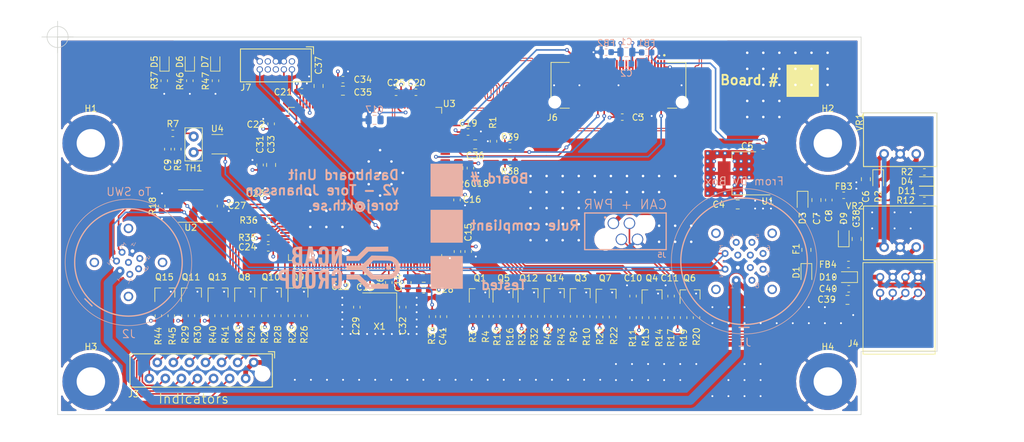
<source format=kicad_pcb>
(kicad_pcb (version 20171130) (host pcbnew 5.1.6+dfsg1-1)
  (title_block (title "Dashboard Unit PCB") (rev A))
  (layers (0 F.Cu signal) (1 GND power) (2 +3V3 power) (31 B.Cu signal) (34 B.Paste user) (35 F.Paste user) (36 B.SilkS user) (37 F.SilkS user) (38 B.Mask user) (39 F.Mask user) (44 Edge.Cuts user))
  (net 0 "")
  (net 1 +3V3)
  (net 2 "Net-(C1-Pad2)")
  (net 3 "Net-(C1-Pad1)")
  (net 4 GND)
  (net 5 /MCU/CAP_DSI)
  (net 6 +5V)
  (net 7 /MCU/CAP_1)
  (net 8 /MCU/CAP_2)
  (net 9 +24V)
  (net 10 +BATT)
  (net 11 "Net-(D1-Pad1)")
  (net 12 "Net-(D4-Pad1)")
  (net 13 "Net-(FB3-Pad2)")
  (net 14 /MCU/CANL)
  (net 15 /MCU/CANH)
  (net 16 /ACTIVATE_TS)
  (net 17 "/AMI 1/LED_OUT")
  (net 18 "/AMI 2/LED_OUT")
  (net 19 "/AMI 3/LED_OUT")
  (net 20 "/AMI 4/LED_OUT")
  (net 21 "/AMI 5/LED_OUT")
  (net 22 "/AMI 7/LED_OUT")
  (net 23 /MCU/SWCLK)
  (net 24 /MCU/SWDIO)
  (net 25 /AMI_1)
  (net 26 /AMI_2)
  (net 27 /AMI_5)
  (net 28 /AMI_6)
  (net 29 /AMI_4)
  (net 30 /AMI_3)
  (net 31 /AMI_7)
  (net 32 /EBS_ERROR)
  (net 33 /AMS_ERROR)
  (net 34 /IMD_ERROR)
  (net 35 /ACTIVATE_TS_LED)
  (net 36 /TS_OFF)
  (net 37 "Net-(U3-Pad4)")
  (net 38 "Net-(C32-Pad1)")
  (net 39 /RESERVED_LED)
  (net 40 "Net-(U3-Pad174)")
  (net 41 "Net-(U3-Pad173)")
  (net 42 "Net-(U3-Pad160)")
  (net 43 "Net-(U3-Pad157)")
  (net 44 "Net-(U3-Pad154)")
  (net 45 "Net-(U3-Pad153)")
  (net 46 "Net-(U3-Pad152)")
  (net 47 "Net-(U3-Pad151)")
  (net 48 "Net-(U3-Pad150)")
  (net 49 "Net-(U3-Pad147)")
  (net 50 "Net-(U3-Pad146)")
  (net 51 "Net-(U3-Pad145)")
  (net 52 "Net-(U3-Pad144)")
  (net 53 "Net-(U3-Pad140)")
  (net 54 "Net-(U3-Pad139)")
  (net 55 "Net-(U3-Pad138)")
  (net 56 "Net-(U3-Pad134)")
  (net 57 "Net-(U3-Pad133)")
  (net 58 "Net-(U3-Pad132)")
  (net 59 "Net-(U3-Pad127)")
  (net 60 "Net-(U3-Pad126)")
  (net 61 "Net-(U3-Pad125)")
  (net 62 "Net-(U3-Pad124)")
  (net 63 "Net-(U3-Pad120)")
  (net 64 "Net-(U3-Pad119)")
  (net 65 "Net-(U3-Pad116)")
  (net 66 "Net-(U3-Pad115)")
  (net 67 "Net-(U3-Pad114)")
  (net 68 "Net-(U3-Pad113)")
  (net 69 "Net-(U3-Pad112)")
  (net 70 "Net-(U3-Pad98)")
  (net 71 "Net-(U3-Pad97)")
  (net 72 "Net-(U3-Pad94)")
  (net 73 "Net-(U3-Pad93)")
  (net 74 "Net-(U3-Pad92)")
  (net 75 "Net-(U3-Pad91)")
  (net 76 "Net-(U3-Pad90)")
  (net 77 "Net-(U3-Pad89)")
  (net 78 "Net-(U3-Pad88)")
  (net 79 "Net-(U3-Pad87)")
  (net 80 "Net-(U3-Pad86)")
  (net 81 "Net-(U3-Pad84)")
  (net 82 "Net-(U3-Pad83)")
  (net 83 "Net-(U3-Pad78)")
  (net 84 "Net-(U3-Pad77)")
  (net 85 "Net-(U3-Pad74)")
  (net 86 "Net-(U3-Pad73)")
  (net 87 "Net-(U3-Pad70)")
  (net 88 "Net-(U3-Pad69)")
  (net 89 "Net-(U3-Pad63)")
  (net 90 "Net-(U3-Pad60)")
  (net 91 "Net-(U3-Pad59)")
  (net 92 "Net-(U3-Pad47)")
  (net 93 "Net-(U3-Pad46)")
  (net 94 "Net-(U3-Pad45)")
  (net 95 "Net-(U3-Pad35)")
  (net 96 "Net-(U3-Pad34)")
  (net 97 "Net-(U3-Pad33)")
  (net 98 "Net-(U3-Pad32)")
  (net 99 "Net-(U3-Pad28)")
  (net 100 "Net-(U3-Pad27)")
  (net 101 "Net-(U3-Pad26)")
  (net 102 "Net-(U3-Pad25)")
  (net 103 "Net-(U3-Pad24)")
  (net 104 "Net-(U3-Pad21)")
  (net 105 "Net-(U3-Pad20)")
  (net 106 "Net-(U3-Pad18)")
  (net 107 "Net-(U3-Pad17)")
  (net 108 "Net-(U3-Pad16)")
  (net 109 "Net-(U3-Pad13)")
  (net 110 "Net-(U3-Pad12)")
  (net 111 "Net-(U3-Pad11)")
  (net 112 "Net-(U3-Pad10)")
  (net 113 "Net-(U3-Pad9)")
  (net 114 "Net-(U3-Pad8)")
  (net 115 "Net-(U3-Pad7)")
  (net 116 "Net-(U3-Pad5)")
  (net 117 "Net-(U3-Pad3)")
  (net 118 "Net-(U3-Pad2)")
  (net 119 "Net-(U3-Pad1)")
  (net 120 "Net-(U3-Pad156)")
  (net 121 "Net-(U3-Pad64)")
  (net 122 "Net-(D5-Pad1)")
  (net 123 "Net-(D6-Pad1)")
  (net 124 "Net-(D7-Pad1)")
  (net 125 /MCU/LED1)
  (net 126 /MCU/LED2)
  (net 127 /MCU/LED3)
  (net 128 "Net-(D11-Pad1)")
  (net 129 "Net-(FB4-Pad2)")
  (net 130 "Net-(U3-Pad76)")
  (net 131 "Net-(Q1-Pad3)")
  (net 132 "Net-(Q3-Pad3)")
  (net 133 "Net-(Q4-Pad3)")
  (net 134 "Net-(Q5-Pad3)")
  (net 135 "Net-(Q6-Pad3)")
  (net 136 "Net-(Q7-Pad3)")
  (net 137 "Net-(Q8-Pad3)")
  (net 138 "Net-(Q9-Pad3)")
  (net 139 "Net-(Q10-Pad3)")
  (net 140 "Net-(Q11-Pad3)")
  (net 141 "Net-(Q12-Pad3)")
  (net 142 "Net-(Q13-Pad3)")
  (net 143 "Net-(Q14-Pad3)")
  (net 144 "Net-(Q15-Pad3)")
  (net 145 "Net-(U3-Pad155)")
  (net 146 "Net-(U3-Pad143)")
  (net 147 "Net-(U3-Pad142)")
  (net 148 "Net-(U3-Pad141)")
  (net 149 "Net-(U3-Pad68)")
  (net 150 "Net-(U3-Pad67)")
  (net 151 "Net-(U3-Pad66)")
  (net 152 "Net-(U3-Pad65)")
  (net 153 "Net-(U3-Pad42)")
  (net 154 "Net-(U3-Pad41)")
  (net 155 "Net-(U3-Pad40)")
  (net 156 Vdrive)
  (net 157 /MCU/CANrx)
  (net 158 /MCU/CANtx)
  (net 159 "Net-(U3-Pad164)")
  (net 160 "Net-(U3-Pad163)")
  (net 161 /MCU/HSE_IN)
  (net 162 /MCU/HSE_OUT)
  (net 163 "Net-(U3-Pad110)")
  (net 164 /MCU/NRST)
  (net 165 /MCU/BYPASS_REG)
  (net 166 /MCU/PDR_ON)
  (net 167 /MCU/BOOT0)
  (net 168 /RTD)
  (net 169 "Net-(J1-Pad4)")
  (net 170 "Net-(J1-Pad5)")
  (net 171 "Net-(J1-Pad6)")
  (net 172 "Net-(J1-Pad7)")
  (net 173 "Net-(J1-Pad8)")
  (net 174 "Net-(J1-Pad10)")
  (net 175 "Net-(J1-Pad11)")
  (net 176 "Net-(J1-Pad12)")
  (net 177 "Net-(J2-Pad5)")
  (net 178 "Net-(J2-Pad6)")
  (net 179 "Net-(J2-Pad7)")
  (net 180 "Net-(J2-Pad8)")
  (net 181 "/AMS ERROR/LED_OUT")
  (net 182 "/EBS ERROR/LED_OUT")
  (net 183 "/IMD ERROR/LED_OUT")
  (net 184 "/TS OFF/LED_OUT")
  (net 185 "/RESERVED LED/LED_OUT")
  (net 186 "/READY TO DRIVE/LED_OUT")
  (net 187 "/ACTIVATE TS/LED_OUT")
  (net 188 "Net-(J6-Pad60)")
  (net 189 "Net-(J6-Pad59)")
  (net 190 "Net-(J6-Pad58)")
  (net 191 "/Display connector/DSI_RST")
  (net 192 "Net-(J6-Pad56)")
  (net 193 "Net-(J6-Pad55)")
  (net 194 "Net-(J6-Pad54)")
  (net 195 "/Display connector/LCD_BL_CTRL")
  (net 196 "Net-(J6-Pad52)")
  (net 197 "Net-(J6-Pad51)")
  (net 198 "Net-(J6-Pad50)")
  (net 199 "Net-(J6-Pad49)")
  (net 200 "Net-(J6-Pad48)")
  (net 201 "Net-(J6-Pad47)")
  (net 202 "Net-(J6-Pad46)")
  (net 203 "Net-(J6-Pad45)")
  (net 204 "/Display connector/I2C_SCL")
  (net 205 "Net-(J6-Pad43)")
  (net 206 "Net-(J6-Pad42)")
  (net 207 "Net-(J6-Pad41)")
  (net 208 "/Display connector/I2C_SDA")
  (net 209 "Net-(J6-Pad39)")
  (net 210 "Net-(J6-Pad38)")
  (net 211 "Net-(J6-Pad37)")
  (net 212 "Net-(J6-Pad35)")
  (net 213 "Net-(J6-Pad34)")
  (net 214 "Net-(J6-Pad33)")
  (net 215 "Net-(J6-Pad32)")
  (net 216 "Net-(J6-Pad31)")
  (net 217 "Net-(J6-Pad30)")
  (net 218 "Net-(J6-Pad28)")
  (net 219 "Net-(J6-Pad26)")
  (net 220 "Net-(J6-Pad25)")
  (net 221 "Net-(J6-Pad24)")
  (net 222 "Net-(J6-Pad22)")
  (net 223 "Net-(J6-Pad20)")
  (net 224 "/Display connector/DSI_D1_N")
  (net 225 "/Display connector/DSI_D1_P")
  (net 226 "/Display connector/DSI_D0_N")
  (net 227 "/Display connector/DSI_D0_P")
  (net 228 "/Display connector/DSI_CK_N")
  (net 229 "/Display connector/LCD_INT")
  (net 230 "/Display connector/DSI_CK_P")
  (net 231 "Net-(J6-Pad2)")
  (net 232 "Net-(J7-Pad8)")
  (net 233 "Net-(J7-Pad7)")
  (net 234 "Net-(J7-Pad6)")
  (net 235 /RTD_LED)
  (net 236 "/AMI 6/LED_OUT")
  (net 237 "Net-(U3-Pad58)")
  (net 238 "Net-(U3-Pad170)")
  (net 239 /MCU/Temp.)
  (net 240 "Net-(C9-Pad1)")
  (net 241 "Net-(R5-Pad2)")
  (module KTHFS:NCAB (layer B.Cu) (at 124.490634 116.476729 180)
    (fp_text reference G*** hide)
    (fp_text value LOGO hide)
  )
  (module KTHFS:Wurth-MM_female_14 (layer F.Cu) (at 111 131.49)
    (fp_text reference J3 (at -19 5) (layer F.SilkS))
    (fp_text value Indicators)
    (pad 14 thru_hole circle (at -16.51 2.54) (size 1.524 1.524) (drill 0.762) (layers *.Cu *.Mask) (net 17 "/AMI 1/LED_OUT"))
    (pad 13 thru_hole circle (at -15.24 0) (size 1.524 1.524) (drill 0.762) (layers *.Cu *.Mask) (net 185 "/RESERVED LED/LED_OUT"))
    (pad 12 thru_hole circle (at -13.97 2.54) (size 1.524 1.524) (drill 0.762) (layers *.Cu *.Mask) (net 18 "/AMI 2/LED_OUT"))
    (pad 11 thru_hole circle (at -12.7 0) (size 1.524 1.524) (drill 0.762) (layers *.Cu *.Mask) (net 183 "/IMD ERROR/LED_OUT"))
    (pad 10 thru_hole circle (at -11.43 2.54) (size 1.524 1.524) (drill 0.762) (layers *.Cu *.Mask) (net 19 "/AMI 3/LED_OUT"))
    (pad 9 thru_hole circle (at -10.16 0) (size 1.524 1.524) (drill 0.762) (layers *.Cu *.Mask) (net 181 "/AMS ERROR/LED_OUT"))
    (pad 8 thru_hole circle (at -8.89 2.54) (size 1.524 1.524) (drill 0.762) (layers *.Cu *.Mask) (net 20 "/AMI 4/LED_OUT"))
    (pad 7 thru_hole circle (at -7.62 0) (size 1.524 1.524) (drill 0.762) (layers *.Cu *.Mask) (net 182 "/EBS ERROR/LED_OUT"))
    (pad "" np_thru_hole circle (at 1.4 1.8) (size 1.5 1.5) (drill 1.5) (layers *.Cu *.Mask))
    (pad 6 thru_hole circle (at -6.35 2.54) (size 1.524 1.524) (drill 0.8) (layers *.Cu *.Mask) (net 21 "/AMI 5/LED_OUT"))
    (pad 5 thru_hole circle (at -5.08 0) (size 1.524 1.524) (drill 0.8) (layers *.Cu *.Mask) (net 184 "/TS OFF/LED_OUT"))
    (pad 4 thru_hole circle (at -3.81 2.54) (size 1.524 1.524) (drill 0.8) (layers *.Cu *.Mask) (net 236 "/AMI 6/LED_OUT"))
    (pad 3 thru_hole circle (at -2.54 0) (size 1.524 1.524) (drill 0.8) (layers *.Cu *.Mask) (net 22 "/AMI 7/LED_OUT"))
    (pad 2 thru_hole circle (at -1.27 2.54) (size 1.524 1.524) (drill 0.8) (layers *.Cu *.Mask) (net 156 Vdrive))
    (pad 1 thru_hole circle (at 0 0) (size 1.524 1.524) (drill 0.8) (layers *.Cu *.Mask) (net 156 Vdrive))
  )
  (module Capacitor_SMD:C_0805_2012Metric (layer F.Cu) (at 204.845406 121.59214 180)
    (fp_text reference C39 (at 3.295408 0.0675) (layer F.SilkS))
    (fp_text value 1u)
    (pad 2 smd roundrect (at 0.9375 0 180) (size 0.975 1.4) (layers F.Cu F.Paste F.Mask) (net 4 GND))
    (pad 1 smd roundrect (at -0.9375 0 180) (size 0.975 1.4) (layers F.Cu F.Paste F.Mask) (net 156 Vdrive))
  )
  (module Capacitor_SMD:C_0805_2012Metric (layer F.Cu) (at 206.3 111.9525 90)
    (fp_text reference C38 (at 3.2125 -0.05 90) (layer F.SilkS))
    (fp_text value 1u)
    (pad 2 smd roundrect (at 0.9375 0 90) (size 0.975 1.4) (layers F.Cu F.Paste F.Mask) (net 4 GND))
    (pad 1 smd roundrect (at -0.9375 0 90) (size 0.975 1.4) (layers F.Cu F.Paste F.Mask) (net 9 +24V))
  )
  (module Capacitor_SMD:C_0805_2012Metric (layer F.Cu) (at 121.25 87.74 90)
    (fp_text reference C37 (at 3.25 0 90) (layer F.SilkS))
    (fp_text value 2.2uF)
    (pad 2 smd roundrect (at 0.9375 0 90) (size 0.975 1.4) (layers F.Cu F.Paste F.Mask) (net 4 GND))
    (pad 1 smd roundrect (at -0.9375 0 90) (size 0.975 1.4) (layers F.Cu F.Paste F.Mask) (net 8 /MCU/CAP_2))
  )
  (module Capacitor_SMD:C_0805_2012Metric (layer F.Cu) (at 146 96.99)
    (fp_text reference C36 (at 0 1.75) (layer F.SilkS))
    (fp_text value 2.2uF)
    (pad 2 smd roundrect (at 0.9375 0) (size 0.975 1.4) (layers F.Cu F.Paste F.Mask) (net 4 GND))
    (pad 1 smd roundrect (at -0.9375 0) (size 0.975 1.4) (layers F.Cu F.Paste F.Mask) (net 7 /MCU/CAP_1))
  )
  (module Capacitor_SMD:C_0805_2012Metric (layer F.Cu) (at 125.1 88.49)
    (fp_text reference C35 (at 3.15 0.25) (layer F.SilkS))
    (fp_text value 1uF)
    (pad 2 smd roundrect (at 0.9375 0) (size 0.975 1.4) (layers F.Cu F.Paste F.Mask) (net 4 GND))
    (pad 1 smd roundrect (at -0.9375 0) (size 0.975 1.4) (layers F.Cu F.Paste F.Mask) (net 1 +3V3))
  )
  (module Capacitor_SMD:C_0805_2012Metric (layer F.Cu) (at 113.75 100.24 90)
    (fp_text reference C33 (at 3.25 0 90) (layer F.SilkS))
    (fp_text value 1uF)
    (pad 2 smd roundrect (at 0.9375 0 90) (size 0.975 1.4) (layers F.Cu F.Paste F.Mask) (net 4 GND))
    (pad 1 smd roundrect (at -0.9375 0 90) (size 0.975 1.4) (layers F.Cu F.Paste F.Mask) (net 1 +3V3))
  )
  (module Capacitor_SMD:C_0805_2012Metric (layer F.Cu) (at 137.867893 118.09 180)
    (fp_text reference C30 (at -3.282107 0) (layer F.SilkS))
    (fp_text value 1uF)
    (pad 2 smd roundrect (at 0.9375 0 180) (size 0.975 1.4) (layers F.Cu F.Paste F.Mask) (net 4 GND))
    (pad 1 smd roundrect (at -0.9375 0 180) (size 0.975 1.4) (layers F.Cu F.Paste F.Mask) (net 1 +3V3))
  )
  (module Capacitor_SMD:C_0805_2012Metric (layer F.Cu) (at 143.345 100.74 270)
    (fp_text reference C26 (at 2.5 -0.405) (layer F.SilkS))
    (fp_text value 4.7uF)
    (pad 2 smd roundrect (at 0.9375 0 270) (size 0.975 1.4) (layers F.Cu F.Paste F.Mask) (net 4 GND))
    (pad 1 smd roundrect (at -0.9375 0 270) (size 0.975 1.4) (layers F.Cu F.Paste F.Mask) (net 1 +3V3))
  )
  (module Capacitor_SMD:C_0805_2012Metric (layer B.Cu) (at 130.1 93.11 180)
    (fp_text reference C17 (at 0 1.65) (layer B.SilkS) (effects (justify mirror)))
    (fp_text value 2.2uF)
    (pad 2 smd roundrect (at 0.9375 0 180) (size 0.975 1.4) (layers B.Cu B.Paste B.Mask) (net 4 GND))
    (pad 1 smd roundrect (at -0.9375 0 180) (size 0.975 1.4) (layers B.Cu B.Paste B.Mask) (net 5 /MCU/CAP_DSI))
  )
  (module Capacitor_SMD:C_0805_2012Metric (layer F.Cu) (at 199.935 105.79 270)
    (fp_text reference C7 (at 2.95 -0.065 90) (layer F.SilkS))
    (fp_text value 1u)
    (pad 2 smd roundrect (at 0.9375 0 270) (size 0.975 1.4) (layers F.Cu F.Paste F.Mask) (net 4 GND))
    (pad 1 smd roundrect (at -0.9375 0 270) (size 0.975 1.4) (layers F.Cu F.Paste F.Mask) (net 6 +5V))
  )
  (module Capacitor_SMD:C_0805_2012Metric (layer F.Cu) (at 207.75 102.49 270)
    (fp_text reference C6 (at 2.75 0 90) (layer F.SilkS))
    (fp_text value 1u)
    (pad 2 smd roundrect (at 0.9375 0 270) (size 0.975 1.4) (layers F.Cu F.Paste F.Mask) (net 4 GND))
    (pad 1 smd roundrect (at -0.9375 0 270) (size 0.975 1.4) (layers F.Cu F.Paste F.Mask) (net 9 +24V))
  )
  (module Capacitor_SMD:C_0805_2012Metric (layer F.Cu) (at 187.5 106.49)
    (fp_text reference C4 (at -3 0) (layer F.SilkS))
    (fp_text value 10u)
    (pad 2 smd roundrect (at 0.9375 0) (size 0.975 1.4) (layers F.Cu F.Paste F.Mask) (net 4 GND))
    (pad 1 smd roundrect (at -0.9375 0) (size 0.975 1.4) (layers F.Cu F.Paste F.Mask) (net 1 +3V3))
  )
  (module Capacitor_SMD:C_0805_2012Metric (layer B.Cu) (at 169.895 82.39 180)
    (fp_text reference C1 (at 0 1.65 180) (layer B.SilkS) (effects (justify mirror)))
    (fp_text value 10uF)
    (pad 2 smd roundrect (at 0.9375 0 180) (size 0.975 1.4) (layers B.Cu B.Paste B.Mask) (net 2 "Net-(C1-Pad2)"))
    (pad 1 smd roundrect (at -0.9375 0 180) (size 0.975 1.4) (layers B.Cu B.Paste B.Mask) (net 3 "Net-(C1-Pad1)"))
  )
  (module Wurth:490107670412_DEBUGGING (layer B.Cu) (at 169.75 110.74 180)
    (fp_text reference J5 (at -5.75 -3.75) (layer B.SilkS) (effects (font (size 0.8 0.8)) (justify mirror)))
    (fp_text value "Service connector")
    (pad 1 thru_hole circle (at 1.905 1.27 180) (size 1.825 1.825) (drill 1.5) (layers *.Cu *.Mask) (net 10 +BATT))
    (pad 2 thru_hole circle (at 0.635 -1.27 180) (size 1.825 1.825) (drill 1.5) (layers *.Cu *.Mask) (net 15 /MCU/CANH))
    (pad 3 thru_hole circle (at -0.635 1.27 180) (size 1.825 1.825) (drill 1.5) (layers *.Cu *.Mask) (net 14 /MCU/CANL))
    (pad 4 thru_hole circle (at -1.905 -1.27 180) (size 1.825 1.825) (drill 1.5) (layers *.Cu *.Mask) (net 4 GND))
    (pad None np_thru_hole circle (at -3.135 1.27 180) (size 2.2 2.2) (drill 2.2) (layers *.Cu *.Mask))
    (pad None np_thru_hole circle (at 3.135 -1.27 180) (size 2.6 2.6) (drill 2.6) (layers *.Cu *.Mask))
  )
  (module Package_TO_SOT_SMD:TSOT-23-5 (layer F.Cu) (at 105.25 96.99 180)
    (fp_text reference U4 (at 0 2.5) (layer F.SilkS))
    (fp_text value TLV9061)
    (pad 5 smd rect (at 1.31 -0.95 180) (size 1.22 0.65) (layers F.Cu F.Paste F.Mask) (net 1 +3V3))
    (pad 4 smd rect (at 1.31 0.95 180) (size 1.22 0.65) (layers F.Cu F.Paste F.Mask) (net 239 /MCU/Temp.))
    (pad 3 smd rect (at -1.31 0.95 180) (size 1.22 0.65) (layers F.Cu F.Paste F.Mask) (net 240 "Net-(C9-Pad1)"))
    (pad 2 smd rect (at -1.31 0 180) (size 1.22 0.65) (layers F.Cu F.Paste F.Mask) (net 4 GND))
    (pad 1 smd rect (at -1.31 -0.95 180) (size 1.22 0.65) (layers F.Cu F.Paste F.Mask) (net 239 /MCU/Temp.))
  )
  (module Resistor_SMD:R_0603_1608Metric (layer F.Cu) (at 98.2125 95.240001 180)
    (fp_text reference R7 (at 0 1.500001) (layer F.SilkS))
    (fp_text value R)
    (pad 2 smd roundrect (at 0.7875 0 180) (size 0.875 0.95) (layers F.Cu F.Paste F.Mask) (net 240 "Net-(C9-Pad1)"))
    (pad 1 smd roundrect (at -0.7875 0 180) (size 0.875 0.95) (layers F.Cu F.Paste F.Mask) (net 241 "Net-(R5-Pad2)"))
  )
  (module Capacitor_THT:C_Disc_D5.0mm_W2.5mm_P2.50mm (layer F.Cu) (at 101.5 98.24 90)
    (fp_text reference TH1 (at -2.5 0 180) (layer F.SilkS))
    (fp_text value Thermistor_NTC)
    (pad 2 thru_hole circle (at 2.5 0 90) (size 1.6 1.6) (drill 0.8) (layers *.Cu *.Mask) (net 241 "Net-(R5-Pad2)"))
    (pad 1 thru_hole circle (at 0 0 90) (size 1.6 1.6) (drill 0.8) (layers *.Cu *.Mask) (net 1 +3V3))
  )
  (module Resistor_SMD:R_0603_1608Metric (layer F.Cu) (at 99 97.74 90)
    (fp_text reference R5 (at -2.5 0 270) (layer F.SilkS))
    (fp_text value R)
    (pad 2 smd roundrect (at 0.7875 0 90) (size 0.875 0.95) (layers F.Cu F.Paste F.Mask) (net 241 "Net-(R5-Pad2)"))
    (pad 1 smd roundrect (at -0.7875 0 90) (size 0.875 0.95) (layers F.Cu F.Paste F.Mask) (net 4 GND))
  )
  (module Capacitor_SMD:C_0603_1608Metric (layer F.Cu) (at 97.425 97.74 270)
    (fp_text reference C9 (at 2.5 0 270) (layer F.SilkS))
    (fp_text value C)
    (pad 2 smd roundrect (at 0.7875 0 270) (size 0.875 0.95) (layers F.Cu F.Paste F.Mask) (net 4 GND))
    (pad 1 smd roundrect (at -0.7875 0 270) (size 0.875 0.95) (layers F.Cu F.Paste F.Mask) (net 240 "Net-(C9-Pad1)"))
  )
  (module Wurth:WR-WTB2x4 (layer F.Cu) (at 213 119.24)
    (fp_text reference J4 (at -7.25 9.25) (layer F.SilkS))
    (fp_text value Buttons)
    (pad 1 thru_hole circle (at 3 1.25) (size 1.308 1.308) (drill 0.8) (layers *.Cu *.Mask) (net 16 /ACTIVATE_TS))
    (pad 2 thru_hole circle (at 3 -1.25) (size 1.308 1.308) (drill 0.8) (layers *.Cu *.Mask) (net 4 GND))
    (pad 3 thru_hole circle (at 1 1.25) (size 1.308 1.308) (drill 0.8) (layers *.Cu *.Mask) (net 187 "/ACTIVATE TS/LED_OUT"))
    (pad 4 thru_hole circle (at 1 -1.25) (size 1.308 1.308) (drill 0.8) (layers *.Cu *.Mask) (net 156 Vdrive))
    (pad 6 thru_hole circle (at -1 -1.25) (size 1.308 1.308) (drill 0.8) (layers *.Cu *.Mask) (net 4 GND))
    (pad 5 thru_hole circle (at -1 1.25) (size 1.308 1.308) (drill 0.8) (layers *.Cu *.Mask) (net 168 /RTD))
    (pad 8 thru_hole circle (at -3 -1.25) (size 1.308 1.308) (drill 0.8) (layers *.Cu *.Mask) (net 156 Vdrive))
    (pad 7 thru_hole circle (at -3 1.25) (size 1.308 1.308) (drill 0.8) (layers *.Cu *.Mask) (net 186 "/READY TO DRIVE/LED_OUT"))
  )
  (module KTHFS:Wurth-FDSM (layer F.Cu) (at 207.375 115.24)
    (fp_text reference VR2 (at -1.375 -8.5 180) (layer F.SilkS))
    (fp_text value Wurth-FDSM)
    (pad 3 thru_hole circle (at 8.34 -2) (size 1.524 1.524) (drill 0.9) (layers *.Cu *.Mask) (net 129 "Net-(FB4-Pad2)"))
    (pad 2 thru_hole circle (at 5.8 -2) (size 1.524 1.524) (drill 0.9) (layers *.Cu *.Mask) (net 4 GND))
    (pad 1 thru_hole circle (at 3.26 -2) (size 1.524 1.524) (drill 0.9) (layers *.Cu *.Mask) (net 9 +24V))
  )
  (module KTHFS:Wurth-FDSM (layer F.Cu) (at 207.375 100.49)
    (fp_text reference VR1 (at -0.625 -7 90) (layer F.SilkS))
    (fp_text value Wurth-FDSM)
    (pad 1 thru_hole circle (at 3.26 -2) (size 1.524 1.524) (drill 0.9) (layers *.Cu *.Mask) (net 9 +24V))
    (pad 2 thru_hole circle (at 5.8 -2) (size 1.524 1.524) (drill 0.9) (layers *.Cu *.Mask) (net 4 GND))
    (pad 3 thru_hole circle (at 8.34 -2) (size 1.524 1.524) (drill 0.9) (layers *.Cu *.Mask) (net 13 "Net-(FB3-Pad2)"))
  )
  (module Fuse:Fuse_0603_1608Metric (layer F.Cu) (at 204.25 105.04)
    (fp_text reference FB3 (at 0 -1.4) (layer F.SilkS))
    (fp_text value Ferrite_Bead)
    (pad 2 smd roundrect (at 0.7875 0) (size 0.875 0.95) (layers F.Cu F.Paste F.Mask) (net 13 "Net-(FB3-Pad2)"))
    (pad 1 smd roundrect (at -0.7875 0) (size 0.875 0.95) (layers F.Cu F.Paste F.Mask) (net 6 +5V))
  )
  (module Capacitor_SMD:C_0603_1608Metric (layer F.Cu) (at 201.9 105.79 270)
    (fp_text reference C8 (at 2.5 0 270) (layer F.SilkS))
    (fp_text value 100n)
    (pad 2 smd roundrect (at 0.7875 0 270) (size 0.875 0.95) (layers F.Cu F.Paste F.Mask) (net 4 GND))
    (pad 1 smd roundrect (at -0.7875 0 270) (size 0.875 0.95) (layers F.Cu F.Paste F.Mask) (net 6 +5V))
  )
  (module KTHFS:HEN.1F.308 (layer B.Cu) (at 91.2 115.66 315)
    (fp_text reference J2 (at 8.046875 7.976164) (layer B.SilkS) (effects (font (size 1.27 1.27)) (justify mirror)))
    (fp_text value "To SWU" (at -7.863027 -7.933738) (layer B.SilkS) (effects (font (size 1.27 1.27)) (justify mirror)))
    (fp_text user 7 (at 2.3241 2.02438 135) (layer B.SilkS) (effects (font (size 0.79756 0.79756) (thickness 0.0762)) (justify mirror)))
    (fp_text user 6 (at 2.68986 -1.26238 135) (layer B.SilkS) (effects (font (size 0.79756 0.79756) (thickness 0.0762)) (justify mirror)))
    (fp_text user 5 (at 1.6637 -2.55016 135) (layer B.SilkS) (effects (font (size 0.79756 0.79756) (thickness 0.0762)) (justify mirror)))
    (fp_text user 4 (at -1.46304 -2.55016 135) (layer B.SilkS) (effects (font (size 0.79756 0.79756) (thickness 0.0762)) (justify mirror)))
    (fp_text user 3 (at -2.49174 -1.26238 135) (layer B.SilkS) (effects (font (size 0.79756 0.79756) (thickness 0.0762)) (justify mirror)))
    (fp_text user 2 (at -2.12344 2.02438 135) (layer B.SilkS) (effects (font (size 0.79756 0.79756) (thickness 0.0762)) (justify mirror)))
    (fp_text user 1 (at 0.8382 2.73812 135) (layer B.SilkS) (effects (font (size 0.79756 0.79756) (thickness 0.0762)) (justify mirror)))
    (pad 13 thru_hole circle (at -3.81 3.81 315) (size 1.4986 1.4986) (drill 0.99822) (layers *.Cu *.Paste *.Mask))
    (pad 12 thru_hole circle (at 3.81 3.81 315) (size 1.4986 1.4986) (drill 0.99822) (layers *.Cu *.Paste *.Mask))
    (pad 11 thru_hole circle (at 3.81 -3.81 315) (size 1.4986 1.4986) (drill 0.99822) (layers *.Cu *.Paste *.Mask))
    (pad 10 thru_hole circle (at -3.81 -3.81 315) (size 1.4986 1.4986) (drill 0.99822) (layers *.Cu *.Paste *.Mask))
    (pad 8 thru_hole circle (at 0 0 315) (size 1.09982 1.09982) (drill 0.59944) (layers *.Cu *.Paste *.Mask) (net 180 "Net-(J2-Pad8)"))
    (pad 7 thru_hole circle (at 1.48336 1.18364 315) (size 1.09982 1.09982) (drill 0.59944) (layers *.Cu *.Paste *.Mask) (net 179 "Net-(J2-Pad7)"))
    (pad 6 thru_hole circle (at 1.85166 -0.42164 315) (size 1.09982 1.09982) (drill 0.59944) (layers *.Cu *.Paste *.Mask) (net 178 "Net-(J2-Pad6)"))
    (pad 5 thru_hole circle (at 0.82296 -1.71196 315) (size 1.09982 1.09982) (drill 0.59944) (layers *.Cu *.Paste *.Mask) (net 177 "Net-(J2-Pad5)"))
    (pad 4 thru_hole circle (at -0.82296 -1.71196 315) (size 1.09982 1.09982) (drill 0.59944) (layers *.Cu *.Paste *.Mask) (net 4 GND))
    (pad 3 thru_hole circle (at -1.85166 -0.42164 315) (size 1.09982 1.09982) (drill 0.59944) (layers *.Cu *.Paste *.Mask) (net 14 /MCU/CANL))
    (pad 2 thru_hole circle (at -1.48336 1.18364 315) (size 1.09982 1.09982) (drill 0.59944) (layers *.Cu *.Paste *.Mask) (net 15 /MCU/CANH))
    (pad 1 thru_hole circle (at 0 1.89992 315) (size 1.09982 1.09982) (drill 0.59944) (layers *.Cu *.Paste *.Mask) (net 10 +BATT))
  )
  (module KTHFS:HEN.2F.312 (layer B.Cu) (at 188.5 115.49)
    (fp_text reference J1 (at 0.05 12.83) (layer B.SilkS) (effects (font (size 1.27 1.27)) (justify mirror)))
    (fp_text value "From DV Box" (at 0.05 -12.67) (layer B.SilkS) (effects (font (size 1.27 1.27)) (justify mirror)))
    (fp_text user 8 (at 2.0828 3.84048) (layer B.SilkS) (effects (font (size 0.79756 0.79756) (thickness 0.0762)) (justify mirror)))
    (fp_text user 7 (at 3.84048 2.0828) (layer B.SilkS) (effects (font (size 0.79756 0.79756) (thickness 0.0762)) (justify mirror)))
    (fp_text user 6 (at 3.84048 -2.0828) (layer B.SilkS) (effects (font (size 0.79756 0.79756) (thickness 0.0762)) (justify mirror)))
    (fp_text user 5 (at 2.0828 -3.84048) (layer B.SilkS) (effects (font (size 0.79756 0.79756) (thickness 0.0762)) (justify mirror)))
    (fp_text user 4 (at -1.88214 -3.84048) (layer B.SilkS) (effects (font (size 0.79756 0.79756) (thickness 0.0762)) (justify mirror)))
    (fp_text user 3 (at -3.64236 -2.0828) (layer B.SilkS) (effects (font (size 0.79756 0.79756) (thickness 0.0762)) (justify mirror)))
    (fp_text user 2 (at -3.64236 2.0828) (layer B.SilkS) (effects (font (size 0.79756 0.79756) (thickness 0.0762)) (justify mirror)))
    (fp_text user 1 (at -1.88214 3.84048) (layer B.SilkS) (effects (font (size 0.79756 0.79756) (thickness 0.0762)) (justify mirror)))
    (pad 17 thru_hole circle (at -4.445 4.445) (size 1.4986 1.4986) (drill 0.99822) (layers *.Cu *.Paste *.Mask))
    (pad 16 thru_hole circle (at 4.445 4.445) (size 1.4986 1.4986) (drill 0.99822) (layers *.Cu *.Paste *.Mask))
    (pad 15 thru_hole circle (at 4.445 -4.445) (size 1.4986 1.4986) (drill 0.99822) (layers *.Cu *.Paste *.Mask))
    (pad 14 thru_hole circle (at -4.445 -4.445) (size 1.4986 1.4986) (drill 0.99822) (layers *.Cu *.Paste *.Mask))
    (pad 12 thru_hole circle (at 0.98806 0.98806) (size 1.09982 1.09982) (drill 0.59944) (layers *.Cu *.Paste *.Mask) (net 176 "Net-(J1-Pad12)"))
    (pad 11 thru_hole circle (at 0.98806 -0.98806) (size 1.09982 1.09982) (drill 0.59944) (layers *.Cu *.Paste *.Mask) (net 175 "Net-(J1-Pad11)"))
    (pad 10 thru_hole circle (at -0.98806 -0.98806) (size 1.09982 1.09982) (drill 0.59944) (layers *.Cu *.Paste *.Mask) (net 174 "Net-(J1-Pad10)"))
    (pad 9 thru_hole circle (at -0.98806 0.98806) (size 1.09982 1.09982) (drill 0.59944) (layers *.Cu *.Paste *.Mask) (net 4 GND))
    (pad 8 thru_hole circle (at 1.24206 3.00228) (size 1.09982 1.09982) (drill 0.59944) (layers *.Cu *.Paste *.Mask) (net 173 "Net-(J1-Pad8)"))
    (pad 7 thru_hole circle (at 3.00228 1.24206) (size 1.09982 1.09982) (drill 0.59944) (layers *.Cu *.Paste *.Mask) (net 172 "Net-(J1-Pad7)"))
    (pad 6 thru_hole circle (at 3.00228 -1.24206) (size 1.09982 1.09982) (drill 0.59944) (layers *.Cu *.Paste *.Mask) (net 171 "Net-(J1-Pad6)"))
    (pad 5 thru_hole circle (at 1.24206 -3.00228) (size 1.09982 1.09982) (drill 0.59944) (layers *.Cu *.Paste *.Mask) (net 170 "Net-(J1-Pad5)"))
    (pad 4 thru_hole circle (at -1.24206 -3.00228) (size 1.09982 1.09982) (drill 0.59944) (layers *.Cu *.Paste *.Mask) (net 169 "Net-(J1-Pad4)"))
    (pad 3 thru_hole circle (at -3.00228 -1.24206) (size 1.09982 1.09982) (drill 0.59944) (layers *.Cu *.Paste *.Mask) (net 14 /MCU/CANL))
    (pad 2 thru_hole circle (at -3.00228 1.24206) (size 1.09982 1.09982) (drill 0.59944) (layers *.Cu *.Paste *.Mask) (net 15 /MCU/CANH))
    (pad 1 thru_hole circle (at -1.24206 3.00228) (size 1.09982 1.09982) (drill 0.59944) (layers *.Cu *.Paste *.Mask) (net 10 +BATT))
  )
  (module Capacitor_SMD:C_0603_1608Metric (layer F.Cu) (at 141 124.24 270)
    (fp_text reference C41 (at 3.1 0.1 90) (layer F.SilkS))
    (fp_text value 100nF)
    (pad 2 smd roundrect (at 0.7875 0 270) (size 0.875 0.95) (layers F.Cu F.Paste F.Mask) (net 4 GND))
    (pad 1 smd roundrect (at -0.7875 0 270) (size 0.875 0.95) (layers F.Cu F.Paste F.Mask) (net 164 /MCU/NRST))
  )
  (module KTHFS:QSH-030-01-F-D-A-K-TR (layer F.Cu) (at 168.645 87.635 180)
    (fp_text reference J6 (at 10.445 -5.105) (layer F.SilkS))
    (fp_text value QSH-030-01-F-D-A-K-TR)
    (pad S3 smd rect (at 3.175 0 180) (size 4.7 0.43) (layers F.Cu F.Paste F.Mask) (net 4 GND))
    (pad S2 smd rect (at -3.175 0 180) (size 4.7 0.43) (layers F.Cu F.Paste F.Mask) (net 4 GND))
    (pad S4 smd rect (at 8.065 0 180) (size 2.54 0.43) (layers F.Cu F.Paste F.Mask) (net 4 GND))
    (pad S1 smd rect (at -8.065 0 180) (size 2.54 0.43) (layers F.Cu F.Paste F.Mask) (net 4 GND))
    (pad 60 smd rect (at 7.25 -2.865 180) (size 0.279 2.27) (layers F.Cu F.Paste F.Mask) (net 188 "Net-(J6-Pad60)"))
    (pad 59 smd rect (at 7.25 2.865 180) (size 0.279 2.27) (layers F.Cu F.Paste F.Mask) (net 189 "Net-(J6-Pad59)"))
    (pad 58 smd rect (at 6.75 -2.865 180) (size 0.279 2.27) (layers F.Cu F.Paste F.Mask) (net 190 "Net-(J6-Pad58)"))
    (pad 57 smd rect (at 6.75 2.865 180) (size 0.279 2.27) (layers F.Cu F.Paste F.Mask) (net 191 "/Display connector/DSI_RST"))
    (pad 56 smd rect (at 6.25 -2.865 180) (size 0.279 2.27) (layers F.Cu F.Paste F.Mask) (net 192 "Net-(J6-Pad56)"))
    (pad 55 smd rect (at 6.25 2.865 180) (size 0.279 2.27) (layers F.Cu F.Paste F.Mask) (net 193 "Net-(J6-Pad55)"))
    (pad 54 smd rect (at 5.75 -2.865 180) (size 0.279 2.27) (layers F.Cu F.Paste F.Mask) (net 194 "Net-(J6-Pad54)"))
    (pad 53 smd rect (at 5.75 2.865 180) (size 0.279 2.27) (layers F.Cu F.Paste F.Mask) (net 195 "/Display connector/LCD_BL_CTRL"))
    (pad 52 smd rect (at 5.25 -2.865 180) (size 0.279 2.27) (layers F.Cu F.Paste F.Mask) (net 196 "Net-(J6-Pad52)"))
    (pad 51 smd rect (at 5.25 2.865 180) (size 0.279 2.27) (layers F.Cu F.Paste F.Mask) (net 197 "Net-(J6-Pad51)"))
    (pad 50 smd rect (at 4.75 -2.865 180) (size 0.279 2.27) (layers F.Cu F.Paste F.Mask) (net 198 "Net-(J6-Pad50)"))
    (pad 49 smd rect (at 4.75 2.865 180) (size 0.279 2.27) (layers F.Cu F.Paste F.Mask) (net 199 "Net-(J6-Pad49)"))
    (pad 48 smd rect (at 4.25 -2.865 180) (size 0.279 2.27) (layers F.Cu F.Paste F.Mask) (net 200 "Net-(J6-Pad48)"))
    (pad 47 smd rect (at 4.25 2.865 180) (size 0.279 2.27) (layers F.Cu F.Paste F.Mask) (net 201 "Net-(J6-Pad47)"))
    (pad 46 smd rect (at 3.75 -2.865 180) (size 0.279 2.27) (layers F.Cu F.Paste F.Mask) (net 202 "Net-(J6-Pad46)"))
    (pad 45 smd rect (at 3.75 2.865 180) (size 0.279 2.27) (layers F.Cu F.Paste F.Mask) (net 203 "Net-(J6-Pad45)"))
    (pad 44 smd rect (at 3.25 -2.865 180) (size 0.279 2.27) (layers F.Cu F.Paste F.Mask) (net 204 "/Display connector/I2C_SCL"))
    (pad 43 smd rect (at 3.25 2.865 180) (size 0.279 2.27) (layers F.Cu F.Paste F.Mask) (net 205 "Net-(J6-Pad43)"))
    (pad 42 smd rect (at 2.75 -2.865 180) (size 0.279 2.27) (layers F.Cu F.Paste F.Mask) (net 206 "Net-(J6-Pad42)"))
    (pad 41 smd rect (at 2.75 2.865 180) (size 0.279 2.27) (layers F.Cu F.Paste F.Mask) (net 207 "Net-(J6-Pad41)"))
    (pad 40 smd rect (at 2.25 -2.865 180) (size 0.279 2.27) (layers F.Cu F.Paste F.Mask) (net 208 "/Display connector/I2C_SDA"))
    (pad 39 smd rect (at 2.25 2.865 180) (size 0.279 2.27) (layers F.Cu F.Paste F.Mask) (net 209 "Net-(J6-Pad39)"))
    (pad 38 smd rect (at 1.75 -2.865 180) (size 0.279 2.27) (layers F.Cu F.Paste F.Mask) (net 210 "Net-(J6-Pad38)"))
    (pad 37 smd rect (at 1.75 2.865 180) (size 0.279 2.27) (layers F.Cu F.Paste F.Mask) (net 211 "Net-(J6-Pad37)"))
    (pad 36 smd rect (at 1.25 -2.865 180) (size 0.279 2.27) (layers F.Cu F.Paste F.Mask) (net 1 +3V3))
    (pad 35 smd rect (at 1.25 2.865 180) (size 0.279 2.27) (layers F.Cu F.Paste F.Mask) (net 212 "Net-(J6-Pad35)"))
    (pad 34 smd rect (at 0.75 -2.865 180) (size 0.279 2.27) (layers F.Cu F.Paste F.Mask) (net 213 "Net-(J6-Pad34)"))
    (pad 33 smd rect (at 0.75 2.865 180) (size 0.279 2.27) (layers F.Cu F.Paste F.Mask) (net 214 "Net-(J6-Pad33)"))
    (pad 32 smd rect (at 0.25 -2.865 180) (size 0.279 2.27) (layers F.Cu F.Paste F.Mask) (net 215 "Net-(J6-Pad32)"))
    (pad 31 smd rect (at 0.25 2.865 180) (size 0.279 2.27) (layers F.Cu F.Paste F.Mask) (net 216 "Net-(J6-Pad31)"))
    (pad 30 smd rect (at -0.25 -2.865 180) (size 0.279 2.27) (layers F.Cu F.Paste F.Mask) (net 217 "Net-(J6-Pad30)"))
    (pad 29 smd rect (at -0.25 2.865 180) (size 0.279 2.27) (layers F.Cu F.Paste F.Mask) (net 2 "Net-(C1-Pad2)"))
    (pad 28 smd rect (at -0.75 -2.865 180) (size 0.279 2.27) (layers F.Cu F.Paste F.Mask) (net 218 "Net-(J6-Pad28)"))
    (pad 27 smd rect (at -0.75 2.865 180) (size 0.279 2.27) (layers F.Cu F.Paste F.Mask) (net 2 "Net-(C1-Pad2)"))
    (pad 26 smd rect (at -1.25 -2.865 180) (size 0.279 2.27) (layers F.Cu F.Paste F.Mask) (net 219 "Net-(J6-Pad26)"))
    (pad 25 smd rect (at -1.25 2.865 180) (size 0.279 2.27) (layers F.Cu F.Paste F.Mask) (net 220 "Net-(J6-Pad25)"))
    (pad 24 smd rect (at -1.75 -2.865 180) (size 0.279 2.27) (layers F.Cu F.Paste F.Mask) (net 221 "Net-(J6-Pad24)"))
    (pad 23 smd rect (at -1.75 2.865 180) (size 0.279 2.27) (layers F.Cu F.Paste F.Mask) (net 3 "Net-(C1-Pad1)"))
    (pad 22 smd rect (at -2.25 -2.865 180) (size 0.279 2.27) (layers F.Cu F.Paste F.Mask) (net 222 "Net-(J6-Pad22)"))
    (pad 21 smd rect (at -2.25 2.865 180) (size 0.279 2.27) (layers F.Cu F.Paste F.Mask) (net 3 "Net-(C1-Pad1)"))
    (pad 20 smd rect (at -2.75 -2.865 180) (size 0.279 2.27) (layers F.Cu F.Paste F.Mask) (net 223 "Net-(J6-Pad20)"))
    (pad 19 smd rect (at -2.75 2.865 180) (size 0.279 2.27) (layers F.Cu F.Paste F.Mask) (net 4 GND))
    (pad 18 smd rect (at -3.25 -2.865 180) (size 0.279 2.27) (layers F.Cu F.Paste F.Mask) (net 4 GND))
    (pad 17 smd rect (at -3.25 2.865 180) (size 0.279 2.27) (layers F.Cu F.Paste F.Mask) (net 224 "/Display connector/DSI_D1_N"))
    (pad 16 smd rect (at -3.75 -2.865 180) (size 0.279 2.27) (layers F.Cu F.Paste F.Mask) (net 4 GND))
    (pad 15 smd rect (at -3.75 2.865 180) (size 0.279 2.27) (layers F.Cu F.Paste F.Mask) (net 225 "/Display connector/DSI_D1_P"))
    (pad 14 smd rect (at -4.25 -2.865 180) (size 0.279 2.27) (layers F.Cu F.Paste F.Mask) (net 4 GND))
    (pad 13 smd rect (at -4.25 2.865 180) (size 0.279 2.27) (layers F.Cu F.Paste F.Mask) (net 4 GND))
    (pad 12 smd rect (at -4.75 -2.865 180) (size 0.279 2.27) (layers F.Cu F.Paste F.Mask) (net 4 GND))
    (pad 11 smd rect (at -4.75 2.865 180) (size 0.279 2.27) (layers F.Cu F.Paste F.Mask) (net 226 "/Display connector/DSI_D0_N"))
    (pad 10 smd rect (at -5.25 -2.865 180) (size 0.279 2.27) (layers F.Cu F.Paste F.Mask) (net 4 GND))
    (pad 9 smd rect (at -5.25 2.865 180) (size 0.279 2.27) (layers F.Cu F.Paste F.Mask) (net 227 "/Display connector/DSI_D0_P"))
    (pad 8 smd rect (at -5.75 -2.865 180) (size 0.279 2.27) (layers F.Cu F.Paste F.Mask) (net 4 GND))
    (pad 7 smd rect (at -5.75 2.865 180) (size 0.279 2.27) (layers F.Cu F.Paste F.Mask) (net 4 GND))
    (pad 6 smd rect (at -6.25 -2.865 180) (size 0.279 2.27) (layers F.Cu F.Paste F.Mask) (net 4 GND))
    (pad 5 smd rect (at -6.25 2.865 180) (size 0.279 2.27) (layers F.Cu F.Paste F.Mask) (net 228 "/Display connector/DSI_CK_N"))
    (pad 4 smd rect (at -6.75 -2.865 180) (size 0.279 2.27) (layers F.Cu F.Paste F.Mask) (net 229 "/Display connector/LCD_INT"))
    (pad 3 smd rect (at -6.75 2.865 180) (size 0.279 2.27) (layers F.Cu F.Paste F.Mask) (net 230 "/Display connector/DSI_CK_P"))
    (pad 2 smd rect (at -7.25 -2.865 180) (size 0.279 2.27) (layers F.Cu F.Paste F.Mask) (net 231 "Net-(J6-Pad2)"))
    (pad 1 smd rect (at -7.25 2.865 180) (size 0.279 2.27) (layers F.Cu F.Paste F.Mask) (net 4 GND))
    (pad None np_thru_hole circle (at 10.065 -2.67 180) (size 1.02 1.02) (drill 1.02) (layers *.Cu *.Mask))
    (pad None np_thru_hole circle (at -10.065 -2.67 180) (size 1.02 1.02) (drill 1.02) (layers *.Cu *.Mask))
  )
  (module Package_SO:SOIC-8_3.9x4.9mm_P1.27mm (layer F.Cu) (at 101.05 106.74 180)
    (fp_text reference U2 (at 0 -3.4) (layer F.SilkS))
    (fp_text value SN65HVD233)
    (pad 8 smd roundrect (at 2.475 -1.905 180) (size 1.95 0.6) (layers F.Cu F.Paste F.Mask) (net 4 GND))
    (pad 7 smd roundrect (at 2.475 -0.635 180) (size 1.95 0.6) (layers F.Cu F.Paste F.Mask) (net 15 /MCU/CANH))
    (pad 6 smd roundrect (at 2.475 0.635 180) (size 1.95 0.6) (layers F.Cu F.Paste F.Mask) (net 14 /MCU/CANL))
    (pad 5 smd roundrect (at 2.475 1.905 180) (size 1.95 0.6) (layers F.Cu F.Paste F.Mask) (net 4 GND))
    (pad 4 smd roundrect (at -2.475 1.905 180) (size 1.95 0.6) (layers F.Cu F.Paste F.Mask) (net 157 /MCU/CANrx))
    (pad 3 smd roundrect (at -2.475 0.635 180) (size 1.95 0.6) (layers F.Cu F.Paste F.Mask) (net 1 +3V3))
    (pad 2 smd roundrect (at -2.475 -0.635 180) (size 1.95 0.6) (layers F.Cu F.Paste F.Mask) (net 4 GND))
    (pad 1 smd roundrect (at -2.475 -1.905 180) (size 1.95 0.6) (layers F.Cu F.Paste F.Mask) (net 158 /MCU/CANtx))
  )
  (module Resistor_SMD:R_0603_1608Metric (layer F.Cu) (at 96.45 106.74 90)
    (fp_text reference R18 (at 0 -1.43 90) (layer F.SilkS))
    (fp_text value 120)
    (pad 2 smd roundrect (at 0.7875 0 90) (size 0.875 0.95) (layers F.Cu F.Paste F.Mask) (net 14 /MCU/CANL))
    (pad 1 smd roundrect (at -0.7875 0 90) (size 0.875 0.95) (layers F.Cu F.Paste F.Mask) (net 15 /MCU/CANH))
  )
  (module Fuse:Fuse_0805_2012Metric (layer F.Cu) (at 198.349999 113.6775 270)
    (fp_text reference F1 (at -0.150001 1.599999 90) (layer F.SilkS))
    (fp_text value Fuse)
    (pad 2 smd roundrect (at 0.9375 0 270) (size 0.975 1.4) (layers F.Cu F.Paste F.Mask) (net 11 "Net-(D1-Pad1)"))
    (pad 1 smd roundrect (at -0.9375 0 270) (size 0.975 1.4) (layers F.Cu F.Paste F.Mask) (net 9 +24V))
  )
  (module Package_TO_SOT_SMD:SOT-23 (layer F.Cu) (at 154.35 120.569584 90)
    (fp_text reference Q12 (at 2.429584 0.1 180) (layer F.SilkS))
    (fp_text value MGSF1N103LT1G)
    (pad 3 smd rect (at 1 0 90) (size 0.9 0.8) (layers F.Cu F.Paste F.Mask) (net 141 "Net-(Q12-Pad3)"))
    (pad 2 smd rect (at -1 0.95 90) (size 0.9 0.8) (layers F.Cu F.Paste F.Mask) (net 4 GND))
    (pad 1 smd rect (at -1 -0.95 90) (size 0.9 0.8) (layers F.Cu F.Paste F.Mask) (net 33 /AMS_ERROR))
  )
  (module Package_TO_SOT_SMD:SOT-223-3_TabPin2 (layer F.Cu) (at 188.503465 101.573058 180)
    (fp_text reference U1 (at -3.746535 -4.416942) (layer F.SilkS))
    (fp_text value LD1117S33TR_SOT223)
    (pad 1 smd rect (at -3.15 -2.3 180) (size 2 1.5) (layers F.Cu F.Paste F.Mask) (net 4 GND))
    (pad 3 smd rect (at -3.15 2.3 180) (size 2 1.5) (layers F.Cu F.Paste F.Mask) (net 6 +5V))
    (pad 2 smd rect (at -3.15 0 180) (size 2 1.5) (layers F.Cu F.Paste F.Mask) (net 1 +3V3))
    (pad 2 smd rect (at 3.15 0 180) (size 2 3.8) (layers F.Cu F.Paste F.Mask) (net 1 +3V3))
  )
  (module Resistor_SMD:R_0603_1608Metric (layer F.Cu) (at 217 105.84 180)
    (fp_text reference R12 (at 2.971041 0) (layer F.SilkS))
    (fp_text value 510)
    (pad 2 smd roundrect (at 0.7875 0 180) (size 0.875 0.95) (layers F.Cu F.Paste F.Mask) (net 4 GND))
    (pad 1 smd roundrect (at -0.7875 0 180) (size 0.875 0.95) (layers F.Cu F.Paste F.Mask) (net 128 "Net-(D11-Pad1)"))
  )
  (module Fuse:Fuse_0603_1608Metric (layer F.Cu) (at 205 115.99)
    (fp_text reference FB4 (at -3.25 0) (layer F.SilkS))
    (fp_text value Ferrite_Bead)
    (pad 2 smd roundrect (at 0.7875 0) (size 0.875 0.95) (layers F.Cu F.Paste F.Mask) (net 129 "Net-(FB4-Pad2)"))
    (pad 1 smd roundrect (at -0.7875 0) (size 0.875 0.95) (layers F.Cu F.Paste F.Mask) (net 156 Vdrive))
  )
  (module LED_SMD:LED_0603_1608Metric (layer F.Cu) (at 217 104.34 180)
    (fp_text reference D11 (at 2.75 0) (layer F.SilkS))
    (fp_text value RED)
    (pad 2 smd roundrect (at 0.7875 0 180) (size 0.875 0.95) (layers F.Cu F.Paste F.Mask) (net 156 Vdrive))
    (pad 1 smd roundrect (at -0.7875 0 180) (size 0.875 0.95) (layers F.Cu F.Paste F.Mask) (net 128 "Net-(D11-Pad1)"))
  )
  (module Diode_SMD:D_SOD-323 (layer F.Cu) (at 204.925406 117.99 180)
    (fp_text reference D10 (at 3.146447 0) (layer F.SilkS))
    (fp_text value D_TVS)
    (pad 2 smd rect (at 1.05 0 180) (size 0.6 0.45) (layers F.Cu F.Paste F.Mask) (net 4 GND))
    (pad 1 smd rect (at -1.05 0 180) (size 0.6 0.45) (layers F.Cu F.Paste F.Mask) (net 156 Vdrive))
  )
  (module Diode_SMD:D_SOD-323 (layer F.Cu) (at 204.25 111.69 90)
    (fp_text reference D9 (at 3 0 90) (layer F.SilkS))
    (fp_text value D_TVS)
    (pad 2 smd rect (at 1.05 0 90) (size 0.6 0.45) (layers F.Cu F.Paste F.Mask) (net 4 GND))
    (pad 1 smd rect (at -1.05 0 90) (size 0.6 0.45) (layers F.Cu F.Paste F.Mask) (net 9 +24V))
  )
  (module LED_SMD:LED_0603_1608Metric (layer F.Cu) (at 217 102.84 180)
    (fp_text reference D4 (at 2.75 0) (layer F.SilkS))
    (fp_text value RED)
    (pad 2 smd roundrect (at 0.7875 0 180) (size 0.875 0.95) (layers F.Cu F.Paste F.Mask) (net 6 +5V))
    (pad 1 smd roundrect (at -0.7875 0 180) (size 0.875 0.95) (layers F.Cu F.Paste F.Mask) (net 12 "Net-(D4-Pad1)"))
  )
  (module Diode_SMD:D_SOD-323 (layer F.Cu) (at 197.75 105.91 270)
    (fp_text reference D3 (at 2.75 0 270) (layer F.SilkS))
    (fp_text value D_TVS)
    (pad 2 smd rect (at 1.05 0 270) (size 0.6 0.45) (layers F.Cu F.Paste F.Mask) (net 4 GND))
    (pad 1 smd rect (at -1.05 0 270) (size 0.6 0.45) (layers F.Cu F.Paste F.Mask) (net 6 +5V))
  )
  (module Diode_SMD:D_SOD-323 (layer F.Cu) (at 209.7 102.49 270)
    (fp_text reference D2 (at 2.75 0 90) (layer F.SilkS))
    (fp_text value D_TVS)
    (pad 2 smd rect (at 1.05 0 270) (size 0.6 0.45) (layers F.Cu F.Paste F.Mask) (net 4 GND))
    (pad 1 smd rect (at -1.05 0 270) (size 0.6 0.45) (layers F.Cu F.Paste F.Mask) (net 9 +24V))
  )
  (module Diode_SMD:D_SOD-323 (layer F.Cu) (at 198.35 117.340001 270)
    (fp_text reference D1 (at -0.100001 1.6 90) (layer F.SilkS))
    (fp_text value D_Schottky)
    (pad 2 smd rect (at 1.05 0 270) (size 0.6 0.45) (layers F.Cu F.Paste F.Mask) (net 10 +BATT))
    (pad 1 smd rect (at -1.05 0 270) (size 0.6 0.45) (layers F.Cu F.Paste F.Mask) (net 11 "Net-(D1-Pad1)"))
  )
  (module Capacitor_SMD:C_0603_1608Metric (layer F.Cu) (at 205.045406 119.83857 180)
    (fp_text reference C40 (at 3.266447 -0.00143) (layer F.SilkS))
    (fp_text value 100n)
    (pad 2 smd roundrect (at 0.7875 0 180) (size 0.875 0.95) (layers F.Cu F.Paste F.Mask) (net 4 GND))
    (pad 1 smd roundrect (at -0.7875 0 180) (size 0.875 0.95) (layers F.Cu F.Paste F.Mask) (net 156 Vdrive))
  )
  (module Resistor_SMD:R_0603_1608Metric (layer F.Cu) (at 132.35 118.84 270)
    (fp_text reference R6 (at 0 1.35 90) (layer F.SilkS))
    (fp_text value 0)
    (pad 2 smd roundrect (at 0.7875 0 270) (size 0.875 0.95) (layers F.Cu F.Paste F.Mask) (net 38 "Net-(C32-Pad1)"))
    (pad 1 smd roundrect (at -0.7875 0 270) (size 0.875 0.95) (layers F.Cu F.Paste F.Mask) (net 162 /MCU/HSE_OUT))
  )
  (module Resistor_SMD:R_0603_1608Metric (layer F.Cu) (at 104.956 86.912486 270)
    (fp_text reference R47 (at 0.05 1.55 270) (layer F.SilkS))
    (fp_text value 510)
    (pad 1 smd roundrect (at -0.7875 0 270) (size 0.875 0.95) (layers F.Cu F.Paste F.Mask) (net 124 "Net-(D7-Pad1)"))
    (pad 2 smd roundrect (at 0.7875 0 270) (size 0.875 0.95) (layers F.Cu F.Paste F.Mask) (net 4 GND))
  )
  (module Resistor_SMD:R_0603_1608Metric (layer F.Cu) (at 100.905501 86.912488 270)
    (fp_text reference R46 (at 0.05 1.55 270) (layer F.SilkS))
    (fp_text value 510)
    (pad 1 smd roundrect (at -0.7875 0 270) (size 0.875 0.95) (layers F.Cu F.Paste F.Mask) (net 123 "Net-(D6-Pad1)"))
    (pad 2 smd roundrect (at 0.7875 0 270) (size 0.875 0.95) (layers F.Cu F.Paste F.Mask) (net 4 GND))
  )
  (module Resistor_SMD:R_0603_1608Metric (layer F.Cu) (at 96.855 86.912487 270)
    (fp_text reference R37 (at -0.05 1.55 270) (layer F.SilkS))
    (fp_text value 510)
    (pad 1 smd roundrect (at -0.7875 0 270) (size 0.875 0.95) (layers F.Cu F.Paste F.Mask) (net 122 "Net-(D5-Pad1)"))
    (pad 2 smd roundrect (at 0.7875 0 270) (size 0.875 0.95) (layers F.Cu F.Paste F.Mask) (net 4 GND))
  )
  (module LED_SMD:LED_0603_1608Metric (layer F.Cu) (at 104.916001 83.912486 90)
    (fp_text reference D7 (at 0 -1.6 270) (layer F.SilkS))
    (fp_text value BLUE)
    (pad 1 smd roundrect (at -0.7875 0 90) (size 0.875 0.95) (layers F.Cu F.Paste F.Mask) (net 124 "Net-(D7-Pad1)"))
    (pad 2 smd roundrect (at 0.7875 0 90) (size 0.875 0.95) (layers F.Cu F.Paste F.Mask) (net 127 /MCU/LED3))
  )
  (module LED_SMD:LED_0603_1608Metric (layer F.Cu) (at 100.9055 83.912488 90)
    (fp_text reference D6 (at 0 -1.6 270) (layer F.SilkS))
    (fp_text value YELLOW)
    (pad 1 smd roundrect (at -0.7875 0 90) (size 0.875 0.95) (layers F.Cu F.Paste F.Mask) (net 123 "Net-(D6-Pad1)"))
    (pad 2 smd roundrect (at 0.7875 0 90) (size 0.875 0.95) (layers F.Cu F.Paste F.Mask) (net 126 /MCU/LED2))
  )
  (module LED_SMD:LED_0603_1608Metric (layer F.Cu) (at 96.895 83.912485 90)
    (fp_text reference D5 (at 0 -1.6 270) (layer F.SilkS))
    (fp_text value GREEN)
    (pad 1 smd roundrect (at -0.7875 0 90) (size 0.875 0.95) (layers F.Cu F.Paste F.Mask) (net 122 "Net-(D5-Pad1)"))
    (pad 2 smd roundrect (at 0.7875 0 90) (size 0.875 0.95) (layers F.Cu F.Paste F.Mask) (net 125 /MCU/LED1))
  )
  (module Crystal:Crystal_SMD_3225-4Pin_3.2x2.5mm_HandSoldering (layer F.Cu) (at 130.9 122.74 180)
    (fp_text reference X1 (at 0 -3.05) (layer F.SilkS))
    (fp_text value Crystal_GND24)
    (pad 1 smd rect (at -1.45 1.15 180) (size 2.1 1.8) (layers F.Cu F.Paste F.Mask) (net 38 "Net-(C32-Pad1)"))
    (pad 2 smd rect (at 1.45 1.15 180) (size 2.1 1.8) (layers F.Cu F.Paste F.Mask) (net 4 GND))
    (pad 3 smd rect (at 1.45 -1.15 180) (size 2.1 1.8) (layers F.Cu F.Paste F.Mask) (net 161 /MCU/HSE_IN))
    (pad 4 smd rect (at -1.45 -1.15 180) (size 2.1 1.8) (layers F.Cu F.Paste F.Mask) (net 4 GND))
  )
  (module Capacitor_SMD:C_0603_1608Metric (layer F.Cu) (at 133.5 88.74 180)
    (fp_text reference C25 (at 0 1.5) (layer F.SilkS))
    (fp_text value 100nF)
    (pad 2 smd roundrect (at 0.7875 0 180) (size 0.875 0.95) (layers F.Cu F.Paste F.Mask) (net 4 GND))
    (pad 1 smd roundrect (at -0.7875 0 180) (size 0.875 0.95) (layers F.Cu F.Paste F.Mask) (net 1 +3V3))
  )
  (module MountingHole:MountingHole_4.5mm_Pad (layer F.Cu) (at 201.74 134.51)
    (fp_text reference H4 (at 0 -5.5) (layer F.SilkS))
    (fp_text value MountingHole_Pad)
    (pad 1 thru_hole circle (at 0 0) (size 9 9) (drill 4.5) (layers *.Cu *.Mask) (net 4 GND))
  )
  (module MountingHole:MountingHole_4.5mm_Pad (layer F.Cu) (at 85.26 134.51)
    (fp_text reference H3 (at 0 -5.5) (layer F.SilkS))
    (fp_text value MountingHole_Pad)
    (pad 1 thru_hole circle (at 0 0) (size 9 9) (drill 4.5) (layers *.Cu *.Mask) (net 4 GND))
  )
  (module MountingHole:MountingHole_4.5mm_Pad (layer F.Cu) (at 201.74 96.81)
    (fp_text reference H2 (at 0 -5.5) (layer F.SilkS))
    (fp_text value MountingHole_Pad)
    (pad 1 thru_hole circle (at 0 0) (size 9 9) (drill 4.5) (layers *.Cu *.Mask) (net 4 GND))
  )
  (module MountingHole:MountingHole_4.5mm_Pad (layer F.Cu) (at 85.26 96.81)
    (fp_text reference H1 (at 0 -5.5) (layer F.SilkS))
    (fp_text value MountingHole_Pad)
    (pad 1 thru_hole circle (at 0 0) (size 9 9) (drill 4.5) (layers *.Cu *.Mask) (net 4 GND))
  )
  (module Package_QFP:LQFP-176_24x24mm_P0.5mm (layer F.Cu) (at 128.6 103.24 90)
    (fp_text reference U3 (at 12.693 13.3) (layer F.SilkS))
    (fp_text value STM32F769IITx)
    (pad 176 smd roundrect (at -10.75 -12.675 90) (size 0.3 1.5) (layers F.Cu F.Paste F.Mask) (net 25 /AMI_1))
    (pad 175 smd roundrect (at -10.25 -12.675 90) (size 0.3 1.5) (layers F.Cu F.Paste F.Mask) (net 26 /AMI_2))
    (pad 174 smd roundrect (at -9.75 -12.675 90) (size 0.3 1.5) (layers F.Cu F.Paste F.Mask) (net 40 "Net-(U3-Pad174)"))
    (pad 173 smd roundrect (at -9.25 -12.675 90) (size 0.3 1.5) (layers F.Cu F.Paste F.Mask) (net 41 "Net-(U3-Pad173)"))
    (pad 172 smd roundrect (at -8.75 -12.675 90) (size 0.3 1.5) (layers F.Cu F.Paste F.Mask) (net 1 +3V3))
    (pad 171 smd roundrect (at -8.25 -12.675 90) (size 0.3 1.5) (layers F.Cu F.Paste F.Mask) (net 166 /MCU/PDR_ON))
    (pad 170 smd roundrect (at -7.75 -12.675 90) (size 0.3 1.5) (layers F.Cu F.Paste F.Mask) (net 238 "Net-(U3-Pad170)"))
    (pad 169 smd roundrect (at -7.25 -12.675 90) (size 0.3 1.5) (layers F.Cu F.Paste F.Mask) (net 30 /AMI_3))
    (pad 168 smd roundrect (at -6.75 -12.675 90) (size 0.3 1.5) (layers F.Cu F.Paste F.Mask) (net 29 /AMI_4))
    (pad 167 smd roundrect (at -6.25 -12.675 90) (size 0.3 1.5) (layers F.Cu F.Paste F.Mask) (net 27 /AMI_5))
    (pad 166 smd roundrect (at -5.75 -12.675 90) (size 0.3 1.5) (layers F.Cu F.Paste F.Mask) (net 167 /MCU/BOOT0))
    (pad 165 smd roundrect (at -5.25 -12.675 90) (size 0.3 1.5) (layers F.Cu F.Paste F.Mask) (net 28 /AMI_6))
    (pad 164 smd roundrect (at -4.75 -12.675 90) (size 0.3 1.5) (layers F.Cu F.Paste F.Mask) (net 159 "Net-(U3-Pad164)"))
    (pad 163 smd roundrect (at -4.25 -12.675 90) (size 0.3 1.5) (layers F.Cu F.Paste F.Mask) (net 160 "Net-(U3-Pad163)"))
    (pad 162 smd roundrect (at -3.75 -12.675 90) (size 0.3 1.5) (layers F.Cu F.Paste F.Mask) (net 158 /MCU/CANtx))
    (pad 161 smd roundrect (at -3.25 -12.675 90) (size 0.3 1.5) (layers F.Cu F.Paste F.Mask) (net 157 /MCU/CANrx))
    (pad 160 smd roundrect (at -2.75 -12.675 90) (size 0.3 1.5) (layers F.Cu F.Paste F.Mask) (net 42 "Net-(U3-Pad160)"))
    (pad 159 smd roundrect (at -2.25 -12.675 90) (size 0.3 1.5) (layers F.Cu F.Paste F.Mask) (net 1 +3V3))
    (pad 158 smd roundrect (at -1.75 -12.675 90) (size 0.3 1.5) (layers F.Cu F.Paste F.Mask) (net 4 GND))
    (pad 157 smd roundrect (at -1.25 -12.675 90) (size 0.3 1.5) (layers F.Cu F.Paste F.Mask) (net 43 "Net-(U3-Pad157)"))
    (pad 156 smd roundrect (at -0.75 -12.675 90) (size 0.3 1.5) (layers F.Cu F.Paste F.Mask) (net 120 "Net-(U3-Pad156)"))
    (pad 155 smd roundrect (at -0.25 -12.675 90) (size 0.3 1.5) (layers F.Cu F.Paste F.Mask) (net 145 "Net-(U3-Pad155)"))
    (pad 154 smd roundrect (at 0.25 -12.675 90) (size 0.3 1.5) (layers F.Cu F.Paste F.Mask) (net 44 "Net-(U3-Pad154)"))
    (pad 153 smd roundrect (at 0.75 -12.675 90) (size 0.3 1.5) (layers F.Cu F.Paste F.Mask) (net 45 "Net-(U3-Pad153)"))
    (pad 152 smd roundrect (at 1.25 -12.675 90) (size 0.3 1.5) (layers F.Cu F.Paste F.Mask) (net 46 "Net-(U3-Pad152)"))
    (pad 151 smd roundrect (at 1.75 -12.675 90) (size 0.3 1.5) (layers F.Cu F.Paste F.Mask) (net 47 "Net-(U3-Pad151)"))
    (pad 150 smd roundrect (at 2.25 -12.675 90) (size 0.3 1.5) (layers F.Cu F.Paste F.Mask) (net 48 "Net-(U3-Pad150)"))
    (pad 149 smd roundrect (at 2.75 -12.675 90) (size 0.3 1.5) (layers F.Cu F.Paste F.Mask) (net 1 +3V3))
    (pad 148 smd roundrect (at 3.25 -12.675 90) (size 0.3 1.5) (layers F.Cu F.Paste F.Mask) (net 4 GND))
    (pad 147 smd roundrect (at 3.75 -12.675 90) (size 0.3 1.5) (layers F.Cu F.Paste F.Mask) (net 49 "Net-(U3-Pad147)"))
    (pad 146 smd roundrect (at 4.25 -12.675 90) (size 0.3 1.5) (layers F.Cu F.Paste F.Mask) (net 50 "Net-(U3-Pad146)"))
    (pad 145 smd roundrect (at 4.75 -12.675 90) (size 0.3 1.5) (layers F.Cu F.Paste F.Mask) (net 51 "Net-(U3-Pad145)"))
    (pad 144 smd roundrect (at 5.25 -12.675 90) (size 0.3 1.5) (layers F.Cu F.Paste F.Mask) (net 52 "Net-(U3-Pad144)"))
    (pad 143 smd roundrect (at 5.75 -12.675 90) (size 0.3 1.5) (layers F.Cu F.Paste F.Mask) (net 146 "Net-(U3-Pad143)"))
    (pad 142 smd roundrect (at 6.25 -12.675 90) (size 0.3 1.5) (layers F.Cu F.Paste F.Mask) (net 147 "Net-(U3-Pad142)"))
    (pad 141 smd roundrect (at 6.75 -12.675 90) (size 0.3 1.5) (layers F.Cu F.Paste F.Mask) (net 148 "Net-(U3-Pad141)"))
    (pad 140 smd roundrect (at 7.25 -12.675 90) (size 0.3 1.5) (layers F.Cu F.Paste F.Mask) (net 53 "Net-(U3-Pad140)"))
    (pad 139 smd roundrect (at 7.75 -12.675 90) (size 0.3 1.5) (layers F.Cu F.Paste F.Mask) (net 54 "Net-(U3-Pad139)"))
    (pad 138 smd roundrect (at 8.25 -12.675 90) (size 0.3 1.5) (layers F.Cu F.Paste F.Mask) (net 55 "Net-(U3-Pad138)"))
    (pad 137 smd roundrect (at 8.75 -12.675 90) (size 0.3 1.5) (layers F.Cu F.Paste F.Mask) (net 23 /MCU/SWCLK))
    (pad 136 smd roundrect (at 9.25 -12.675 90) (size 0.3 1.5) (layers F.Cu F.Paste F.Mask) (net 1 +3V3))
    (pad 135 smd roundrect (at 9.75 -12.675 90) (size 0.3 1.5) (layers F.Cu F.Paste F.Mask) (net 4 GND))
    (pad 134 smd roundrect (at 10.25 -12.675 90) (size 0.3 1.5) (layers F.Cu F.Paste F.Mask) (net 56 "Net-(U3-Pad134)"))
    (pad 133 smd roundrect (at 10.75 -12.675 90) (size 0.3 1.5) (layers F.Cu F.Paste F.Mask) (net 57 "Net-(U3-Pad133)"))
    (pad 132 smd roundrect (at 12.675 -10.75 90) (size 1.5 0.3) (layers F.Cu F.Paste F.Mask) (net 58 "Net-(U3-Pad132)"))
    (pad 131 smd roundrect (at 12.675 -10.25 90) (size 1.5 0.3) (layers F.Cu F.Paste F.Mask) (net 1 +3V3))
    (pad 130 smd roundrect (at 12.675 -9.75 90) (size 1.5 0.3) (layers F.Cu F.Paste F.Mask) (net 4 GND))
    (pad 129 smd roundrect (at 12.675 -9.25 90) (size 1.5 0.3) (layers F.Cu F.Paste F.Mask) (net 8 /MCU/CAP_2))
    (pad 128 smd roundrect (at 12.675 -8.75 90) (size 1.5 0.3) (layers F.Cu F.Paste F.Mask) (net 24 /MCU/SWDIO))
    (pad 127 smd roundrect (at 12.675 -8.25 90) (size 1.5 0.3) (layers F.Cu F.Paste F.Mask) (net 59 "Net-(U3-Pad127)"))
    (pad 126 smd roundrect (at 12.675 -7.75 90) (size 1.5 0.3) (layers F.Cu F.Paste F.Mask) (net 60 "Net-(U3-Pad126)"))
    (pad 125 smd roundrect (at 12.675 -7.25 90) (size 1.5 0.3) (layers F.Cu F.Paste F.Mask) (net 61 "Net-(U3-Pad125)"))
    (pad 124 smd roundrect (at 12.675 -6.75 90) (size 1.5 0.3) (layers F.Cu F.Paste F.Mask) (net 62 "Net-(U3-Pad124)"))
    (pad 123 smd roundrect (at 12.675 -6.25 90) (size 1.5 0.3) (layers F.Cu F.Paste F.Mask) (net 127 /MCU/LED3))
    (pad 122 smd roundrect (at 12.675 -5.75 90) (size 1.5 0.3) (layers F.Cu F.Paste F.Mask) (net 126 /MCU/LED2))
    (pad 121 smd roundrect (at 12.675 -5.25 90) (size 1.5 0.3) (layers F.Cu F.Paste F.Mask) (net 125 /MCU/LED1))
    (pad 120 smd roundrect (at 12.675 -4.75 90) (size 1.5 0.3) (layers F.Cu F.Paste F.Mask) (net 63 "Net-(U3-Pad120)"))
    (pad 119 smd roundrect (at 12.675 -4.25 90) (size 1.5 0.3) (layers F.Cu F.Paste F.Mask) (net 64 "Net-(U3-Pad119)"))
    (pad 118 smd roundrect (at 12.675 -3.75 90) (size 1.5 0.3) (layers F.Cu F.Paste F.Mask) (net 1 +3V3))
    (pad 117 smd roundrect (at 12.675 -3.25 90) (size 1.5 0.3) (layers F.Cu F.Paste F.Mask) (net 4 GND))
    (pad 116 smd roundrect (at 12.675 -2.75 90) (size 1.5 0.3) (layers F.Cu F.Paste F.Mask) (net 65 "Net-(U3-Pad116)"))
    (pad 115 smd roundrect (at 12.675 -2.25 90) (size 1.5 0.3) (layers F.Cu F.Paste F.Mask) (net 66 "Net-(U3-Pad115)"))
    (pad 114 smd roundrect (at 12.675 -1.75 90) (size 1.5 0.3) (layers F.Cu F.Paste F.Mask) (net 67 "Net-(U3-Pad114)"))
    (pad 113 smd roundrect (at 12.675 -1.25 90) (size 1.5 0.3) (layers F.Cu F.Paste F.Mask) (net 68 "Net-(U3-Pad113)"))
    (pad 112 smd roundrect (at 12.675 -0.75 90) (size 1.5 0.3) (layers F.Cu F.Paste F.Mask) (net 69 "Net-(U3-Pad112)"))
    (pad 111 smd roundrect (at 12.675 -0.25 90) (size 1.5 0.3) (layers F.Cu F.Paste F.Mask) (net 195 "/Display connector/LCD_BL_CTRL"))
    (pad 110 smd roundrect (at 12.675 0.25 90) (size 1.5 0.3) (layers F.Cu F.Paste F.Mask) (net 163 "Net-(U3-Pad110)"))
    (pad 109 smd roundrect (at 12.675 0.75 90) (size 1.5 0.3) (layers F.Cu F.Paste F.Mask) (net 4 GND))
    (pad 108 smd roundrect (at 12.675 1.25 90) (size 1.5 0.3) (layers F.Cu F.Paste F.Mask) (net 224 "/Display connector/DSI_D1_N"))
    (pad 107 smd roundrect (at 12.675 1.75 90) (size 1.5 0.3) (layers F.Cu F.Paste F.Mask) (net 225 "/Display connector/DSI_D1_P"))
    (pad 106 smd roundrect (at 12.675 2.25 90) (size 1.5 0.3) (layers F.Cu F.Paste F.Mask) (net 5 /MCU/CAP_DSI))
    (pad 105 smd roundrect (at 12.675 2.75 90) (size 1.5 0.3) (layers F.Cu F.Paste F.Mask) (net 228 "/Display connector/DSI_CK_N"))
    (pad 104 smd roundrect (at 12.675 3.25 90) (size 1.5 0.3) (layers F.Cu F.Paste F.Mask) (net 230 "/Display connector/DSI_CK_P"))
    (pad 103 smd roundrect (at 12.675 3.75 90) (size 1.5 0.3) (layers F.Cu F.Paste F.Mask) (net 4 GND))
    (pad 102 smd roundrect (at 12.675 4.25 90) (size 1.5 0.3) (layers F.Cu F.Paste F.Mask) (net 226 "/Display connector/DSI_D0_N"))
    (pad 101 smd roundrect (at 12.675 4.75 90) (size 1.5 0.3) (layers F.Cu F.Paste F.Mask) (net 227 "/Display connector/DSI_D0_P"))
    (pad 100 smd roundrect (at 12.675 5.25 90) (size 1.5 0.3) (layers F.Cu F.Paste F.Mask) (net 5 /MCU/CAP_DSI))
    (pad 99 smd roundrect (at 12.675 5.75 90) (size 1.5 0.3) (layers F.Cu F.Paste F.Mask) (net 1 +3V3))
    (pad 98 smd roundrect (at 12.675 6.25 90) (size 1.5 0.3) (layers F.Cu F.Paste F.Mask) (net 70 "Net-(U3-Pad98)"))
    (pad 97 smd roundrect (at 12.675 6.75 90) (size 1.5 0.3) (layers F.Cu F.Paste F.Mask) (net 71 "Net-(U3-Pad97)"))
    (pad 96 smd roundrect (at 12.675 7.25 90) (size 1.5 0.3) (layers F.Cu F.Paste F.Mask) (net 1 +3V3))
    (pad 95 smd roundrect (at 12.675 7.75 90) (size 1.5 0.3) (layers F.Cu F.Paste F.Mask) (net 4 GND))
    (pad 94 smd roundrect (at 12.675 8.25 90) (size 1.5 0.3) (layers F.Cu F.Paste F.Mask) (net 72 "Net-(U3-Pad94)"))
    (pad 93 smd roundrect (at 12.675 8.75 90) (size 1.5 0.3) (layers F.Cu F.Paste F.Mask) (net 73 "Net-(U3-Pad93)"))
    (pad 92 smd roundrect (at 12.675 9.25 90) (size 1.5 0.3) (layers F.Cu F.Paste F.Mask) (net 74 "Net-(U3-Pad92)"))
    (pad 91 smd roundrect (at 12.675 9.75 90) (size 1.5 0.3) (layers F.Cu F.Paste F.Mask) (net 75 "Net-(U3-Pad91)"))
    (pad 90 smd roundrect (at 12.675 10.25 90) (size 1.5 0.3) (layers F.Cu F.Paste F.Mask) (net 76 "Net-(U3-Pad90)"))
    (pad 89 smd roundrect (at 12.675 10.75 90) (size 1.5 0.3) (layers F.Cu F.Paste F.Mask) (net 77 "Net-(U3-Pad89)"))
    (pad 88 smd roundrect (at 10.75 12.675 90) (size 0.3 1.5) (layers F.Cu F.Paste F.Mask) (net 78 "Net-(U3-Pad88)"))
    (pad 87 smd roundrect (at 10.25 12.675 90) (size 0.3 1.5) (layers F.Cu F.Paste F.Mask) (net 79 "Net-(U3-Pad87)"))
    (pad 86 smd roundrect (at 9.75 12.675 90) (size 0.3 1.5) (layers F.Cu F.Paste F.Mask) (net 80 "Net-(U3-Pad86)"))
    (pad 85 smd roundrect (at 9.25 12.675 90) (size 0.3 1.5) (layers F.Cu F.Paste F.Mask) (net 191 "/Display connector/DSI_RST"))
    (pad 84 smd roundrect (at 8.75 12.675 90) (size 0.3 1.5) (layers F.Cu F.Paste F.Mask) (net 81 "Net-(U3-Pad84)"))
    (pad 83 smd roundrect (at 8.25 12.675 90) (size 0.3 1.5) (layers F.Cu F.Paste F.Mask) (net 82 "Net-(U3-Pad83)"))
    (pad 82 smd roundrect (at 7.75 12.675 90) (size 0.3 1.5) (layers F.Cu F.Paste F.Mask) (net 1 +3V3))
    (pad 81 smd roundrect (at 7.25 12.675 90) (size 0.3 1.5) (layers F.Cu F.Paste F.Mask) (net 7 /MCU/CAP_1))
    (pad 80 smd roundrect (at 6.75 12.675 90) (size 0.3 1.5) (layers F.Cu F.Paste F.Mask) (net 208 "/Display connector/I2C_SDA"))
    (pad 79 smd roundrect (at 6.25 12.675 90) (size 0.3 1.5) (layers F.Cu F.Paste F.Mask) (net 204 "/Display connector/I2C_SCL"))
    (pad 78 smd roundrect (at 5.75 12.675 90) (size 0.3 1.5) (layers F.Cu F.Paste F.Mask) (net 83 "Net-(U3-Pad78)"))
    (pad 77 smd roundrect (at 5.25 12.675 90) (size 0.3 1.5) (layers F.Cu F.Paste F.Mask) (net 84 "Net-(U3-Pad77)"))
    (pad 76 smd roundrect (at 4.75 12.675 90) (size 0.3 1.5) (layers F.Cu F.Paste F.Mask) (net 130 "Net-(U3-Pad76)"))
    (pad 75 smd roundrect (at 4.25 12.675 90) (size 0.3 1.5) (layers F.Cu F.Paste F.Mask) (net 229 "/Display connector/LCD_INT"))
    (pad 74 smd roundrect (at 3.75 12.675 90) (size 0.3 1.5) (layers F.Cu F.Paste F.Mask) (net 85 "Net-(U3-Pad74)"))
    (pad 73 smd roundrect (at 3.25 12.675 90) (size 0.3 1.5) (layers F.Cu F.Paste F.Mask) (net 86 "Net-(U3-Pad73)"))
    (pad 72 smd roundrect (at 2.75 12.675 90) (size 0.3 1.5) (layers F.Cu F.Paste F.Mask) (net 1 +3V3))
    (pad 71 smd roundrect (at 2.25 12.675 90) (size 0.3 1.5) (layers F.Cu F.Paste F.Mask) (net 4 GND))
    (pad 70 smd roundrect (at 1.75 12.675 90) (size 0.3 1.5) (layers F.Cu F.Paste F.Mask) (net 87 "Net-(U3-Pad70)"))
    (pad 69 smd roundrect (at 1.25 12.675 90) (size 0.3 1.5) (layers F.Cu F.Paste F.Mask) (net 88 "Net-(U3-Pad69)"))
    (pad 68 smd roundrect (at 0.75 12.675 90) (size 0.3 1.5) (layers F.Cu F.Paste F.Mask) (net 149 "Net-(U3-Pad68)"))
    (pad 67 smd roundrect (at 0.25 12.675 90) (size 0.3 1.5) (layers F.Cu F.Paste F.Mask) (net 150 "Net-(U3-Pad67)"))
    (pad 66 smd roundrect (at -0.25 12.675 90) (size 0.3 1.5) (layers F.Cu F.Paste F.Mask) (net 151 "Net-(U3-Pad66)"))
    (pad 65 smd roundrect (at -0.75 12.675 90) (size 0.3 1.5) (layers F.Cu F.Paste F.Mask) (net 152 "Net-(U3-Pad65)"))
    (pad 64 smd roundrect (at -1.25 12.675 90) (size 0.3 1.5) (layers F.Cu F.Paste F.Mask) (net 121 "Net-(U3-Pad64)"))
    (pad 63 smd roundrect (at -1.75 12.675 90) (size 0.3 1.5) (layers F.Cu F.Paste F.Mask) (net 89 "Net-(U3-Pad63)"))
    (pad 62 smd roundrect (at -2.25 12.675 90) (size 0.3 1.5) (layers F.Cu F.Paste F.Mask) (net 1 +3V3))
    (pad 61 smd roundrect (at -2.75 12.675 90) (size 0.3 1.5) (layers F.Cu F.Paste F.Mask) (net 4 GND))
    (pad 60 smd roundrect (at -3.25 12.675 90) (size 0.3 1.5) (layers F.Cu F.Paste F.Mask) (net 90 "Net-(U3-Pad60)"))
    (pad 59 smd roundrect (at -3.75 12.675 90) (size 0.3 1.5) (layers F.Cu F.Paste F.Mask) (net 91 "Net-(U3-Pad59)"))
    (pad 58 smd roundrect (at -4.25 12.675 90) (size 0.3 1.5) (layers F.Cu F.Paste F.Mask) (net 237 "Net-(U3-Pad58)"))
    (pad 57 smd roundrect (at -4.75 12.675 90) (size 0.3 1.5) (layers F.Cu F.Paste F.Mask) (net 235 /RTD_LED))
    (pad 56 smd roundrect (at -5.25 12.675 90) (size 0.3 1.5) (layers F.Cu F.Paste F.Mask) (net 168 /RTD))
    (pad 55 smd roundrect (at -5.75 12.675 90) (size 0.3 1.5) (layers F.Cu F.Paste F.Mask) (net 35 /ACTIVATE_TS_LED))
    (pad 54 smd roundrect (at -6.25 12.675 90) (size 0.3 1.5) (layers F.Cu F.Paste F.Mask) (net 16 /ACTIVATE_TS))
    (pad 53 smd roundrect (at -6.75 12.675 90) (size 0.3 1.5) (layers F.Cu F.Paste F.Mask) (net 31 /AMI_7))
    (pad 52 smd roundrect (at -7.25 12.675 90) (size 0.3 1.5) (layers F.Cu F.Paste F.Mask) (net 36 /TS_OFF))
    (pad 51 smd roundrect (at -7.75 12.675 90) (size 0.3 1.5) (layers F.Cu F.Paste F.Mask) (net 32 /EBS_ERROR))
    (pad 50 smd roundrect (at -8.25 12.675 90) (size 0.3 1.5) (layers F.Cu F.Paste F.Mask) (net 33 /AMS_ERROR))
    (pad 49 smd roundrect (at -8.75 12.675 90) (size 0.3 1.5) (layers F.Cu F.Paste F.Mask) (net 1 +3V3))
    (pad 48 smd roundrect (at -9.25 12.675 90) (size 0.3 1.5) (layers F.Cu F.Paste F.Mask) (net 165 /MCU/BYPASS_REG))
    (pad 47 smd roundrect (at -9.75 12.675 90) (size 0.3 1.5) (layers F.Cu F.Paste F.Mask) (net 92 "Net-(U3-Pad47)"))
    (pad 46 smd roundrect (at -10.25 12.675 90) (size 0.3 1.5) (layers F.Cu F.Paste F.Mask) (net 93 "Net-(U3-Pad46)"))
    (pad 45 smd roundrect (at -10.75 12.675 90) (size 0.3 1.5) (layers F.Cu F.Paste F.Mask) (net 94 "Net-(U3-Pad45)"))
    (pad 44 smd roundrect (at -12.675 10.75 90) (size 1.5 0.3) (layers F.Cu F.Paste F.Mask) (net 34 /IMD_ERROR))
    (pad 43 smd roundrect (at -12.675 10.25 90) (size 1.5 0.3) (layers F.Cu F.Paste F.Mask) (net 39 /RESERVED_LED))
    (pad 42 smd roundrect (at -12.675 9.75 90) (size 1.5 0.3) (layers F.Cu F.Paste F.Mask) (net 153 "Net-(U3-Pad42)"))
    (pad 41 smd roundrect (at -12.675 9.25 90) (size 1.5 0.3) (layers F.Cu F.Paste F.Mask) (net 154 "Net-(U3-Pad41)"))
    (pad 40 smd roundrect (at -12.675 8.75 90) (size 1.5 0.3) (layers F.Cu F.Paste F.Mask) (net 155 "Net-(U3-Pad40)"))
    (pad 39 smd roundrect (at -12.675 8.25 90) (size 1.5 0.3) (layers F.Cu F.Paste F.Mask) (net 1 +3V3))
    (pad 38 smd roundrect (at -12.675 7.75 90) (size 1.5 0.3) (layers F.Cu F.Paste F.Mask) (net 1 +3V3))
    (pad 37 smd roundrect (at -12.675 7.25 90) (size 1.5 0.3) (layers F.Cu F.Paste F.Mask) (net 4 GND))
    (pad 36 smd roundrect (at -12.675 6.75 90) (size 1.5 0.3) (layers F.Cu F.Paste F.Mask) (net 1 +3V3))
    (pad 35 smd roundrect (at -12.675 6.25 90) (size 1.5 0.3) (layers F.Cu F.Paste F.Mask) (net 95 "Net-(U3-Pad35)"))
    (pad 34 smd roundrect (at -12.675 5.75 90) (size 1.5 0.3) (layers F.Cu F.Paste F.Mask) (net 96 "Net-(U3-Pad34)"))
    (pad 33 smd roundrect (at -12.675 5.25 90) (size 1.5 0.3) (layers F.Cu F.Paste F.Mask) (net 97 "Net-(U3-Pad33)"))
    (pad 32 smd roundrect (at -12.675 4.75 90) (size 1.5 0.3) (layers F.Cu F.Paste F.Mask) (net 98 "Net-(U3-Pad32)"))
    (pad 31 smd roundrect (at -12.675 4.25 90) (size 1.5 0.3) (layers F.Cu F.Paste F.Mask) (net 164 /MCU/NRST))
    (pad 30 smd roundrect (at -12.675 3.75 90) (size 1.5 0.3) (layers F.Cu F.Paste F.Mask) (net 162 /MCU/HSE_OUT))
    (pad 29 smd roundrect (at -12.675 3.25 90) (size 1.5 0.3) (layers F.Cu F.Paste F.Mask) (net 161 /MCU/HSE_IN))
    (pad 28 smd roundrect (at -12.675 2.75 90) (size 1.5 0.3) (layers F.Cu F.Paste F.Mask) (net 99 "Net-(U3-Pad28)"))
    (pad 27 smd roundrect (at -12.675 2.25 90) (size 1.5 0.3) (layers F.Cu F.Paste F.Mask) (net 100 "Net-(U3-Pad27)"))
    (pad 26 smd roundrect (at -12.675 1.75 90) (size 1.5 0.3) (layers F.Cu F.Paste F.Mask) (net 101 "Net-(U3-Pad26)"))
    (pad 25 smd roundrect (at -12.675 1.25 90) (size 1.5 0.3) (layers F.Cu F.Paste F.Mask) (net 102 "Net-(U3-Pad25)"))
    (pad 24 smd roundrect (at -12.675 0.75 90) (size 1.5 0.3) (layers F.Cu F.Paste F.Mask) (net 103 "Net-(U3-Pad24)"))
    (pad 23 smd roundrect (at -12.675 0.25 90) (size 1.5 0.3) (layers F.Cu F.Paste F.Mask) (net 1 +3V3))
    (pad 22 smd roundrect (at -12.675 -0.25 90) (size 1.5 0.3) (layers F.Cu F.Paste F.Mask) (net 4 GND))
    (pad 21 smd roundrect (at -12.675 -0.75 90) (size 1.5 0.3) (layers F.Cu F.Paste F.Mask) (net 104 "Net-(U3-Pad21)"))
    (pad 20 smd roundrect (at -12.675 -1.25 90) (size 1.5 0.3) (layers F.Cu F.Paste F.Mask) (net 105 "Net-(U3-Pad20)"))
    (pad 19 smd roundrect (at -12.675 -1.75 90) (size 1.5 0.3) (layers F.Cu F.Paste F.Mask) (net 239 /MCU/Temp.))
    (pad 18 smd roundrect (at -12.675 -2.25 90) (size 1.5 0.3) (layers F.Cu F.Paste F.Mask) (net 106 "Net-(U3-Pad18)"))
    (pad 17 smd roundrect (at -12.675 -2.75 90) (size 1.5 0.3) (layers F.Cu F.Paste F.Mask) (net 107 "Net-(U3-Pad17)"))
    (pad 16 smd roundrect (at -12.675 -3.25 90) (size 1.5 0.3) (layers F.Cu F.Paste F.Mask) (net 108 "Net-(U3-Pad16)"))
    (pad 15 smd roundrect (at -12.675 -3.75 90) (size 1.5 0.3) (layers F.Cu F.Paste F.Mask) (net 1 +3V3))
    (pad 14 smd roundrect (at -12.675 -4.25 90) (size 1.5 0.3) (layers F.Cu F.Paste F.Mask) (net 4 GND))
    (pad 13 smd roundrect (at -12.675 -4.75 90) (size 1.5 0.3) (layers F.Cu F.Paste F.Mask) (net 109 "Net-(U3-Pad13)"))
    (pad 12 smd roundrect (at -12.675 -5.25 90) (size 1.5 0.3) (layers F.Cu F.Paste F.Mask) (net 110 "Net-(U3-Pad12)"))
    (pad 11 smd roundrect (at -12.675 -5.75 90) (size 1.5 0.3) (layers F.Cu F.Paste F.Mask) (net 111 "Net-(U3-Pad11)"))
    (pad 10 smd roundrect (at -12.675 -6.25 90) (size 1.5 0.3) (layers F.Cu F.Paste F.Mask) (net 112 "Net-(U3-Pad10)"))
    (pad 9 smd roundrect (at -12.675 -6.75 90) (size 1.5 0.3) (layers F.Cu F.Paste F.Mask) (net 113 "Net-(U3-Pad9)"))
    (pad 8 smd roundrect (at -12.675 -7.25 90) (size 1.5 0.3) (layers F.Cu F.Paste F.Mask) (net 114 "Net-(U3-Pad8)"))
    (pad 7 smd roundrect (at -12.675 -7.75 90) (size 1.5 0.3) (layers F.Cu F.Paste F.Mask) (net 115 "Net-(U3-Pad7)"))
    (pad 6 smd roundrect (at -12.675 -8.25 90) (size 1.5 0.3) (layers F.Cu F.Paste F.Mask) (net 1 +3V3))
    (pad 5 smd roundrect (at -12.675 -8.75 90) (size 1.5 0.3) (layers F.Cu F.Paste F.Mask) (net 116 "Net-(U3-Pad5)"))
    (pad 4 smd roundrect (at -12.675 -9.25 90) (size 1.5 0.3) (layers F.Cu F.Paste F.Mask) (net 37 "Net-(U3-Pad4)"))
    (pad 3 smd roundrect (at -12.675 -9.75 90) (size 1.5 0.3) (layers F.Cu F.Paste F.Mask) (net 117 "Net-(U3-Pad3)"))
    (pad 2 smd roundrect (at -12.675 -10.25 90) (size 1.5 0.3) (layers F.Cu F.Paste F.Mask) (net 118 "Net-(U3-Pad2)"))
    (pad 1 smd roundrect (at -12.675 -10.75 90) (size 1.5 0.3) (layers F.Cu F.Paste F.Mask) (net 119 "Net-(U3-Pad1)"))
  )
  (module Resistor_SMD:R_0603_1608Metric (layer F.Cu) (at 147.67 124.199585 270)
    (fp_text reference R4 (at 3.222001 0 90) (layer F.SilkS))
    (fp_text value R)
    (pad 2 smd roundrect (at 0.7875 0 270) (size 0.875 0.95) (layers F.Cu F.Paste F.Mask) (net 185 "/RESERVED LED/LED_OUT"))
    (pad 1 smd roundrect (at -0.7875 0 270) (size 0.875 0.95) (layers F.Cu F.Paste F.Mask) (net 131 "Net-(Q1-Pad3)"))
  )
  (module Resistor_SMD:R_0603_1608Metric (layer F.Cu) (at 145.63 124.199585 270)
    (fp_text reference R3 (at 3.222001 0 90) (layer F.SilkS))
    (fp_text value 10K)
    (pad 2 smd roundrect (at 0.7875 0 270) (size 0.875 0.95) (layers F.Cu F.Paste F.Mask) (net 1 +3V3))
    (pad 1 smd roundrect (at -0.7875 0 270) (size 0.875 0.95) (layers F.Cu F.Paste F.Mask) (net 39 /RESERVED_LED))
  )
  (module Package_TO_SOT_SMD:SOT-23 (layer F.Cu) (at 146.65 120.569584 90)
    (fp_text reference Q1 (at 2.429584 0.1 180) (layer F.SilkS))
    (fp_text value MGSF1N103LT1G)
    (pad 3 smd rect (at 1 0 90) (size 0.9 0.8) (layers F.Cu F.Paste F.Mask) (net 131 "Net-(Q1-Pad3)"))
    (pad 2 smd rect (at -1 0.95 90) (size 0.9 0.8) (layers F.Cu F.Paste F.Mask) (net 4 GND))
    (pad 1 smd rect (at -1 -0.95 90) (size 0.9 0.8) (layers F.Cu F.Paste F.Mask) (net 39 /RESERVED_LED))
  )
  (module Capacitor_SMD:C_0603_1608Metric (layer F.Cu) (at 170.952279 120.989584 90)
    (fp_text reference C10 (at 2.849584 -0.002279) (layer F.SilkS))
    (fp_text value 0)
    (pad 2 smd roundrect (at 0.7875 0 90) (size 0.875 0.95) (layers F.Cu F.Paste F.Mask) (net 4 GND))
    (pad 1 smd roundrect (at -0.7875 0 90) (size 0.875 0.95) (layers F.Cu F.Paste F.Mask) (net 16 /ACTIVATE_TS))
  )
  (module Capacitor_SMD:C_0603_1608Metric (layer F.Cu) (at 176.961192 120.989584 90)
    (fp_text reference C11 (at 2.849584 -0.211192) (layer F.SilkS))
    (fp_text value 0)
    (pad 2 smd roundrect (at 0.7875 0 90) (size 0.875 0.95) (layers F.Cu F.Paste F.Mask) (net 4 GND))
    (pad 1 smd roundrect (at -0.7875 0 90) (size 0.875 0.95) (layers F.Cu F.Paste F.Mask) (net 168 /RTD))
  )
  (module Resistor_SMD:R_0603_1608Metric (layer F.Cu) (at 163.62 124.199585 270)
    (fp_text reference R10 (at 3.222 0 90) (layer F.SilkS))
    (fp_text value R)
    (pad 1 smd roundrect (at -0.7875 0 270) (size 0.875 0.95) (layers F.Cu F.Paste F.Mask) (net 132 "Net-(Q3-Pad3)"))
    (pad 2 smd roundrect (at 0.7875 0 270) (size 0.875 0.95) (layers F.Cu F.Paste F.Mask) (net 184 "/TS OFF/LED_OUT"))
  )
  (module Resistor_SMD:R_0603_1608Metric (layer F.Cu) (at 161.58 124.199585 90)
    (fp_text reference R9 (at -3.222001 0 90) (layer F.SilkS))
    (fp_text value 10K)
    (pad 1 smd roundrect (at -0.7875 0 90) (size 0.875 0.95) (layers F.Cu F.Paste F.Mask) (net 4 GND))
    (pad 2 smd roundrect (at 0.7875 0 90) (size 0.875 0.95) (layers F.Cu F.Paste F.Mask) (net 36 /TS_OFF))
  )
  (module Resistor_SMD:R_0603_1608Metric (layer F.Cu) (at 174.976736 124.399585 270)
    (fp_text reference R14 (at 3.2 -0.1 90) (layer F.SilkS))
    (fp_text value R)
    (pad 1 smd roundrect (at -0.7875 0 270) (size 0.875 0.95) (layers F.Cu F.Paste F.Mask) (net 133 "Net-(Q4-Pad3)"))
    (pad 2 smd roundrect (at 0.7875 0 270) (size 0.875 0.95) (layers F.Cu F.Paste F.Mask) (net 187 "/ACTIVATE TS/LED_OUT"))
  )
  (module Resistor_SMD:R_0603_1608Metric (layer F.Cu) (at 172.936734 124.399585 270)
    (fp_text reference R13 (at 3.1 0 90) (layer F.SilkS))
    (fp_text value 10K)
    (pad 1 smd roundrect (at -0.7875 0 270) (size 0.875 0.95) (layers F.Cu F.Paste F.Mask) (net 35 /ACTIVATE_TS_LED))
    (pad 2 smd roundrect (at 0.7875 0 270) (size 0.875 0.95) (layers F.Cu F.Paste F.Mask) (net 1 +3V3))
  )
  (module Resistor_SMD:R_0603_1608Metric (layer F.Cu) (at 170.952279 124.399585 270)
    (fp_text reference R11 (at 3.222 0.05 270) (layer F.SilkS))
    (fp_text value 10K)
    (pad 1 smd roundrect (at -0.7875 0 270) (size 0.875 0.95) (layers F.Cu F.Paste F.Mask) (net 16 /ACTIVATE_TS))
    (pad 2 smd roundrect (at 0.7875 0 270) (size 0.875 0.95) (layers F.Cu F.Paste F.Mask) (net 1 +3V3))
  )
  (module Resistor_SMD:R_0603_1608Metric (layer F.Cu) (at 151.42 124.199585 270)
    (fp_text reference R16 (at 3.222 -0.1 90) (layer F.SilkS))
    (fp_text value R)
    (pad 1 smd roundrect (at -0.7875 0 270) (size 0.875 0.95) (layers F.Cu F.Paste F.Mask) (net 134 "Net-(Q5-Pad3)"))
    (pad 2 smd roundrect (at 0.7875 0 270) (size 0.875 0.95) (layers F.Cu F.Paste F.Mask) (net 183 "/IMD ERROR/LED_OUT"))
  )
  (module Resistor_SMD:R_0603_1608Metric (layer F.Cu) (at 149.38 124.199585 270)
    (fp_text reference R15 (at 3.222 -0.1 90) (layer F.SilkS))
    (fp_text value 10K)
    (pad 1 smd roundrect (at -0.7875 0 270) (size 0.875 0.95) (layers F.Cu F.Paste F.Mask) (net 34 /IMD_ERROR))
    (pad 2 smd roundrect (at 0.7875 0 270) (size 0.875 0.95) (layers F.Cu F.Paste F.Mask) (net 1 +3V3))
  )
  (module Resistor_SMD:R_0603_1608Metric (layer F.Cu) (at 155.37 124.199585 270)
    (fp_text reference R32 (at 3.222 0 90) (layer F.SilkS))
    (fp_text value R)
    (pad 2 smd roundrect (at 0.7875 0 270) (size 0.875 0.95) (layers F.Cu F.Paste F.Mask) (net 181 "/AMS ERROR/LED_OUT"))
    (pad 1 smd roundrect (at -0.7875 0 270) (size 0.875 0.95) (layers F.Cu F.Paste F.Mask) (net 141 "Net-(Q12-Pad3)"))
  )
  (module Resistor_SMD:R_0603_1608Metric (layer F.Cu) (at 153.33 124.199585 270)
    (fp_text reference R31 (at 3.222 -0.1 90) (layer F.SilkS))
    (fp_text value 10K)
    (pad 2 smd roundrect (at 0.7875 0 270) (size 0.875 0.95) (layers F.Cu F.Paste F.Mask) (net 1 +3V3))
    (pad 1 smd roundrect (at -0.7875 0 270) (size 0.875 0.95) (layers F.Cu F.Paste F.Mask) (net 33 /AMS_ERROR))
  )
  (module Resistor_SMD:R_0603_1608Metric (layer F.Cu) (at 159.52 124.199585 270)
    (fp_text reference R43 (at 3.222 -0.1 90) (layer F.SilkS))
    (fp_text value R)
    (pad 2 smd roundrect (at 0.7875 0 270) (size 0.875 0.95) (layers F.Cu F.Paste F.Mask) (net 182 "/EBS ERROR/LED_OUT"))
    (pad 1 smd roundrect (at -0.7875 0 270) (size 0.875 0.95) (layers F.Cu F.Paste F.Mask) (net 143 "Net-(Q14-Pad3)"))
  )
  (module Resistor_SMD:R_0603_1608Metric (layer F.Cu) (at 157.48 124.199585 270)
    (fp_text reference R42 (at 3.222 0 90) (layer F.SilkS))
    (fp_text value 10K)
    (pad 2 smd roundrect (at 0.7875 0 270) (size 0.875 0.95) (layers F.Cu F.Paste F.Mask) (net 1 +3V3))
    (pad 1 smd roundrect (at -0.7875 0 270) (size 0.875 0.95) (layers F.Cu F.Paste F.Mask) (net 32 /EBS_ERROR))
  )
  (module Resistor_SMD:R_0603_1608Metric (layer F.Cu) (at 180.985648 124.399585 270)
    (fp_text reference R20 (at 3 0 90) (layer F.SilkS))
    (fp_text value R)
    (pad 1 smd roundrect (at -0.7875 0 270) (size 0.875 0.95) (layers F.Cu F.Paste F.Mask) (net 135 "Net-(Q6-Pad3)"))
    (pad 2 smd roundrect (at 0.7875 0 270) (size 0.875 0.95) (layers F.Cu F.Paste F.Mask) (net 186 "/READY TO DRIVE/LED_OUT"))
  )
  (module Resistor_SMD:R_0603_1608Metric (layer F.Cu) (at 178.945648 124.399585 270)
    (fp_text reference R19 (at 3.2 0 90) (layer F.SilkS))
    (fp_text value 10K)
    (pad 1 smd roundrect (at -0.7875 0 270) (size 0.875 0.95) (layers F.Cu F.Paste F.Mask) (net 235 /RTD_LED))
    (pad 2 smd roundrect (at 0.7875 0 270) (size 0.875 0.95) (layers F.Cu F.Paste F.Mask) (net 1 +3V3))
  )
  (module Resistor_SMD:R_0603_1608Metric (layer F.Cu) (at 176.961192 124.399585 270)
    (fp_text reference R17 (at 3.2 0.011192 90) (layer F.SilkS))
    (fp_text value 10K)
    (pad 1 smd roundrect (at -0.7875 0 270) (size 0.875 0.95) (layers F.Cu F.Paste F.Mask) (net 168 /RTD))
    (pad 2 smd roundrect (at 0.7875 0 270) (size 0.875 0.95) (layers F.Cu F.Paste F.Mask) (net 1 +3V3))
  )
  (module Resistor_SMD:R_0603_1608Metric (layer F.Cu) (at 167.714807 124.299586 270)
    (fp_text reference R22 (at 2.971999 -0.232 90) (layer F.SilkS))
    (fp_text value R)
    (pad 2 smd roundrect (at 0.7875 0 270) (size 0.875 0.95) (layers F.Cu F.Paste F.Mask) (net 22 "/AMI 7/LED_OUT"))
    (pad 1 smd roundrect (at -0.7875 0 270) (size 0.875 0.95) (layers F.Cu F.Paste F.Mask) (net 136 "Net-(Q7-Pad3)"))
  )
  (module Resistor_SMD:R_0603_1608Metric (layer F.Cu) (at 165.674807 124.299586 270)
    (fp_text reference R21 (at 2.971999 -0.046 90) (layer F.SilkS))
    (fp_text value 10K)
    (pad 2 smd roundrect (at 0.7875 0 270) (size 0.875 0.95) (layers F.Cu F.Paste F.Mask) (net 1 +3V3))
    (pad 1 smd roundrect (at -0.7875 0 270) (size 0.875 0.95) (layers F.Cu F.Paste F.Mask) (net 31 /AMI_7))
  )
  (module Resistor_SMD:R_0603_1608Metric (layer F.Cu) (at 106.383603 124.099585 270)
    (fp_text reference R41 (at 2.972 -0.128 90) (layer F.SilkS))
    (fp_text value R)
    (pad 2 smd roundrect (at 0.7875 0 270) (size 0.875 0.95) (layers F.Cu F.Paste F.Mask) (net 20 "/AMI 4/LED_OUT"))
    (pad 1 smd roundrect (at -0.7875 0 270) (size 0.875 0.95) (layers F.Cu F.Paste F.Mask) (net 142 "Net-(Q13-Pad3)"))
  )
  (module Resistor_SMD:R_0603_1608Metric (layer F.Cu) (at 104.343602 124.099585 270)
    (fp_text reference R40 (at 2.972 -0.196 90) (layer F.SilkS))
    (fp_text value 10K)
    (pad 2 smd roundrect (at 0.7875 0 270) (size 0.875 0.95) (layers F.Cu F.Paste F.Mask) (net 1 +3V3))
    (pad 1 smd roundrect (at -0.7875 0 270) (size 0.875 0.95) (layers F.Cu F.Paste F.Mask) (net 29 /AMI_4))
  )
  (module Resistor_SMD:R_0603_1608Metric (layer F.Cu) (at 110.591403 124.099585 270)
    (fp_text reference R24 (at 2.972 -0.078 90) (layer F.SilkS))
    (fp_text value R)
    (pad 2 smd roundrect (at 0.7875 0 270) (size 0.875 0.95) (layers F.Cu F.Paste F.Mask) (net 19 "/AMI 3/LED_OUT"))
    (pad 1 smd roundrect (at -0.7875 0 270) (size 0.875 0.95) (layers F.Cu F.Paste F.Mask) (net 137 "Net-(Q8-Pad3)"))
  )
  (module Resistor_SMD:R_0603_1608Metric (layer F.Cu) (at 108.551403 124.099586 270)
    (fp_text reference R23 (at 2.972 -0.146 90) (layer F.SilkS))
    (fp_text value 10K)
    (pad 2 smd roundrect (at 0.7875 0 270) (size 0.875 0.95) (layers F.Cu F.Paste F.Mask) (net 1 +3V3))
    (pad 1 smd roundrect (at -0.7875 0 270) (size 0.875 0.95) (layers F.Cu F.Paste F.Mask) (net 30 /AMI_3))
  )
  (module Resistor_SMD:R_0603_1608Metric (layer F.Cu) (at 119.007005 124.099586 270)
    (fp_text reference R26 (at 2.971999 0.018 90) (layer F.SilkS))
    (fp_text value R)
    (pad 2 smd roundrect (at 0.7875 0 270) (size 0.875 0.95) (layers F.Cu F.Paste F.Mask) (net 17 "/AMI 1/LED_OUT"))
    (pad 1 smd roundrect (at -0.7875 0 270) (size 0.875 0.95) (layers F.Cu F.Paste F.Mask) (net 138 "Net-(Q9-Pad3)"))
  )
  (module Resistor_SMD:R_0603_1608Metric (layer F.Cu) (at 116.967005 124.099585 270)
    (fp_text reference R25 (at 2.972 -0.15 90) (layer F.SilkS))
    (fp_text value 10K)
    (pad 2 smd roundrect (at 0.7875 0 270) (size 0.875 0.95) (layers F.Cu F.Paste F.Mask) (net 1 +3V3))
    (pad 1 smd roundrect (at -0.7875 0 270) (size 0.875 0.95) (layers F.Cu F.Paste F.Mask) (net 25 /AMI_1))
  )
  (module Resistor_SMD:R_0603_1608Metric (layer F.Cu) (at 114.799204 124.099585 270)
    (fp_text reference R28 (at 2.972 -0.016 90) (layer F.SilkS))
    (fp_text value R)
    (pad 2 smd roundrect (at 0.7875 0 270) (size 0.875 0.95) (layers F.Cu F.Paste F.Mask) (net 18 "/AMI 2/LED_OUT"))
    (pad 1 smd roundrect (at -0.7875 0 270) (size 0.875 0.95) (layers F.Cu F.Paste F.Mask) (net 139 "Net-(Q10-Pad3)"))
  )
  (module Resistor_SMD:R_0603_1608Metric (layer F.Cu) (at 112.759204 124.099585 270)
    (fp_text reference R27 (at 2.972 0.026 90) (layer F.SilkS))
    (fp_text value 10K)
    (pad 2 smd roundrect (at 0.7875 0 270) (size 0.875 0.95) (layers F.Cu F.Paste F.Mask) (net 1 +3V3))
    (pad 1 smd roundrect (at -0.7875 0 270) (size 0.875 0.95) (layers F.Cu F.Paste F.Mask) (net 26 /AMI_2))
  )
  (module Resistor_SMD:R_0603_1608Metric (layer F.Cu) (at 102.175801 124.099585 270)
    (fp_text reference R30 (at 2.972 0.026 90) (layer F.SilkS))
    (fp_text value R)
    (pad 2 smd roundrect (at 0.7875 0 270) (size 0.875 0.95) (layers F.Cu F.Paste F.Mask) (net 21 "/AMI 5/LED_OUT"))
    (pad 1 smd roundrect (at -0.7875 0 270) (size 0.875 0.95) (layers F.Cu F.Paste F.Mask) (net 140 "Net-(Q11-Pad3)"))
  )
  (module Resistor_SMD:R_0603_1608Metric (layer F.Cu) (at 100.135801 124.099585 270)
    (fp_text reference R29 (at 2.972 -0.042 90) (layer F.SilkS))
    (fp_text value 10K)
    (pad 2 smd roundrect (at 0.7875 0 270) (size 0.875 0.95) (layers F.Cu F.Paste F.Mask) (net 1 +3V3))
    (pad 1 smd roundrect (at -0.7875 0 270) (size 0.875 0.95) (layers F.Cu F.Paste F.Mask) (net 27 /AMI_5))
  )
  (module Resistor_SMD:R_0603_1608Metric (layer F.Cu) (at 97.967999 124.099585 270)
    (fp_text reference R45 (at 3.222 -0.178 90) (layer F.SilkS))
    (fp_text value R)
    (pad 2 smd roundrect (at 0.7875 0 270) (size 0.875 0.95) (layers F.Cu F.Paste F.Mask) (net 236 "/AMI 6/LED_OUT"))
    (pad 1 smd roundrect (at -0.7875 0 270) (size 0.875 0.95) (layers F.Cu F.Paste F.Mask) (net 144 "Net-(Q15-Pad3)"))
  )
  (module Resistor_SMD:R_0603_1608Metric (layer F.Cu) (at 95.928 124.099586 270)
    (fp_text reference R44 (at 3.221999 0.008 90) (layer F.SilkS))
    (fp_text value 10K)
    (pad 2 smd roundrect (at 0.7875 0 270) (size 0.875 0.95) (layers F.Cu F.Paste F.Mask) (net 1 +3V3))
    (pad 1 smd roundrect (at -0.7875 0 270) (size 0.875 0.95) (layers F.Cu F.Paste F.Mask) (net 28 /AMI_6))
  )
  (module Package_TO_SOT_SMD:SOT-23 (layer F.Cu) (at 162.6 120.569584 90)
    (fp_text reference Q3 (at 2.429584 0.1 180) (layer F.SilkS))
    (fp_text value MGSF1N103LT1G)
    (pad 1 smd rect (at -1 -0.95 90) (size 0.9 0.8) (layers F.Cu F.Paste F.Mask) (net 36 /TS_OFF))
    (pad 2 smd rect (at -1 0.95 90) (size 0.9 0.8) (layers F.Cu F.Paste F.Mask) (net 4 GND))
    (pad 3 smd rect (at 1 0 90) (size 0.9 0.8) (layers F.Cu F.Paste F.Mask) (net 132 "Net-(Q3-Pad3)"))
  )
  (module Package_TO_SOT_SMD:SOT-23 (layer F.Cu) (at 173.956736 120.769584 90)
    (fp_text reference Q4 (at 2.629584 -0.040711 180) (layer F.SilkS))
    (fp_text value MGSF1N103LT1G)
    (pad 1 smd rect (at -1 -0.95 90) (size 0.9 0.8) (layers F.Cu F.Paste F.Mask) (net 35 /ACTIVATE_TS_LED))
    (pad 2 smd rect (at -1 0.95 90) (size 0.9 0.8) (layers F.Cu F.Paste F.Mask) (net 4 GND))
    (pad 3 smd rect (at 1 0 90) (size 0.9 0.8) (layers F.Cu F.Paste F.Mask) (net 133 "Net-(Q4-Pad3)"))
  )
  (module Package_TO_SOT_SMD:SOT-23 (layer F.Cu) (at 150.4 120.569584 90)
    (fp_text reference Q5 (at 2.429584 0.1 180) (layer F.SilkS))
    (fp_text value MGSF1N103LT1G)
    (pad 1 smd rect (at -1 -0.95 90) (size 0.9 0.8) (layers F.Cu F.Paste F.Mask) (net 34 /IMD_ERROR))
    (pad 2 smd rect (at -1 0.95 90) (size 0.9 0.8) (layers F.Cu F.Paste F.Mask) (net 4 GND))
    (pad 3 smd rect (at 1 0 90) (size 0.9 0.8) (layers F.Cu F.Paste F.Mask) (net 134 "Net-(Q5-Pad3)"))
  )
  (module Package_TO_SOT_SMD:SOT-23 (layer F.Cu) (at 158.5 120.569584 90)
    (fp_text reference Q14 (at 2.429584 0.1) (layer F.SilkS))
    (fp_text value MGSF1N103LT1G)
    (pad 3 smd rect (at 1 0 90) (size 0.9 0.8) (layers F.Cu F.Paste F.Mask) (net 143 "Net-(Q14-Pad3)"))
    (pad 2 smd rect (at -1 0.95 90) (size 0.9 0.8) (layers F.Cu F.Paste F.Mask) (net 4 GND))
    (pad 1 smd rect (at -1 -0.95 90) (size 0.9 0.8) (layers F.Cu F.Paste F.Mask) (net 32 /EBS_ERROR))
  )
  (module Package_TO_SOT_SMD:SOT-23 (layer F.Cu) (at 179.965648 120.769584 90)
    (fp_text reference Q6 (at 2.629584 -0.070662 180) (layer F.SilkS))
    (fp_text value MGSF1N103LT1G)
    (pad 1 smd rect (at -1 -0.95 90) (size 0.9 0.8) (layers F.Cu F.Paste F.Mask) (net 235 /RTD_LED))
    (pad 2 smd rect (at -1 0.95 90) (size 0.9 0.8) (layers F.Cu F.Paste F.Mask) (net 4 GND))
    (pad 3 smd rect (at 1 0 90) (size 0.9 0.8) (layers F.Cu F.Paste F.Mask) (net 135 "Net-(Q6-Pad3)"))
  )
  (module Package_TO_SOT_SMD:SOT-23 (layer F.Cu) (at 166.694807 120.669584 90)
    (fp_text reference Q7 (at 2.529584 -0.144807 180) (layer F.SilkS))
    (fp_text value MGSF1N103LT1G)
    (pad 3 smd rect (at 1 0 90) (size 0.9 0.8) (layers F.Cu F.Paste F.Mask) (net 136 "Net-(Q7-Pad3)"))
    (pad 2 smd rect (at -1 0.95 90) (size 0.9 0.8) (layers F.Cu F.Paste F.Mask) (net 4 GND))
    (pad 1 smd rect (at -1 -0.95 90) (size 0.9 0.8) (layers F.Cu F.Paste F.Mask) (net 31 /AMI_7))
  )
  (module Package_TO_SOT_SMD:SOT-23 (layer F.Cu) (at 105.363602 120.469584 90)
    (fp_text reference Q13 (at 2.479584 -0.113602 180) (layer F.SilkS))
    (fp_text value MGSF1N103LT1G)
    (pad 3 smd rect (at 1 0 90) (size 0.9 0.8) (layers F.Cu F.Paste F.Mask) (net 142 "Net-(Q13-Pad3)"))
    (pad 2 smd rect (at -1 0.95 90) (size 0.9 0.8) (layers F.Cu F.Paste F.Mask) (net 4 GND))
    (pad 1 smd rect (at -1 -0.95 90) (size 0.9 0.8) (layers F.Cu F.Paste F.Mask) (net 29 /AMI_4))
  )
  (module Package_TO_SOT_SMD:SOT-23 (layer F.Cu) (at 109.571403 120.469584 90)
    (fp_text reference Q8 (at 2.479584 -0.0675 180) (layer F.SilkS))
    (fp_text value MGSF1N103LT1G)
    (pad 3 smd rect (at 1 0 90) (size 0.9 0.8) (layers F.Cu F.Paste F.Mask) (net 137 "Net-(Q8-Pad3)"))
    (pad 2 smd rect (at -1 0.95 90) (size 0.9 0.8) (layers F.Cu F.Paste F.Mask) (net 4 GND))
    (pad 1 smd rect (at -1 -0.95 90) (size 0.9 0.8) (layers F.Cu F.Paste F.Mask) (net 30 /AMI_3))
  )
  (module Package_TO_SOT_SMD:SOT-23 (layer F.Cu) (at 117.987005 120.469584 90)
    (fp_text reference Q9 (at 2.479584 0.012995 180) (layer F.SilkS))
    (fp_text value MGSF1N103LT1G)
    (pad 3 smd rect (at 1 0 90) (size 0.9 0.8) (layers F.Cu F.Paste F.Mask) (net 138 "Net-(Q9-Pad3)"))
    (pad 2 smd rect (at -1 0.95 90) (size 0.9 0.8) (layers F.Cu F.Paste F.Mask) (net 4 GND))
    (pad 1 smd rect (at -1 -0.95 90) (size 0.9 0.8) (layers F.Cu F.Paste F.Mask) (net 25 /AMI_1))
  )
  (module Package_TO_SOT_SMD:SOT-23 (layer F.Cu) (at 113.779204 120.469584 90)
    (fp_text reference Q10 (at 2.479584 -0.0675 180) (layer F.SilkS))
    (fp_text value MGSF1N103LT1G)
    (pad 3 smd rect (at 1 0 90) (size 0.9 0.8) (layers F.Cu F.Paste F.Mask) (net 139 "Net-(Q10-Pad3)"))
    (pad 2 smd rect (at -1 0.95 90) (size 0.9 0.8) (layers F.Cu F.Paste F.Mask) (net 4 GND))
    (pad 1 smd rect (at -1 -0.95 90) (size 0.9 0.8) (layers F.Cu F.Paste F.Mask) (net 26 /AMI_2))
  )
  (module Package_TO_SOT_SMD:SOT-23 (layer F.Cu) (at 101.155801 120.469584 90)
    (fp_text reference Q11 (at 2.479584 -0.0675 180) (layer F.SilkS))
    (fp_text value MGSF1N103LT1G)
    (pad 3 smd rect (at 1 0 90) (size 0.9 0.8) (layers F.Cu F.Paste F.Mask) (net 140 "Net-(Q11-Pad3)"))
    (pad 2 smd rect (at -1 0.95 90) (size 0.9 0.8) (layers F.Cu F.Paste F.Mask) (net 4 GND))
    (pad 1 smd rect (at -1 -0.95 90) (size 0.9 0.8) (layers F.Cu F.Paste F.Mask) (net 27 /AMI_5))
  )
  (module Package_TO_SOT_SMD:SOT-23 (layer F.Cu) (at 96.948 120.469584 90)
    (fp_text reference Q15 (at 2.479584 -0.0675 180) (layer F.SilkS))
    (fp_text value MGSF1N103LT1G)
    (pad 3 smd rect (at 1 0 90) (size 0.9 0.8) (layers F.Cu F.Paste F.Mask) (net 144 "Net-(Q15-Pad3)"))
    (pad 2 smd rect (at -1 0.95 90) (size 0.9 0.8) (layers F.Cu F.Paste F.Mask) (net 4 GND))
    (pad 1 smd rect (at -1 -0.95 90) (size 0.9 0.8) (layers F.Cu F.Paste F.Mask) (net 28 /AMI_6))
  )
  (module KTHFS:Atmel_ICP_connector (layer F.Cu) (at 114.5 84.49 180)
    (fp_text reference J7 (at 4.75 -3.5) (layer F.SilkS))
    (fp_text value ARM_JTAG_SWD_10)
    (pad 10 thru_hole circle (at 2.54 -0.635 180) (size 1 1) (drill 0.7) (layers *.Cu *.Mask) (net 164 /MCU/NRST))
    (pad 9 thru_hole circle (at 2.54 0.635 180) (size 1 1) (drill 0.7) (layers *.Cu *.Mask) (net 4 GND))
    (pad 8 thru_hole circle (at 1.27 -0.635 180) (size 1 1) (drill 0.7) (layers *.Cu *.Mask) (net 232 "Net-(J7-Pad8)"))
    (pad 7 thru_hole circle (at 1.27 0.635 180) (size 1 1) (drill 0.7) (layers *.Cu *.Mask) (net 233 "Net-(J7-Pad7)"))
    (pad 6 thru_hole circle (at 0 -0.635 180) (size 1 1) (drill 0.7) (layers *.Cu *.Mask) (net 234 "Net-(J7-Pad6)"))
    (pad 5 thru_hole circle (at 0 0.635 180) (size 1 1) (drill 0.7) (layers *.Cu *.Mask) (net 4 GND))
    (pad 4 thru_hole circle (at -1.27 -0.635 180) (size 1 1) (drill 0.7) (layers *.Cu *.Mask) (net 23 /MCU/SWCLK))
    (pad 3 thru_hole circle (at -1.27 0.635 180) (size 1 1) (drill 0.7) (layers *.Cu *.Mask) (net 4 GND))
    (pad 2 thru_hole circle (at -2.54 -0.635 180) (size 1 1) (drill 0.7) (layers *.Cu *.Mask) (net 24 /MCU/SWDIO))
    (pad 1 thru_hole circle (at -2.54 0.635 180) (size 1 1) (drill 0.7) (layers *.Cu *.Mask) (net 1 +3V3))
  )
  (module Resistor_SMD:R_0603_1608Metric (layer F.Cu) (at 148.9 96.49 270)
    (fp_text reference R1 (at -2.95 0.1 270) (layer F.SilkS))
    (fp_text value 10K)
    (pad 1 smd roundrect (at -0.7875 0 270) (size 0.875 0.95) (layers F.Cu F.Paste F.Mask) (net 191 "/Display connector/DSI_RST"))
    (pad 2 smd roundrect (at 0.7875 0 270) (size 0.875 0.95) (layers F.Cu F.Paste F.Mask) (net 1 +3V3))
  )
  (module Capacitor_SMD:C_0603_1608Metric (layer F.Cu) (at 134.55 122.74 270)
    (fp_text reference C32 (at 2.95991 -0.004 90) (layer F.SilkS))
    (fp_text value 36pF)
    (pad 1 smd roundrect (at -0.7875 0 270) (size 0.875 0.95) (layers F.Cu F.Paste F.Mask) (net 38 "Net-(C32-Pad1)"))
    (pad 2 smd roundrect (at 0.7875 0 270) (size 0.875 0.95) (layers F.Cu F.Paste F.Mask) (net 4 GND))
  )
  (module Capacitor_SMD:C_0603_1608Metric (layer F.Cu) (at 127.3 122.74 90)
    (fp_text reference C29 (at -2.95991 -0.132 90) (layer F.SilkS))
    (fp_text value 36pF)
    (pad 1 smd roundrect (at -0.7875 0 90) (size 0.875 0.95) (layers F.Cu F.Paste F.Mask) (net 161 /MCU/HSE_IN))
    (pad 2 smd roundrect (at 0.7875 0 90) (size 0.875 0.95) (layers F.Cu F.Paste F.Mask) (net 4 GND))
  )
  (module Resistor_SMD:R_0603_1608Metric (layer F.Cu) (at 151.5 99.74)
    (fp_text reference R38 (at 0 1.5) (layer F.SilkS))
    (fp_text value 2K7)
    (pad 1 smd roundrect (at -0.7875 0) (size 0.875 0.95) (layers F.Cu F.Paste F.Mask) (net 1 +3V3))
    (pad 2 smd roundrect (at 0.7875 0) (size 0.875 0.95) (layers F.Cu F.Paste F.Mask) (net 204 "/Display connector/I2C_SCL"))
  )
  (module Resistor_SMD:R_0603_1608Metric (layer F.Cu) (at 151.5 97.24)
    (fp_text reference R39 (at 0 -1.4) (layer F.SilkS))
    (fp_text value 2K7)
    (pad 1 smd roundrect (at -0.7875 0) (size 0.875 0.95) (layers F.Cu F.Paste F.Mask) (net 1 +3V3))
    (pad 2 smd roundrect (at 0.7875 0) (size 0.875 0.95) (layers F.Cu F.Paste F.Mask) (net 208 "/Display connector/I2C_SDA"))
  )
  (module Resistor_SMD:R_0603_1608Metric (layer F.Cu) (at 113.3 108.99 180)
    (fp_text reference R36 (at 3.1 -0.01) (layer F.SilkS))
    (fp_text value 10K)
    (pad 1 smd roundrect (at -0.7875 0 180) (size 0.875 0.95) (layers F.Cu F.Paste F.Mask) (net 167 /MCU/BOOT0))
    (pad 2 smd roundrect (at 0.7875 0 180) (size 0.875 0.95) (layers F.Cu F.Paste F.Mask) (net 4 GND))
  )
  (module Capacitor_SMD:C_0603_1608Metric (layer F.Cu) (at 125.1 86.74)
    (fp_text reference C34 (at 3.15 -0.025) (layer F.SilkS))
    (fp_text value 100nF)
    (pad 1 smd roundrect (at -0.7875 0) (size 0.875 0.95) (layers F.Cu F.Paste F.Mask) (net 1 +3V3))
    (pad 2 smd roundrect (at 0.7875 0) (size 0.875 0.95) (layers F.Cu F.Paste F.Mask) (net 4 GND))
  )
  (module Capacitor_SMD:C_0603_1608Metric (layer F.Cu) (at 112 100.24 90)
    (fp_text reference C31 (at 3.25 0 270) (layer F.SilkS))
    (fp_text value 100nF)
    (pad 1 smd roundrect (at -0.7875 0 90) (size 0.875 0.95) (layers F.Cu F.Paste F.Mask) (net 1 +3V3))
    (pad 2 smd roundrect (at 0.7875 0 90) (size 0.875 0.95) (layers F.Cu F.Paste F.Mask) (net 4 GND))
  )
  (module Capacitor_SMD:C_0603_1608Metric (layer F.Cu) (at 114.05 104.7025 90)
    (fp_text reference C23 (at -0.0375 -2.8 180) (layer F.SilkS))
    (fp_text value 100nF)
    (pad 1 smd roundrect (at -0.7875 0 90) (size 0.875 0.95) (layers F.Cu F.Paste F.Mask) (net 1 +3V3))
    (pad 2 smd roundrect (at 0.7875 0 90) (size 0.875 0.95) (layers F.Cu F.Paste F.Mask) (net 4 GND))
  )
  (module Resistor_SMD:R_0603_1608Metric (layer F.Cu) (at 217 101.34 180)
    (fp_text reference R2 (at 2.75 0) (layer F.SilkS))
    (fp_text value 510)
    (pad 2 smd roundrect (at 0.7875 0 180) (size 0.875 0.95) (layers F.Cu F.Paste F.Mask) (net 4 GND))
    (pad 1 smd roundrect (at -0.7875 0 180) (size 0.875 0.95) (layers F.Cu F.Paste F.Mask) (net 12 "Net-(D4-Pad1)"))
  )
  (module Resistor_SMD:R_0603_1608Metric (layer F.Cu) (at 113.3 111.840685 180)
    (fp_text reference R35 (at 3.3 0.100685) (layer F.SilkS))
    (fp_text value 10K)
    (pad 1 smd roundrect (at -0.7875 0 180) (size 0.875 0.95) (layers F.Cu F.Paste F.Mask) (net 166 /MCU/PDR_ON))
    (pad 2 smd roundrect (at 0.7875 0 180) (size 0.875 0.95) (layers F.Cu F.Paste F.Mask) (net 1 +3V3))
  )
  (module Resistor_SMD:R_0603_1608Metric (layer F.Cu) (at 143.2 113.94 270)
    (fp_text reference R34 (at -3.0375 -0.125 270) (layer F.SilkS))
    (fp_text value 10K)
    (pad 1 smd roundrect (at -0.7875 0 270) (size 0.875 0.95) (layers F.Cu F.Paste F.Mask) (net 165 /MCU/BYPASS_REG))
    (pad 2 smd roundrect (at 0.7875 0 270) (size 0.875 0.95) (layers F.Cu F.Paste F.Mask) (net 4 GND))
  )
  (module Resistor_SMD:R_0603_1608Metric (layer F.Cu) (at 139.25 124.24 270)
    (fp_text reference R33 (at 3 0.1 90) (layer F.SilkS))
    (fp_text value 10K)
    (pad 1 smd roundrect (at -0.7875 0 270) (size 0.875 0.95) (layers F.Cu F.Paste F.Mask) (net 164 /MCU/NRST))
    (pad 2 smd roundrect (at 0.7875 0 270) (size 0.875 0.95) (layers F.Cu F.Paste F.Mask) (net 1 +3V3))
  )
  (module Fuse:Fuse_0603_1608Metric (layer B.Cu) (at 166.7 82.39 180)
    (fp_text reference FB2 (at 0 1.45) (layer B.SilkS) (effects (justify mirror)))
    (fp_text value Ferrite_Bead_Small)
    (pad 1 smd roundrect (at -0.7875 0 180) (size 0.875 0.95) (layers B.Cu B.Paste B.Mask) (net 2 "Net-(C1-Pad2)"))
    (pad 2 smd roundrect (at 0.7875 0 180) (size 0.875 0.95) (layers B.Cu B.Paste B.Mask) (net 4 GND))
  )
  (module Fuse:Fuse_0603_1608Metric (layer B.Cu) (at 173.1 82.44)
    (fp_text reference FB1 (at -0.022071 -1.513786) (layer B.SilkS) (effects (justify mirror)))
    (fp_text value Ferrite_Bead_Small)
    (pad 1 smd roundrect (at -0.7875 0) (size 0.875 0.95) (layers B.Cu B.Paste B.Mask) (net 3 "Net-(C1-Pad1)"))
    (pad 2 smd roundrect (at 0.7875 0) (size 0.875 0.95) (layers B.Cu B.Paste B.Mask) (net 6 +5V))
  )
  (module Capacitor_SMD:C_0603_1608Metric (layer F.Cu) (at 191.5 97.24 180)
    (fp_text reference C5 (at 2.5 0) (layer F.SilkS))
    (fp_text value 100n)
    (pad 2 smd roundrect (at 0.7875 0 180) (size 0.875 0.95) (layers F.Cu F.Paste F.Mask) (net 4 GND))
    (pad 1 smd roundrect (at -0.7875 0 180) (size 0.875 0.95) (layers F.Cu F.Paste F.Mask) (net 6 +5V))
  )
  (module Capacitor_SMD:C_0603_1608Metric (layer F.Cu) (at 137.867893 119.99 180)
    (fp_text reference C28 (at -3.282107 0.05) (layer F.SilkS))
    (fp_text value 100nF)
    (pad 1 smd roundrect (at -0.7875 0 180) (size 0.875 0.95) (layers F.Cu F.Paste F.Mask) (net 1 +3V3))
    (pad 2 smd roundrect (at 0.7875 0 180) (size 0.875 0.95) (layers F.Cu F.Paste F.Mask) (net 4 GND))
  )
  (module Capacitor_SMD:C_0603_1608Metric (layer F.Cu) (at 105.75 106.74 90)
    (fp_text reference C27 (at 0.0675 2.6) (layer F.SilkS))
    (fp_text value 100nF)
    (pad 2 smd roundrect (at 0.7875 0 90) (size 0.875 0.95) (layers F.Cu F.Paste F.Mask) (net 1 +3V3))
    (pad 1 smd roundrect (at -0.7875 0 90) (size 0.875 0.95) (layers F.Cu F.Paste F.Mask) (net 4 GND))
  )
  (module Capacitor_SMD:C_0603_1608Metric (layer F.Cu) (at 113.3 113.355686 180)
    (fp_text reference C24 (at 3.3 0.115686) (layer F.SilkS))
    (fp_text value 100nF)
    (pad 1 smd roundrect (at -0.7875 0 180) (size 0.875 0.95) (layers F.Cu F.Paste F.Mask) (net 1 +3V3))
    (pad 2 smd roundrect (at 0.7875 0 180) (size 0.875 0.95) (layers F.Cu F.Paste F.Mask) (net 4 GND))
  )
  (module Capacitor_SMD:C_0603_1608Metric (layer F.Cu) (at 113.75 93.74 90)
    (fp_text reference C22 (at -0.09 -2.41 180) (layer F.SilkS))
    (fp_text value 100nF)
    (pad 2 smd roundrect (at 0.7875 0 90) (size 0.875 0.95) (layers F.Cu F.Paste F.Mask) (net 4 GND))
    (pad 1 smd roundrect (at -0.7875 0 90) (size 0.875 0.95) (layers F.Cu F.Paste F.Mask) (net 1 +3V3))
  )
  (module Capacitor_SMD:C_0603_1608Metric (layer F.Cu) (at 118.6 88.680901)
    (fp_text reference C21 (at -2.965 0.035) (layer F.SilkS))
    (fp_text value 100nF)
    (pad 1 smd roundrect (at -0.7875 0) (size 0.875 0.95) (layers F.Cu F.Paste F.Mask) (net 1 +3V3))
    (pad 2 smd roundrect (at 0.7875 0) (size 0.875 0.95) (layers F.Cu F.Paste F.Mask) (net 4 GND))
  )
  (module Capacitor_SMD:C_0603_1608Metric (layer F.Cu) (at 136.6375 88.74)
    (fp_text reference C20 (at 0.1125 -1.5) (layer F.SilkS))
    (fp_text value 100nF)
    (pad 1 smd roundrect (at -0.7875 0) (size 0.875 0.95) (layers F.Cu F.Paste F.Mask) (net 1 +3V3))
    (pad 2 smd roundrect (at 0.7875 0) (size 0.875 0.95) (layers F.Cu F.Paste F.Mask) (net 4 GND))
  )
  (module Capacitor_SMD:C_0603_1608Metric (layer F.Cu) (at 144.875 95.025)
    (fp_text reference C19 (at 0.025 -1.385) (layer F.SilkS))
    (fp_text value 100nF)
    (pad 1 smd roundrect (at -0.7875 0) (size 0.875 0.95) (layers F.Cu F.Paste F.Mask) (net 1 +3V3))
    (pad 2 smd roundrect (at 0.7875 0) (size 0.875 0.95) (layers F.Cu F.Paste F.Mask) (net 4 GND))
  )
  (module Capacitor_SMD:C_0603_1608Metric (layer F.Cu) (at 145.25 100.74 270)
    (fp_text reference C18 (at 2.44 -1.5) (layer F.SilkS))
    (fp_text value 100nF)
    (pad 2 smd roundrect (at 0.7875 0 270) (size 0.875 0.95) (layers F.Cu F.Paste F.Mask) (net 4 GND))
    (pad 1 smd roundrect (at -0.7875 0 270) (size 0.875 0.95) (layers F.Cu F.Paste F.Mask) (net 1 +3V3))
  )
  (module Capacitor_SMD:C_0603_1608Metric (layer F.Cu) (at 143.125 105.775 270)
    (fp_text reference C16 (at -0.0675 -2.375 180) (layer F.SilkS))
    (fp_text value 100nF)
    (pad 1 smd roundrect (at -0.7875 0 270) (size 0.875 0.95) (layers F.Cu F.Paste F.Mask) (net 1 +3V3))
    (pad 2 smd roundrect (at 0.7875 0 270) (size 0.875 0.95) (layers F.Cu F.Paste F.Mask) (net 4 GND))
  )
  (module Capacitor_SMD:C_0603_1608Metric (layer F.Cu) (at 144.9 113.94 270)
    (fp_text reference C15 (at -3.0375 0 270) (layer F.SilkS))
    (fp_text value 100nF)
    (pad 1 smd roundrect (at -0.7875 0 270) (size 0.875 0.95) (layers F.Cu F.Paste F.Mask) (net 1 +3V3))
    (pad 2 smd roundrect (at 0.7875 0 270) (size 0.875 0.95) (layers F.Cu F.Paste F.Mask) (net 4 GND))
  )
  (module Capacitor_SMD:C_0603_1608Metric (layer F.Cu) (at 135.35 118.84 270)
    (fp_text reference C14 (at 0.05 1.5 90) (layer F.SilkS))
    (fp_text value 100nF)
    (pad 1 smd roundrect (at -0.7875 0 270) (size 0.875 0.95) (layers F.Cu F.Paste F.Mask) (net 1 +3V3))
    (pad 2 smd roundrect (at 0.7875 0 270) (size 0.875 0.95) (layers F.Cu F.Paste F.Mask) (net 4 GND))
  )
  (module Capacitor_SMD:C_0603_1608Metric (layer F.Cu) (at 128.6 118.09 180)
    (fp_text reference C13 (at -0.05 -1.5) (layer F.SilkS))
    (fp_text value 100nF)
    (pad 1 smd roundrect (at -0.7875 0 180) (size 0.875 0.95) (layers F.Cu F.Paste F.Mask) (net 1 +3V3))
    (pad 2 smd roundrect (at 0.7875 0 180) (size 0.875 0.95) (layers F.Cu F.Paste F.Mask) (net 4 GND))
  )
  (module Capacitor_SMD:C_0603_1608Metric (layer F.Cu) (at 124.65 117.99 180)
    (fp_text reference C12 (at -0.05 -1.5) (layer F.SilkS))
    (fp_text value 100nF)
    (pad 1 smd roundrect (at -0.7875 0 180) (size 0.875 0.95) (layers F.Cu F.Paste F.Mask) (net 1 +3V3))
    (pad 2 smd roundrect (at 0.7875 0 180) (size 0.875 0.95) (layers F.Cu F.Paste F.Mask) (net 4 GND))
  )
  (module Capacitor_SMD:C_0603_1608Metric (layer F.Cu) (at 169.25 92.665)
    (fp_text reference C3 (at 2.5 0.05) (layer F.SilkS))
    (fp_text value 100nF)
    (pad 2 smd roundrect (at 0.7875 0) (size 0.875 0.95) (layers F.Cu F.Paste F.Mask) (net 4 GND))
    (pad 1 smd roundrect (at -0.7875 0) (size 0.875 0.95) (layers F.Cu F.Paste F.Mask) (net 1 +3V3))
  )
  (module Capacitor_SMD:C_0603_1608Metric (layer B.Cu) (at 169.895 84.24 180)
    (fp_text reference C2 (at 0 -1.5 180) (layer B.SilkS) (effects (justify mirror)))
    (fp_text value 100nF)
    (pad 2 smd roundrect (at 0.7875 0 180) (size 0.875 0.95) (layers B.Cu B.Paste B.Mask) (net 2 "Net-(C1-Pad2)"))
    (pad 1 smd roundrect (at -0.7875 0 180) (size 0.875 0.95) (layers B.Cu B.Paste B.Mask) (net 3 "Net-(C1-Pad1)"))
  )
  (gr_text "CAN + PWR" (at 169.75 106.49) (layer B.SilkS) (effects (font (size 1.5 1.5)) (justify mirror)))
  (gr_text Indicators (at 101.5 137.24) (layer F.SilkS) (effects (font (size 1.5 1.5))))
  (gr_text "Rule compliant" (at 153.85 109.82) (layer B.SilkS) (effects (font (size 1.5 1.5) (thickness 0.3)) (justify mirror)))
  (gr_line (start 207 129.74) (end 219 129.74) (layer Edge.Cuts) (width 0.1))
  (gr_line (start 207 139.74) (end 207 129.74) (layer Edge.Cuts) (width 0.1))
  (gr_line (start 207 91.99) (end 219 91.99) (layer Edge.Cuts) (width 0.1))
  (gr_line (start 219 91.99) (end 219 129.74) (layer Edge.Cuts) (width 0.1))
  (gr_text "Board #" (at 149.85 102.39) (layer B.SilkS) (effects (font (size 1.5 1.5) (thickness 0.3)) (justify mirror)))
  (gr_text Tested (at 146.75 119.24) (layer B.SilkS) (effects (font (size 1.5 1.5) (thickness 0.3)) (justify right mirror)))
  (gr_poly (pts (xy 144 100.09) (xy 139 100.09) (xy 139 105.19) (xy 144 105.19)) (layer B.SilkS) (width 0.1))
  (gr_poly (pts (xy 144 114.69) (xy 139 114.69) (xy 139 119.79) (xy 144 119.79)) (layer B.SilkS) (width 0.1))
  (gr_poly (pts (xy 144 107.39) (xy 139 107.39) (xy 139 112.49) (xy 144 112.49)) (layer B.SilkS) (width 0.1))
  (gr_poly (pts (xy 200.27 89.419508) (xy 195.27 89.419508) (xy 195.27 84.419508) (xy 200.27 84.419508)) (layer F.SilkS) (width 0.1))
  (gr_text "Board #" (at 189.33 86.799508) (layer F.SilkS) (effects (font (size 1.5 1.5) (thickness 0.3))))
  (gr_text "Dashboard Unit\nv2 - Tore Johansson\ntorej@kth.se" (at 134.12 104.244999) (layer B.SilkS) (effects (font (size 1.5 1.5) (thickness 0.3)) (justify left mirror)))
  (target plus (at 80 79.99) (size 5) (width 0.1) (layer Edge.Cuts))
  (gr_line (start 80 139.74) (end 80 80) (layer Edge.Cuts) (width 0.1))
  (gr_line (start 80 139.74) (end 207 139.74) (layer Edge.Cuts) (width 0.1))
  (gr_line (start 207 80) (end 207 91.99) (layer Edge.Cuts) (width 0.1))
  (gr_line (start 80 80) (end 207 80) (layer Edge.Cuts) (width 0.1))
  (via (at 187 104.716446) (size 0.6) (drill 0.3) (layers F.Cu B.Cu) (net 1))
  (via (at 150.7125 100.94) (size 0.6) (drill 0.3) (layers F.Cu B.Cu) (net 1))
  (via (at 112.8 105.49) (size 0.6) (drill 0.3) (layers F.Cu B.Cu) (net 1))
  (via (at 120.35 114.549999) (size 0.6) (drill 0.3) (layers F.Cu B.Cu) (net 1))
  (segment (start 128.85 117.5525) (end 129.3875 118.09) (width 0.25) (layer F.Cu) (net 1))
  (segment (start 128.85 115.915) (end 128.85 117.5525) (width 0.25) (layer F.Cu) (net 1))
  (via (at 129.4 119.39) (size 0.6) (drill 0.3) (layers F.Cu B.Cu) (net 1))
  (segment (start 129.3875 119.3775) (end 129.4 119.39) (width 0.25) (layer F.Cu) (net 1))
  (segment (start 129.3875 118.09) (end 129.3875 119.3775) (width 0.25) (layer F.Cu) (net 1))
  (segment (start 114.5875 93.99) (end 115.925 93.99) (width 0.25) (layer F.Cu) (net 1))
  (segment (start 113.75 94.5275) (end 114.2875 93.99) (width 0.25) (layer F.Cu) (net 1))
  (via (at 110.8 101.0275) (size 0.6) (drill 0.3) (layers F.Cu B.Cu) (net 1))
  (via (at 112.5 94.5275) (size 0.6) (drill 0.3) (layers F.Cu B.Cu) (net 1))
  (segment (start 120.35 114.549999) (end 120.35 115.915) (width 0.25) (layer F.Cu) (net 1))
  (segment (start 110.8 101.0275) (end 111.99 101.0275) (width 0.25) (layer F.Cu) (net 1))
  (segment (start 112.5 94.5275) (end 113.75 94.5275) (width 0.25) (layer F.Cu) (net 1))
  (via (at 178 126.39) (size 0.6) (drill 0.3) (layers F.Cu B.Cu) (net 1))
  (segment (start 178.002915 126.387085) (end 178 126.39) (width 0.25) (layer F.Cu) (net 1))
  (segment (start 178.002915 125.187085) (end 178.002915 126.387085) (width 0.25) (layer F.Cu) (net 1))
  (segment (start 176.961192 125.187085) (end 178.002915 125.187085) (width 0.25) (layer F.Cu) (net 1))
  (segment (start 178.002915 125.187085) (end 178.945648 125.187085) (width 0.25) (layer F.Cu) (net 1))
  (via (at 171.9 126.39) (size 0.6) (drill 0.3) (layers F.Cu B.Cu) (net 1))
  (segment (start 171.902915 125.187085) (end 171.902915 126.387085) (width 0.25) (layer F.Cu) (net 1))
  (segment (start 170.952279 125.187085) (end 171.902915 125.187085) (width 0.25) (layer F.Cu) (net 1))
  (segment (start 171.902915 126.387085) (end 171.9 126.39) (width 0.25) (layer F.Cu) (net 1))
  (segment (start 171.902915 125.187085) (end 172.936734 125.187085) (width 0.25) (layer F.Cu) (net 1))
  (segment (start 143.6225 95.49) (end 144.0875 95.025) (width 0.25) (layer F.Cu) (net 1))
  (segment (start 141.275 95.49) (end 143.6225 95.49) (width 0.25) (layer F.Cu) (net 1))
  (segment (start 150.7125 99.74) (end 150.7125 100.94) (width 0.25) (layer F.Cu) (net 1))
  (via (at 142.9 94.74) (size 0.6) (drill 0.3) (layers F.Cu B.Cu) (net 1))
  (segment (start 143.185 95.025) (end 142.9 94.74) (width 0.25) (layer F.Cu) (net 1))
  (segment (start 144.0875 95.025) (end 143.185 95.025) (width 0.25) (layer F.Cu) (net 1))
  (segment (start 142.6225 105.49) (end 143.125 104.9875) (width 0.25) (layer F.Cu) (net 1))
  (segment (start 141.275 105.49) (end 142.6225 105.49) (width 0.25) (layer F.Cu) (net 1))
  (via (at 144.4 104.94) (size 0.6) (drill 0.3) (layers F.Cu B.Cu) (net 1))
  (segment (start 144.3525 104.9875) (end 144.4 104.94) (width 0.25) (layer F.Cu) (net 1))
  (segment (start 143.125 104.9875) (end 144.3525 104.9875) (width 0.25) (layer F.Cu) (net 1))
  (via (at 116.967005 125.89) (size 0.6) (drill 0.3) (layers F.Cu B.Cu) (net 1))
  (via (at 107.05 105.9525) (size 0.6) (drill 0.3) (layers F.Cu B.Cu) (net 1))
  (segment (start 114.2875 93.99) (end 114.5875 93.99) (width 0.25) (layer F.Cu) (net 1))
  (segment (start 118.35 89.218401) (end 117.8125 88.680901) (width 0.25) (layer F.Cu) (net 1))
  (segment (start 118.35 90.565) (end 118.35 89.218401) (width 0.25) (layer F.Cu) (net 1))
  (via (at 117.8 87.34) (size 0.6) (drill 0.3) (layers F.Cu B.Cu) (net 1))
  (segment (start 117.8125 87.3525) (end 117.8 87.34) (width 0.25) (layer F.Cu) (net 1))
  (segment (start 117.8125 88.680901) (end 117.8125 87.3525) (width 0.25) (layer F.Cu) (net 1))
  (via (at 124.3 85.44) (size 0.6) (drill 0.3) (layers F.Cu B.Cu) (net 1))
  (segment (start 124.3125 85.4525) (end 124.3 85.44) (width 0.25) (layer F.Cu) (net 1))
  (segment (start 124.3125 86.7059) (end 124.3125 85.4525) (width 0.25) (layer F.Cu) (net 1))
  (via (at 125.5 119.24) (size 0.6) (drill 0.3) (layers F.Cu B.Cu) (net 1))
  (segment (start 125.4375 119.1775) (end 125.5 119.24) (width 0.25) (layer F.Cu) (net 1))
  (segment (start 125.4375 117.99) (end 125.4375 119.1775) (width 0.25) (layer F.Cu) (net 1))
  (segment (start 124.85 117.4025) (end 125.4375 117.99) (width 0.25) (layer F.Cu) (net 1))
  (segment (start 124.85 115.915) (end 124.85 117.4025) (width 0.25) (layer F.Cu) (net 1))
  (segment (start 135.35 115.915) (end 135.35 118.0525) (width 0.25) (layer F.Cu) (net 1))
  (via (at 134.425 118.74) (size 0.6) (drill 0.3) (layers F.Cu B.Cu) (net 1))
  (segment (start 135.1125 118.0525) (end 134.425 118.74) (width 0.25) (layer F.Cu) (net 1))
  (segment (start 135.35 118.0525) (end 135.1125 118.0525) (width 0.25) (layer F.Cu) (net 1))
  (segment (start 143.71251 111.96501) (end 144.9 113.1525) (width 0.25) (layer F.Cu) (net 1))
  (segment (start 141.37499 111.96501) (end 143.71251 111.96501) (width 0.25) (layer F.Cu) (net 1))
  (segment (start 141.35 111.99) (end 141.37499 111.96501) (width 0.25) (layer F.Cu) (net 1))
  (segment (start 141.275 111.99) (end 141.35 111.99) (width 0.25) (layer F.Cu) (net 1))
  (via (at 146.1 113.14) (size 0.6) (drill 0.3) (layers F.Cu B.Cu) (net 1))
  (segment (start 146.0875 113.1525) (end 146.1 113.14) (width 0.25) (layer F.Cu) (net 1))
  (segment (start 144.9 113.1525) (end 146.0875 113.1525) (width 0.25) (layer F.Cu) (net 1))
  (segment (start 150.675 97.2775) (end 150.7125 97.24) (width 0.25) (layer F.Cu) (net 1))
  (segment (start 148.9 97.2775) (end 150.675 97.2775) (width 0.25) (layer F.Cu) (net 1))
  (via (at 150.7 95.84) (size 0.6) (drill 0.3) (layers F.Cu B.Cu) (net 1))
  (segment (start 150.7125 95.8525) (end 150.7 95.84) (width 0.25) (layer F.Cu) (net 1))
  (segment (start 150.7125 97.24) (end 150.7125 95.8525) (width 0.25) (layer F.Cu) (net 1))
  (via (at 165.674807 126.09) (size 0.6) (drill 0.3) (layers F.Cu B.Cu) (net 1))
  (via (at 108.551403 125.89) (size 0.6) (drill 0.3) (layers F.Cu B.Cu) (net 1))
  (via (at 112.759204 125.89) (size 0.6) (drill 0.3) (layers F.Cu B.Cu) (net 1))
  (segment (start 165.674807 125.087086) (end 165.674807 126.09) (width 0.25) (layer F.Cu) (net 1))
  (segment (start 116.967005 125.89) (end 116.967005 124.887085) (width 0.25) (layer F.Cu) (net 1))
  (segment (start 112.759204 125.89) (end 112.759204 124.887085) (width 0.25) (layer F.Cu) (net 1))
  (segment (start 108.551403 125.89) (end 108.551403 124.887086) (width 0.25) (layer F.Cu) (net 1))
  (via (at 139.25 126.24) (size 0.6) (drill 0.3) (layers F.Cu B.Cu) (net 1))
  (segment (start 139.25 125.0275) (end 139.25 126.19) (width 0.25) (layer F.Cu) (net 1))
  (via (at 157.48 126.14) (size 0.6) (drill 0.3) (layers F.Cu B.Cu) (net 1))
  (segment (start 157.48 124.987085) (end 157.152915 124.987085) (width 0.25) (layer F.Cu) (net 1))
  (via (at 145.65 126.09) (size 0.6) (drill 0.3) (layers F.Cu B.Cu) (net 1))
  (segment (start 145.63 126.07) (end 145.65 126.09) (width 0.25) (layer F.Cu) (net 1))
  (segment (start 145.63 124.987085) (end 145.63 126.07) (width 0.25) (layer F.Cu) (net 1))
  (via (at 153.33 126.14) (size 0.6) (drill 0.3) (layers F.Cu B.Cu) (net 1))
  (via (at 182.75 104.74) (size 0.6) (drill 0.3) (layers F.Cu B.Cu) (net 1))
  (segment (start 115.925 105.49) (end 114.05 105.49) (width 0.25) (layer F.Cu) (net 1))
  (segment (start 112.8 105.49) (end 114.05 105.49) (width 0.25) (layer F.Cu) (net 1))
  (segment (start 105.5975 106.105) (end 105.75 105.9525) (width 0.25) (layer F.Cu) (net 1))
  (segment (start 103.525 106.105) (end 105.5975 106.105) (width 0.25) (layer F.Cu) (net 1))
  (segment (start 107.05 105.9525) (end 105.75 105.9525) (width 0.25) (layer F.Cu) (net 1))
  (segment (start 157.48 126.14) (end 157.48 124.987085) (width 0.25) (layer F.Cu) (net 1))
  (via (at 149.38 126.14) (size 0.6) (drill 0.3) (layers F.Cu B.Cu) (net 1))
  (segment (start 149.38 124.987085) (end 149.38 126.14) (width 0.25) (layer F.Cu) (net 1))
  (segment (start 153.33 124.987085) (end 153.33 126.14) (width 0.25) (layer F.Cu) (net 1))
  (via (at 182.75 103.466446) (size 0.6) (drill 0.3) (layers F.Cu B.Cu) (net 1))
  (via (at 182.75 102.196447) (size 0.6) (drill 0.3) (layers F.Cu B.Cu) (net 1))
  (via (at 182.75 100.926447) (size 0.6) (drill 0.3) (layers F.Cu B.Cu) (net 1))
  (via (at 182.75 99.656446) (size 0.6) (drill 0.3) (layers F.Cu B.Cu) (net 1))
  (via (at 182.75 98.386447) (size 0.6) (drill 0.3) (layers F.Cu B.Cu) (net 1))
  (via (at 184 104.736446) (size 0.6) (drill 0.3) (layers F.Cu B.Cu) (net 1))
  (via (at 183.75 103.466447) (size 0.6) (drill 0.3) (layers F.Cu B.Cu) (net 1))
  (via (at 183.75 102.196445) (size 0.6) (drill 0.3) (layers F.Cu B.Cu) (net 1))
  (via (at 183.75 100.926446) (size 0.6) (drill 0.3) (layers F.Cu B.Cu) (net 1))
  (via (at 183.75 99.656447) (size 0.6) (drill 0.3) (layers F.Cu B.Cu) (net 1))
  (via (at 184.25 98.386448) (size 0.6) (drill 0.3) (layers F.Cu B.Cu) (net 1))
  (via (at 185.47934 104.736447) (size 0.6) (drill 0.3) (layers F.Cu B.Cu) (net 1))
  (via (at 185.47934 98.386447) (size 0.6) (drill 0.3) (layers F.Cu B.Cu) (net 1))
  (via (at 187 103.466446) (size 0.6) (drill 0.3) (layers F.Cu B.Cu) (net 1))
  (via (at 187 102.196447) (size 0.6) (drill 0.3) (layers F.Cu B.Cu) (net 1))
  (via (at 187 100.926447) (size 0.6) (drill 0.3) (layers F.Cu B.Cu) (net 1))
  (via (at 187 99.656447) (size 0.6) (drill 0.3) (layers F.Cu B.Cu) (net 1))
  (via (at 186.74934 98.386446) (size 0.6) (drill 0.3) (layers F.Cu B.Cu) (net 1))
  (via (at 188.01934 104.736446) (size 0.6) (drill 0.3) (layers F.Cu B.Cu) (net 1))
  (via (at 188.019339 103.466446) (size 0.6) (drill 0.3) (layers F.Cu B.Cu) (net 1))
  (via (at 188.019339 102.196447) (size 0.6) (drill 0.3) (layers F.Cu B.Cu) (net 1))
  (via (at 188.019339 100.926447) (size 0.6) (drill 0.3) (layers F.Cu B.Cu) (net 1))
  (via (at 188.01934 99.656447) (size 0.6) (drill 0.3) (layers F.Cu B.Cu) (net 1))
  (via (at 188.01934 98.386446) (size 0.6) (drill 0.3) (layers F.Cu B.Cu) (net 1))
  (via (at 189.289339 102.196447) (size 0.6) (drill 0.3) (layers F.Cu B.Cu) (net 1))
  (via (at 189.28934 100.926447) (size 0.6) (drill 0.3) (layers F.Cu B.Cu) (net 1))
  (via (at 189.28934 99.656446) (size 0.6) (drill 0.3) (layers F.Cu B.Cu) (net 1))
  (via (at 189.28934 98.386447) (size 0.6) (drill 0.3) (layers F.Cu B.Cu) (net 1))
  (segment (start 168.175 92.665) (end 168.4625 92.665) (width 0.25) (layer F.Cu) (net 1))
  (segment (start 167.395 91.885) (end 168.175 92.665) (width 0.25) (layer F.Cu) (net 1))
  (segment (start 167.395 90.5) (end 167.395 91.885) (width 0.25) (layer F.Cu) (net 1))
  (via (at 167.25 92.74) (size 0.6) (drill 0.3) (layers F.Cu B.Cu) (net 1))
  (segment (start 167.325 92.665) (end 167.25 92.74) (width 0.25) (layer F.Cu) (net 1))
  (segment (start 168.4625 92.665) (end 167.325 92.665) (width 0.25) (layer F.Cu) (net 1))
  (segment (start 134.35 90.565) (end 134.35 88.8025) (width 0.25) (layer F.Cu) (net 1))
  (segment (start 134.35 88.8025) (end 134.2875 88.74) (width 0.25) (layer F.Cu) (net 1))
  (segment (start 135.85 88.74) (end 135.85 87.59) (width 0.25) (layer F.Cu) (net 1))
  (segment (start 135.85 87.59) (end 135.8 87.54) (width 0.25) (layer F.Cu) (net 1))
  (via (at 135.8 87.54) (size 0.6) (drill 0.3) (layers F.Cu B.Cu) (net 1))
  (segment (start 135.85 90.565) (end 135.85 88.74) (width 0.25) (layer F.Cu) (net 1))
  (segment (start 134.2875 88.74) (end 134.2875 87.5525) (width 0.25) (layer F.Cu) (net 1))
  (segment (start 134.2875 87.5525) (end 134.3 87.54) (width 0.25) (layer F.Cu) (net 1))
  (via (at 134.3 87.54) (size 0.6) (drill 0.3) (layers F.Cu B.Cu) (net 1))
  (segment (start 134.35 88.8775) (end 134.3 88.8275) (width 0.25) (layer F.Cu) (net 1))
  (segment (start 114.84999 112.249308) (end 115.109298 111.99) (width 0.25) (layer F.Cu) (net 1))
  (segment (start 114.84999 112.322189) (end 114.84999 112.249308) (width 0.25) (layer F.Cu) (net 1))
  (segment (start 115.109298 111.99) (end 115.925 111.99) (width 0.25) (layer F.Cu) (net 1))
  (segment (start 114.0875 113.084679) (end 114.84999 112.322189) (width 0.25) (layer F.Cu) (net 1))
  (segment (start 114.0875 113.355686) (end 114.0875 113.084679) (width 0.25) (layer F.Cu) (net 1))
  (via (at 111.383884 111.840685) (size 0.6) (drill 0.3) (layers F.Cu B.Cu) (net 1))
  (segment (start 111.383884 111.840685) (end 112.5125 111.840685) (width 0.25) (layer F.Cu) (net 1))
  (via (at 114.0875 114.74) (size 0.6) (drill 0.3) (layers F.Cu B.Cu) (net 1))
  (segment (start 114.0875 113.355686) (end 114.0875 114.74) (width 0.25) (layer F.Cu) (net 1))
  (segment (start 101.8 97.94) (end 101.5 98.24) (width 0.25) (layer F.Cu) (net 1))
  (segment (start 103.94 97.94) (end 101.8 97.94) (width 0.25) (layer F.Cu) (net 1))
  (segment (start 114.4375 100.49) (end 113.75 101.1775) (width 0.25) (layer F.Cu) (net 1))
  (segment (start 115.925 100.49) (end 114.4375 100.49) (width 0.25) (layer F.Cu) (net 1))
  (segment (start 113.6 101.0275) (end 113.75 101.1775) (width 0.25) (layer F.Cu) (net 1))
  (segment (start 112 101.0275) (end 113.6 101.0275) (width 0.25) (layer F.Cu) (net 1))
  (segment (start 124.85 89.1775) (end 124.1625 88.49) (width 0.25) (layer F.Cu) (net 1))
  (segment (start 124.85 90.565) (end 124.85 89.1775) (width 0.25) (layer F.Cu) (net 1))
  (segment (start 124.3125 88.34) (end 124.1625 88.49) (width 0.25) (layer F.Cu) (net 1))
  (segment (start 124.3125 86.74) (end 124.3125 88.34) (width 0.25) (layer F.Cu) (net 1))
  (segment (start 142.6575 100.49) (end 143.345 99.8025) (width 0.25) (layer F.Cu) (net 1))
  (segment (start 141.275 100.49) (end 142.6575 100.49) (width 0.25) (layer F.Cu) (net 1))
  (segment (start 143.495 99.9525) (end 143.345 99.8025) (width 0.25) (layer F.Cu) (net 1))
  (segment (start 145.25 99.9525) (end 143.495 99.9525) (width 0.25) (layer F.Cu) (net 1))
  (via (at 146.5 99.99) (size 0.6) (drill 0.3) (layers F.Cu B.Cu) (net 1))
  (segment (start 146.4625 99.9525) (end 146.5 99.99) (width 0.25) (layer F.Cu) (net 1))
  (segment (start 145.25 99.9525) (end 146.4625 99.9525) (width 0.25) (layer F.Cu) (net 1))
  (segment (start 138.655393 118.24) (end 138.805393 118.09) (width 0.25) (layer F.Cu) (net 1))
  (segment (start 138.655393 119.99) (end 138.655393 118.24) (width 0.25) (layer F.Cu) (net 1))
  (segment (start 137.780383 117.06499) (end 138.805393 118.09) (width 0.25) (layer F.Cu) (net 1))
  (segment (start 137.184288 117.06499) (end 137.780383 117.06499) (width 0.25) (layer F.Cu) (net 1))
  (segment (start 136.85 116.730702) (end 137.184288 117.06499) (width 0.25) (layer F.Cu) (net 1))
  (segment (start 136.85 115.915) (end 136.85 116.730702) (width 0.25) (layer F.Cu) (net 1))
  (segment (start 136.35 115.915) (end 136.85 115.915) (width 0.25) (layer F.Cu) (net 1))
  (via (at 140.25 119.99) (size 0.6) (drill 0.3) (layers F.Cu B.Cu) (net 1))
  (segment (start 138.655393 119.99) (end 140.25 119.99) (width 0.25) (layer F.Cu) (net 1))
  (segment (start 186.5625 106.49) (end 186.5625 104.9275) (width 0.76) (layer F.Cu) (net 1))
  (via (at 103.259701 124.887086) (size 0.6) (drill 0.3) (layers F.Cu B.Cu) (net 1))
  (via (at 99.051899 124.887086) (size 0.6) (drill 0.3) (layers F.Cu B.Cu) (net 1))
  (via (at 94.75 124.887086) (size 0.6) (drill 0.3) (layers F.Cu B.Cu) (net 1))
  (segment (start 99.0519 124.887085) (end 99.051899 124.887086) (width 0.25) (layer F.Cu) (net 1))
  (segment (start 100.135801 124.887085) (end 99.0519 124.887085) (width 0.25) (layer F.Cu) (net 1))
  (segment (start 95.928 124.887086) (end 94.75 124.887086) (width 0.25) (layer F.Cu) (net 1))
  (segment (start 103.259702 124.887085) (end 103.259701 124.887086) (width 0.25) (layer F.Cu) (net 1))
  (segment (start 104.343602 124.887085) (end 103.259702 124.887085) (width 0.25) (layer F.Cu) (net 1))
  (segment (start 169.1075 82.54) (end 168.9575 82.39) (width 0.25) (layer B.Cu) (net 2))
  (segment (start 169.1075 84.24) (end 169.1075 82.54) (width 0.25) (layer B.Cu) (net 2))
  (segment (start 168.9575 80.9475) (end 168.95 80.94) (width 0.25) (layer B.Cu) (net 2))
  (via (at 168.95 80.94) (size 0.6) (drill 0.3) (layers F.Cu B.Cu) (net 2))
  (segment (start 168.9575 82.39) (end 168.9575 80.9475) (width 0.25) (layer B.Cu) (net 2))
  (segment (start 168.95 84.715) (end 168.895 84.77) (width 0.25) (layer F.Cu) (net 2))
  (segment (start 168.95 80.94) (end 168.95 84.715) (width 0.25) (layer F.Cu) (net 2))
  (segment (start 169.395 84.77) (end 168.895 84.77) (width 0.25) (layer F.Cu) (net 2))
  (segment (start 167.4875 82.39) (end 168.9575 82.39) (width 0.25) (layer B.Cu) (net 2))
  (segment (start 170.6825 82.54) (end 170.8325 82.39) (width 0.25) (layer B.Cu) (net 3))
  (segment (start 170.6825 84.24) (end 170.6825 82.54) (width 0.25) (layer B.Cu) (net 3))
  (via (at 170.85 80.94) (size 0.6) (drill 0.3) (layers F.Cu B.Cu) (net 3))
  (segment (start 170.8325 80.9575) (end 170.85 80.94) (width 0.25) (layer B.Cu) (net 3))
  (segment (start 170.8325 82.39) (end 170.8325 80.9575) (width 0.25) (layer B.Cu) (net 3))
  (segment (start 170.85 84.725) (end 170.895 84.77) (width 0.25) (layer F.Cu) (net 3))
  (segment (start 170.85 80.94) (end 170.85 84.725) (width 0.25) (layer F.Cu) (net 3))
  (segment (start 170.395 84.77) (end 170.895 84.77) (width 0.25) (layer F.Cu) (net 3))
  (segment (start 170.8825 82.44) (end 170.8325 82.39) (width 0.25) (layer B.Cu) (net 3))
  (segment (start 172.3125 82.44) (end 170.8825 82.44) (width 0.25) (layer B.Cu) (net 3))
  (via (at 136.75 126.99) (size 0.6) (drill 0.3) (layers F.Cu B.Cu) (net 4))
  (via (at 136.75 125.84) (size 0.6) (drill 0.3) (layers F.Cu B.Cu) (net 4))
  (via (at 190.24934 105.886447) (size 0.6) (drill 0.3) (layers F.Cu B.Cu) (net 4))
  (via (at 158.475 87.635) (size 0.6) (drill 0.3) (layers F.Cu B.Cu) (net 4))
  (via (at 122.47934 110.05066) (size 0.8) (drill 0.4) (layers F.Cu B.Cu) (net 4))
  (via (at 119.93934 104.970661) (size 0.8) (drill 0.4) (layers F.Cu B.Cu) (net 4))
  (via (at 119.93934 110.05066) (size 0.8) (drill 0.4) (layers F.Cu B.Cu) (net 4))
  (via (at 125.019339 110.05066) (size 0.8) (drill 0.4) (layers F.Cu B.Cu) (net 4))
  (via (at 119.93934 107.51066) (size 0.8) (drill 0.4) (layers F.Cu B.Cu) (net 4))
  (via (at 122.47934 107.51066) (size 0.8) (drill 0.4) (layers F.Cu B.Cu) (net 4))
  (via (at 147.6 120.410416) (size 0.6) (drill 0.3) (layers F.Cu B.Cu) (net 4))
  (segment (start 147.6 120.410416) (end 147.6 121.59) (width 0.25) (layer F.Cu) (net 4))
  (via (at 163.55 120.410416) (size 0.6) (drill 0.3) (layers F.Cu B.Cu) (net 4))
  (segment (start 163.55 120.410416) (end 163.55 121.59) (width 0.25) (layer F.Cu) (net 4))
  (via (at 151.35 120.410416) (size 0.6) (drill 0.3) (layers F.Cu B.Cu) (net 4))
  (segment (start 151.35 120.410416) (end 151.35 121.59) (width 0.25) (layer F.Cu) (net 4))
  (via (at 159.45 120.410416) (size 0.6) (drill 0.3) (layers F.Cu B.Cu) (net 4))
  (segment (start 159.45 120.410416) (end 159.45 121.59) (width 0.25) (layer F.Cu) (net 4))
  (via (at 155.3 120.410416) (size 0.6) (drill 0.3) (layers F.Cu B.Cu) (net 4))
  (segment (start 155.3 120.410416) (end 155.3 121.59) (width 0.25) (layer F.Cu) (net 4))
  (segment (start 160.58 87.635) (end 162.475 87.635) (width 0.25) (layer F.Cu) (net 4))
  (segment (start 165.47 87.635) (end 168.655 87.635) (width 0.25) (layer F.Cu) (net 4))
  (segment (start 172.915 87.635) (end 171.82 87.635) (width 0.25) (layer F.Cu) (net 4))
  (segment (start 174.395 86.155) (end 172.915 87.635) (width 0.25) (layer F.Cu) (net 4))
  (segment (start 174.395 84.77) (end 174.395 86.155) (width 0.25) (layer F.Cu) (net 4))
  (segment (start 168.655 87.635) (end 171.82 87.635) (width 0.25) (layer F.Cu) (net 4))
  (via (at 168.655 87.635) (size 0.6) (drill 0.3) (layers F.Cu B.Cu) (net 4))
  (segment (start 162.475 87.635) (end 165.47 87.635) (width 0.25) (layer F.Cu) (net 4))
  (via (at 162.475 87.635) (size 0.6) (drill 0.3) (layers F.Cu B.Cu) (net 4))
  (via (at 178.62 87.635) (size 0.6) (drill 0.3) (layers F.Cu B.Cu) (net 4))
  (segment (start 176.71 87.635) (end 178.62 87.635) (width 0.25) (layer F.Cu) (net 4))
  (via (at 173.9 92.49) (size 0.6) (drill 0.3) (layers F.Cu B.Cu) (net 4))
  (via (at 171.9 92.49) (size 0.6) (drill 0.3) (layers F.Cu B.Cu) (net 4))
  (segment (start 171.895 92.485) (end 171.9 92.49) (width 0.25) (layer F.Cu) (net 4))
  (segment (start 171.895 90.5) (end 171.895 92.485) (width 0.25) (layer F.Cu) (net 4))
  (segment (start 173.9 90.505) (end 173.895 90.5) (width 0.25) (layer F.Cu) (net 4))
  (segment (start 173.9 92.49) (end 173.9 90.505) (width 0.25) (layer F.Cu) (net 4))
  (segment (start 173.895 90.5) (end 174.395 90.5) (width 0.25) (layer F.Cu) (net 4))
  (segment (start 174.395 90.5) (end 174.895 90.5) (width 0.25) (layer F.Cu) (net 4))
  (segment (start 173.395 90.5) (end 173.895 90.5) (width 0.25) (layer F.Cu) (net 4))
  (segment (start 173.395 90.5) (end 172.895 90.5) (width 0.25) (layer F.Cu) (net 4))
  (segment (start 172.395 90.5) (end 171.895 90.5) (width 0.25) (layer F.Cu) (net 4))
  (via (at 111.383884 108.99) (size 0.6) (drill 0.3) (layers F.Cu B.Cu) (net 4))
  (via (at 175.1 82.94) (size 0.6) (drill 0.3) (layers F.Cu B.Cu) (net 4))
  (segment (start 174.84 82.94) (end 175.1 82.94) (width 0.25) (layer F.Cu) (net 4))
  (segment (start 174.395 83.385) (end 174.84 82.94) (width 0.25) (layer F.Cu) (net 4))
  (segment (start 174.395 84.77) (end 174.395 83.385) (width 0.25) (layer F.Cu) (net 4))
  (via (at 176.79 84.775) (size 0.6) (drill 0.3) (layers F.Cu B.Cu) (net 4))
  (segment (start 176.785 84.77) (end 176.79 84.775) (width 0.25) (layer F.Cu) (net 4))
  (segment (start 175.895 84.77) (end 176.785 84.77) (width 0.25) (layer F.Cu) (net 4))
  (segment (start 172.859501 86.595499) (end 171.82 87.635) (width 0.25) (layer F.Cu) (net 4))
  (segment (start 172.895 85.025) (end 172.859501 85.060499) (width 0.25) (layer F.Cu) (net 4))
  (segment (start 172.859501 85.060499) (end 172.859501 86.595499) (width 0.25) (layer F.Cu) (net 4))
  (segment (start 172.895 84.77) (end 172.895 85.025) (width 0.25) (layer F.Cu) (net 4))
  (segment (start 132.8375 123.5275) (end 132.475 123.89) (width 0.25) (layer F.Cu) (net 4))
  (segment (start 134.55 123.5275) (end 132.7375 123.5275) (width 0.25) (layer F.Cu) (net 4))
  (segment (start 129.2125 121.9525) (end 129.575 121.59) (width 0.25) (layer F.Cu) (net 4))
  (segment (start 127.3 121.9525) (end 129.1125 121.9525) (width 0.25) (layer F.Cu) (net 4))
  (segment (start 172.6 90.5) (end 172.895 90.5) (width 0.25) (layer F.Cu) (net 4))
  (segment (start 172.395 90.5) (end 172.6 90.5) (width 0.25) (layer F.Cu) (net 4))
  (via (at 104.956 88.985711) (size 0.6) (drill 0.3) (layers F.Cu B.Cu) (net 4))
  (via (at 100.9055 88.985712) (size 0.6) (drill 0.3) (layers F.Cu B.Cu) (net 4))
  (via (at 96.855 88.985711) (size 0.6) (drill 0.3) (layers F.Cu B.Cu) (net 4))
  (segment (start 96.855 87.699986) (end 96.855 88.985711) (width 0.25) (layer F.Cu) (net 4))
  (segment (start 100.905501 87.699987) (end 100.9055 88.985712) (width 0.25) (layer F.Cu) (net 4))
  (segment (start 104.956 87.699986) (end 104.956001 88.985711) (width 0.25) (layer F.Cu) (net 4))
  (segment (start 111.383884 108.99) (end 112.596384 108.99) (width 0.25) (layer F.Cu) (net 4))
  (segment (start 128.35 117.5525) (end 127.8125 118.09) (width 0.25) (layer F.Cu) (net 4))
  (segment (start 128.35 115.915) (end 128.35 117.5525) (width 0.25) (layer F.Cu) (net 4))
  (via (at 127.85 119.39) (size 0.6) (drill 0.3) (layers F.Cu B.Cu) (net 4))
  (segment (start 127.8125 119.3525) (end 127.85 119.39) (width 0.25) (layer F.Cu) (net 4))
  (segment (start 127.8125 118.09) (end 127.8125 119.3525) (width 0.25) (layer F.Cu) (net 4))
  (segment (start 114.5875 93.49) (end 115.925 93.49) (width 0.25) (layer F.Cu) (net 4))
  (segment (start 113.75 92.9525) (end 114.2875 93.49) (width 0.25) (layer F.Cu) (net 4))
  (via (at 112.8 103.915) (size 0.6) (drill 0.3) (layers F.Cu B.Cu) (net 4))
  (via (at 110.8 99.4525) (size 0.6) (drill 0.3) (layers F.Cu B.Cu) (net 4))
  (via (at 112.5 92.9525) (size 0.6) (drill 0.3) (layers F.Cu B.Cu) (net 4))
  (segment (start 110.8 99.4525) (end 111.99 99.4525) (width 0.25) (layer F.Cu) (net 4))
  (segment (start 112.5 92.9525) (end 113.75 92.9525) (width 0.25) (layer F.Cu) (net 4))
  (via (at 118.937005 120.29) (size 0.6) (drill 0.3) (layers F.Cu B.Cu) (net 4))
  (via (at 114.729204 120.29) (size 0.6) (drill 0.3) (layers F.Cu B.Cu) (net 4))
  (via (at 110.521403 120.29) (size 0.6) (drill 0.3) (layers F.Cu B.Cu) (net 4))
  (via (at 106.313602 120.29) (size 0.6) (drill 0.3) (layers F.Cu B.Cu) (net 4))
  (via (at 102.105801 120.29) (size 0.6) (drill 0.3) (layers F.Cu B.Cu) (net 4))
  (via (at 97.898 120.29) (size 0.6) (drill 0.3) (layers F.Cu B.Cu) (net 4))
  (segment (start 118.937005 120.29) (end 118.937005 121.469584) (width 0.25) (layer F.Cu) (net 4))
  (segment (start 114.729204 120.29) (end 114.729204 121.469584) (width 0.25) (layer F.Cu) (net 4))
  (segment (start 110.521403 120.29) (end 110.521403 121.469584) (width 0.25) (layer F.Cu) (net 4))
  (segment (start 106.313602 120.29) (end 106.313602 121.469584) (width 0.25) (layer F.Cu) (net 4))
  (segment (start 102.105801 120.29) (end 102.105801 121.469584) (width 0.25) (layer F.Cu) (net 4))
  (segment (start 97.898 120.29) (end 97.898 121.469584) (width 0.25) (layer F.Cu) (net 4))
  (via (at 170 119.29) (size 0.6) (drill 0.3) (layers F.Cu B.Cu) (net 4))
  (segment (start 170.912084 120.202084) (end 170 119.29) (width 0.25) (layer F.Cu) (net 4))
  (segment (start 170.952279 120.202084) (end 170.912084 120.202084) (width 0.25) (layer F.Cu) (net 4))
  (via (at 176.1 119.29) (size 0.6) (drill 0.3) (layers F.Cu B.Cu) (net 4))
  (segment (start 176.961192 120.151192) (end 176.1 119.29) (width 0.25) (layer F.Cu) (net 4))
  (segment (start 176.961192 120.202084) (end 176.961192 120.151192) (width 0.25) (layer F.Cu) (net 4))
  (via (at 174.906736 120.59) (size 0.6) (drill 0.3) (layers F.Cu B.Cu) (net 4))
  (via (at 180.915648 120.59) (size 0.6) (drill 0.3) (layers F.Cu B.Cu) (net 4))
  (segment (start 174.906736 120.59) (end 174.906736 121.769584) (width 0.25) (layer F.Cu) (net 4))
  (segment (start 180.915648 121.769584) (end 180.915648 120.59) (width 0.25) (layer F.Cu) (net 4))
  (via (at 146.9 94.94) (size 0.6) (drill 0.3) (layers F.Cu B.Cu) (net 4))
  (segment (start 146.815 95.025) (end 146.9 94.94) (width 0.25) (layer F.Cu) (net 4))
  (segment (start 145.6625 95.025) (end 146.815 95.025) (width 0.25) (layer F.Cu) (net 4))
  (segment (start 142.5525 105.99) (end 143.125 106.5625) (width 0.25) (layer F.Cu) (net 4))
  (segment (start 141.275 105.99) (end 142.5525 105.99) (width 0.25) (layer F.Cu) (net 4))
  (via (at 144.4 106.64) (size 0.6) (drill 0.3) (layers F.Cu B.Cu) (net 4))
  (segment (start 144.3225 106.5625) (end 144.4 106.64) (width 0.25) (layer F.Cu) (net 4))
  (segment (start 143.125 106.5625) (end 144.3225 106.5625) (width 0.25) (layer F.Cu) (net 4))
  (via (at 107.05 107.5275) (size 0.6) (drill 0.3) (layers F.Cu B.Cu) (net 4))
  (segment (start 114.2875 93.49) (end 114.5875 93.49) (width 0.25) (layer F.Cu) (net 4))
  (segment (start 118.85 89.218401) (end 119.3875 88.680901) (width 0.25) (layer F.Cu) (net 4))
  (segment (start 118.85 90.565) (end 118.85 89.218401) (width 0.25) (layer F.Cu) (net 4))
  (via (at 119.4 87.34) (size 0.6) (drill 0.3) (layers F.Cu B.Cu) (net 4))
  (segment (start 119.3875 87.3525) (end 119.4 87.34) (width 0.25) (layer F.Cu) (net 4))
  (segment (start 119.3875 88.680901) (end 119.3875 87.3525) (width 0.25) (layer F.Cu) (net 4))
  (via (at 125.9 85.44) (size 0.6) (drill 0.3) (layers F.Cu B.Cu) (net 4))
  (segment (start 125.8875 85.4525) (end 125.9 85.44) (width 0.25) (layer F.Cu) (net 4))
  (segment (start 125.8875 86.7059) (end 125.8875 85.4525) (width 0.25) (layer F.Cu) (net 4))
  (segment (start 124.35 117.5025) (end 123.8625 117.99) (width 0.25) (layer F.Cu) (net 4))
  (segment (start 124.35 115.915) (end 124.35 117.5025) (width 0.25) (layer F.Cu) (net 4))
  (via (at 123.75 119.24) (size 0.6) (drill 0.3) (layers F.Cu B.Cu) (net 4))
  (segment (start 123.8625 119.1275) (end 123.75 119.24) (width 0.25) (layer F.Cu) (net 4))
  (segment (start 123.8625 117.99) (end 123.8625 119.1275) (width 0.25) (layer F.Cu) (net 4))
  (via (at 136.75 121.24) (size 0.6) (drill 0.3) (layers F.Cu B.Cu) (net 4))
  (via (at 146.1 114.74) (size 0.6) (drill 0.3) (layers F.Cu B.Cu) (net 4))
  (segment (start 146.0875 114.7275) (end 146.1 114.74) (width 0.25) (layer F.Cu) (net 4))
  (segment (start 144.9 114.7275) (end 146.0875 114.7275) (width 0.25) (layer F.Cu) (net 4))
  (via (at 161.58 126.14) (size 0.6) (drill 0.3) (layers F.Cu B.Cu) (net 4))
  (segment (start 112.8 103.915) (end 114.05 103.915) (width 0.25) (layer F.Cu) (net 4))
  (segment (start 115.109298 104.99) (end 115.925 104.99) (width 0.25) (layer F.Cu) (net 4))
  (segment (start 114.05 103.930702) (end 115.109298 104.99) (width 0.25) (layer F.Cu) (net 4))
  (segment (start 114.05 103.915) (end 114.05 103.930702) (width 0.25) (layer F.Cu) (net 4))
  (segment (start 105.5975 107.375) (end 105.75 107.5275) (width 0.25) (layer F.Cu) (net 4))
  (segment (start 103.525 107.375) (end 105.5975 107.375) (width 0.25) (layer F.Cu) (net 4))
  (segment (start 107.05 107.5275) (end 105.75 107.5275) (width 0.25) (layer F.Cu) (net 4))
  (via (at 141 126.24) (size 0.6) (drill 0.3) (layers F.Cu B.Cu) (net 4))
  (segment (start 141 125.0275) (end 141 126.24) (width 0.25) (layer F.Cu) (net 4))
  (segment (start 161.58 124.987085) (end 161.58 126.14) (width 0.25) (layer F.Cu) (net 4))
  (via (at 189 82.49) (size 0.8) (drill 0.4) (layers F.Cu B.Cu) (net 4))
  (via (at 191.54 82.49) (size 0.8) (drill 0.4) (layers F.Cu B.Cu) (net 4))
  (via (at 194.08 82.49) (size 0.8) (drill 0.4) (layers F.Cu B.Cu) (net 4))
  (via (at 189 85.03) (size 0.8) (drill 0.4) (layers F.Cu B.Cu) (net 4))
  (via (at 191.54 85.03) (size 0.8) (drill 0.4) (layers F.Cu B.Cu) (net 4))
  (via (at 189 87.57) (size 0.8) (drill 0.4) (layers F.Cu B.Cu) (net 4))
  (via (at 191.54 87.57) (size 0.8) (drill 0.4) (layers F.Cu B.Cu) (net 4))
  (via (at 189 90.11) (size 0.8) (drill 0.4) (layers F.Cu B.Cu) (net 4))
  (via (at 154.75 101.99) (size 0.8) (drill 0.4) (layers F.Cu B.Cu) (net 4))
  (via (at 127.37868 101.49) (size 0.8) (drill 0.4) (layers F.Cu B.Cu) (net 4))
  (via (at 129.174731 99.693949) (size 0.8) (drill 0.4) (layers F.Cu B.Cu) (net 4))
  (via (at 130.970782 97.897898) (size 0.8) (drill 0.4) (layers F.Cu B.Cu) (net 4))
  (via (at 129.174731 103.286051) (size 0.8) (drill 0.4) (layers F.Cu B.Cu) (net 4))
  (via (at 130.970782 101.49) (size 0.8) (drill 0.4) (layers F.Cu B.Cu) (net 4))
  (via (at 132.766833 99.693949) (size 0.8) (drill 0.4) (layers F.Cu B.Cu) (net 4))
  (via (at 130.970782 105.082102) (size 0.8) (drill 0.4) (layers F.Cu B.Cu) (net 4))
  (via (at 132.766833 103.286051) (size 0.8) (drill 0.4) (layers F.Cu B.Cu) (net 4))
  (via (at 134.562885 101.49) (size 0.8) (drill 0.4) (layers F.Cu B.Cu) (net 4))
  (segment (start 171.725 92.665) (end 171.9 92.49) (width 0.25) (layer F.Cu) (net 4))
  (segment (start 170.0375 92.665) (end 171.725 92.665) (width 0.25) (layer F.Cu) (net 4))
  (segment (start 171.395 83.545498) (end 171.395 84.77) (width 0.1) (layer F.Cu) (net 4))
  (segment (start 172.734501 83.384999) (end 171.555499 83.384999) (width 0.1) (layer F.Cu) (net 4))
  (segment (start 172.895 83.545498) (end 172.734501 83.384999) (width 0.1) (layer F.Cu) (net 4))
  (segment (start 171.555499 83.384999) (end 171.395 83.545498) (width 0.1) (layer F.Cu) (net 4))
  (segment (start 172.895 84.77) (end 172.895 83.545498) (width 0.1) (layer F.Cu) (net 4))
  (segment (start 129.35 90.565) (end 129.35 91.861396) (width 0.25) (layer F.Cu) (net 4))
  (segment (start 129.35 91.861396) (end 129.378012 91.889408) (width 0.25) (layer F.Cu) (net 4))
  (via (at 129.378012 91.889408) (size 0.6) (drill 0.3) (layers F.Cu B.Cu) (net 4))
  (segment (start 129.378012 91.889408) (end 129.378012 93.044488) (width 0.25) (layer B.Cu) (net 4))
  (segment (start 129.378012 93.044488) (end 129.3125 93.11) (width 0.25) (layer B.Cu) (net 4))
  (segment (start 137.425 88.74) (end 137.425 87.565) (width 0.25) (layer F.Cu) (net 4))
  (segment (start 137.425 87.565) (end 137.4 87.54) (width 0.25) (layer F.Cu) (net 4))
  (via (at 137.4 87.54) (size 0.6) (drill 0.3) (layers F.Cu B.Cu) (net 4))
  (segment (start 136.35 90.565) (end 136.35 89.749298) (width 0.25) (layer F.Cu) (net 4))
  (segment (start 136.35 89.749298) (end 137.359298 88.74) (width 0.25) (layer F.Cu) (net 4))
  (segment (start 137.359298 88.74) (end 137.425 88.74) (width 0.25) (layer F.Cu) (net 4))
  (segment (start 132.7125 88.74) (end 132.7125 88.0275) (width 0.25) (layer F.Cu) (net 4))
  (segment (start 132.7125 88.0275) (end 133.2 87.54) (width 0.25) (layer F.Cu) (net 4))
  (via (at 133.2 87.54) (size 0.6) (drill 0.3) (layers F.Cu B.Cu) (net 4))
  (segment (start 132.35 90.565) (end 132.35 89.1025) (width 0.25) (layer F.Cu) (net 4))
  (segment (start 132.35 89.1025) (end 132.7125 88.74) (width 0.25) (layer F.Cu) (net 4))
  (segment (start 158.475 87.635) (end 160.58 87.635) (width 0.25) (layer F.Cu) (net 4))
  (via (at 191.49934 105.886446) (size 0.6) (drill 0.3) (layers F.Cu B.Cu) (net 4))
  (via (at 192.74934 105.886447) (size 0.6) (drill 0.3) (layers F.Cu B.Cu) (net 4))
  (via (at 190.24934 107.136446) (size 0.6) (drill 0.3) (layers F.Cu B.Cu) (net 4))
  (via (at 191.49934 107.136447) (size 0.6) (drill 0.3) (layers F.Cu B.Cu) (net 4))
  (via (at 192.74934 107.136446) (size 0.6) (drill 0.3) (layers F.Cu B.Cu) (net 4))
  (via (at 111.383884 113.355686) (size 0.6) (drill 0.3) (layers F.Cu B.Cu) (net 4))
  (segment (start 111.383884 113.355686) (end 112.5125 113.355686) (width 0.25) (layer F.Cu) (net 4))
  (via (at 167.644807 120.410416) (size 0.6) (drill 0.3) (layers F.Cu B.Cu) (net 4))
  (segment (start 167.644807 120.410416) (end 167.644807 121.669584) (width 0.25) (layer F.Cu) (net 4))
  (via (at 157.29 101.99) (size 0.8) (drill 0.4) (layers F.Cu B.Cu) (net 4))
  (via (at 159.83 101.99) (size 0.8) (drill 0.4) (layers F.Cu B.Cu) (net 4))
  (via (at 162.37 101.99) (size 0.8) (drill 0.4) (layers F.Cu B.Cu) (net 4))
  (via (at 164.91 101.99) (size 0.8) (drill 0.4) (layers F.Cu B.Cu) (net 4))
  (via (at 167.45 101.99) (size 0.8) (drill 0.4) (layers F.Cu B.Cu) (net 4))
  (via (at 169.99 101.99) (size 0.8) (drill 0.4) (layers F.Cu B.Cu) (net 4))
  (via (at 172.53 101.99) (size 0.8) (drill 0.4) (layers F.Cu B.Cu) (net 4))
  (via (at 175.07 101.99) (size 0.8) (drill 0.4) (layers F.Cu B.Cu) (net 4))
  (via (at 177.61 101.99) (size 0.8) (drill 0.4) (layers F.Cu B.Cu) (net 4))
  (via (at 154.75 104.53) (size 0.8) (drill 0.4) (layers F.Cu B.Cu) (net 4))
  (via (at 157.29 104.53) (size 0.8) (drill 0.4) (layers F.Cu B.Cu) (net 4))
  (via (at 159.83 104.53) (size 0.8) (drill 0.4) (layers F.Cu B.Cu) (net 4))
  (via (at 162.37 104.53) (size 0.8) (drill 0.4) (layers F.Cu B.Cu) (net 4))
  (via (at 164.91 104.53) (size 0.8) (drill 0.4) (layers F.Cu B.Cu) (net 4))
  (via (at 167.45 104.53) (size 0.8) (drill 0.4) (layers F.Cu B.Cu) (net 4))
  (via (at 169.99 104.53) (size 0.8) (drill 0.4) (layers F.Cu B.Cu) (net 4))
  (via (at 172.53 104.53) (size 0.8) (drill 0.4) (layers F.Cu B.Cu) (net 4))
  (via (at 175.07 104.53) (size 0.8) (drill 0.4) (layers F.Cu B.Cu) (net 4))
  (via (at 154.75 107.07) (size 0.8) (drill 0.4) (layers F.Cu B.Cu) (net 4))
  (via (at 157.29 107.07) (size 0.8) (drill 0.4) (layers F.Cu B.Cu) (net 4))
  (via (at 159.83 107.07) (size 0.8) (drill 0.4) (layers F.Cu B.Cu) (net 4))
  (via (at 162.37 107.07) (size 0.8) (drill 0.4) (layers F.Cu B.Cu) (net 4))
  (via (at 154.75 109.61) (size 0.8) (drill 0.4) (layers F.Cu B.Cu) (net 4))
  (via (at 157.29 109.61) (size 0.8) (drill 0.4) (layers F.Cu B.Cu) (net 4))
  (via (at 159.83 109.61) (size 0.8) (drill 0.4) (layers F.Cu B.Cu) (net 4))
  (via (at 162.37 109.61) (size 0.8) (drill 0.4) (layers F.Cu B.Cu) (net 4))
  (via (at 175.07 109.86) (size 0.8) (drill 0.4) (layers F.Cu B.Cu) (net 4))
  (via (at 154.75 112.15) (size 0.8) (drill 0.4) (layers F.Cu B.Cu) (net 4))
  (via (at 157.29 112.15) (size 0.8) (drill 0.4) (layers F.Cu B.Cu) (net 4))
  (via (at 159.83 112.15) (size 0.8) (drill 0.4) (layers F.Cu B.Cu) (net 4))
  (via (at 162.37 112.15) (size 0.8) (drill 0.4) (layers F.Cu B.Cu) (net 4))
  (segment (start 106.56 96.99) (end 107.5 96.99) (width 0.25) (layer F.Cu) (net 4))
  (via (at 125 121.24) (size 0.6) (drill 0.3) (layers F.Cu B.Cu) (net 4))
  (via (at 125 122.39) (size 0.6) (drill 0.3) (layers F.Cu B.Cu) (net 4))
  (via (at 125 123.54) (size 0.6) (drill 0.3) (layers F.Cu B.Cu) (net 4))
  (via (at 125 124.69) (size 0.6) (drill 0.3) (layers F.Cu B.Cu) (net 4))
  (via (at 125 126.99) (size 0.6) (drill 0.3) (layers F.Cu B.Cu) (net 4))
  (via (at 126.305555 126.99) (size 0.6) (drill 0.3) (layers F.Cu B.Cu) (net 4))
  (via (at 127.61111 126.99) (size 0.6) (drill 0.3) (layers F.Cu B.Cu) (net 4))
  (via (at 128.916665 126.99) (size 0.6) (drill 0.3) (layers F.Cu B.Cu) (net 4))
  (via (at 130.22222 126.99) (size 0.6) (drill 0.3) (layers F.Cu B.Cu) (net 4))
  (via (at 131.527775 126.99) (size 0.6) (drill 0.3) (layers F.Cu B.Cu) (net 4))
  (via (at 132.83333 126.99) (size 0.6) (drill 0.3) (layers F.Cu B.Cu) (net 4))
  (via (at 134.138885 126.99) (size 0.6) (drill 0.3) (layers F.Cu B.Cu) (net 4))
  (via (at 135.44444 126.99) (size 0.6) (drill 0.3) (layers F.Cu B.Cu) (net 4))
  (via (at 136.75 124.69) (size 0.6) (drill 0.3) (layers F.Cu B.Cu) (net 4))
  (via (at 136.75 123.54) (size 0.6) (drill 0.3) (layers F.Cu B.Cu) (net 4))
  (via (at 125 125.84) (size 0.6) (drill 0.3) (layers F.Cu B.Cu) (net 4))
  (via (at 136.75 122.39) (size 0.6) (drill 0.3) (layers F.Cu B.Cu) (net 4))
  (via (at 206.25 102.99) (size 0.6) (drill 0.3) (layers F.Cu B.Cu) (net 4))
  (via (at 206.25 103.99) (size 0.6) (drill 0.3) (layers F.Cu B.Cu) (net 4))
  (via (at 204.25 109.49) (size 0.6) (drill 0.3) (layers F.Cu B.Cu) (net 4))
  (via (at 206.25 109.49) (size 0.6) (drill 0.3) (layers F.Cu B.Cu) (net 4))
  (via (at 202.75 119.83857) (size 0.6) (drill 0.3) (layers F.Cu B.Cu) (net 4))
  (via (at 202.75 117.99) (size 0.6) (drill 0.3) (layers F.Cu B.Cu) (net 4))
  (via (at 202.75 121.59214) (size 0.6) (drill 0.3) (layers F.Cu B.Cu) (net 4))
  (via (at 201.9 107.99) (size 0.6) (drill 0.3) (layers F.Cu B.Cu) (net 4))
  (via (at 199.935 107.99) (size 0.6) (drill 0.3) (layers F.Cu B.Cu) (net 4))
  (via (at 197.75 107.99) (size 0.6) (drill 0.3) (layers F.Cu B.Cu) (net 4))
  (via (at 97.425 99.74) (size 0.6) (drill 0.3) (layers F.Cu B.Cu) (net 4))
  (via (at 99 99.74) (size 0.6) (drill 0.3) (layers F.Cu B.Cu) (net 4))
  (via (at 96.5 108.74) (size 0.6) (drill 0.3) (layers F.Cu B.Cu) (net 4))
  (via (at 96.5 104.74) (size 0.6) (drill 0.3) (layers F.Cu B.Cu) (net 4))
  (segment (start 113.6 99.4525) (end 113.75 99.3025) (width 0.25) (layer F.Cu) (net 4))
  (segment (start 112 99.4525) (end 113.6 99.4525) (width 0.25) (layer F.Cu) (net 4))
  (segment (start 114.4375 99.99) (end 113.75 99.3025) (width 0.25) (layer F.Cu) (net 4))
  (segment (start 115.925 99.99) (end 114.4375 99.99) (width 0.25) (layer F.Cu) (net 4))
  (via (at 119.75 86.24) (size 0.6) (drill 0.3) (layers F.Cu B.Cu) (net 4))
  (segment (start 120.3125 86.8025) (end 119.75 86.24) (width 0.25) (layer F.Cu) (net 4))
  (segment (start 121.25 86.8025) (end 120.3125 86.8025) (width 0.25) (layer F.Cu) (net 4))
  (segment (start 125.35 89.1775) (end 126.0375 88.49) (width 0.25) (layer F.Cu) (net 4))
  (segment (start 125.35 90.565) (end 125.35 89.1775) (width 0.25) (layer F.Cu) (net 4))
  (segment (start 125.8875 88.34) (end 126.0375 88.49) (width 0.25) (layer F.Cu) (net 4))
  (segment (start 125.8875 86.74) (end 125.8875 88.34) (width 0.25) (layer F.Cu) (net 4))
  (via (at 148 96.49) (size 0.6) (drill 0.3) (layers F.Cu B.Cu) (net 4))
  (segment (start 147.5 96.99) (end 148 96.49) (width 0.25) (layer F.Cu) (net 4))
  (segment (start 146.9375 96.99) (end 147.5 96.99) (width 0.25) (layer F.Cu) (net 4))
  (segment (start 142.6575 100.99) (end 143.345 101.6775) (width 0.25) (layer F.Cu) (net 4))
  (segment (start 141.275 100.99) (end 142.6575 100.99) (width 0.25) (layer F.Cu) (net 4))
  (segment (start 143.495 101.5275) (end 143.345 101.6775) (width 0.25) (layer F.Cu) (net 4))
  (segment (start 145.25 101.5275) (end 143.495 101.5275) (width 0.25) (layer F.Cu) (net 4))
  (via (at 146.5 101.49) (size 0.6) (drill 0.3) (layers F.Cu B.Cu) (net 4))
  (segment (start 146.4625 101.5275) (end 146.5 101.49) (width 0.25) (layer F.Cu) (net 4))
  (segment (start 145.25 101.5275) (end 146.4625 101.5275) (width 0.25) (layer F.Cu) (net 4))
  (segment (start 136.930393 117.811095) (end 136.930393 118.09) (width 0.25) (layer F.Cu) (net 4))
  (segment (start 135.85 116.730702) (end 136.930393 117.811095) (width 0.25) (layer F.Cu) (net 4))
  (segment (start 135.85 115.915) (end 135.85 116.730702) (width 0.25) (layer F.Cu) (net 4))
  (segment (start 137.080393 118.24) (end 136.930393 118.09) (width 0.25) (layer F.Cu) (net 4))
  (segment (start 137.080393 119.99) (end 137.080393 118.24) (width 0.25) (layer F.Cu) (net 4))
  (via (at 142 114.99) (size 0.6) (drill 0.3) (layers F.Cu B.Cu) (net 4))
  (segment (start 142.2625 114.7275) (end 142 114.99) (width 0.25) (layer F.Cu) (net 4))
  (segment (start 143.2 114.7275) (end 142.2625 114.7275) (width 0.25) (layer F.Cu) (net 4))
  (via (at 164.7 82.39) (size 0.6) (drill 0.3) (layers F.Cu B.Cu) (net 4))
  (segment (start 165.9125 82.39) (end 164.7 82.39) (width 0.25) (layer B.Cu) (net 4))
  (segment (start 216.2125 101.34) (end 216.2125 100.5275) (width 0.25) (layer F.Cu) (net 4))
  (segment (start 216.2125 100.5275) (end 216.5 100.24) (width 0.25) (layer F.Cu) (net 4))
  (via (at 177.61 109.86) (size 0.8) (drill 0.4) (layers F.Cu B.Cu) (net 4))
  (via (at 180.15 109.86) (size 0.8) (drill 0.4) (layers F.Cu B.Cu) (net 4))
  (via (at 175.07 112.4) (size 0.8) (drill 0.4) (layers F.Cu B.Cu) (net 4))
  (via (at 177.61 112.4) (size 0.8) (drill 0.4) (layers F.Cu B.Cu) (net 4))
  (via (at 180.15 112.4) (size 0.8) (drill 0.4) (layers F.Cu B.Cu) (net 4))
  (via (at 189.25 97.24) (size 0.6) (drill 0.3) (layers F.Cu B.Cu) (net 4))
  (via (at 168.25 131.74) (size 0.6) (drill 0.3) (layers F.Cu B.Cu) (net 4))
  (via (at 170.79 131.74) (size 0.6) (drill 0.3) (layers F.Cu B.Cu) (net 4))
  (via (at 173.33 131.74) (size 0.6) (drill 0.3) (layers F.Cu B.Cu) (net 4))
  (via (at 175.87 131.74) (size 0.6) (drill 0.3) (layers F.Cu B.Cu) (net 4))
  (via (at 178.41 131.74) (size 0.6) (drill 0.3) (layers F.Cu B.Cu) (net 4))
  (via (at 180.95 131.74) (size 0.6) (drill 0.3) (layers F.Cu B.Cu) (net 4))
  (via (at 188.57 131.74) (size 0.6) (drill 0.3) (layers F.Cu B.Cu) (net 4))
  (via (at 191.11 131.74) (size 0.6) (drill 0.3) (layers F.Cu B.Cu) (net 4))
  (via (at 168.25 134.28) (size 0.6) (drill 0.3) (layers F.Cu B.Cu) (net 4))
  (via (at 170.79 134.28) (size 0.6) (drill 0.3) (layers F.Cu B.Cu) (net 4))
  (via (at 173.33 134.28) (size 0.6) (drill 0.3) (layers F.Cu B.Cu) (net 4))
  (via (at 175.87 134.28) (size 0.6) (drill 0.3) (layers F.Cu B.Cu) (net 4))
  (via (at 178.41 134.28) (size 0.6) (drill 0.3) (layers F.Cu B.Cu) (net 4))
  (via (at 186.03 134.28) (size 0.6) (drill 0.3) (layers F.Cu B.Cu) (net 4))
  (via (at 188.57 134.28) (size 0.6) (drill 0.3) (layers F.Cu B.Cu) (net 4))
  (via (at 191.11 134.28) (size 0.6) (drill 0.3) (layers F.Cu B.Cu) (net 4))
  (via (at 183.49 136.82) (size 0.6) (drill 0.3) (layers F.Cu B.Cu) (net 4))
  (via (at 186.03 136.82) (size 0.6) (drill 0.3) (layers F.Cu B.Cu) (net 4))
  (via (at 188.57 136.82) (size 0.6) (drill 0.3) (layers F.Cu B.Cu) (net 4))
  (via (at 191.11 136.82) (size 0.6) (drill 0.3) (layers F.Cu B.Cu) (net 4))
  (via (at 183.5 122.74) (size 0.6) (drill 0.3) (layers F.Cu B.Cu) (net 4))
  (via (at 186.04 122.74) (size 0.6) (drill 0.3) (layers F.Cu B.Cu) (net 4))
  (via (at 188.58 122.74) (size 0.6) (drill 0.3) (layers F.Cu B.Cu) (net 4))
  (via (at 198.74 122.74) (size 0.6) (drill 0.3) (layers F.Cu B.Cu) (net 4))
  (via (at 201.28 122.74) (size 0.6) (drill 0.3) (layers F.Cu B.Cu) (net 4))
  (via (at 183.5 125.28) (size 0.6) (drill 0.3) (layers F.Cu B.Cu) (net 4))
  (via (at 186.04 125.28) (size 0.6) (drill 0.3) (layers F.Cu B.Cu) (net 4))
  (via (at 188.58 125.28) (size 0.6) (drill 0.3) (layers F.Cu B.Cu) (net 4))
  (via (at 191.12 125.28) (size 0.6) (drill 0.3) (layers F.Cu B.Cu) (net 4))
  (via (at 193.66 125.28) (size 0.6) (drill 0.3) (layers F.Cu B.Cu) (net 4))
  (via (at 196.2 125.28) (size 0.6) (drill 0.3) (layers F.Cu B.Cu) (net 4))
  (via (at 198.74 125.28) (size 0.6) (drill 0.3) (layers F.Cu B.Cu) (net 4))
  (via (at 201.28 125.28) (size 0.6) (drill 0.3) (layers F.Cu B.Cu) (net 4))
  (via (at 203.82 125.28) (size 0.6) (drill 0.3) (layers F.Cu B.Cu) (net 4))
  (via (at 205.75 123.99) (size 0.6) (drill 0.3) (layers F.Cu B.Cu) (net 4))
  (via (at 208.75 107.74) (size 0.6) (drill 0.3) (layers F.Cu B.Cu) (net 4))
  (via (at 212.29 107.74) (size 0.6) (drill 0.3) (layers F.Cu B.Cu) (net 4))
  (via (at 214.83 107.74) (size 0.6) (drill 0.3) (layers F.Cu B.Cu) (net 4))
  (via (at 208.75 110.28) (size 0.6) (drill 0.3) (layers F.Cu B.Cu) (net 4))
  (via (at 212.29 110.28) (size 0.6) (drill 0.3) (layers F.Cu B.Cu) (net 4))
  (via (at 214.83 110.28) (size 0.6) (drill 0.3) (layers F.Cu B.Cu) (net 4))
  (via (at 191.54 90.11) (size 0.8) (drill 0.4) (layers F.Cu B.Cu) (net 4))
  (via (at 194.08 90.11) (size 0.8) (drill 0.4) (layers F.Cu B.Cu) (net 4))
  (via (at 189 92.65) (size 0.8) (drill 0.4) (layers F.Cu B.Cu) (net 4))
  (via (at 191.54 92.65) (size 0.8) (drill 0.4) (layers F.Cu B.Cu) (net 4))
  (via (at 194.08 92.65) (size 0.8) (drill 0.4) (layers F.Cu B.Cu) (net 4))
  (via (at 196.62 82.49) (size 0.8) (drill 0.4) (layers F.Cu B.Cu) (net 4))
  (via (at 199.16 82.49) (size 0.8) (drill 0.4) (layers F.Cu B.Cu) (net 4))
  (via (at 201.7 82.49) (size 0.8) (drill 0.4) (layers F.Cu B.Cu) (net 4))
  (via (at 194.08 85.03) (size 0.8) (drill 0.4) (layers F.Cu B.Cu) (net 4))
  (via (at 196.62 85.03) (size 0.8) (drill 0.4) (layers F.Cu B.Cu) (net 4))
  (via (at 199.16 85.03) (size 0.8) (drill 0.4) (layers F.Cu B.Cu) (net 4))
  (via (at 201.7 85.03) (size 0.8) (drill 0.4) (layers F.Cu B.Cu) (net 4))
  (via (at 194.08 87.57) (size 0.8) (drill 0.4) (layers F.Cu B.Cu) (net 4))
  (via (at 196.62 87.57) (size 0.8) (drill 0.4) (layers F.Cu B.Cu) (net 4))
  (via (at 199.16 87.57) (size 0.8) (drill 0.4) (layers F.Cu B.Cu) (net 4))
  (via (at 201.7 87.57) (size 0.8) (drill 0.4) (layers F.Cu B.Cu) (net 4))
  (via (at 117.5 134.24) (size 0.6) (drill 0.3) (layers F.Cu B.Cu) (net 4))
  (via (at 120.04 134.24) (size 0.6) (drill 0.3) (layers F.Cu B.Cu) (net 4))
  (via (at 122.58 134.24) (size 0.6) (drill 0.3) (layers F.Cu B.Cu) (net 4))
  (via (at 125.12 134.24) (size 0.6) (drill 0.3) (layers F.Cu B.Cu) (net 4))
  (via (at 127.66 134.24) (size 0.6) (drill 0.3) (layers F.Cu B.Cu) (net 4))
  (via (at 130.2 134.24) (size 0.6) (drill 0.3) (layers F.Cu B.Cu) (net 4))
  (via (at 132.74 134.24) (size 0.6) (drill 0.3) (layers F.Cu B.Cu) (net 4))
  (via (at 135.28 134.24) (size 0.6) (drill 0.3) (layers F.Cu B.Cu) (net 4))
  (via (at 137.82 134.24) (size 0.6) (drill 0.3) (layers F.Cu B.Cu) (net 4))
  (via (at 140.36 134.24) (size 0.6) (drill 0.3) (layers F.Cu B.Cu) (net 4))
  (via (at 142.9 134.24) (size 0.6) (drill 0.3) (layers F.Cu B.Cu) (net 4))
  (via (at 145.44 134.24) (size 0.6) (drill 0.3) (layers F.Cu B.Cu) (net 4))
  (via (at 147.98 134.24) (size 0.6) (drill 0.3) (layers F.Cu B.Cu) (net 4))
  (via (at 150.52 134.24) (size 0.6) (drill 0.3) (layers F.Cu B.Cu) (net 4))
  (via (at 153.06 134.24) (size 0.6) (drill 0.3) (layers F.Cu B.Cu) (net 4))
  (via (at 155.6 134.24) (size 0.6) (drill 0.3) (layers F.Cu B.Cu) (net 4))
  (via (at 158.14 134.24) (size 0.6) (drill 0.3) (layers F.Cu B.Cu) (net 4))
  (via (at 160.68 134.24) (size 0.6) (drill 0.3) (layers F.Cu B.Cu) (net 4))
  (via (at 163.22 134.24) (size 0.6) (drill 0.3) (layers F.Cu B.Cu) (net 4))
  (via (at 165.76 134.24) (size 0.6) (drill 0.3) (layers F.Cu B.Cu) (net 4))
  (via (at 130.9 91.94) (size 0.6) (drill 0.3) (layers F.Cu B.Cu) (net 5))
  (segment (start 130.85 91.89) (end 130.9 91.94) (width 0.25) (layer F.Cu) (net 5))
  (segment (start 130.85 90.565) (end 130.85 91.89) (width 0.25) (layer F.Cu) (net 5))
  (via (at 135 91.94) (size 0.6) (drill 0.3) (layers F.Cu B.Cu) (net 5))
  (segment (start 130.9 91.94) (end 135 91.94) (width 0.25) (layer B.Cu) (net 5))
  (segment (start 133.85 91.39) (end 133.85 90.565) (width 0.25) (layer F.Cu) (net 5))
  (segment (start 134.4 91.94) (end 133.85 91.39) (width 0.25) (layer F.Cu) (net 5))
  (segment (start 135 91.94) (end 134.4 91.94) (width 0.25) (layer F.Cu) (net 5))
  (segment (start 130.9 91.94) (end 130.9 93.0975) (width 0.25) (layer B.Cu) (net 5))
  (segment (start 130.9 93.0975) (end 130.8875 93.11) (width 0.25) (layer B.Cu) (net 5))
  (segment (start 192.2875 98.639023) (end 191.653465 99.273058) (width 0.76) (layer F.Cu) (net 6))
  (segment (start 192.2875 97.24) (end 192.2875 98.639023) (width 0.76) (layer F.Cu) (net 6))
  (segment (start 191.653465 99.273058) (end 192.033058 99.273058) (width 0.76) (layer F.Cu) (net 6))
  (segment (start 185.5 96.24) (end 191.5 96.24) (width 0.25) (layer B.Cu) (net 6))
  (segment (start 184 94.74) (end 185.5 96.24) (width 0.25) (layer B.Cu) (net 6))
  (segment (start 184 84.99) (end 184 94.74) (width 0.25) (layer B.Cu) (net 6))
  (segment (start 183.159999 84.149999) (end 184 84.99) (width 0.25) (layer B.Cu) (net 6))
  (segment (start 201.9375 105.04) (end 201.9 105.0025) (width 0.76) (layer F.Cu) (net 6))
  (segment (start 203.4625 105.04) (end 201.9375 105.04) (width 0.76) (layer F.Cu) (net 6))
  (segment (start 200.085 105.0025) (end 199.935 104.8525) (width 0.76) (layer F.Cu) (net 6))
  (segment (start 201.9 105.0025) (end 200.085 105.0025) (width 0.76) (layer F.Cu) (net 6))
  (segment (start 197.7575 104.8525) (end 197.75 104.86) (width 0.76) (layer F.Cu) (net 6))
  (segment (start 199.935 104.8525) (end 197.7575 104.8525) (width 0.76) (layer F.Cu) (net 6))
  (segment (start 183.159999 84.149999) (end 174.709999 84.149999) (width 0.25) (layer B.Cu) (net 6))
  (segment (start 173.8875 83.3275) (end 173.8875 82.44) (width 0.25) (layer B.Cu) (net 6))
  (segment (start 174.709999 84.149999) (end 173.8875 83.3275) (width 0.25) (layer B.Cu) (net 6))
  (segment (start 204.26251 105.84001) (end 211.39999 105.84001) (width 0.25) (layer F.Cu) (net 6))
  (segment (start 203.4625 105.04) (end 204.26251 105.84001) (width 0.25) (layer F.Cu) (net 6))
  (segment (start 214.4 102.84) (end 216.2125 102.84) (width 0.25) (layer F.Cu) (net 6))
  (segment (start 211.39999 105.84001) (end 214.4 102.84) (width 0.25) (layer F.Cu) (net 6))
  (segment (start 192.163058 99.273058) (end 191.653465 99.273058) (width 0.76) (layer F.Cu) (net 6))
  (segment (start 197.75 104.86) (end 192.163058 99.273058) (width 0.76) (layer F.Cu) (net 6))
  (via (at 191.5 96.24) (size 0.6) (drill 0.3) (layers F.Cu B.Cu) (net 6))
  (segment (start 192.2875 97.0275) (end 191.5 96.24) (width 0.25) (layer F.Cu) (net 6))
  (segment (start 192.2875 97.24) (end 192.2875 97.0275) (width 0.25) (layer F.Cu) (net 6))
  (segment (start 144.0625 95.99) (end 145.0625 96.99) (width 0.25) (layer F.Cu) (net 7))
  (segment (start 141.275 95.99) (end 144.0625 95.99) (width 0.25) (layer F.Cu) (net 7))
  (segment (start 120.446589 89.480911) (end 121.25 88.6775) (width 0.25) (layer F.Cu) (net 8))
  (segment (start 119.618387 89.480911) (end 120.446589 89.480911) (width 0.25) (layer F.Cu) (net 8))
  (segment (start 119.35 89.749298) (end 119.618387 89.480911) (width 0.25) (layer F.Cu) (net 8))
  (segment (start 119.35 90.565) (end 119.35 89.749298) (width 0.25) (layer F.Cu) (net 8))
  (segment (start 206.3 112.74) (end 204.55 112.74) (width 0.76) (layer F.Cu) (net 9))
  (segment (start 204.55 112.74) (end 198.349999 112.74) (width 0.76) (layer F.Cu) (net 9))
  (segment (start 209.7 99.425) (end 210.635 98.49) (width 0.76) (layer F.Cu) (net 9))
  (segment (start 209.7 101.44) (end 209.7 99.425) (width 0.76) (layer F.Cu) (net 9))
  (segment (start 209.64 101.5) (end 209.7 101.44) (width 0.76) (layer F.Cu) (net 9))
  (segment (start 207.95 101.5) (end 209.64 101.5) (width 0.76) (layer F.Cu) (net 9))
  (segment (start 210.285 112.89) (end 210.635 113.24) (width 0.76) (layer F.Cu) (net 9))
  (segment (start 206.3 112.89) (end 210.285 112.89) (width 0.76) (layer F.Cu) (net 9))
  (segment (start 210.635 113.24) (end 210.635 98.49) (width 0.76) (layer B.Cu) (net 9))
  (segment (start 187.25794 118.49228) (end 191.50566 122.74) (width 0.76) (layer F.Cu) (net 10))
  (segment (start 191.50566 122.74) (end 194.75 122.74) (width 0.76) (layer F.Cu) (net 10))
  (segment (start 198.35 119.14) (end 194.75 122.74) (width 0.76) (layer F.Cu) (net 10))
  (segment (start 198.35 118.390001) (end 198.35 119.14) (width 0.76) (layer F.Cu) (net 10))
  (segment (start 169.525001 107.789999) (end 167.845 109.47) (width 0.76) (layer F.Cu) (net 10))
  (segment (start 182.767365 107.789999) (end 169.525001 107.789999) (width 0.76) (layer F.Cu) (net 10))
  (segment (start 182.767365 107.789999) (end 183.467366 108.49) (width 0.76) (layer F.Cu) (net 10))
  (segment (start 183.467366 108.49) (end 194 108.49) (width 0.76) (layer F.Cu) (net 10))
  (segment (start 194 108.49) (end 195.75 110.24) (width 0.76) (layer F.Cu) (net 10))
  (segment (start 195.75 115.790001) (end 198.35 118.390001) (width 0.76) (layer F.Cu) (net 10))
  (segment (start 195.75 110.24) (end 195.75 115.790001) (width 0.76) (layer F.Cu) (net 10))
  (segment (start 88 118.953108) (end 89.856554 117.096554) (width 1.4) (layer B.Cu) (net 10))
  (segment (start 91.5 131.49) (end 88 127.99) (width 1.4) (layer B.Cu) (net 10))
  (segment (start 91.5 133.99) (end 91.5 131.49) (width 1.4) (layer B.Cu) (net 10))
  (segment (start 89.856554 117.096554) (end 89.856554 117.003446) (width 1.4) (layer B.Cu) (net 10))
  (segment (start 95 137.49) (end 91.5 133.99) (width 1.4) (layer B.Cu) (net 10))
  (segment (start 88 127.99) (end 88 118.953108) (width 1.4) (layer B.Cu) (net 10))
  (segment (start 180 137.49) (end 95 137.49) (width 1.4) (layer B.Cu) (net 10))
  (segment (start 187.25794 130.23206) (end 180 137.49) (width 1.4) (layer B.Cu) (net 10))
  (segment (start 187.25794 118.49228) (end 187.25794 130.23206) (width 1.4) (layer B.Cu) (net 10))
  (segment (start 198.35 114.615001) (end 198.349999 114.615) (width 0.76) (layer F.Cu) (net 11))
  (segment (start 198.35 116.290001) (end 198.35 114.615001) (width 0.76) (layer F.Cu) (net 11))
  (segment (start 217.7875 102.84) (end 217.7875 101.34) (width 0.25) (layer F.Cu) (net 12))
  (segment (start 215.715 99.56763) (end 215.715 98.49) (width 0.76) (layer F.Cu) (net 13))
  (segment (start 210.24263 105.04) (end 215.715 99.56763) (width 0.76) (layer F.Cu) (net 13))
  (segment (start 205.0375 105.04) (end 210.24263 105.04) (width 0.76) (layer F.Cu) (net 13))
  (via (at 100.5 106.74) (size 0.6) (drill 0.3) (layers F.Cu B.Cu) (net 14))
  (segment (start 110.21205 116.45205) (end 100.5 106.74) (width 0.25) (layer B.Cu) (net 14))
  (segment (start 99.865 106.105) (end 100.5 106.74) (width 0.25) (layer F.Cu) (net 14))
  (segment (start 98.575 106.105) (end 99.865 106.105) (width 0.25) (layer F.Cu) (net 14))
  (segment (start 98.4225 105.9525) (end 98.575 106.105) (width 0.25) (layer F.Cu) (net 14))
  (segment (start 96.45 105.9525) (end 98.4225 105.9525) (width 0.25) (layer F.Cu) (net 14))
  (segment (start 96.45 105.9525) (end 92.0375 105.9525) (width 0.25) (layer F.Cu) (net 14))
  (segment (start 89.638914 113.502625) (end 90.188823 114.052534) (width 0.25) (layer F.Cu) (net 14))
  (segment (start 89.638914 108.351086) (end 89.638914 113.502625) (width 0.25) (layer F.Cu) (net 14))
  (segment (start 92.0375 105.9525) (end 89.638914 108.351086) (width 0.25) (layer F.Cu) (net 14))
  (segment (start 183.29361 116.45205) (end 185.49772 114.24794) (width 0.25) (layer B.Cu) (net 14))
  (segment (start 110.21205 116.45205) (end 183.29361 116.45205) (width 0.25) (layer B.Cu) (net 14))
  (segment (start 172.061438 114.24794) (end 185.49772 114.24794) (width 0.25) (layer F.Cu) (net 14))
  (segment (start 170.385 112.571502) (end 172.061438 114.24794) (width 0.25) (layer F.Cu) (net 14))
  (segment (start 170.385 109.47) (end 170.385 112.571502) (width 0.25) (layer F.Cu) (net 14))
  (segment (start 99.635 107.375) (end 100 107.74) (width 0.25) (layer F.Cu) (net 15))
  (segment (start 98.575 107.375) (end 99.635 107.375) (width 0.25) (layer F.Cu) (net 15))
  (segment (start 100 107.74) (end 100 107.74) (width 0.25) (layer F.Cu) (net 15))
  (via (at 100 107.74) (size 0.6) (drill 0.3) (layers F.Cu B.Cu) (net 15))
  (segment (start 98.4225 107.5275) (end 98.575 107.375) (width 0.25) (layer F.Cu) (net 15))
  (segment (start 96.45 107.5275) (end 98.4225 107.5275) (width 0.25) (layer F.Cu) (net 15))
  (segment (start 100 107.74) (end 90.75 107.74) (width 0.25) (layer B.Cu) (net 15))
  (segment (start 88.764237 114.898157) (end 89.314146 115.448066) (width 0.25) (layer B.Cu) (net 15))
  (segment (start 88.764237 109.725763) (end 88.764237 114.898157) (width 0.25) (layer B.Cu) (net 15))
  (segment (start 90.75 107.74) (end 88.764237 109.725763) (width 0.25) (layer B.Cu) (net 15))
  (segment (start 185.32772 116.90206) (end 185.49772 116.73206) (width 0.25) (layer B.Cu) (net 15))
  (segment (start 109.16206 116.90206) (end 185.32772 116.90206) (width 0.25) (layer B.Cu) (net 15))
  (segment (start 100 107.74) (end 109.16206 116.90206) (width 0.25) (layer B.Cu) (net 15))
  (segment (start 171.80295 114.69795) (end 169.115 112.01) (width 0.25) (layer F.Cu) (net 15))
  (segment (start 183.5 114.74) (end 183.45795 114.69795) (width 0.25) (layer F.Cu) (net 15))
  (segment (start 183.45795 114.69795) (end 171.80295 114.69795) (width 0.25) (layer F.Cu) (net 15))
  (segment (start 183.50566 114.74) (end 183.5 114.74) (width 0.25) (layer F.Cu) (net 15))
  (segment (start 185.49772 116.73206) (end 183.50566 114.74) (width 0.25) (layer F.Cu) (net 15))
  (segment (start 170.952279 121.777084) (end 170.952279 123.612085) (width 0.25) (layer F.Cu) (net 16))
  (segment (start 171.752289 120.977074) (end 170.952279 121.777084) (width 0.25) (layer F.Cu) (net 16))
  (segment (start 171.752289 119.242289) (end 171.752289 120.977074) (width 0.25) (layer F.Cu) (net 16))
  (segment (start 169.149971 116.639971) (end 171.752289 119.242289) (width 0.25) (layer F.Cu) (net 16))
  (segment (start 153.695611 116.639971) (end 169.149971 116.639971) (width 0.25) (layer F.Cu) (net 16))
  (segment (start 146.54564 109.49) (end 153.695611 116.639971) (width 0.25) (layer F.Cu) (net 16))
  (segment (start 141.275 109.49) (end 146.54564 109.49) (width 0.25) (layer F.Cu) (net 16))
  (segment (start 170 124.564364) (end 170.952279 123.612085) (width 0.25) (layer F.Cu) (net 16))
  (segment (start 170 125.49) (end 170 124.564364) (width 0.25) (layer F.Cu) (net 16))
  (segment (start 172.425019 127.915019) (end 170 125.49) (width 0.25) (layer F.Cu) (net 16))
  (segment (start 208.574981 127.915019) (end 216 120.49) (width 0.25) (layer F.Cu) (net 16))
  (segment (start 172.425019 127.915019) (end 208.574981 127.915019) (width 0.25) (layer F.Cu) (net 16))
  (segment (start 97.938299 127.702939) (end 94.49 131.151238) (width 0.25) (layer F.Cu) (net 17))
  (segment (start 94.49 131.151238) (end 94.49 134.03) (width 0.25) (layer F.Cu) (net 17))
  (segment (start 118 127.702939) (end 97.938299 127.702939) (width 0.25) (layer F.Cu) (net 17))
  (segment (start 119.007005 126.695934) (end 118 127.702939) (width 0.25) (layer F.Cu) (net 17))
  (segment (start 119.007005 124.887086) (end 119.007005 126.695934) (width 0.25) (layer F.Cu) (net 17))
  (segment (start 95.942999 135.117001) (end 97.03 134.03) (width 0.25) (layer F.Cu) (net 18))
  (segment (start 93.402999 134.551761) (end 93.968239 135.117001) (width 0.25) (layer F.Cu) (net 18))
  (segment (start 93.402999 131.601829) (end 93.402999 134.551761) (width 0.25) (layer F.Cu) (net 18))
  (segment (start 97.751899 127.252929) (end 93.402999 131.601829) (width 0.25) (layer F.Cu) (net 18))
  (segment (start 114.237071 127.252929) (end 97.751899 127.252929) (width 0.25) (layer F.Cu) (net 18))
  (segment (start 114.799204 126.690796) (end 114.237071 127.252929) (width 0.25) (layer F.Cu) (net 18))
  (segment (start 93.968239 135.117001) (end 95.942999 135.117001) (width 0.25) (layer F.Cu) (net 18))
  (segment (start 114.799204 124.887085) (end 114.799204 126.690796) (width 0.25) (layer F.Cu) (net 18))
  (segment (start 98.032989 135.567011) (end 99.57 134.03) (width 0.25) (layer F.Cu) (net 19))
  (segment (start 93.781839 135.567011) (end 98.032989 135.567011) (width 0.25) (layer F.Cu) (net 19))
  (segment (start 92.95299 134.738162) (end 93.781839 135.567011) (width 0.25) (layer F.Cu) (net 19))
  (segment (start 92.952989 131.415429) (end 92.95299 134.738162) (width 0.25) (layer F.Cu) (net 19))
  (segment (start 108.675567 126.802921) (end 97.565498 126.80292) (width 0.25) (layer F.Cu) (net 19))
  (segment (start 97.565498 126.80292) (end 92.952989 131.415429) (width 0.25) (layer F.Cu) (net 19))
  (segment (start 110.591403 124.887085) (end 108.675567 126.802921) (width 0.25) (layer F.Cu) (net 19))
  (segment (start 105.887089 126.352911) (end 106.383603 125.856397) (width 0.25) (layer F.Cu) (net 20))
  (segment (start 92.50298 131.229028) (end 97.379097 126.352911) (width 0.25) (layer F.Cu) (net 20))
  (segment (start 92.502981 134.924561) (end 92.50298 131.229028) (width 0.25) (layer F.Cu) (net 20))
  (segment (start 106.383603 125.856397) (end 106.383603 124.887085) (width 0.25) (layer F.Cu) (net 20))
  (segment (start 93.595438 136.01702) (end 92.502981 134.924561) (width 0.25) (layer F.Cu) (net 20))
  (segment (start 100.12298 136.01702) (end 93.595438 136.01702) (width 0.25) (layer F.Cu) (net 20))
  (segment (start 97.379097 126.352911) (end 105.887089 126.352911) (width 0.25) (layer F.Cu) (net 20))
  (segment (start 102.11 134.03) (end 100.12298 136.01702) (width 0.25) (layer F.Cu) (net 20))
  (segment (start 102.175801 124.893031) (end 102.175801 124.887085) (width 0.25) (layer F.Cu) (net 21))
  (segment (start 102.175801 124.887085) (end 102.175801 125.7271) (width 0.25) (layer F.Cu) (net 21))
  (segment (start 102 125.902901) (end 100.998696 125.902902) (width 0.25) (layer F.Cu) (net 21))
  (segment (start 102.175801 125.7271) (end 102 125.902901) (width 0.25) (layer F.Cu) (net 21))
  (segment (start 102.21297 136.46703) (end 104.65 134.03) (width 0.25) (layer F.Cu) (net 21))
  (segment (start 92.052972 135.110961) (end 93.409038 136.46703) (width 0.25) (layer F.Cu) (net 21))
  (segment (start 93.409038 136.46703) (end 102.21297 136.46703) (width 0.25) (layer F.Cu) (net 21))
  (segment (start 92.052971 131.042629) (end 92.052972 135.110961) (width 0.25) (layer F.Cu) (net 21))
  (segment (start 97.192697 125.902901) (end 92.052971 131.042629) (width 0.25) (layer F.Cu) (net 21))
  (segment (start 100.998696 125.902902) (end 97.192697 125.902901) (width 0.25) (layer F.Cu) (net 21))
  (segment (start 129.837001 130.402999) (end 130.137001 130.402999) (width 0.25) (layer F.Cu) (net 22))
  (segment (start 159.837001 130.402999) (end 129.837001 130.402999) (width 0.25) (layer F.Cu) (net 22))
  (segment (start 162.398894 130.402999) (end 159.837001 130.402999) (width 0.25) (layer F.Cu) (net 22))
  (segment (start 167.714807 125.087086) (end 162.398894 130.402999) (width 0.25) (layer F.Cu) (net 22))
  (segment (start 109.547001 130.402999) (end 108.46 131.49) (width 0.25) (layer F.Cu) (net 22))
  (segment (start 129.837001 130.402999) (end 109.547001 130.402999) (width 0.25) (layer F.Cu) (net 22))
  (segment (start 115.77 90.51) (end 115.77 85.125) (width 0.25) (layer F.Cu) (net 23))
  (segment (start 117.75 93.49) (end 117.75 92.49) (width 0.25) (layer F.Cu) (net 23))
  (segment (start 117.75 92.49) (end 115.77 90.51) (width 0.25) (layer F.Cu) (net 23))
  (segment (start 116.72501 94.51499) (end 117.75 93.49) (width 0.25) (layer F.Cu) (net 23))
  (segment (start 115.94999 94.51499) (end 116.72501 94.51499) (width 0.25) (layer F.Cu) (net 23))
  (segment (start 115.925 94.49) (end 115.94999 94.51499) (width 0.25) (layer F.Cu) (net 23))
  (via (at 119.85 91.99) (size 0.6) (drill 0.3) (layers F.Cu B.Cu) (net 24))
  (segment (start 119.85 90.565) (end 119.85 91.99) (width 0.25) (layer F.Cu) (net 24))
  (segment (start 119.85 91.99) (end 119.85 91.34) (width 0.25) (layer B.Cu) (net 24))
  (segment (start 117.04 88.53) (end 117.04 85.125) (width 0.25) (layer B.Cu) (net 24))
  (segment (start 119.85 91.34) (end 117.04 88.53) (width 0.25) (layer B.Cu) (net 24))
  (segment (start 117.037005 123.242085) (end 116.967005 123.312085) (width 0.25) (layer F.Cu) (net 25))
  (segment (start 117.037005 121.469584) (end 117.037005 123.242085) (width 0.25) (layer F.Cu) (net 25))
  (segment (start 115.925 120.357579) (end 117.037005 121.469584) (width 0.25) (layer F.Cu) (net 25))
  (segment (start 115.925 113.99) (end 115.925 120.357579) (width 0.25) (layer F.Cu) (net 25))
  (segment (start 112.829204 123.242085) (end 112.759204 123.312085) (width 0.25) (layer F.Cu) (net 26))
  (segment (start 112.829204 121.469584) (end 112.829204 123.242085) (width 0.25) (layer F.Cu) (net 26))
  (segment (start 112.829204 118.910796) (end 112.829204 121.469584) (width 0.25) (layer F.Cu) (net 26))
  (segment (start 114.84999 116.89001) (end 112.829204 118.910796) (width 0.25) (layer F.Cu) (net 26))
  (segment (start 114.84999 113.64001) (end 114.84999 116.89001) (width 0.25) (layer F.Cu) (net 26))
  (segment (start 115 113.49) (end 114.84999 113.64001) (width 0.25) (layer F.Cu) (net 26))
  (segment (start 115.925 113.49) (end 115 113.49) (width 0.25) (layer F.Cu) (net 26))
  (segment (start 100.205801 123.242085) (end 100.135801 123.312085) (width 0.25) (layer F.Cu) (net 27))
  (segment (start 100.205801 121.469584) (end 100.205801 123.242085) (width 0.25) (layer F.Cu) (net 27))
  (segment (start 101.400393 117.78999) (end 100.205801 118.984582) (width 0.25) (layer F.Cu) (net 27))
  (segment (start 100.205801 118.984582) (end 100.205801 121.469584) (width 0.25) (layer F.Cu) (net 27))
  (segment (start 107.20001 117.78999) (end 101.400393 117.78999) (width 0.25) (layer F.Cu) (net 27))
  (segment (start 107.721383 117.268617) (end 107.20001 117.78999) (width 0.25) (layer F.Cu) (net 27))
  (segment (start 114.331494 109.99) (end 110.86359 109.99) (width 0.25) (layer F.Cu) (net 27))
  (segment (start 107.721383 113.132207) (end 107.721383 117.268617) (width 0.25) (layer F.Cu) (net 27))
  (segment (start 114.831494 109.49) (end 114.331494 109.99) (width 0.25) (layer F.Cu) (net 27))
  (segment (start 110.86359 109.99) (end 107.721383 113.132207) (width 0.25) (layer F.Cu) (net 27))
  (segment (start 115.925 109.49) (end 114.831494 109.49) (width 0.25) (layer F.Cu) (net 27))
  (segment (start 95.998 123.242086) (end 95.928 123.312086) (width 0.25) (layer F.Cu) (net 28))
  (segment (start 95.998 121.469584) (end 95.998 123.242086) (width 0.25) (layer F.Cu) (net 28))
  (segment (start 114.531484 108.18999) (end 111.30001 108.18999) (width 0.25) (layer F.Cu) (net 28))
  (segment (start 114.831494 108.49) (end 114.531484 108.18999) (width 0.25) (layer F.Cu) (net 28))
  (segment (start 115.925 108.49) (end 114.831494 108.49) (width 0.25) (layer F.Cu) (net 28))
  (segment (start 95.998 118.984582) (end 97.642602 117.33998) (width 0.25) (layer F.Cu) (net 28))
  (segment (start 95.998 121.469584) (end 95.998 118.984582) (width 0.25) (layer F.Cu) (net 28))
  (segment (start 97.642602 117.33998) (end 107.01361 117.33998) (width 0.25) (layer F.Cu) (net 28))
  (segment (start 107.271373 112.218627) (end 111.30001 108.18999) (width 0.25) (layer F.Cu) (net 28))
  (segment (start 107.271373 117.082217) (end 107.271373 112.218627) (width 0.25) (layer F.Cu) (net 28))
  (segment (start 107.01361 117.33998) (end 107.271373 117.082217) (width 0.25) (layer F.Cu) (net 28))
  (segment (start 104.413602 123.242085) (end 104.343602 123.312085) (width 0.25) (layer F.Cu) (net 29))
  (segment (start 104.413602 121.469584) (end 104.413602 123.242085) (width 0.25) (layer F.Cu) (net 29))
  (segment (start 107.5 118.24) (end 105.158184 118.24) (width 0.25) (layer F.Cu) (net 29))
  (segment (start 105.158184 118.24) (end 104.413602 118.984582) (width 0.25) (layer F.Cu) (net 29))
  (segment (start 108.171393 113.382207) (end 108.171393 117.568607) (width 0.25) (layer F.Cu) (net 29))
  (segment (start 111 110.5536) (end 108.171393 113.382207) (width 0.25) (layer F.Cu) (net 29))
  (segment (start 104.413602 118.984582) (end 104.413602 121.469584) (width 0.25) (layer F.Cu) (net 29))
  (segment (start 111 110.49) (end 111 110.5536) (width 0.25) (layer F.Cu) (net 29))
  (segment (start 114.467904 110.49) (end 111 110.49) (width 0.25) (layer F.Cu) (net 29))
  (segment (start 108.171393 117.568607) (end 107.5 118.24) (width 0.25) (layer F.Cu) (net 29))
  (segment (start 114.967904 109.99) (end 114.467904 110.49) (width 0.25) (layer F.Cu) (net 29))
  (segment (start 115.925 109.99) (end 114.967904 109.99) (width 0.25) (layer F.Cu) (net 29))
  (segment (start 108.621403 123.242086) (end 108.551403 123.312086) (width 0.25) (layer F.Cu) (net 30))
  (segment (start 108.621403 121.469584) (end 108.621403 123.242086) (width 0.25) (layer F.Cu) (net 30))
  (segment (start 115.104314 110.49) (end 114.654304 110.94001) (width 0.25) (layer F.Cu) (net 30))
  (segment (start 115.925 110.49) (end 115.104314 110.49) (width 0.25) (layer F.Cu) (net 30))
  (segment (start 114.654304 110.94001) (end 111.25 110.94001) (width 0.25) (layer F.Cu) (net 30))
  (segment (start 108.621403 113.568607) (end 108.621403 121.469584) (width 0.25) (layer F.Cu) (net 30))
  (segment (start 111.25 110.94001) (end 108.621403 113.568607) (width 0.25) (layer F.Cu) (net 30))
  (segment (start 165.744807 121.534807) (end 165.744807 121.669584) (width 0.25) (layer F.Cu) (net 31))
  (segment (start 165.744807 123.442086) (end 165.674807 123.512086) (width 0.25) (layer F.Cu) (net 31))
  (segment (start 165.744807 121.669584) (end 165.744807 123.442086) (width 0.25) (layer F.Cu) (net 31))
  (segment (start 165.744807 120.969584) (end 165.744807 121.669584) (width 0.25) (layer F.Cu) (net 31))
  (segment (start 153.50921 117.08998) (end 155.043217 117.089981) (width 0.25) (layer F.Cu) (net 31))
  (segment (start 146.40923 109.99) (end 153.50921 117.08998) (width 0.25) (layer F.Cu) (net 31))
  (segment (start 141.275 109.99) (end 146.40923 109.99) (width 0.25) (layer F.Cu) (net 31))
  (segment (start 165.744807 118.984807) (end 165.744807 120.969584) (width 0.25) (layer F.Cu) (net 31))
  (segment (start 163.849981 117.089981) (end 165.744807 118.984807) (width 0.25) (layer F.Cu) (net 31))
  (segment (start 155.043217 117.089981) (end 163.849981 117.089981) (width 0.25) (layer F.Cu) (net 31))
  (segment (start 157.55 123.342085) (end 157.48 123.412085) (width 0.25) (layer F.Cu) (net 32))
  (segment (start 157.55 121.569584) (end 157.55 123.342085) (width 0.25) (layer F.Cu) (net 32))
  (segment (start 146.13641 110.99) (end 141.275 110.99) (width 0.25) (layer F.Cu) (net 32))
  (segment (start 153.13641 117.99) (end 146.13641 110.99) (width 0.25) (layer F.Cu) (net 32))
  (segment (start 155.25 117.99) (end 153.13641 117.99) (width 0.25) (layer F.Cu) (net 32))
  (segment (start 157.55 120.29) (end 155.25 117.99) (width 0.25) (layer F.Cu) (net 32))
  (segment (start 157.55 121.569584) (end 157.55 120.29) (width 0.25) (layer F.Cu) (net 32))
  (segment (start 153.4 123.342085) (end 153.33 123.412085) (width 0.25) (layer F.Cu) (net 33))
  (segment (start 153.4 121.569584) (end 153.4 123.342085) (width 0.25) (layer F.Cu) (net 33))
  (segment (start 153.4 121.569584) (end 153.4 120.869584) (width 0.25) (layer F.Cu) (net 33))
  (segment (start 141.275 111.49) (end 146 111.49) (width 0.25) (layer F.Cu) (net 33))
  (segment (start 153.4 118.89) (end 153.4 120.869584) (width 0.25) (layer F.Cu) (net 33))
  (segment (start 146 111.49) (end 153.4 118.89) (width 0.25) (layer F.Cu) (net 33))
  (segment (start 149.45 123.342085) (end 149.38 123.412085) (width 0.25) (layer F.Cu) (net 34))
  (segment (start 149.45 121.569584) (end 149.45 123.342085) (width 0.25) (layer F.Cu) (net 34))
  (segment (start 149.45 120.869584) (end 149.45 121.569584) (width 0.25) (layer F.Cu) (net 34))
  (segment (start 145.120406 116.53999) (end 149.45 120.869584) (width 0.25) (layer F.Cu) (net 34))
  (segment (start 139.97499 116.53999) (end 145.120406 116.53999) (width 0.25) (layer F.Cu) (net 34))
  (segment (start 139.35 115.915) (end 139.97499 116.53999) (width 0.25) (layer F.Cu) (net 34))
  (segment (start 172.936734 121.839586) (end 173.006736 121.769584) (width 0.25) (layer F.Cu) (net 35))
  (segment (start 172.936734 123.612085) (end 172.936734 121.839586) (width 0.25) (layer F.Cu) (net 35))
  (segment (start 146.68205 108.99) (end 141.275 108.99) (width 0.25) (layer F.Cu) (net 35))
  (segment (start 153.882011 116.189961) (end 146.68205 108.99) (width 0.25) (layer F.Cu) (net 35))
  (segment (start 169.336371 116.189961) (end 153.882011 116.189961) (width 0.25) (layer F.Cu) (net 35))
  (segment (start 173.006736 119.860326) (end 169.336371 116.189961) (width 0.25) (layer F.Cu) (net 35))
  (segment (start 173.006736 121.769584) (end 173.006736 119.860326) (width 0.25) (layer F.Cu) (net 35))
  (segment (start 161.65 123.342085) (end 161.58 123.412085) (width 0.25) (layer F.Cu) (net 36))
  (segment (start 161.65 121.569584) (end 161.65 123.342085) (width 0.25) (layer F.Cu) (net 36))
  (segment (start 146.27282 110.49) (end 141.275 110.49) (width 0.25) (layer F.Cu) (net 36))
  (segment (start 153.32281 117.53999) (end 146.27282 110.49) (width 0.25) (layer F.Cu) (net 36))
  (segment (start 159.79999 117.53999) (end 153.32281 117.53999) (width 0.25) (layer F.Cu) (net 36))
  (segment (start 161.65 119.39) (end 159.79999 117.53999) (width 0.25) (layer F.Cu) (net 36))
  (segment (start 161.65 121.569584) (end 161.65 119.39) (width 0.25) (layer F.Cu) (net 36))
  (segment (start 132.35 119.6275) (end 132.35 121.59) (width 0.25) (layer F.Cu) (net 38))
  (segment (start 134.1875 121.59) (end 134.55 121.9525) (width 0.25) (layer F.Cu) (net 38))
  (segment (start 132.35 121.59) (end 134.1875 121.59) (width 0.25) (layer F.Cu) (net 38))
  (segment (start 145.7 123.342085) (end 145.63 123.412085) (width 0.25) (layer F.Cu) (net 39))
  (segment (start 145.7 121.569584) (end 145.7 123.342085) (width 0.25) (layer F.Cu) (net 39))
  (segment (start 145.7 119.69) (end 145.7 121.569584) (width 0.25) (layer F.Cu) (net 39))
  (segment (start 143 116.99) (end 145.7 119.69) (width 0.25) (layer F.Cu) (net 39))
  (segment (start 139.109298 116.99) (end 143 116.99) (width 0.25) (layer F.Cu) (net 39))
  (segment (start 138.85 116.730702) (end 139.109298 116.99) (width 0.25) (layer F.Cu) (net 39))
  (segment (start 138.85 115.915) (end 138.85 116.730702) (width 0.25) (layer F.Cu) (net 39))
  (segment (start 96.855 84.699984) (end 96.855001 86.124986) (width 0.25) (layer F.Cu) (net 122))
  (segment (start 100.676409 86.124986) (end 100.676408 86.124986) (width 0.25) (layer F.Cu) (net 123))
  (segment (start 100.905501 84.699987) (end 100.905501 86.124986) (width 0.25) (layer F.Cu) (net 123))
  (segment (start 104.916 84.699986) (end 104.916 86.084987) (width 0.25) (layer F.Cu) (net 124))
  (segment (start 123.32501 90.16501) (end 123.32501 82.66501) (width 0.25) (layer F.Cu) (net 125))
  (segment (start 123.35 90.19) (end 123.32501 90.16501) (width 0.25) (layer F.Cu) (net 125))
  (segment (start 123.35 90.565) (end 123.35 90.19) (width 0.25) (layer F.Cu) (net 125))
  (segment (start 123.32501 82.66501) (end 121.6 80.94) (width 0.25) (layer F.Cu) (net 125))
  (segment (start 99.079985 80.94) (end 96.895 83.124985) (width 0.25) (layer F.Cu) (net 125))
  (segment (start 121.6 80.94) (end 99.079985 80.94) (width 0.25) (layer F.Cu) (net 125))
  (segment (start 122.875 90.065) (end 122.875 82.85141) (width 0.25) (layer F.Cu) (net 126))
  (segment (start 122.85 90.09) (end 122.875 90.065) (width 0.25) (layer F.Cu) (net 126))
  (segment (start 122.85 90.565) (end 122.85 90.09) (width 0.25) (layer F.Cu) (net 126))
  (segment (start 122.875 82.85141) (end 121.4136 81.39001) (width 0.25) (layer F.Cu) (net 126))
  (segment (start 102.640478 81.39001) (end 100.9055 83.124988) (width 0.25) (layer F.Cu) (net 126))
  (segment (start 121.4136 81.39001) (end 102.640478 81.39001) (width 0.25) (layer F.Cu) (net 126))
  (segment (start 104.916001 82.687486) (end 105.763467 81.84002) (width 0.25) (layer F.Cu) (net 127))
  (segment (start 104.916001 83.124986) (end 104.916001 82.687486) (width 0.25) (layer F.Cu) (net 127))
  (segment (start 122.35 82.96282) (end 122.35 90.565) (width 0.25) (layer F.Cu) (net 127))
  (segment (start 121.2272 81.84002) (end 122.35 82.96282) (width 0.25) (layer F.Cu) (net 127))
  (segment (start 105.763467 81.84002) (end 121.2272 81.84002) (width 0.25) (layer F.Cu) (net 127))
  (segment (start 217.7875 105.84) (end 217.7875 104.34) (width 0.25) (layer F.Cu) (net 128))
  (segment (start 212.965 115.99) (end 215.715 113.24) (width 0.76) (layer F.Cu) (net 129))
  (segment (start 205.7875 115.99) (end 212.965 115.99) (width 0.76) (layer F.Cu) (net 129))
  (segment (start 147.67 123.074586) (end 147.67 123.412085) (width 0.25) (layer F.Cu) (net 131))
  (segment (start 146.65 122.054586) (end 147.67 123.074586) (width 0.25) (layer F.Cu) (net 131))
  (segment (start 146.65 119.569584) (end 146.65 122.054586) (width 0.25) (layer F.Cu) (net 131))
  (segment (start 162.6 122.392085) (end 163.62 123.412085) (width 0.25) (layer F.Cu) (net 132))
  (segment (start 162.6 119.569584) (end 162.6 122.392085) (width 0.25) (layer F.Cu) (net 132))
  (segment (start 173.956736 122.592085) (end 174.976736 123.612085) (width 0.25) (layer F.Cu) (net 133))
  (segment (start 173.956736 119.769584) (end 173.956736 122.592085) (width 0.25) (layer F.Cu) (net 133))
  (segment (start 150.4 122.392085) (end 151.42 123.412085) (width 0.25) (layer F.Cu) (net 134))
  (segment (start 150.4 119.569584) (end 150.4 122.392085) (width 0.25) (layer F.Cu) (net 134))
  (segment (start 179.965648 122.592085) (end 180.985648 123.612085) (width 0.25) (layer F.Cu) (net 135))
  (segment (start 179.965648 119.769584) (end 179.965648 122.592085) (width 0.25) (layer F.Cu) (net 135))
  (segment (start 166.694807 122.967086) (end 166.694807 119.669584) (width 0.25) (layer F.Cu) (net 136))
  (segment (start 167.239807 123.512086) (end 166.694807 122.967086) (width 0.25) (layer F.Cu) (net 136))
  (segment (start 167.714807 123.512086) (end 167.239807 123.512086) (width 0.25) (layer F.Cu) (net 136))
  (segment (start 109.571403 122.292085) (end 110.591403 123.312085) (width 0.25) (layer F.Cu) (net 137))
  (segment (start 109.571403 119.469584) (end 109.571403 122.292085) (width 0.25) (layer F.Cu) (net 137))
  (segment (start 117.987005 122.292086) (end 119.007005 123.312086) (width 0.25) (layer F.Cu) (net 138))
  (segment (start 117.987005 119.469584) (end 117.987005 122.292086) (width 0.25) (layer F.Cu) (net 138))
  (segment (start 113.779204 122.292085) (end 114.799204 123.312085) (width 0.25) (layer F.Cu) (net 139))
  (segment (start 113.779204 119.469584) (end 113.779204 122.292085) (width 0.25) (layer F.Cu) (net 139))
  (segment (start 101.155801 122.292085) (end 102.175801 123.312085) (width 0.25) (layer F.Cu) (net 140))
  (segment (start 101.155801 119.469584) (end 101.155801 122.292085) (width 0.25) (layer F.Cu) (net 140))
  (segment (start 154.35 122.392085) (end 155.37 123.412085) (width 0.25) (layer F.Cu) (net 141))
  (segment (start 154.35 119.569584) (end 154.35 122.392085) (width 0.25) (layer F.Cu) (net 141))
  (segment (start 105.363602 122.292084) (end 106.383603 123.312085) (width 0.25) (layer F.Cu) (net 142))
  (segment (start 105.363602 119.469584) (end 105.363602 122.292084) (width 0.25) (layer F.Cu) (net 142))
  (segment (start 159.52 123.074586) (end 159.52 123.412085) (width 0.25) (layer F.Cu) (net 143))
  (segment (start 158.5 122.054586) (end 159.52 123.074586) (width 0.25) (layer F.Cu) (net 143))
  (segment (start 158.5 119.569584) (end 158.5 122.054586) (width 0.25) (layer F.Cu) (net 143))
  (segment (start 96.948 122.292086) (end 97.967999 123.312085) (width 0.25) (layer F.Cu) (net 144))
  (segment (start 96.948 119.469584) (end 96.948 122.292086) (width 0.25) (layer F.Cu) (net 144))
  (segment (start 186.119971 128.620029) (end 185.869971 128.620029) (width 0.76) (layer F.Cu) (net 156))
  (segment (start 209.869971 128.620029) (end 186.119971 128.620029) (width 0.76) (layer F.Cu) (net 156))
  (segment (start 217.5 120.99) (end 209.869971 128.620029) (width 0.76) (layer F.Cu) (net 156))
  (segment (start 205.975406 117.99) (end 210 117.99) (width 0.76) (layer F.Cu) (net 156))
  (segment (start 204.2125 116.227094) (end 205.975406 117.99) (width 0.76) (layer F.Cu) (net 156))
  (segment (start 204.2125 115.99) (end 204.2125 116.227094) (width 0.76) (layer F.Cu) (net 156))
  (segment (start 205.975406 119.69607) (end 205.832906 119.83857) (width 0.76) (layer F.Cu) (net 156))
  (segment (start 205.975406 117.99) (end 205.975406 119.69607) (width 0.76) (layer F.Cu) (net 156))
  (segment (start 205.832906 121.54214) (end 205.782906 121.59214) (width 0.76) (layer F.Cu) (net 156))
  (segment (start 205.832906 119.83857) (end 205.832906 121.54214) (width 0.76) (layer F.Cu) (net 156))
  (segment (start 217.5 120.163678) (end 216.576322 119.24) (width 0.76) (layer F.Cu) (net 156))
  (segment (start 217.5 120.99) (end 217.5 120.163678) (width 0.76) (layer F.Cu) (net 156))
  (segment (start 210 119.24) (end 210 117.99) (width 0.76) (layer F.Cu) (net 156))
  (segment (start 214 117.99) (end 214 119.24) (width 0.76) (layer F.Cu) (net 156))
  (segment (start 214 119.24) (end 210 119.24) (width 0.76) (layer F.Cu) (net 156))
  (segment (start 216.576322 119.24) (end 214 119.24) (width 0.76) (layer F.Cu) (net 156))
  (segment (start 216.97501 105.10251) (end 216.2125 104.34) (width 0.25) (layer F.Cu) (net 156))
  (segment (start 216.97501 115.01499) (end 216.97501 105.10251) (width 0.25) (layer F.Cu) (net 156))
  (segment (start 214 117.99) (end 216.97501 115.01499) (width 0.25) (layer F.Cu) (net 156))
  (segment (start 165.178898 128.620029) (end 186.119971 128.620029) (width 0.76) (layer F.Cu) (net 156))
  (segment (start 162.308927 131.49) (end 165.178898 128.620029) (width 0.76) (layer F.Cu) (net 156))
  (segment (start 111 131.49) (end 162.308927 131.49) (width 0.76) (layer F.Cu) (net 156))
  (segment (start 109.73 132.76) (end 111 131.49) (width 0.76) (layer F.Cu) (net 156))
  (segment (start 109.73 134.03) (end 109.73 132.76) (width 0.76) (layer F.Cu) (net 156))
  (segment (start 115.925 106.49) (end 108.85 106.49) (width 0.25) (layer F.Cu) (net 157))
  (segment (start 107.195 104.835) (end 108.85 106.49) (width 0.25) (layer F.Cu) (net 157))
  (segment (start 103.525 104.835) (end 107.195 104.835) (width 0.25) (layer F.Cu) (net 157))
  (segment (start 115.925 106.99) (end 108.81359 106.99) (width 0.25) (layer F.Cu) (net 158))
  (segment (start 107.15859 108.645) (end 108.81359 106.99) (width 0.25) (layer F.Cu) (net 158))
  (segment (start 103.525 108.645) (end 107.15859 108.645) (width 0.25) (layer F.Cu) (net 158))
  (segment (start 129.0875 123.5275) (end 129.45 123.89) (width 0.25) (layer F.Cu) (net 161))
  (segment (start 127.3 123.5275) (end 129.0875 123.5275) (width 0.25) (layer F.Cu) (net 161))
  (segment (start 129.45 123.89) (end 129.725 123.89) (width 0.25) (layer F.Cu) (net 161))
  (segment (start 131.85 116.965702) (end 131.85 116.15) (width 0.25) (layer F.Cu) (net 161))
  (segment (start 130.974999 122.640001) (end 130.974999 117.840703) (width 0.25) (layer F.Cu) (net 161))
  (segment (start 130.974999 117.840703) (end 131.85 116.965702) (width 0.25) (layer F.Cu) (net 161))
  (segment (start 129.725 123.89) (end 130.974999 122.640001) (width 0.25) (layer F.Cu) (net 161))
  (segment (start 132.35 118.0525) (end 132.35 116.15) (width 0.25) (layer F.Cu) (net 162))
  (via (at 133.8 117.64) (size 0.6) (drill 0.3) (layers F.Cu B.Cu) (net 164))
  (segment (start 133.759298 117.64) (end 133.8 117.64) (width 0.25) (layer F.Cu) (net 164))
  (segment (start 132.85 116.730702) (end 133.759298 117.64) (width 0.25) (layer F.Cu) (net 164))
  (segment (start 132.85 115.915) (end 132.85 116.730702) (width 0.25) (layer F.Cu) (net 164))
  (via (at 139.2 122.34) (size 0.6) (drill 0.3) (layers F.Cu B.Cu) (net 164))
  (segment (start 139.2 123.4025) (end 139.25 123.4525) (width 0.25) (layer F.Cu) (net 164))
  (segment (start 139.2 122.34) (end 139.2 123.4025) (width 0.25) (layer F.Cu) (net 164))
  (segment (start 139.25 123.4525) (end 141 123.4525) (width 0.25) (layer F.Cu) (net 164))
  (via (at 130.25 109.74) (size 0.6) (drill 0.3) (layers F.Cu B.Cu) (net 164))
  (segment (start 132.85 115.915) (end 132.85 112.34) (width 0.25) (layer F.Cu) (net 164))
  (segment (start 130.25 109.74) (end 126.037498 105.527498) (width 0.25) (layer B.Cu) (net 164))
  (segment (start 130.25 109.74) (end 132.85 112.34) (width 0.25) (layer F.Cu) (net 164))
  (segment (start 133.8 117.64) (end 133.8 119.29) (width 0.25) (layer B.Cu) (net 164))
  (segment (start 133.8 119.29) (end 134.25 119.74) (width 0.25) (layer B.Cu) (net 164))
  (segment (start 134.25 119.74) (end 138.75 119.74) (width 0.25) (layer B.Cu) (net 164))
  (segment (start 139.125001 122.265001) (end 139.2 122.34) (width 0.25) (layer B.Cu) (net 164))
  (segment (start 139.125001 120.115001) (end 139.125001 122.265001) (width 0.25) (layer B.Cu) (net 164))
  (segment (start 138.75 119.74) (end 139.125001 120.115001) (width 0.25) (layer B.Cu) (net 164))
  (segment (start 111.96 85.125) (end 111.96 87.45) (width 0.25) (layer B.Cu) (net 164))
  (segment (start 126.037498 101.527498) (end 126.037498 105.527498) (width 0.25) (layer B.Cu) (net 164))
  (segment (start 111.96 87.45) (end 126.037498 101.527498) (width 0.25) (layer B.Cu) (net 164))
  (segment (start 142.5375 112.49) (end 143.2 113.1525) (width 0.25) (layer F.Cu) (net 165))
  (segment (start 141.275 112.49) (end 142.5375 112.49) (width 0.25) (layer F.Cu) (net 165))
  (segment (start 114.438185 111.49) (end 115.925 111.49) (width 0.25) (layer F.Cu) (net 166))
  (segment (start 114.0875 111.840685) (end 114.438185 111.49) (width 0.25) (layer F.Cu) (net 166))
  (segment (start 114.0875 108.99) (end 115.925 108.99) (width 0.25) (layer F.Cu) (net 167))
  (segment (start 176.961192 121.777084) (end 176.961192 123.612085) (width 0.25) (layer F.Cu) (net 168))
  (segment (start 177.761202 119.251202) (end 177.761202 120.977074) (width 0.25) (layer F.Cu) (net 168))
  (segment (start 174.249951 115.739951) (end 177.761202 119.251202) (width 0.25) (layer F.Cu) (net 168))
  (segment (start 154.068411 115.739951) (end 174.249951 115.739951) (width 0.25) (layer F.Cu) (net 168))
  (segment (start 177.761202 120.977074) (end 176.961192 121.777084) (width 0.25) (layer F.Cu) (net 168))
  (segment (start 146.81846 108.49) (end 154.068411 115.739951) (width 0.25) (layer F.Cu) (net 168))
  (segment (start 141.275 108.49) (end 146.81846 108.49) (width 0.25) (layer F.Cu) (net 168))
  (segment (start 177.525001 127.015001) (end 176 125.49) (width 0.25) (layer F.Cu) (net 168))
  (segment (start 176 124.573277) (end 176.961192 123.612085) (width 0.25) (layer F.Cu) (net 168))
  (segment (start 176 125.49) (end 176 124.573277) (width 0.25) (layer F.Cu) (net 168))
  (segment (start 212 121.414895) (end 212 120.49) (width 0.25) (layer F.Cu) (net 168))
  (segment (start 206.399895 127.015) (end 212 121.414895) (width 0.25) (layer F.Cu) (net 168))
  (segment (start 177.525001 127.015001) (end 206.399895 127.015) (width 0.25) (layer F.Cu) (net 168))
  (segment (start 155.37 124.987085) (end 155.37 125.424585) (width 0.25) (layer F.Cu) (net 181))
  (segment (start 103.277031 129.052969) (end 100.84 131.49) (width 0.25) (layer F.Cu) (net 181))
  (segment (start 151.304116 129.052969) (end 103.277031 129.052969) (width 0.25) (layer F.Cu) (net 181))
  (segment (start 155.37 124.987085) (end 151.304116 129.052969) (width 0.25) (layer F.Cu) (net 181))
  (segment (start 105.367021 129.502979) (end 103.38 131.49) (width 0.25) (layer F.Cu) (net 182))
  (segment (start 155.004106 129.502979) (end 105.367021 129.502979) (width 0.25) (layer F.Cu) (net 182))
  (segment (start 159.52 124.987085) (end 155.004106 129.502979) (width 0.25) (layer F.Cu) (net 182))
  (segment (start 151.42 124.987085) (end 151.42 125.45641) (width 0.25) (layer F.Cu) (net 183))
  (segment (start 151.03359 125.45641) (end 147.887041 128.602959) (width 0.25) (layer F.Cu) (net 183))
  (segment (start 151.42 125.45641) (end 151.03359 125.45641) (width 0.25) (layer F.Cu) (net 183))
  (segment (start 147.887041 128.602959) (end 146.387041 128.602959) (width 0.25) (layer F.Cu) (net 183))
  (segment (start 146.637041 128.602959) (end 146.387041 128.602959) (width 0.25) (layer F.Cu) (net 183))
  (segment (start 101.187041 128.602959) (end 98.3 131.49) (width 0.25) (layer F.Cu) (net 183))
  (segment (start 146.387041 128.602959) (end 101.187041 128.602959) (width 0.25) (layer F.Cu) (net 183))
  (segment (start 129.787011 129.952989) (end 129.987011 129.952989) (width 0.25) (layer F.Cu) (net 184))
  (segment (start 155.787011 129.952989) (end 129.787011 129.952989) (width 0.25) (layer F.Cu) (net 184))
  (segment (start 163.62 124.987085) (end 158.654096 129.952989) (width 0.25) (layer F.Cu) (net 184))
  (segment (start 158.654096 129.952989) (end 155.787011 129.952989) (width 0.25) (layer F.Cu) (net 184))
  (segment (start 107.457011 129.952989) (end 105.92 131.49) (width 0.25) (layer F.Cu) (net 184))
  (segment (start 129.787011 129.952989) (end 107.457011 129.952989) (width 0.25) (layer F.Cu) (net 184))
  (segment (start 129.7864 128.152949) (end 129.4 128.152949) (width 0.25) (layer F.Cu) (net 185))
  (segment (start 146.587051 128.152949) (end 129.7864 128.152949) (width 0.25) (layer F.Cu) (net 185))
  (segment (start 147.67 127.07) (end 146.587051 128.152949) (width 0.25) (layer F.Cu) (net 185))
  (segment (start 147.67 124.987085) (end 147.67 127.07) (width 0.25) (layer F.Cu) (net 185))
  (segment (start 99.097051 128.152949) (end 95.76 131.49) (width 0.25) (layer F.Cu) (net 185))
  (segment (start 129.7864 128.152949) (end 99.097051 128.152949) (width 0.25) (layer F.Cu) (net 185))
  (segment (start 182.363554 126.564991) (end 205.661399 126.564991) (width 0.25) (layer F.Cu) (net 186))
  (segment (start 180.985648 125.187085) (end 182.363554 126.564991) (width 0.25) (layer F.Cu) (net 186))
  (segment (start 210 122.22639) (end 210 120.49) (width 0.25) (layer F.Cu) (net 186))
  (segment (start 205.661399 126.564991) (end 210 122.22639) (width 0.25) (layer F.Cu) (net 186))
  (segment (start 177.254661 127.46501) (end 174.976736 125.187085) (width 0.25) (layer F.Cu) (net 187))
  (segment (start 207.02499 127.46501) (end 177.254661 127.46501) (width 0.25) (layer F.Cu) (net 187))
  (segment (start 214 120.49) (end 207.02499 127.46501) (width 0.25) (layer F.Cu) (net 187))
  (via (at 144 93.74) (size 0.6) (drill 0.3) (layers F.Cu B.Cu) (net 191))
  (segment (start 143.75 93.99) (end 144 93.74) (width 0.25) (layer F.Cu) (net 191))
  (segment (start 141.275 93.99) (end 143.75 93.99) (width 0.25) (layer F.Cu) (net 191))
  (via (at 160.5 82.04) (size 0.6) (drill 0.3) (layers F.Cu B.Cu) (net 191))
  (segment (start 155.7 82.04) (end 160.5 82.04) (width 0.25) (layer B.Cu) (net 191))
  (segment (start 144 93.74) (end 155.7 82.04) (width 0.25) (layer B.Cu) (net 191))
  (segment (start 161.895 83.435) (end 161.895 84.77) (width 0.25) (layer F.Cu) (net 191))
  (segment (start 160.5 82.04) (end 161.895 83.435) (width 0.25) (layer F.Cu) (net 191))
  (segment (start 146.9375 93.74) (end 148.9 95.7025) (width 0.25) (layer F.Cu) (net 191))
  (segment (start 144 93.74) (end 146.9375 93.74) (width 0.25) (layer F.Cu) (net 191))
  (segment (start 128.35 81.99) (end 128.35 90.565) (width 0.25) (layer F.Cu) (net 195))
  (segment (start 129.4 80.94) (end 128.35 81.99) (width 0.25) (layer F.Cu) (net 195))
  (segment (start 161.2 80.94) (end 129.4 80.94) (width 0.25) (layer F.Cu) (net 195))
  (segment (start 162.895 82.635) (end 161.2 80.94) (width 0.25) (layer F.Cu) (net 195))
  (segment (start 162.895 84.77) (end 162.895 82.635) (width 0.25) (layer F.Cu) (net 195))
  (via (at 165.380095 92.520095) (size 0.6) (drill 0.3) (layers F.Cu B.Cu) (net 204))
  (segment (start 165.390206 92.509984) (end 165.380095 92.520095) (width 0.25) (layer B.Cu) (net 204))
  (segment (start 165.395 90.5) (end 165.395 92.50519) (width 0.25) (layer F.Cu) (net 204))
  (segment (start 165.395 92.50519) (end 165.390206 92.509984) (width 0.25) (layer F.Cu) (net 204))
  (segment (start 142.25 96.99) (end 141.275 96.99) (width 0.25) (layer F.Cu) (net 204))
  (segment (start 144.075001 98.815001) (end 142.25 96.99) (width 0.25) (layer F.Cu) (net 204))
  (segment (start 152.2875 98.9525) (end 152.424999 98.815001) (width 0.25) (layer F.Cu) (net 204))
  (segment (start 152.2875 99.74) (end 152.2875 98.9525) (width 0.25) (layer F.Cu) (net 204))
  (segment (start 152.424999 98.815001) (end 144.075001 98.815001) (width 0.25) (layer F.Cu) (net 204))
  (segment (start 157.249999 98.815001) (end 152.424999 98.815001) (width 0.25) (layer F.Cu) (net 204))
  (via (at 160.425 97.465) (size 0.6) (drill 0.3) (layers F.Cu B.Cu) (net 204))
  (segment (start 160.43519 97.465) (end 160.425 97.465) (width 0.25) (layer B.Cu) (net 204))
  (segment (start 165.380095 92.520095) (end 160.43519 97.465) (width 0.25) (layer B.Cu) (net 204))
  (segment (start 159.074999 98.815001) (end 157.249999 98.815001) (width 0.25) (layer F.Cu) (net 204))
  (segment (start 160.425 97.465) (end 159.074999 98.815001) (width 0.25) (layer F.Cu) (net 204))
  (segment (start 166.395 92.50561) (end 166.390207 92.510403) (width 0.25) (layer F.Cu) (net 208))
  (segment (start 166.395 90.5) (end 166.395 92.495) (width 0.25) (layer F.Cu) (net 208))
  (segment (start 161.276295 98.19) (end 154.55 98.19) (width 0.25) (layer B.Cu) (net 208))
  (segment (start 166.390207 93.076088) (end 161.276295 98.19) (width 0.25) (layer B.Cu) (net 208))
  (segment (start 166.390207 92.510403) (end 166.390207 93.076088) (width 0.25) (layer B.Cu) (net 208))
  (segment (start 154.55 98.19) (end 154.55 98.19) (width 0.25) (layer F.Cu) (net 208))
  (segment (start 166.395 92.495) (end 166.395 92.50561) (width 0.25) (layer F.Cu) (net 208))
  (via (at 166.395 92.495) (size 0.6) (drill 0.3) (layers F.Cu B.Cu) (net 208))
  (via (at 154.55 98.19) (size 0.6) (drill 0.3) (layers F.Cu B.Cu) (net 208))
  (segment (start 144.508506 98.19) (end 146.005089 98.19) (width 0.25) (layer F.Cu) (net 208))
  (segment (start 142.808506 96.49) (end 144.508506 98.19) (width 0.25) (layer F.Cu) (net 208))
  (segment (start 141.275 96.49) (end 142.808506 96.49) (width 0.25) (layer F.Cu) (net 208))
  (segment (start 152.2875 98.0275) (end 152.45 98.19) (width 0.25) (layer F.Cu) (net 208))
  (segment (start 152.2875 97.24) (end 152.2875 98.0275) (width 0.25) (layer F.Cu) (net 208))
  (segment (start 152.45 98.19) (end 146.005089 98.19) (width 0.25) (layer F.Cu) (net 208))
  (segment (start 154.55 98.19) (end 152.45 98.19) (width 0.25) (layer F.Cu) (net 208))
  (segment (start 158.178702 86.55) (end 171.621298 86.55) (width 0.13) (layer F.Cu) (net 224))
  (segment (start 154.978702 83.35) (end 158.178702 86.55) (width 0.13) (layer F.Cu) (net 224))
  (segment (start 171.955 86.216298) (end 171.621298 86.55) (width 0.13) (layer F.Cu) (net 224))
  (segment (start 171.955 85.8255) (end 171.955 86.216298) (width 0.13) (layer F.Cu) (net 224))
  (segment (start 171.895 84.77) (end 171.895 85.7655) (width 0.13) (layer F.Cu) (net 224))
  (segment (start 171.895 85.7655) (end 171.955 85.8255) (width 0.13) (layer F.Cu) (net 224))
  (segment (start 153.152144 83.343482) (end 153.21 83.35) (width 0.13) (layer F.Cu) (net 224))
  (segment (start 153.09719 83.324252) (end 153.152144 83.343482) (width 0.13) (layer F.Cu) (net 224))
  (segment (start 153.047892 83.293277) (end 153.09719 83.324252) (width 0.13) (layer F.Cu) (net 224))
  (segment (start 153.006723 83.252108) (end 153.047892 83.293277) (width 0.13) (layer F.Cu) (net 224))
  (segment (start 152.975748 83.20281) (end 153.006723 83.252108) (width 0.13) (layer F.Cu) (net 224))
  (segment (start 152.956518 83.147856) (end 152.975748 83.20281) (width 0.13) (layer F.Cu) (net 224))
  (segment (start 152.95 83.09) (end 152.956518 83.147856) (width 0.13) (layer F.Cu) (net 224))
  (segment (start 152.95 82.832301) (end 152.95 83.09) (width 0.13) (layer F.Cu) (net 224))
  (segment (start 152.722957 82.360842) (end 152.81844 82.456325) (width 0.13) (layer F.Cu) (net 224))
  (segment (start 152.608621 82.289) (end 152.722957 82.360842) (width 0.13) (layer F.Cu) (net 224))
  (segment (start 152.481165 82.244401) (end 152.608621 82.289) (width 0.13) (layer F.Cu) (net 224))
  (segment (start 152.346981 82.229282) (end 152.481165 82.244401) (width 0.13) (layer F.Cu) (net 224))
  (segment (start 152.273018 82.229282) (end 152.346981 82.229282) (width 0.13) (layer F.Cu) (net 224))
  (segment (start 151.247892 84.413994) (end 151.29719 84.444969) (width 0.13) (layer F.Cu) (net 224))
  (segment (start 151.175748 84.323527) (end 151.206723 84.372825) (width 0.13) (layer F.Cu) (net 224))
  (segment (start 151.01844 82.456325) (end 151.090282 82.570661) (width 0.13) (layer F.Cu) (net 224))
  (segment (start 150.808621 82.289) (end 150.922957 82.360842) (width 0.13) (layer F.Cu) (net 224))
  (segment (start 150.546981 82.229282) (end 150.681165 82.244401) (width 0.13) (layer F.Cu) (net 224))
  (segment (start 150.338834 82.244401) (end 150.473018 82.229282) (width 0.13) (layer F.Cu) (net 224))
  (segment (start 150.211378 82.289) (end 150.338834 82.244401) (width 0.13) (layer F.Cu) (net 224))
  (segment (start 150.097042 82.360842) (end 150.211378 82.289) (width 0.13) (layer F.Cu) (net 224))
  (segment (start 150.001559 82.456325) (end 150.097042 82.360842) (width 0.13) (layer F.Cu) (net 224))
  (segment (start 149.929717 82.570661) (end 150.001559 82.456325) (width 0.13) (layer F.Cu) (net 224))
  (segment (start 149.885118 82.698117) (end 149.929717 82.570661) (width 0.13) (layer F.Cu) (net 224))
  (segment (start 149.87 82.832301) (end 149.885118 82.698117) (width 0.13) (layer F.Cu) (net 224))
  (segment (start 149.87 84.210718) (end 149.87 82.832301) (width 0.13) (layer F.Cu) (net 224))
  (segment (start 149.844251 84.323527) (end 149.863481 84.268573) (width 0.13) (layer F.Cu) (net 224))
  (segment (start 149.813276 84.372825) (end 149.844251 84.323527) (width 0.13) (layer F.Cu) (net 224))
  (segment (start 149.772107 84.413994) (end 149.813276 84.372825) (width 0.13) (layer F.Cu) (net 224))
  (segment (start 149.722809 84.444969) (end 149.772107 84.413994) (width 0.13) (layer F.Cu) (net 224))
  (segment (start 149.667855 84.464199) (end 149.722809 84.444969) (width 0.13) (layer F.Cu) (net 224))
  (segment (start 149.61 84.470718) (end 149.667855 84.464199) (width 0.13) (layer F.Cu) (net 224))
  (segment (start 149.552144 84.464199) (end 149.61 84.470718) (width 0.13) (layer F.Cu) (net 224))
  (segment (start 149.49719 84.444969) (end 149.552144 84.464199) (width 0.13) (layer F.Cu) (net 224))
  (segment (start 149.447892 84.413994) (end 149.49719 84.444969) (width 0.13) (layer F.Cu) (net 224))
  (segment (start 149.356518 84.268573) (end 149.375748 84.323527) (width 0.13) (layer F.Cu) (net 224))
  (segment (start 149.35 84.210718) (end 149.356518 84.268573) (width 0.13) (layer F.Cu) (net 224))
  (segment (start 149.290282 82.570661) (end 149.334881 82.698117) (width 0.13) (layer F.Cu) (net 224))
  (segment (start 149.122957 82.360842) (end 149.21844 82.456325) (width 0.13) (layer F.Cu) (net 224))
  (segment (start 148.881165 82.244401) (end 149.008621 82.289) (width 0.13) (layer F.Cu) (net 224))
  (segment (start 148.746981 82.229282) (end 148.881165 82.244401) (width 0.13) (layer F.Cu) (net 224))
  (segment (start 148.673018 82.229282) (end 148.746981 82.229282) (width 0.13) (layer F.Cu) (net 224))
  (segment (start 148.538834 82.244401) (end 148.673018 82.229282) (width 0.13) (layer F.Cu) (net 224))
  (segment (start 148.297042 82.360842) (end 148.411378 82.289) (width 0.13) (layer F.Cu) (net 224))
  (segment (start 148.201559 82.456325) (end 148.297042 82.360842) (width 0.13) (layer F.Cu) (net 224))
  (segment (start 148.063481 84.268573) (end 148.07 84.210718) (width 0.13) (layer F.Cu) (net 224))
  (segment (start 147.867855 84.464199) (end 147.922809 84.444969) (width 0.13) (layer F.Cu) (net 224))
  (segment (start 147.752144 84.464199) (end 147.81 84.470718) (width 0.13) (layer F.Cu) (net 224))
  (segment (start 147.69719 84.444969) (end 147.752144 84.464199) (width 0.13) (layer F.Cu) (net 224))
  (segment (start 147.647892 84.413994) (end 147.69719 84.444969) (width 0.13) (layer F.Cu) (net 224))
  (segment (start 147.606723 84.372825) (end 147.647892 84.413994) (width 0.13) (layer F.Cu) (net 224))
  (segment (start 147.575748 84.323527) (end 147.606723 84.372825) (width 0.13) (layer F.Cu) (net 224))
  (segment (start 147.556518 84.268573) (end 147.575748 84.323527) (width 0.13) (layer F.Cu) (net 224))
  (segment (start 147.55 84.210718) (end 147.556518 84.268573) (width 0.13) (layer F.Cu) (net 224))
  (segment (start 147.55 82.832301) (end 147.55 84.210718) (width 0.13) (layer F.Cu) (net 224))
  (segment (start 147.534881 82.698117) (end 147.55 82.832301) (width 0.13) (layer F.Cu) (net 224))
  (segment (start 147.490282 82.570661) (end 147.534881 82.698117) (width 0.13) (layer F.Cu) (net 224))
  (segment (start 147.41844 82.456325) (end 147.490282 82.570661) (width 0.13) (layer F.Cu) (net 224))
  (segment (start 147.322957 82.360842) (end 147.41844 82.456325) (width 0.13) (layer F.Cu) (net 224))
  (segment (start 147.208621 82.289) (end 147.322957 82.360842) (width 0.13) (layer F.Cu) (net 224))
  (segment (start 147.081165 82.244401) (end 147.208621 82.289) (width 0.13) (layer F.Cu) (net 224))
  (segment (start 146.946981 82.229282) (end 147.081165 82.244401) (width 0.13) (layer F.Cu) (net 224))
  (segment (start 146.873018 82.229282) (end 146.946981 82.229282) (width 0.13) (layer F.Cu) (net 224))
  (segment (start 146.611378 82.289) (end 146.738834 82.244401) (width 0.13) (layer F.Cu) (net 224))
  (segment (start 146.497042 82.360842) (end 146.611378 82.289) (width 0.13) (layer F.Cu) (net 224))
  (segment (start 146.401559 82.456325) (end 146.497042 82.360842) (width 0.13) (layer F.Cu) (net 224))
  (segment (start 146.329717 82.570661) (end 146.401559 82.456325) (width 0.13) (layer F.Cu) (net 224))
  (segment (start 146.285118 82.698117) (end 146.329717 82.570661) (width 0.13) (layer F.Cu) (net 224))
  (segment (start 146.27 82.832301) (end 146.285118 82.698117) (width 0.13) (layer F.Cu) (net 224))
  (segment (start 146.27 84.210718) (end 146.27 82.832301) (width 0.13) (layer F.Cu) (net 224))
  (segment (start 146.263481 84.268573) (end 146.27 84.210718) (width 0.13) (layer F.Cu) (net 224))
  (segment (start 146.244251 84.323527) (end 146.263481 84.268573) (width 0.13) (layer F.Cu) (net 224))
  (segment (start 146.213276 84.372825) (end 146.244251 84.323527) (width 0.13) (layer F.Cu) (net 224))
  (segment (start 146.122809 84.444969) (end 146.172107 84.413994) (width 0.13) (layer F.Cu) (net 224))
  (segment (start 146.067855 84.464199) (end 146.122809 84.444969) (width 0.13) (layer F.Cu) (net 224))
  (segment (start 146.01 84.470718) (end 146.067855 84.464199) (width 0.13) (layer F.Cu) (net 224))
  (segment (start 145.952144 84.464199) (end 146.01 84.470718) (width 0.13) (layer F.Cu) (net 224))
  (segment (start 145.89719 84.444969) (end 145.952144 84.464199) (width 0.13) (layer F.Cu) (net 224))
  (segment (start 145.847892 84.413994) (end 145.89719 84.444969) (width 0.13) (layer F.Cu) (net 224))
  (segment (start 145.806723 84.372825) (end 145.847892 84.413994) (width 0.13) (layer F.Cu) (net 224))
  (segment (start 145.775748 84.323527) (end 145.806723 84.372825) (width 0.13) (layer F.Cu) (net 224))
  (segment (start 145.61844 82.456325) (end 145.690282 82.570661) (width 0.13) (layer F.Cu) (net 224))
  (segment (start 144.938834 82.244401) (end 145.073018 82.229282) (width 0.13) (layer F.Cu) (net 224))
  (segment (start 152.934881 82.698117) (end 152.95 82.832301) (width 0.13) (layer F.Cu) (net 224))
  (segment (start 144.529717 82.570661) (end 144.601559 82.456325) (width 0.13) (layer F.Cu) (net 224))
  (segment (start 144.372107 84.413994) (end 144.413276 84.372825) (width 0.13) (layer F.Cu) (net 224))
  (segment (start 152.011378 82.289) (end 152.138834 82.244401) (width 0.13) (layer F.Cu) (net 224))
  (segment (start 144.267855 84.464199) (end 144.322809 84.444969) (width 0.13) (layer F.Cu) (net 224))
  (segment (start 151.897042 82.360842) (end 152.011378 82.289) (width 0.13) (layer F.Cu) (net 224))
  (segment (start 144.21 84.470718) (end 144.267855 84.464199) (width 0.13) (layer F.Cu) (net 224))
  (segment (start 144.152144 84.464199) (end 144.21 84.470718) (width 0.13) (layer F.Cu) (net 224))
  (segment (start 151.67 82.832301) (end 151.685118 82.698117) (width 0.13) (layer F.Cu) (net 224))
  (segment (start 144.006723 84.372825) (end 144.047892 84.413994) (width 0.13) (layer F.Cu) (net 224))
  (segment (start 143.722957 82.360842) (end 143.81844 82.456325) (width 0.13) (layer F.Cu) (net 224))
  (segment (start 143.608621 82.289) (end 143.722957 82.360842) (width 0.13) (layer F.Cu) (net 224))
  (segment (start 143.346981 82.229282) (end 143.481165 82.244401) (width 0.13) (layer F.Cu) (net 224))
  (segment (start 143.273018 82.229282) (end 143.346981 82.229282) (width 0.13) (layer F.Cu) (net 224))
  (segment (start 151.15 84.210718) (end 151.156518 84.268573) (width 0.13) (layer F.Cu) (net 224))
  (segment (start 142.897042 82.360842) (end 143.011378 82.289) (width 0.13) (layer F.Cu) (net 224))
  (segment (start 151.15 82.832301) (end 151.15 84.210718) (width 0.13) (layer F.Cu) (net 224))
  (segment (start 142.801559 82.456325) (end 142.897042 82.360842) (width 0.13) (layer F.Cu) (net 224))
  (segment (start 151.134881 82.698117) (end 151.15 82.832301) (width 0.13) (layer F.Cu) (net 224))
  (segment (start 142.729717 82.570661) (end 142.801559 82.456325) (width 0.13) (layer F.Cu) (net 224))
  (segment (start 151.090282 82.570661) (end 151.134881 82.698117) (width 0.13) (layer F.Cu) (net 224))
  (segment (start 142.685118 82.698117) (end 142.729717 82.570661) (width 0.13) (layer F.Cu) (net 224))
  (segment (start 142.67 82.832301) (end 142.685118 82.698117) (width 0.13) (layer F.Cu) (net 224))
  (segment (start 142.67 84.210718) (end 142.67 82.832301) (width 0.13) (layer F.Cu) (net 224))
  (segment (start 142.572107 84.413994) (end 142.613276 84.372825) (width 0.13) (layer F.Cu) (net 224))
  (segment (start 142.29719 84.444969) (end 142.352144 84.464199) (width 0.13) (layer F.Cu) (net 224))
  (segment (start 142.247892 84.413994) (end 142.29719 84.444969) (width 0.13) (layer F.Cu) (net 224))
  (segment (start 142.175748 84.323527) (end 142.206723 84.372825) (width 0.13) (layer F.Cu) (net 224))
  (segment (start 142.156518 84.268573) (end 142.175748 84.323527) (width 0.13) (layer F.Cu) (net 224))
  (segment (start 142.15 84.210718) (end 142.156518 84.268573) (width 0.13) (layer F.Cu) (net 224))
  (segment (start 142.15 82.832301) (end 142.15 84.210718) (width 0.13) (layer F.Cu) (net 224))
  (segment (start 142.01844 82.456325) (end 142.090282 82.570661) (width 0.13) (layer F.Cu) (net 224))
  (segment (start 141.922957 82.360842) (end 142.01844 82.456325) (width 0.13) (layer F.Cu) (net 224))
  (segment (start 141.808621 82.289) (end 141.922957 82.360842) (width 0.13) (layer F.Cu) (net 224))
  (segment (start 141.681165 82.244401) (end 141.808621 82.289) (width 0.13) (layer F.Cu) (net 224))
  (segment (start 141.546981 82.229282) (end 141.681165 82.244401) (width 0.13) (layer F.Cu) (net 224))
  (segment (start 141.473018 82.229282) (end 141.546981 82.229282) (width 0.13) (layer F.Cu) (net 224))
  (segment (start 141.338834 82.244401) (end 141.473018 82.229282) (width 0.13) (layer F.Cu) (net 224))
  (segment (start 141.211378 82.289) (end 141.338834 82.244401) (width 0.13) (layer F.Cu) (net 224))
  (segment (start 148.129717 82.570661) (end 148.201559 82.456325) (width 0.13) (layer F.Cu) (net 224))
  (segment (start 141.097042 82.360842) (end 141.211378 82.289) (width 0.13) (layer F.Cu) (net 224))
  (segment (start 148.085118 82.698117) (end 148.129717 82.570661) (width 0.13) (layer F.Cu) (net 224))
  (segment (start 141.001559 82.456325) (end 141.097042 82.360842) (width 0.13) (layer F.Cu) (net 224))
  (segment (start 148.07 82.832301) (end 148.085118 82.698117) (width 0.13) (layer F.Cu) (net 224))
  (segment (start 140.929717 82.570661) (end 141.001559 82.456325) (width 0.13) (layer F.Cu) (net 224))
  (segment (start 140.87 82.832301) (end 140.885118 82.698117) (width 0.13) (layer F.Cu) (net 224))
  (segment (start 140.87 84.210718) (end 140.87 82.832301) (width 0.13) (layer F.Cu) (net 224))
  (segment (start 148.013276 84.372825) (end 148.044251 84.323527) (width 0.13) (layer F.Cu) (net 224))
  (segment (start 140.863481 84.268573) (end 140.87 84.210718) (width 0.13) (layer F.Cu) (net 224))
  (segment (start 147.972107 84.413994) (end 148.013276 84.372825) (width 0.13) (layer F.Cu) (net 224))
  (segment (start 140.844251 84.323527) (end 140.863481 84.268573) (width 0.13) (layer F.Cu) (net 224))
  (segment (start 147.922809 84.444969) (end 147.972107 84.413994) (width 0.13) (layer F.Cu) (net 224))
  (segment (start 140.813276 84.372825) (end 140.844251 84.323527) (width 0.13) (layer F.Cu) (net 224))
  (segment (start 140.772107 84.413994) (end 140.813276 84.372825) (width 0.13) (layer F.Cu) (net 224))
  (segment (start 140.722809 84.444969) (end 140.772107 84.413994) (width 0.13) (layer F.Cu) (net 224))
  (segment (start 151.663481 84.268573) (end 151.67 84.210718) (width 0.13) (layer F.Cu) (net 224))
  (segment (start 143.956518 84.268573) (end 143.975748 84.323527) (width 0.13) (layer F.Cu) (net 224))
  (segment (start 143.95 82.832301) (end 143.95 84.210718) (width 0.13) (layer F.Cu) (net 224))
  (segment (start 143.934881 82.698117) (end 143.95 82.832301) (width 0.13) (layer F.Cu) (net 224))
  (segment (start 143.890282 82.570661) (end 143.934881 82.698117) (width 0.13) (layer F.Cu) (net 224))
  (segment (start 142.134881 82.698117) (end 142.15 82.832301) (width 0.13) (layer F.Cu) (net 224))
  (segment (start 150.681165 82.244401) (end 150.808621 82.289) (width 0.13) (layer F.Cu) (net 224))
  (segment (start 143.481165 82.244401) (end 143.608621 82.289) (width 0.13) (layer F.Cu) (net 224))
  (segment (start 144.811378 82.289) (end 144.938834 82.244401) (width 0.13) (layer F.Cu) (net 224))
  (segment (start 149.008621 82.289) (end 149.122957 82.360842) (width 0.13) (layer F.Cu) (net 224))
  (segment (start 146.738834 82.244401) (end 146.873018 82.229282) (width 0.13) (layer F.Cu) (net 224))
  (segment (start 148.07 84.210718) (end 148.07 82.832301) (width 0.13) (layer F.Cu) (net 224))
  (segment (start 140.885118 82.698117) (end 140.929717 82.570661) (width 0.13) (layer F.Cu) (net 224))
  (segment (start 140.406723 84.372825) (end 140.447892 84.413994) (width 0.13) (layer F.Cu) (net 224))
  (segment (start 140.008621 83.409717) (end 140.122957 83.481559) (width 0.13) (layer F.Cu) (net 224))
  (segment (start 151.67 84.210718) (end 151.67 82.832301) (width 0.13) (layer F.Cu) (net 224))
  (segment (start 143.975748 84.323527) (end 144.006723 84.372825) (width 0.13) (layer F.Cu) (net 224))
  (segment (start 143.95 84.210718) (end 143.956518 84.268573) (width 0.13) (layer F.Cu) (net 224))
  (segment (start 140.667855 84.464199) (end 140.722809 84.444969) (width 0.13) (layer F.Cu) (net 224))
  (segment (start 140.290282 83.691378) (end 140.334881 83.818834) (width 0.13) (layer F.Cu) (net 224))
  (segment (start 142.522809 84.444969) (end 142.572107 84.413994) (width 0.13) (layer F.Cu) (net 224))
  (segment (start 151.156518 84.268573) (end 151.175748 84.323527) (width 0.13) (layer F.Cu) (net 224))
  (segment (start 152.81844 82.456325) (end 152.890282 82.570661) (width 0.13) (layer F.Cu) (net 224))
  (segment (start 144.413276 84.372825) (end 144.444251 84.323527) (width 0.13) (layer F.Cu) (net 224))
  (segment (start 149.21844 82.456325) (end 149.290282 82.570661) (width 0.13) (layer F.Cu) (net 224))
  (segment (start 150.922957 82.360842) (end 151.01844 82.456325) (width 0.13) (layer F.Cu) (net 224))
  (segment (start 144.444251 84.323527) (end 144.463481 84.268573) (width 0.13) (layer F.Cu) (net 224))
  (segment (start 140.61 84.470718) (end 140.667855 84.464199) (width 0.13) (layer F.Cu) (net 224))
  (segment (start 149.863481 84.268573) (end 149.87 84.210718) (width 0.13) (layer F.Cu) (net 224))
  (segment (start 148.044251 84.323527) (end 148.063481 84.268573) (width 0.13) (layer F.Cu) (net 224))
  (segment (start 146.172107 84.413994) (end 146.213276 84.372825) (width 0.13) (layer F.Cu) (net 224))
  (segment (start 152.890282 82.570661) (end 152.934881 82.698117) (width 0.13) (layer F.Cu) (net 224))
  (segment (start 144.485118 82.698117) (end 144.529717 82.570661) (width 0.13) (layer F.Cu) (net 224))
  (segment (start 144.322809 84.444969) (end 144.372107 84.413994) (width 0.13) (layer F.Cu) (net 224))
  (segment (start 148.411378 82.289) (end 148.538834 82.244401) (width 0.13) (layer F.Cu) (net 224))
  (segment (start 151.685118 82.698117) (end 151.729717 82.570661) (width 0.13) (layer F.Cu) (net 224))
  (segment (start 144.047892 84.413994) (end 144.09719 84.444969) (width 0.13) (layer F.Cu) (net 224))
  (segment (start 150.473018 82.229282) (end 150.546981 82.229282) (width 0.13) (layer F.Cu) (net 224))
  (segment (start 151.467855 84.464199) (end 151.522809 84.444969) (width 0.13) (layer F.Cu) (net 224))
  (segment (start 145.690282 82.570661) (end 145.734881 82.698117) (width 0.13) (layer F.Cu) (net 224))
  (segment (start 151.206723 84.372825) (end 151.247892 84.413994) (width 0.13) (layer F.Cu) (net 224))
  (segment (start 143.81844 82.456325) (end 143.890282 82.570661) (width 0.13) (layer F.Cu) (net 224))
  (segment (start 152.138834 82.244401) (end 152.273018 82.229282) (width 0.13) (layer F.Cu) (net 224))
  (segment (start 142.206723 84.372825) (end 142.247892 84.413994) (width 0.13) (layer F.Cu) (net 224))
  (segment (start 139.881165 83.365118) (end 140.008621 83.409717) (width 0.13) (layer F.Cu) (net 224))
  (segment (start 149.375748 84.323527) (end 149.406723 84.372825) (width 0.13) (layer F.Cu) (net 224))
  (segment (start 140.122957 83.481559) (end 140.21844 83.577042) (width 0.13) (layer F.Cu) (net 224))
  (segment (start 149.334881 82.698117) (end 149.35 82.832301) (width 0.13) (layer F.Cu) (net 224))
  (segment (start 151.729717 82.570661) (end 151.801559 82.456325) (width 0.13) (layer F.Cu) (net 224))
  (segment (start 147.81 84.470718) (end 147.867855 84.464199) (width 0.13) (layer F.Cu) (net 224))
  (segment (start 143.011378 82.289) (end 143.138834 82.244401) (width 0.13) (layer F.Cu) (net 224))
  (segment (start 142.663481 84.268573) (end 142.67 84.210718) (width 0.13) (layer F.Cu) (net 224))
  (segment (start 144.47 84.210718) (end 144.47 82.832301) (width 0.13) (layer F.Cu) (net 224))
  (segment (start 144.47 82.832301) (end 144.485118 82.698117) (width 0.13) (layer F.Cu) (net 224))
  (segment (start 144.09719 84.444969) (end 144.152144 84.464199) (width 0.13) (layer F.Cu) (net 224))
  (segment (start 151.29719 84.444969) (end 151.352144 84.464199) (width 0.13) (layer F.Cu) (net 224))
  (segment (start 149.406723 84.372825) (end 149.447892 84.413994) (width 0.13) (layer F.Cu) (net 224))
  (segment (start 140.21844 83.577042) (end 140.290282 83.691378) (width 0.13) (layer F.Cu) (net 224))
  (segment (start 142.613276 84.372825) (end 142.644251 84.323527) (width 0.13) (layer F.Cu) (net 224))
  (segment (start 142.644251 84.323527) (end 142.663481 84.268573) (width 0.13) (layer F.Cu) (net 224))
  (segment (start 144.463481 84.268573) (end 144.47 84.210718) (width 0.13) (layer F.Cu) (net 224))
  (segment (start 142.090282 82.570661) (end 142.134881 82.698117) (width 0.13) (layer F.Cu) (net 224))
  (segment (start 144.601559 82.456325) (end 144.697042 82.360842) (width 0.13) (layer F.Cu) (net 224))
  (segment (start 142.352144 84.464199) (end 142.41 84.470718) (width 0.13) (layer F.Cu) (net 224))
  (segment (start 142.41 84.470718) (end 142.467855 84.464199) (width 0.13) (layer F.Cu) (net 224))
  (segment (start 142.467855 84.464199) (end 142.522809 84.444969) (width 0.13) (layer F.Cu) (net 224))
  (segment (start 144.697042 82.360842) (end 144.811378 82.289) (width 0.13) (layer F.Cu) (net 224))
  (segment (start 151.41 84.470718) (end 151.467855 84.464199) (width 0.13) (layer F.Cu) (net 224))
  (segment (start 151.522809 84.444969) (end 151.572107 84.413994) (width 0.13) (layer F.Cu) (net 224))
  (segment (start 151.572107 84.413994) (end 151.613276 84.372825) (width 0.13) (layer F.Cu) (net 224))
  (segment (start 151.613276 84.372825) (end 151.644251 84.323527) (width 0.13) (layer F.Cu) (net 224))
  (segment (start 151.644251 84.323527) (end 151.663481 84.268573) (width 0.13) (layer F.Cu) (net 224))
  (segment (start 151.801559 82.456325) (end 151.897042 82.360842) (width 0.13) (layer F.Cu) (net 224))
  (segment (start 129.91 90.505) (end 129.91 85.261298) (width 0.13) (layer F.Cu) (net 224))
  (segment (start 145.073018 82.229282) (end 145.146981 82.229282) (width 0.13) (layer F.Cu) (net 224))
  (segment (start 145.146981 82.229282) (end 145.281165 82.244401) (width 0.13) (layer F.Cu) (net 224))
  (segment (start 145.281165 82.244401) (end 145.408621 82.289) (width 0.13) (layer F.Cu) (net 224))
  (segment (start 145.408621 82.289) (end 145.522957 82.360842) (width 0.13) (layer F.Cu) (net 224))
  (segment (start 139.746981 83.35) (end 139.881165 83.365118) (width 0.13) (layer F.Cu) (net 224))
  (segment (start 145.522957 82.360842) (end 145.61844 82.456325) (width 0.13) (layer F.Cu) (net 224))
  (segment (start 145.734881 82.698117) (end 145.75 82.832301) (width 0.13) (layer F.Cu) (net 224))
  (segment (start 145.75 82.832301) (end 145.75 84.210718) (width 0.13) (layer F.Cu) (net 224))
  (segment (start 145.75 84.210718) (end 145.756518 84.268573) (width 0.13) (layer F.Cu) (net 224))
  (segment (start 145.756518 84.268573) (end 145.775748 84.323527) (width 0.13) (layer F.Cu) (net 224))
  (segment (start 140.334881 83.818834) (end 140.35 83.953018) (width 0.13) (layer F.Cu) (net 224))
  (segment (start 143.138834 82.244401) (end 143.273018 82.229282) (width 0.13) (layer F.Cu) (net 224))
  (segment (start 129.85 90.565) (end 129.91 90.505) (width 0.13) (layer F.Cu) (net 224))
  (segment (start 151.352144 84.464199) (end 151.41 84.470718) (width 0.13) (layer F.Cu) (net 224))
  (segment (start 129.91 85.261298) (end 131.821298 83.35) (width 0.13) (layer F.Cu) (net 224))
  (segment (start 149.35 82.832301) (end 149.35 84.210718) (width 0.13) (layer F.Cu) (net 224))
  (segment (start 131.821298 83.35) (end 139.746981 83.35) (width 0.13) (layer F.Cu) (net 224))
  (segment (start 140.35 83.953018) (end 140.35 84.210718) (width 0.13) (layer F.Cu) (net 224))
  (segment (start 140.35 84.210718) (end 140.356518 84.268573) (width 0.13) (layer F.Cu) (net 224))
  (segment (start 140.356518 84.268573) (end 140.375748 84.323527) (width 0.13) (layer F.Cu) (net 224))
  (segment (start 140.375748 84.323527) (end 140.406723 84.372825) (width 0.13) (layer F.Cu) (net 224))
  (segment (start 140.447892 84.413994) (end 140.49719 84.444969) (width 0.13) (layer F.Cu) (net 224))
  (segment (start 140.49719 84.444969) (end 140.552144 84.464199) (width 0.13) (layer F.Cu) (net 224))
  (segment (start 140.552144 84.464199) (end 140.61 84.470718) (width 0.13) (layer F.Cu) (net 224))
  (segment (start 154.978702 83.35) (end 153.21 83.35) (width 0.13) (layer F.Cu) (net 224))
  (segment (start 158.021298 86.93) (end 171.778702 86.93) (width 0.13) (layer F.Cu) (net 225))
  (segment (start 154.821298 83.73) (end 158.021298 86.93) (width 0.13) (layer F.Cu) (net 225))
  (segment (start 172.335 86.373702) (end 171.778702 86.93) (width 0.13) (layer F.Cu) (net 225))
  (segment (start 172.335 85.8255) (end 172.335 86.373702) (width 0.13) (layer F.Cu) (net 225))
  (segment (start 172.395 85.7655) (end 172.335 85.8255) (width 0.13) (layer F.Cu) (net 225))
  (segment (start 172.395 84.77) (end 172.395 85.7655) (width 0.13) (layer F.Cu) (net 225))
  (segment (start 146.656518 82.811427) (end 146.675748 82.756473) (width 0.13) (layer F.Cu) (net 225))
  (segment (start 146.65 84.247699) (end 146.65 82.869282) (width 0.13) (layer F.Cu) (net 225))
  (segment (start 146.634881 84.381883) (end 146.65 84.247699) (width 0.13) (layer F.Cu) (net 225))
  (segment (start 146.590282 84.509339) (end 146.634881 84.381883) (width 0.13) (layer F.Cu) (net 225))
  (segment (start 130.35 90.565) (end 130.29 90.505) (width 0.13) (layer F.Cu) (net 225))
  (segment (start 145.313276 82.707175) (end 145.344251 82.756473) (width 0.13) (layer F.Cu) (net 225))
  (segment (start 146.181165 84.835599) (end 146.308621 84.791) (width 0.13) (layer F.Cu) (net 225))
  (segment (start 146.046981 84.850718) (end 146.181165 84.835599) (width 0.13) (layer F.Cu) (net 225))
  (segment (start 145.838834 84.835599) (end 145.973018 84.850718) (width 0.13) (layer F.Cu) (net 225))
  (segment (start 148.872107 82.666006) (end 148.913276 82.707175) (width 0.13) (layer F.Cu) (net 225))
  (segment (start 150.713276 82.707175) (end 150.744251 82.756473) (width 0.13) (layer F.Cu) (net 225))
  (segment (start 145.501559 84.623675) (end 145.597042 84.719158) (width 0.13) (layer F.Cu) (net 225))
  (segment (start 146.308621 84.791) (end 146.422957 84.719158) (width 0.13) (layer F.Cu) (net 225))
  (segment (start 141.25 84.247699) (end 141.25 82.869282) (width 0.13) (layer F.Cu) (net 225))
  (segment (start 145.385118 84.381883) (end 145.429717 84.509339) (width 0.13) (layer F.Cu) (net 225))
  (segment (start 145.272107 82.666006) (end 145.313276 82.707175) (width 0.13) (layer F.Cu) (net 225))
  (segment (start 145.711378 84.791) (end 145.838834 84.835599) (width 0.13) (layer F.Cu) (net 225))
  (segment (start 153.038834 83.714882) (end 153.173018 83.73) (width 0.13) (layer F.Cu) (net 225))
  (segment (start 146.51844 84.623675) (end 146.590282 84.509339) (width 0.13) (layer F.Cu) (net 225))
  (segment (start 145.222809 82.635031) (end 145.272107 82.666006) (width 0.13) (layer F.Cu) (net 225))
  (segment (start 150.901559 84.623675) (end 150.997042 84.719158) (width 0.13) (layer F.Cu) (net 225))
  (segment (start 152.106723 82.707175) (end 152.147892 82.666006) (width 0.13) (layer F.Cu) (net 225))
  (segment (start 145.37 82.869282) (end 145.37 84.247699) (width 0.13) (layer F.Cu) (net 225))
  (segment (start 145.052144 82.615801) (end 145.11 82.609282) (width 0.13) (layer F.Cu) (net 225))
  (segment (start 147.072107 82.666006) (end 147.113276 82.707175) (width 0.13) (layer F.Cu) (net 225))
  (segment (start 144.99719 82.635031) (end 145.052144 82.615801) (width 0.13) (layer F.Cu) (net 225))
  (segment (start 147.022809 82.635031) (end 147.072107 82.666006) (width 0.13) (layer F.Cu) (net 225))
  (segment (start 144.906723 82.707175) (end 144.947892 82.666006) (width 0.13) (layer F.Cu) (net 225))
  (segment (start 144.173018 84.850718) (end 144.246981 84.850718) (width 0.13) (layer F.Cu) (net 225))
  (segment (start 141.829717 84.509339) (end 141.901559 84.623675) (width 0.13) (layer F.Cu) (net 225))
  (segment (start 141.256518 82.811427) (end 141.275748 82.756473) (width 0.13) (layer F.Cu) (net 225))
  (segment (start 146.675748 82.756473) (end 146.706723 82.707175) (width 0.13) (layer F.Cu) (net 225))
  (segment (start 146.65 82.869282) (end 146.656518 82.811427) (width 0.13) (layer F.Cu) (net 225))
  (segment (start 130.29 90.505) (end 130.29 85.418702) (width 0.13) (layer F.Cu) (net 225))
  (segment (start 144.875748 82.756473) (end 144.906723 82.707175) (width 0.13) (layer F.Cu) (net 225))
  (segment (start 143.57 84.247699) (end 143.585118 84.381883) (width 0.13) (layer F.Cu) (net 225))
  (segment (start 143.563481 82.811427) (end 143.57 82.869282) (width 0.13) (layer F.Cu) (net 225))
  (segment (start 152.57 82.869282) (end 152.57 83.126982) (width 0.13) (layer F.Cu) (net 225))
  (segment (start 143.252144 82.615801) (end 143.31 82.609282) (width 0.13) (layer F.Cu) (net 225))
  (segment (start 139.872107 83.786723) (end 139.913276 83.827892) (width 0.13) (layer F.Cu) (net 225))
  (segment (start 152.252144 82.615801) (end 152.31 82.609282) (width 0.13) (layer F.Cu) (net 225))
  (segment (start 143.147892 82.666006) (end 143.19719 82.635031) (width 0.13) (layer F.Cu) (net 225))
  (segment (start 139.767855 83.736518) (end 139.822809 83.755748) (width 0.13) (layer F.Cu) (net 225))
  (segment (start 148.45 82.869282) (end 148.456518 82.811427) (width 0.13) (layer F.Cu) (net 225))
  (segment (start 143.513276 82.707175) (end 143.544251 82.756473) (width 0.13) (layer F.Cu) (net 225))
  (segment (start 142.581165 84.835599) (end 142.708621 84.791) (width 0.13) (layer F.Cu) (net 225))
  (segment (start 141.567855 82.615801) (end 141.622809 82.635031) (width 0.13) (layer F.Cu) (net 225))
  (segment (start 143.106723 82.707175) (end 143.147892 82.666006) (width 0.13) (layer F.Cu) (net 225))
  (segment (start 148.97 82.869282) (end 148.97 84.247699) (width 0.13) (layer F.Cu) (net 225))
  (segment (start 143.472107 82.666006) (end 143.513276 82.707175) (width 0.13) (layer F.Cu) (net 225))
  (segment (start 143.075748 82.756473) (end 143.106723 82.707175) (width 0.13) (layer F.Cu) (net 225))
  (segment (start 147.113276 82.707175) (end 147.144251 82.756473) (width 0.13) (layer F.Cu) (net 225))
  (segment (start 143.367855 82.615801) (end 143.422809 82.635031) (width 0.13) (layer F.Cu) (net 225))
  (segment (start 143.05 84.247699) (end 143.05 82.869282) (width 0.13) (layer F.Cu) (net 225))
  (segment (start 144.947892 82.666006) (end 144.99719 82.635031) (width 0.13) (layer F.Cu) (net 225))
  (segment (start 146.967855 82.615801) (end 147.022809 82.635031) (width 0.13) (layer F.Cu) (net 225))
  (segment (start 145.344251 82.756473) (end 145.363481 82.811427) (width 0.13) (layer F.Cu) (net 225))
  (segment (start 141.25 82.869282) (end 141.256518 82.811427) (width 0.13) (layer F.Cu) (net 225))
  (segment (start 140.438834 84.835599) (end 140.573018 84.850718) (width 0.13) (layer F.Cu) (net 225))
  (segment (start 150.022957 84.719158) (end 150.11844 84.623675) (width 0.13) (layer F.Cu) (net 225))
  (segment (start 151.91844 84.623675) (end 151.990282 84.509339) (width 0.13) (layer F.Cu) (net 225))
  (segment (start 152.544251 82.756473) (end 152.563481 82.811427) (width 0.13) (layer F.Cu) (net 225))
  (segment (start 141.452144 82.615801) (end 141.51 82.609282) (width 0.13) (layer F.Cu) (net 225))
  (segment (start 144.85 84.247699) (end 144.85 82.869282) (width 0.13) (layer F.Cu) (net 225))
  (segment (start 139.944251 83.87719) (end 139.963481 83.932144) (width 0.13) (layer F.Cu) (net 225))
  (segment (start 142.373018 84.850718) (end 142.446981 84.850718) (width 0.13) (layer F.Cu) (net 225))
  (segment (start 140.101559 84.623675) (end 140.197042 84.719158) (width 0.13) (layer F.Cu) (net 225))
  (segment (start 145.429717 84.509339) (end 145.501559 84.623675) (width 0.13) (layer F.Cu) (net 225))
  (segment (start 140.197042 84.719158) (end 140.311378 84.791) (width 0.13) (layer F.Cu) (net 225))
  (segment (start 144.790282 84.509339) (end 144.834881 84.381883) (width 0.13) (layer F.Cu) (net 225))
  (segment (start 148.652144 82.615801) (end 148.71 82.609282) (width 0.13) (layer F.Cu) (net 225))
  (segment (start 150.51 82.609282) (end 150.567855 82.615801) (width 0.13) (layer F.Cu) (net 225))
  (segment (start 143.911378 84.791) (end 144.038834 84.835599) (width 0.13) (layer F.Cu) (net 225))
  (segment (start 140.029717 84.509339) (end 140.101559 84.623675) (width 0.13) (layer F.Cu) (net 225))
  (segment (start 149.646981 84.850718) (end 149.781165 84.835599) (width 0.13) (layer F.Cu) (net 225))
  (segment (start 151.581165 84.835599) (end 151.708621 84.791) (width 0.13) (layer F.Cu) (net 225))
  (segment (start 143.19719 82.635031) (end 143.252144 82.615801) (width 0.13) (layer F.Cu) (net 225))
  (segment (start 139.822809 83.755748) (end 139.872107 83.786723) (width 0.13) (layer F.Cu) (net 225))
  (segment (start 141.11844 84.623675) (end 141.190282 84.509339) (width 0.13) (layer F.Cu) (net 225))
  (segment (start 146.852144 82.615801) (end 146.91 82.609282) (width 0.13) (layer F.Cu) (net 225))
  (segment (start 149.101559 84.623675) (end 149.197042 84.719158) (width 0.13) (layer F.Cu) (net 225))
  (segment (start 150.997042 84.719158) (end 151.111378 84.791) (width 0.13) (layer F.Cu) (net 225))
  (segment (start 141.306723 82.707175) (end 141.347892 82.666006) (width 0.13) (layer F.Cu) (net 225))
  (segment (start 142.822957 84.719158) (end 142.91844 84.623675) (width 0.13) (layer F.Cu) (net 225))
  (segment (start 143.544251 82.756473) (end 143.563481 82.811427) (width 0.13) (layer F.Cu) (net 225))
  (segment (start 141.234881 84.381883) (end 141.25 84.247699) (width 0.13) (layer F.Cu) (net 225))
  (segment (start 140.573018 84.850718) (end 140.646981 84.850718) (width 0.13) (layer F.Cu) (net 225))
  (segment (start 143.422809 82.635031) (end 143.472107 82.666006) (width 0.13) (layer F.Cu) (net 225))
  (segment (start 141.39719 82.635031) (end 141.452144 82.615801) (width 0.13) (layer F.Cu) (net 225))
  (segment (start 144.038834 84.835599) (end 144.173018 84.850718) (width 0.13) (layer F.Cu) (net 225))
  (segment (start 141.190282 84.509339) (end 141.234881 84.381883) (width 0.13) (layer F.Cu) (net 225))
  (segment (start 148.31844 84.623675) (end 148.390282 84.509339) (width 0.13) (layer F.Cu) (net 225))
  (segment (start 148.944251 82.756473) (end 148.963481 82.811427) (width 0.13) (layer F.Cu) (net 225))
  (segment (start 139.97 84.247699) (end 139.985118 84.381883) (width 0.13) (layer F.Cu) (net 225))
  (segment (start 142.446981 84.850718) (end 142.581165 84.835599) (width 0.13) (layer F.Cu) (net 225))
  (segment (start 141.51 82.609282) (end 141.567855 82.615801) (width 0.13) (layer F.Cu) (net 225))
  (segment (start 145.37 84.247699) (end 145.385118 84.381883) (width 0.13) (layer F.Cu) (net 225))
  (segment (start 146.422957 84.719158) (end 146.51844 84.623675) (width 0.13) (layer F.Cu) (net 225))
  (segment (start 139.71 83.73) (end 139.767855 83.736518) (width 0.13) (layer F.Cu) (net 225))
  (segment (start 145.597042 84.719158) (end 145.711378 84.791) (width 0.13) (layer F.Cu) (net 225))
  (segment (start 143.585118 84.381883) (end 143.629717 84.509339) (width 0.13) (layer F.Cu) (net 225))
  (segment (start 150.11844 84.623675) (end 150.190282 84.509339) (width 0.13) (layer F.Cu) (net 225))
  (segment (start 144.622957 84.719158) (end 144.71844 84.623675) (width 0.13) (layer F.Cu) (net 225))
  (segment (start 151.990282 84.509339) (end 152.034881 84.381883) (width 0.13) (layer F.Cu) (net 225))
  (segment (start 144.508621 84.791) (end 144.622957 84.719158) (width 0.13) (layer F.Cu) (net 225))
  (segment (start 143.629717 84.509339) (end 143.701559 84.623675) (width 0.13) (layer F.Cu) (net 225))
  (segment (start 140.908621 84.791) (end 141.022957 84.719158) (width 0.13) (layer F.Cu) (net 225))
  (segment (start 152.57 83.126982) (end 152.585118 83.261166) (width 0.13) (layer F.Cu) (net 225))
  (segment (start 140.646981 84.850718) (end 140.781165 84.835599) (width 0.13) (layer F.Cu) (net 225))
  (segment (start 140.311378 84.791) (end 140.438834 84.835599) (width 0.13) (layer F.Cu) (net 225))
  (segment (start 142.990282 84.509339) (end 143.034881 84.381883) (width 0.13) (layer F.Cu) (net 225))
  (segment (start 143.31 82.609282) (end 143.367855 82.615801) (width 0.13) (layer F.Cu) (net 225))
  (segment (start 139.913276 83.827892) (end 139.944251 83.87719) (width 0.13) (layer F.Cu) (net 225))
  (segment (start 143.034881 84.381883) (end 143.05 84.247699) (width 0.13) (layer F.Cu) (net 225))
  (segment (start 141.622809 82.635031) (end 141.672107 82.666006) (width 0.13) (layer F.Cu) (net 225))
  (segment (start 144.856518 82.811427) (end 144.875748 82.756473) (width 0.13) (layer F.Cu) (net 225))
  (segment (start 142.708621 84.791) (end 142.822957 84.719158) (width 0.13) (layer F.Cu) (net 225))
  (segment (start 143.05 82.869282) (end 143.056518 82.811427) (width 0.13) (layer F.Cu) (net 225))
  (segment (start 140.781165 84.835599) (end 140.908621 84.791) (width 0.13) (layer F.Cu) (net 225))
  (segment (start 147.981165 84.835599) (end 148.108621 84.791) (width 0.13) (layer F.Cu) (net 225))
  (segment (start 144.71844 84.623675) (end 144.790282 84.509339) (width 0.13) (layer F.Cu) (net 225))
  (segment (start 148.547892 82.666006) (end 148.59719 82.635031) (width 0.13) (layer F.Cu) (net 225))
  (segment (start 150.39719 82.635031) (end 150.452144 82.615801) (width 0.13) (layer F.Cu) (net 225))
  (segment (start 139.97 83.99) (end 139.97 84.247699) (width 0.13) (layer F.Cu) (net 225))
  (segment (start 148.59719 82.635031) (end 148.652144 82.615801) (width 0.13) (layer F.Cu) (net 225))
  (segment (start 150.452144 82.615801) (end 150.51 82.609282) (width 0.13) (layer F.Cu) (net 225))
  (segment (start 146.747892 82.666006) (end 146.79719 82.635031) (width 0.13) (layer F.Cu) (net 225))
  (segment (start 141.275748 82.756473) (end 141.306723 82.707175) (width 0.13) (layer F.Cu) (net 225))
  (segment (start 144.834881 84.381883) (end 144.85 84.247699) (width 0.13) (layer F.Cu) (net 225))
  (segment (start 141.347892 82.666006) (end 141.39719 82.635031) (width 0.13) (layer F.Cu) (net 225))
  (segment (start 148.963481 82.811427) (end 148.97 82.869282) (width 0.13) (layer F.Cu) (net 225))
  (segment (start 148.97 84.247699) (end 148.985118 84.381883) (width 0.13) (layer F.Cu) (net 225))
  (segment (start 147.163481 82.811427) (end 147.17 82.869282) (width 0.13) (layer F.Cu) (net 225))
  (segment (start 141.713276 82.707175) (end 141.744251 82.756473) (width 0.13) (layer F.Cu) (net 225))
  (segment (start 141.901559 84.623675) (end 141.997042 84.719158) (width 0.13) (layer F.Cu) (net 225))
  (segment (start 143.57 82.869282) (end 143.57 84.247699) (width 0.13) (layer F.Cu) (net 225))
  (segment (start 142.91844 84.623675) (end 142.990282 84.509339) (width 0.13) (layer F.Cu) (net 225))
  (segment (start 143.701559 84.623675) (end 143.797042 84.719158) (width 0.13) (layer F.Cu) (net 225))
  (segment (start 147.144251 82.756473) (end 147.163481 82.811427) (width 0.13) (layer F.Cu) (net 225))
  (segment (start 143.797042 84.719158) (end 143.911378 84.791) (width 0.13) (layer F.Cu) (net 225))
  (segment (start 141.744251 82.756473) (end 141.763481 82.811427) (width 0.13) (layer F.Cu) (net 225))
  (segment (start 147.17 82.869282) (end 147.17 84.247699) (width 0.13) (layer F.Cu) (net 225))
  (segment (start 141.763481 82.811427) (end 141.77 82.869282) (width 0.13) (layer F.Cu) (net 225))
  (segment (start 147.17 84.247699) (end 147.185118 84.381883) (width 0.13) (layer F.Cu) (net 225))
  (segment (start 141.77 82.869282) (end 141.77 84.247699) (width 0.13) (layer F.Cu) (net 225))
  (segment (start 147.185118 84.381883) (end 147.229717 84.509339) (width 0.13) (layer F.Cu) (net 225))
  (segment (start 141.77 84.247699) (end 141.785118 84.381883) (width 0.13) (layer F.Cu) (net 225))
  (segment (start 147.229717 84.509339) (end 147.301559 84.623675) (width 0.13) (layer F.Cu) (net 225))
  (segment (start 148.475748 82.756473) (end 148.506723 82.707175) (width 0.13) (layer F.Cu) (net 225))
  (segment (start 141.785118 84.381883) (end 141.829717 84.509339) (width 0.13) (layer F.Cu) (net 225))
  (segment (start 147.301559 84.623675) (end 147.397042 84.719158) (width 0.13) (layer F.Cu) (net 225))
  (segment (start 146.91 82.609282) (end 146.967855 82.615801) (width 0.13) (layer F.Cu) (net 225))
  (segment (start 148.506723 82.707175) (end 148.547892 82.666006) (width 0.13) (layer F.Cu) (net 225))
  (segment (start 143.056518 82.811427) (end 143.075748 82.756473) (width 0.13) (layer F.Cu) (net 225))
  (segment (start 150.347892 82.666006) (end 150.39719 82.635031) (width 0.13) (layer F.Cu) (net 225))
  (segment (start 147.397042 84.719158) (end 147.511378 84.791) (width 0.13) (layer F.Cu) (net 225))
  (segment (start 131.978702 83.73) (end 139.71 83.73) (width 0.13) (layer F.Cu) (net 225))
  (segment (start 147.511378 84.791) (end 147.638834 84.835599) (width 0.13) (layer F.Cu) (net 225))
  (segment (start 141.997042 84.719158) (end 142.111378 84.791) (width 0.13) (layer F.Cu) (net 225))
  (segment (start 147.638834 84.835599) (end 147.773018 84.850718) (width 0.13) (layer F.Cu) (net 225))
  (segment (start 142.111378 84.791) (end 142.238834 84.835599) (width 0.13) (layer F.Cu) (net 225))
  (segment (start 147.773018 84.850718) (end 147.846981 84.850718) (width 0.13) (layer F.Cu) (net 225))
  (segment (start 145.363481 82.811427) (end 145.37 82.869282) (width 0.13) (layer F.Cu) (net 225))
  (segment (start 148.71 82.609282) (end 148.767855 82.615801) (width 0.13) (layer F.Cu) (net 225))
  (segment (start 150.567855 82.615801) (end 150.622809 82.635031) (width 0.13) (layer F.Cu) (net 225))
  (segment (start 142.238834 84.835599) (end 142.373018 84.850718) (width 0.13) (layer F.Cu) (net 225))
  (segment (start 147.846981 84.850718) (end 147.981165 84.835599) (width 0.13) (layer F.Cu) (net 225))
  (segment (start 148.767855 82.615801) (end 148.822809 82.635031) (width 0.13) (layer F.Cu) (net 225))
  (segment (start 150.622809 82.635031) (end 150.672107 82.666006) (width 0.13) (layer F.Cu) (net 225))
  (segment (start 144.85 82.869282) (end 144.856518 82.811427) (width 0.13) (layer F.Cu) (net 225))
  (segment (start 139.963481 83.932144) (end 139.97 83.99) (width 0.13) (layer F.Cu) (net 225))
  (segment (start 148.108621 84.791) (end 148.222957 84.719158) (width 0.13) (layer F.Cu) (net 225))
  (segment (start 148.222957 84.719158) (end 148.31844 84.623675) (width 0.13) (layer F.Cu) (net 225))
  (segment (start 148.913276 82.707175) (end 148.944251 82.756473) (width 0.13) (layer F.Cu) (net 225))
  (segment (start 148.390282 84.509339) (end 148.434881 84.381883) (width 0.13) (layer F.Cu) (net 225))
  (segment (start 148.434881 84.381883) (end 148.45 84.247699) (width 0.13) (layer F.Cu) (net 225))
  (segment (start 148.45 84.247699) (end 148.45 82.869282) (width 0.13) (layer F.Cu) (net 225))
  (segment (start 148.456518 82.811427) (end 148.475748 82.756473) (width 0.13) (layer F.Cu) (net 225))
  (segment (start 148.822809 82.635031) (end 148.872107 82.666006) (width 0.13) (layer F.Cu) (net 225))
  (segment (start 150.672107 82.666006) (end 150.713276 82.707175) (width 0.13) (layer F.Cu) (net 225))
  (segment (start 149.029717 84.509339) (end 149.101559 84.623675) (width 0.13) (layer F.Cu) (net 225))
  (segment (start 149.197042 84.719158) (end 149.311378 84.791) (width 0.13) (layer F.Cu) (net 225))
  (segment (start 149.311378 84.791) (end 149.438834 84.835599) (width 0.13) (layer F.Cu) (net 225))
  (segment (start 149.438834 84.835599) (end 149.573018 84.850718) (width 0.13) (layer F.Cu) (net 225))
  (segment (start 144.246981 84.850718) (end 144.381165 84.835599) (width 0.13) (layer F.Cu) (net 225))
  (segment (start 149.573018 84.850718) (end 149.646981 84.850718) (width 0.13) (layer F.Cu) (net 225))
  (segment (start 144.381165 84.835599) (end 144.508621 84.791) (width 0.13) (layer F.Cu) (net 225))
  (segment (start 149.781165 84.835599) (end 149.908621 84.791) (width 0.13) (layer F.Cu) (net 225))
  (segment (start 151.708621 84.791) (end 151.822957 84.719158) (width 0.13) (layer F.Cu) (net 225))
  (segment (start 149.908621 84.791) (end 150.022957 84.719158) (width 0.13) (layer F.Cu) (net 225))
  (segment (start 151.822957 84.719158) (end 151.91844 84.623675) (width 0.13) (layer F.Cu) (net 225))
  (segment (start 150.190282 84.509339) (end 150.234881 84.381883) (width 0.13) (layer F.Cu) (net 225))
  (segment (start 152.034881 84.381883) (end 152.05 84.247699) (width 0.13) (layer F.Cu) (net 225))
  (segment (start 146.79719 82.635031) (end 146.852144 82.615801) (width 0.13) (layer F.Cu) (net 225))
  (segment (start 150.234881 84.381883) (end 150.25 84.247699) (width 0.13) (layer F.Cu) (net 225))
  (segment (start 152.05 84.247699) (end 152.05 82.869282) (width 0.13) (layer F.Cu) (net 225))
  (segment (start 150.25 84.247699) (end 150.25 82.869282) (width 0.13) (layer F.Cu) (net 225))
  (segment (start 152.05 82.869282) (end 152.056518 82.811427) (width 0.13) (layer F.Cu) (net 225))
  (segment (start 150.25 82.869282) (end 150.256518 82.811427) (width 0.13) (layer F.Cu) (net 225))
  (segment (start 152.056518 82.811427) (end 152.075748 82.756473) (width 0.13) (layer F.Cu) (net 225))
  (segment (start 152.629717 83.388622) (end 152.701559 83.502958) (width 0.13) (layer F.Cu) (net 225))
  (segment (start 150.256518 82.811427) (end 150.275748 82.756473) (width 0.13) (layer F.Cu) (net 225))
  (segment (start 152.075748 82.756473) (end 152.106723 82.707175) (width 0.13) (layer F.Cu) (net 225))
  (segment (start 152.701559 83.502958) (end 152.797042 83.598441) (width 0.13) (layer F.Cu) (net 225))
  (segment (start 150.275748 82.756473) (end 150.306723 82.707175) (width 0.13) (layer F.Cu) (net 225))
  (segment (start 152.797042 83.598441) (end 152.911378 83.670283) (width 0.13) (layer F.Cu) (net 225))
  (segment (start 150.306723 82.707175) (end 150.347892 82.666006) (width 0.13) (layer F.Cu) (net 225))
  (segment (start 152.911378 83.670283) (end 153.038834 83.714882) (width 0.13) (layer F.Cu) (net 225))
  (segment (start 150.744251 82.756473) (end 150.763481 82.811427) (width 0.13) (layer F.Cu) (net 225))
  (segment (start 130.29 85.418702) (end 131.978702 83.73) (width 0.13) (layer F.Cu) (net 225))
  (segment (start 150.763481 82.811427) (end 150.77 82.869282) (width 0.13) (layer F.Cu) (net 225))
  (segment (start 150.77 82.869282) (end 150.77 84.247699) (width 0.13) (layer F.Cu) (net 225))
  (segment (start 150.77 84.247699) (end 150.785118 84.381883) (width 0.13) (layer F.Cu) (net 225))
  (segment (start 150.785118 84.381883) (end 150.829717 84.509339) (width 0.13) (layer F.Cu) (net 225))
  (segment (start 150.829717 84.509339) (end 150.901559 84.623675) (width 0.13) (layer F.Cu) (net 225))
  (segment (start 151.111378 84.791) (end 151.238834 84.835599) (width 0.13) (layer F.Cu) (net 225))
  (segment (start 151.238834 84.835599) (end 151.373018 84.850718) (width 0.13) (layer F.Cu) (net 225))
  (segment (start 151.373018 84.850718) (end 151.446981 84.850718) (width 0.13) (layer F.Cu) (net 225))
  (segment (start 151.446981 84.850718) (end 151.581165 84.835599) (width 0.13) (layer F.Cu) (net 225))
  (segment (start 145.11 82.609282) (end 145.167855 82.615801) (width 0.13) (layer F.Cu) (net 225))
  (segment (start 152.367855 82.615801) (end 152.422809 82.635031) (width 0.13) (layer F.Cu) (net 225))
  (segment (start 152.147892 82.666006) (end 152.19719 82.635031) (width 0.13) (layer F.Cu) (net 225))
  (segment (start 152.19719 82.635031) (end 152.252144 82.615801) (width 0.13) (layer F.Cu) (net 225))
  (segment (start 152.31 82.609282) (end 152.367855 82.615801) (width 0.13) (layer F.Cu) (net 225))
  (segment (start 152.422809 82.635031) (end 152.472107 82.666006) (width 0.13) (layer F.Cu) (net 225))
  (segment (start 141.022957 84.719158) (end 141.11844 84.623675) (width 0.13) (layer F.Cu) (net 225))
  (segment (start 145.167855 82.615801) (end 145.222809 82.635031) (width 0.13) (layer F.Cu) (net 225))
  (segment (start 152.472107 82.666006) (end 152.513276 82.707175) (width 0.13) (layer F.Cu) (net 225))
  (segment (start 139.985118 84.381883) (end 140.029717 84.509339) (width 0.13) (layer F.Cu) (net 225))
  (segment (start 152.513276 82.707175) (end 152.544251 82.756473) (width 0.13) (layer F.Cu) (net 225))
  (segment (start 152.563481 82.811427) (end 152.57 82.869282) (width 0.13) (layer F.Cu) (net 225))
  (segment (start 152.585118 83.261166) (end 152.629717 83.388622) (width 0.13) (layer F.Cu) (net 225))
  (segment (start 145.973018 84.850718) (end 146.046981 84.850718) (width 0.13) (layer F.Cu) (net 225))
  (segment (start 141.672107 82.666006) (end 141.713276 82.707175) (width 0.13) (layer F.Cu) (net 225))
  (segment (start 148.985118 84.381883) (end 149.029717 84.509339) (width 0.13) (layer F.Cu) (net 225))
  (segment (start 146.706723 82.707175) (end 146.747892 82.666006) (width 0.13) (layer F.Cu) (net 225))
  (segment (start 154.821298 83.73) (end 153.173018 83.73) (width 0.13) (layer F.Cu) (net 225))
  (segment (start 173.395 83.067499) (end 173.395 84.77) (width 0.13) (layer F.Cu) (net 226))
  (segment (start 179.578702 81.15) (end 174.121298 81.15) (width 0.13) (layer F.Cu) (net 226))
  (segment (start 181.79 83.361298) (end 179.578702 81.15) (width 0.13) (layer F.Cu) (net 226))
  (segment (start 137.978702 94.08) (end 140.433946 91.624756) (width 0.13) (layer F.Cu) (net 226))
  (segment (start 134.171298 94.08) (end 137.978702 94.08) (width 0.13) (layer F.Cu) (net 226))
  (segment (start 132.91 92.818702) (end 134.171298 94.08) (width 0.13) (layer F.Cu) (net 226))
  (segment (start 150.816054 91.624756) (end 154.021298 94.83) (width 0.13) (layer F.Cu) (net 226))
  (segment (start 179.878702 94.83) (end 181.79 92.918702) (width 0.13) (layer F.Cu) (net 226))
  (segment (start 132.85 90.565) (end 132.91 90.625) (width 0.13) (layer F.Cu) (net 226))
  (segment (start 181.79 92.918702) (end 181.79 83.361298) (width 0.13) (layer F.Cu) (net 226))
  (segment (start 154.021298 94.83) (end 179.878702 94.83) (width 0.13) (layer F.Cu) (net 226))
  (segment (start 140.433946 91.624756) (end 150.816054 91.624756) (width 0.13) (layer F.Cu) (net 226))
  (segment (start 174.121298 81.15) (end 173.455 81.816298) (width 0.13) (layer F.Cu) (net 226))
  (segment (start 173.455 81.816298) (end 173.455 83.007499) (width 0.13) (layer F.Cu) (net 226))
  (segment (start 132.91 90.625) (end 132.91 92.818702) (width 0.13) (layer F.Cu) (net 226))
  (segment (start 173.455 83.007499) (end 173.395 83.067499) (width 0.13) (layer F.Cu) (net 226))
  (segment (start 173.895 83.067499) (end 173.895 84.77) (width 0.13) (layer F.Cu) (net 227))
  (segment (start 174.278702 81.53) (end 173.835 81.973702) (width 0.13) (layer F.Cu) (net 227))
  (segment (start 179.421298 81.53) (end 174.278702 81.53) (width 0.13) (layer F.Cu) (net 227))
  (segment (start 181.41 83.518702) (end 179.421298 81.53) (width 0.13) (layer F.Cu) (net 227))
  (segment (start 181.344549 84.417046) (end 181.38029 84.360165) (width 0.13) (layer F.Cu) (net 227))
  (segment (start 180.738275 84.763243) (end 180.760463 84.699834) (width 0.13) (layer F.Cu) (net 227))
  (segment (start 180.730754 84.83) (end 180.738275 84.763243) (width 0.13) (layer F.Cu) (net 227))
  (segment (start 180.760463 84.960165) (end 180.738275 84.896756) (width 0.13) (layer F.Cu) (net 227))
  (segment (start 180.796204 85.017046) (end 180.760463 84.960165) (width 0.13) (layer F.Cu) (net 227))
  (segment (start 173.835 83.007499) (end 173.895 83.067499) (width 0.13) (layer F.Cu) (net 227))
  (segment (start 180.963997 85.122478) (end 180.900588 85.10029) (width 0.13) (layer F.Cu) (net 227))
  (segment (start 181.41 84.23) (end 181.41 83.518702) (width 0.13) (layer F.Cu) (net 227))
  (segment (start 181.176756 85.137521) (end 181.11 85.13) (width 0.13) (layer F.Cu) (net 227))
  (segment (start 181.402478 84.296756) (end 181.41 84.23) (width 0.13) (layer F.Cu) (net 227))
  (segment (start 181.240165 85.159709) (end 181.176756 85.137521) (width 0.13) (layer F.Cu) (net 227))
  (segment (start 181.38029 84.360165) (end 181.402478 84.296756) (width 0.13) (layer F.Cu) (net 227))
  (segment (start 181.297046 85.19545) (end 181.240165 85.159709) (width 0.13) (layer F.Cu) (net 227))
  (segment (start 181.344549 85.242953) (end 181.297046 85.19545) (width 0.13) (layer F.Cu) (net 227))
  (segment (start 181.38029 85.299834) (end 181.344549 85.242953) (width 0.13) (layer F.Cu) (net 227))
  (segment (start 181.402478 85.363243) (end 181.38029 85.299834) (width 0.13) (layer F.Cu) (net 227))
  (segment (start 181.41 85.43) (end 181.402478 85.363243) (width 0.13) (layer F.Cu) (net 227))
  (segment (start 181.240165 84.50029) (end 181.297046 84.464549) (width 0.13) (layer F.Cu) (net 227))
  (segment (start 181.38029 85.560165) (end 181.402478 85.496756) (width 0.13) (layer F.Cu) (net 227))
  (segment (start 181.176756 84.522478) (end 181.240165 84.50029) (width 0.13) (layer F.Cu) (net 227))
  (segment (start 181.344549 85.617046) (end 181.38029 85.560165) (width 0.13) (layer F.Cu) (net 227))
  (segment (start 181.11 84.53) (end 181.176756 84.522478) (width 0.13) (layer F.Cu) (net 227))
  (segment (start 181.297046 85.664549) (end 181.344549 85.617046) (width 0.13) (layer F.Cu) (net 227))
  (segment (start 180.963997 84.537521) (end 181.030754 84.53) (width 0.13) (layer F.Cu) (net 227))
  (segment (start 181.176756 85.722478) (end 181.240165 85.70029) (width 0.13) (layer F.Cu) (net 227))
  (segment (start 180.900588 84.559709) (end 180.963997 84.537521) (width 0.13) (layer F.Cu) (net 227))
  (segment (start 181.11 85.73) (end 181.176756 85.722478) (width 0.13) (layer F.Cu) (net 227))
  (segment (start 180.843707 84.59545) (end 180.900588 84.559709) (width 0.13) (layer F.Cu) (net 227))
  (segment (start 181.030754 85.73) (end 181.11 85.73) (width 0.13) (layer F.Cu) (net 227))
  (segment (start 180.760463 84.699834) (end 180.796204 84.642953) (width 0.13) (layer F.Cu) (net 227))
  (segment (start 180.900588 85.759709) (end 180.963997 85.737521) (width 0.13) (layer F.Cu) (net 227))
  (segment (start 180.843707 85.79545) (end 180.900588 85.759709) (width 0.13) (layer F.Cu) (net 227))
  (segment (start 180.796204 85.842953) (end 180.843707 85.79545) (width 0.13) (layer F.Cu) (net 227))
  (segment (start 180.760463 85.899834) (end 180.796204 85.842953) (width 0.13) (layer F.Cu) (net 227))
  (segment (start 181.240165 86.90029) (end 181.297046 86.864549) (width 0.13) (layer F.Cu) (net 227))
  (segment (start 181.240165 86.359709) (end 181.176756 86.337521) (width 0.13) (layer F.Cu) (net 227))
  (segment (start 180.738275 87.296756) (end 180.730754 87.23) (width 0.13) (layer F.Cu) (net 227))
  (segment (start 181.297046 86.39545) (end 181.240165 86.359709) (width 0.13) (layer F.Cu) (net 227))
  (segment (start 180.760463 87.360165) (end 180.738275 87.296756) (width 0.13) (layer F.Cu) (net 227))
  (segment (start 180.900588 87.50029) (end 180.843707 87.464549) (width 0.13) (layer F.Cu) (net 227))
  (segment (start 181.38029 87.699834) (end 181.344549 87.642953) (width 0.13) (layer F.Cu) (net 227))
  (segment (start 180.900588 85.10029) (end 180.843707 85.064549) (width 0.13) (layer F.Cu) (net 227))
  (segment (start 180.963997 87.522478) (end 180.900588 87.50029) (width 0.13) (layer F.Cu) (net 227))
  (segment (start 181.030754 87.53) (end 180.963997 87.522478) (width 0.13) (layer F.Cu) (net 227))
  (segment (start 181.030754 84.53) (end 181.11 84.53) (width 0.13) (layer F.Cu) (net 227))
  (segment (start 181.240165 85.70029) (end 181.297046 85.664549) (width 0.13) (layer F.Cu) (net 227))
  (segment (start 133.35 90.565) (end 133.29 90.625) (width 0.13) (layer F.Cu) (net 227))
  (segment (start 181.176756 86.922478) (end 181.240165 86.90029) (width 0.13) (layer F.Cu) (net 227))
  (segment (start 181.11 87.53) (end 181.030754 87.53) (width 0.13) (layer F.Cu) (net 227))
  (segment (start 179.721298 94.45) (end 181.41 92.761298) (width 0.13) (layer F.Cu) (net 227))
  (segment (start 180.760463 86.160165) (end 180.738275 86.096756) (width 0.13) (layer F.Cu) (net 227))
  (segment (start 181.297046 87.59545) (end 181.240165 87.559709) (width 0.13) (layer F.Cu) (net 227))
  (segment (start 181.297046 86.864549) (end 181.344549 86.817046) (width 0.13) (layer F.Cu) (net 227))
  (segment (start 181.176756 86.337521) (end 181.11 86.33) (width 0.13) (layer F.Cu) (net 227))
  (segment (start 181.297046 84.464549) (end 181.344549 84.417046) (width 0.13) (layer F.Cu) (net 227))
  (segment (start 181.402478 85.496756) (end 181.41 85.43) (width 0.13) (layer F.Cu) (net 227))
  (segment (start 181.344549 87.642953) (end 181.297046 87.59545) (width 0.13) (layer F.Cu) (net 227))
  (segment (start 181.402478 87.763243) (end 181.38029 87.699834) (width 0.13) (layer F.Cu) (net 227))
  (segment (start 180.843707 87.464549) (end 180.796204 87.417046) (width 0.13) (layer F.Cu) (net 227))
  (segment (start 181.240165 87.559709) (end 181.176756 87.537521) (width 0.13) (layer F.Cu) (net 227))
  (segment (start 180.843707 85.064549) (end 180.796204 85.017046) (width 0.13) (layer F.Cu) (net 227))
  (segment (start 180.796204 87.417046) (end 180.760463 87.360165) (width 0.13) (layer F.Cu) (net 227))
  (segment (start 173.835 81.973702) (end 173.835 83.007499) (width 0.13) (layer F.Cu) (net 227))
  (segment (start 181.030754 85.13) (end 180.963997 85.122478) (width 0.13) (layer F.Cu) (net 227))
  (segment (start 154.178702 94.45) (end 179.721298 94.45) (width 0.13) (layer F.Cu) (net 227))
  (segment (start 133.29 92.661298) (end 134.328702 93.7) (width 0.13) (layer F.Cu) (net 227))
  (segment (start 180.963997 86.937521) (end 181.030754 86.93) (width 0.13) (layer F.Cu) (net 227))
  (segment (start 180.738275 87.163243) (end 180.760463 87.099834) (width 0.13) (layer F.Cu) (net 227))
  (segment (start 134.328702 93.7) (end 137.821298 93.7) (width 0.13) (layer F.Cu) (net 227))
  (segment (start 181.11 85.13) (end 181.030754 85.13) (width 0.13) (layer F.Cu) (net 227))
  (segment (start 181.41 92.761298) (end 181.41 87.83) (width 0.13) (layer F.Cu) (net 227))
  (segment (start 133.29 90.625) (end 133.29 92.661298) (width 0.13) (layer F.Cu) (net 227))
  (segment (start 180.738275 84.896756) (end 180.730754 84.83) (width 0.13) (layer F.Cu) (net 227))
  (segment (start 180.843707 86.99545) (end 180.900588 86.959709) (width 0.13) (layer F.Cu) (net 227))
  (segment (start 137.821298 93.7) (end 140.276542 91.244756) (width 0.13) (layer F.Cu) (net 227))
  (segment (start 180.730754 87.23) (end 180.738275 87.163243) (width 0.13) (layer F.Cu) (net 227))
  (segment (start 180.900588 86.959709) (end 180.963997 86.937521) (width 0.13) (layer F.Cu) (net 227))
  (segment (start 140.276542 91.244756) (end 150.973458 91.244756) (width 0.13) (layer F.Cu) (net 227))
  (segment (start 180.796204 87.042953) (end 180.843707 86.99545) (width 0.13) (layer F.Cu) (net 227))
  (segment (start 150.973458 91.244756) (end 154.178702 94.45) (width 0.13) (layer F.Cu) (net 227))
  (segment (start 180.796204 84.642953) (end 180.843707 84.59545) (width 0.13) (layer F.Cu) (net 227))
  (segment (start 180.963997 85.737521) (end 181.030754 85.73) (width 0.13) (layer F.Cu) (net 227))
  (segment (start 181.176756 87.537521) (end 181.11 87.53) (width 0.13) (layer F.Cu) (net 227))
  (segment (start 180.796204 86.217046) (end 180.760463 86.160165) (width 0.13) (layer F.Cu) (net 227))
  (segment (start 181.030754 86.93) (end 181.11 86.93) (width 0.13) (layer F.Cu) (net 227))
  (segment (start 180.760463 87.099834) (end 180.796204 87.042953) (width 0.13) (layer F.Cu) (net 227))
  (segment (start 181.344549 86.817046) (end 181.38029 86.760165) (width 0.13) (layer F.Cu) (net 227))
  (segment (start 181.11 86.93) (end 181.176756 86.922478) (width 0.13) (layer F.Cu) (net 227))
  (segment (start 181.38029 86.760165) (end 181.402478 86.696756) (width 0.13) (layer F.Cu) (net 227))
  (segment (start 181.030754 86.33) (end 180.963997 86.322478) (width 0.13) (layer F.Cu) (net 227))
  (segment (start 181.402478 86.696756) (end 181.41 86.63) (width 0.13) (layer F.Cu) (net 227))
  (segment (start 180.963997 86.322478) (end 180.900588 86.30029) (width 0.13) (layer F.Cu) (net 227))
  (segment (start 181.41 86.63) (end 181.402478 86.563243) (width 0.13) (layer F.Cu) (net 227))
  (segment (start 181.41 87.83) (end 181.402478 87.763243) (width 0.13) (layer F.Cu) (net 227))
  (segment (start 180.900588 86.30029) (end 180.843707 86.264549) (width 0.13) (layer F.Cu) (net 227))
  (segment (start 181.402478 86.563243) (end 181.38029 86.499834) (width 0.13) (layer F.Cu) (net 227))
  (segment (start 181.344549 86.442953) (end 181.297046 86.39545) (width 0.13) (layer F.Cu) (net 227))
  (segment (start 181.11 86.33) (end 181.030754 86.33) (width 0.13) (layer F.Cu) (net 227))
  (segment (start 180.843707 86.264549) (end 180.796204 86.217046) (width 0.13) (layer F.Cu) (net 227))
  (segment (start 180.738275 86.096756) (end 180.730754 86.03) (width 0.13) (layer F.Cu) (net 227))
  (segment (start 181.38029 86.499834) (end 181.344549 86.442953) (width 0.13) (layer F.Cu) (net 227))
  (segment (start 180.730754 86.03) (end 180.738275 85.963243) (width 0.13) (layer F.Cu) (net 227))
  (segment (start 180.738275 85.963243) (end 180.760463 85.899834) (width 0.13) (layer F.Cu) (net 227))
  (segment (start 174.595329 87.250281) (end 174.955 86.89061) (width 0.13) (layer F.Cu) (net 228))
  (segment (start 174.955 86.532501) (end 174.895 86.472501) (width 0.13) (layer F.Cu) (net 228))
  (segment (start 153.928702 88.449999) (end 155.920853 88.45) (width 0.13) (layer F.Cu) (net 228))
  (segment (start 174.595329 88.075969) (end 174.595329 87.250281) (width 0.13) (layer F.Cu) (net 228))
  (segment (start 138.678702 85.55) (end 141.578702 88.449999) (width 0.13) (layer F.Cu) (net 228))
  (segment (start 174.221298 88.45) (end 174.595329 88.075969) (width 0.13) (layer F.Cu) (net 228))
  (segment (start 174.955 86.89061) (end 174.955 86.532501) (width 0.13) (layer F.Cu) (net 228))
  (segment (start 174.895 86.472501) (end 174.895 84.77) (width 0.13) (layer F.Cu) (net 228))
  (segment (start 143.517127 87.216811) (end 143.656554 87.232521) (width 0.13) (layer F.Cu) (net 228))
  (segment (start 142.813701 87.843387) (end 142.82941 87.70396) (width 0.13) (layer F.Cu) (net 228))
  (segment (start 142.806555 89.461606) (end 142.813701 89.398188) (width 0.13) (layer F.Cu) (net 228))
  (segment (start 142.785477 89.521844) (end 142.806555 89.461606) (width 0.13) (layer F.Cu) (net 228))
  (segment (start 142.751523 89.575881) (end 142.785477 89.521844) (width 0.13) (layer F.Cu) (net 228))
  (segment (start 142.706395 89.621009) (end 142.751523 89.575881) (width 0.13) (layer F.Cu) (net 228))
  (segment (start 142.652358 89.654963) (end 142.706395 89.621009) (width 0.13) (layer F.Cu) (net 228))
  (segment (start 142.243703 89.076574) (end 142.243703 89.398188) (width 0.13) (layer F.Cu) (net 228))
  (segment (start 147.927993 87.70396) (end 147.943703 87.843387) (width 0.13) (layer F.Cu) (net 228))
  (segment (start 142.227993 88.937147) (end 142.243703 89.076574) (width 0.13) (layer F.Cu) (net 228))
  (segment (start 147.881652 87.571526) (end 147.927993 87.70396) (width 0.13) (layer F.Cu) (net 228))
  (segment (start 141.888988 88.512049) (end 142.007791 88.586697) (width 0.13) (layer F.Cu) (net 228))
  (segment (start 151.607004 87.452723) (end 151.681652 87.571526) (width 0.13) (layer F.Cu) (net 228))
  (segment (start 141.756554 88.465708) (end 141.888988 88.512049) (width 0.13) (layer F.Cu) (net 228))
  (segment (start 151.507791 87.35351) (end 151.607004 87.452723) (width 0.13) (layer F.Cu) (net 228))
  (segment (start 142.59212 89.676041) (end 142.652358 89.654963) (width 0.13) (layer F.Cu) (net 228))
  (segment (start 153.643703 87.843387) (end 153.643703 88.165) (width 0.13) (layer F.Cu) (net 228))
  (segment (start 142.528702 89.683187) (end 142.59212 89.676041) (width 0.13) (layer F.Cu) (net 228))
  (segment (start 153.407791 87.35351) (end 153.507004 87.452723) (width 0.13) (layer F.Cu) (net 228))
  (segment (start 146.62941 87.70396) (end 146.675751 87.571526) (width 0.13) (layer F.Cu) (net 228))
  (segment (start 146.613701 87.843387) (end 146.62941 87.70396) (width 0.13) (layer F.Cu) (net 228))
  (segment (start 152.668415 87.278862) (end 152.800849 87.232521) (width 0.13) (layer F.Cu) (net 228))
  (segment (start 152.549612 87.35351) (end 152.668415 87.278862) (width 0.13) (layer F.Cu) (net 228))
  (segment (start 152.450399 87.452723) (end 152.549612 87.35351) (width 0.13) (layer F.Cu) (net 228))
  (segment (start 152.375751 87.571526) (end 152.450399 87.452723) (width 0.13) (layer F.Cu) (net 228))
  (segment (start 141.617127 88.449999) (end 141.756554 88.465708) (width 0.13) (layer F.Cu) (net 228))
  (segment (start 144.606395 89.621009) (end 144.651523 89.575881) (width 0.13) (layer F.Cu) (net 228))
  (segment (start 144.552358 89.654963) (end 144.606395 89.621009) (width 0.13) (layer F.Cu) (net 228))
  (segment (start 149.488988 87.278862) (end 149.607791 87.35351) (width 0.13) (layer F.Cu) (net 228))
  (segment (start 144.49212 89.676041) (end 144.552358 89.654963) (width 0.13) (layer F.Cu) (net 228))
  (segment (start 149.871926 89.521844) (end 149.90588 89.575881) (width 0.13) (layer F.Cu) (net 228))
  (segment (start 149.850848 89.461606) (end 149.871926 89.521844) (width 0.13) (layer F.Cu) (net 228))
  (segment (start 148.868415 87.278862) (end 149.000849 87.232521) (width 0.13) (layer F.Cu) (net 228))
  (segment (start 148.749612 87.35351) (end 148.868415 87.278862) (width 0.13) (layer F.Cu) (net 228))
  (segment (start 148.513701 87.843387) (end 148.52941 87.70396) (width 0.13) (layer F.Cu) (net 228))
  (segment (start 148.513701 89.398188) (end 148.513701 87.843387) (width 0.13) (layer F.Cu) (net 228))
  (segment (start 149.217127 87.216811) (end 149.356554 87.232521) (width 0.13) (layer F.Cu) (net 228))
  (segment (start 150.252358 89.654963) (end 150.306395 89.621009) (width 0.13) (layer F.Cu) (net 228))
  (segment (start 148.506555 89.461606) (end 148.513701 89.398188) (width 0.13) (layer F.Cu) (net 228))
  (segment (start 150.19212 89.676041) (end 150.252358 89.654963) (width 0.13) (layer F.Cu) (net 228))
  (segment (start 148.485477 89.521844) (end 148.506555 89.461606) (width 0.13) (layer F.Cu) (net 228))
  (segment (start 150.128702 89.683187) (end 150.19212 89.676041) (width 0.13) (layer F.Cu) (net 228))
  (segment (start 148.451523 89.575881) (end 148.485477 89.521844) (width 0.13) (layer F.Cu) (net 228))
  (segment (start 148.406395 89.621009) (end 148.451523 89.575881) (width 0.13) (layer F.Cu) (net 228))
  (segment (start 148.650399 87.452723) (end 148.749612 87.35351) (width 0.13) (layer F.Cu) (net 228))
  (segment (start 148.575751 87.571526) (end 148.650399 87.452723) (width 0.13) (layer F.Cu) (net 228))
  (segment (start 142.30588 89.575881) (end 142.351008 89.621009) (width 0.13) (layer F.Cu) (net 228))
  (segment (start 142.813701 89.398188) (end 142.813701 87.843387) (width 0.13) (layer F.Cu) (net 228))
  (segment (start 142.250848 89.461606) (end 142.271926 89.521844) (width 0.13) (layer F.Cu) (net 228))
  (segment (start 147.943703 89.398188) (end 147.950848 89.461606) (width 0.13) (layer F.Cu) (net 228))
  (segment (start 151.851008 89.621009) (end 151.905045 89.654963) (width 0.13) (layer F.Cu) (net 228))
  (segment (start 151.771926 89.521844) (end 151.80588 89.575881) (width 0.13) (layer F.Cu) (net 228))
  (segment (start 144.007004 87.452723) (end 144.081652 87.571526) (width 0.13) (layer F.Cu) (net 228))
  (segment (start 142.465283 89.676041) (end 142.528702 89.683187) (width 0.13) (layer F.Cu) (net 228))
  (segment (start 142.82941 87.70396) (end 142.875751 87.571526) (width 0.13) (layer F.Cu) (net 228))
  (segment (start 146.675751 87.571526) (end 146.750399 87.452723) (width 0.13) (layer F.Cu) (net 228))
  (segment (start 147.240276 87.216811) (end 147.317127 87.216811) (width 0.13) (layer F.Cu) (net 228))
  (segment (start 146.265283 89.676041) (end 146.328702 89.683187) (width 0.13) (layer F.Cu) (net 228))
  (segment (start 144.651523 89.575881) (end 144.685477 89.521844) (width 0.13) (layer F.Cu) (net 228))
  (segment (start 141.578702 88.449999) (end 141.617127 88.449999) (width 0.13) (layer F.Cu) (net 228))
  (segment (start 142.875751 87.571526) (end 142.950399 87.452723) (width 0.13) (layer F.Cu) (net 228))
  (segment (start 142.243703 89.398188) (end 142.250848 89.461606) (width 0.13) (layer F.Cu) (net 228))
  (segment (start 147.943703 87.843387) (end 147.943703 89.398188) (width 0.13) (layer F.Cu) (net 228))
  (segment (start 153.865283 88.442854) (end 153.928702 88.449999) (width 0.13) (layer F.Cu) (net 228))
  (segment (start 151.750848 89.461606) (end 151.771926 89.521844) (width 0.13) (layer F.Cu) (net 228))
  (segment (start 149.140276 87.216811) (end 149.217127 87.216811) (width 0.13) (layer F.Cu) (net 228))
  (segment (start 142.007791 88.586697) (end 142.107004 88.68591) (width 0.13) (layer F.Cu) (net 228))
  (segment (start 147.588988 87.278862) (end 147.707791 87.35351) (width 0.13) (layer F.Cu) (net 228))
  (segment (start 148.52941 87.70396) (end 148.575751 87.571526) (width 0.13) (layer F.Cu) (net 228))
  (segment (start 153.581652 87.571526) (end 153.627993 87.70396) (width 0.13) (layer F.Cu) (net 228))
  (segment (start 150.065283 89.676041) (end 150.128702 89.683187) (width 0.13) (layer F.Cu) (net 228))
  (segment (start 152.32941 87.70396) (end 152.375751 87.571526) (width 0.13) (layer F.Cu) (net 228))
  (segment (start 151.743703 87.843387) (end 151.743703 89.398188) (width 0.13) (layer F.Cu) (net 228))
  (segment (start 143.440276 87.216811) (end 143.517127 87.216811) (width 0.13) (layer F.Cu) (net 228))
  (segment (start 143.049612 87.35351) (end 143.168415 87.278862) (width 0.13) (layer F.Cu) (net 228))
  (segment (start 142.950399 87.452723) (end 143.049612 87.35351) (width 0.13) (layer F.Cu) (net 228))
  (segment (start 142.107004 88.68591) (end 142.181652 88.804713) (width 0.13) (layer F.Cu) (net 228))
  (segment (start 147.707791 87.35351) (end 147.807004 87.452723) (width 0.13) (layer F.Cu) (net 228))
  (segment (start 151.743703 89.398188) (end 151.750848 89.461606) (width 0.13) (layer F.Cu) (net 228))
  (segment (start 146.043703 89.398188) (end 146.050848 89.461606) (width 0.13) (layer F.Cu) (net 228))
  (segment (start 146.506395 89.621009) (end 146.551523 89.575881) (width 0.13) (layer F.Cu) (net 228))
  (segment (start 153.751008 88.387822) (end 153.805045 88.421776) (width 0.13) (layer F.Cu) (net 228))
  (segment (start 142.405045 89.654963) (end 142.465283 89.676041) (width 0.13) (layer F.Cu) (net 228))
  (segment (start 143.168415 87.278862) (end 143.300849 87.232521) (width 0.13) (layer F.Cu) (net 228))
  (segment (start 143.300849 87.232521) (end 143.440276 87.216811) (width 0.13) (layer F.Cu) (net 228))
  (segment (start 145.340276 87.216811) (end 145.417127 87.216811) (width 0.13) (layer F.Cu) (net 228))
  (segment (start 145.417127 87.216811) (end 145.556554 87.232521) (width 0.13) (layer F.Cu) (net 228))
  (segment (start 145.556554 87.232521) (end 145.688988 87.278862) (width 0.13) (layer F.Cu) (net 228))
  (segment (start 145.688988 87.278862) (end 145.807791 87.35351) (width 0.13) (layer F.Cu) (net 228))
  (segment (start 145.807791 87.35351) (end 145.907004 87.452723) (width 0.13) (layer F.Cu) (net 228))
  (segment (start 145.907004 87.452723) (end 145.981652 87.571526) (width 0.13) (layer F.Cu) (net 228))
  (segment (start 145.981652 87.571526) (end 146.027993 87.70396) (width 0.13) (layer F.Cu) (net 228))
  (segment (start 146.027993 87.70396) (end 146.043703 87.843387) (width 0.13) (layer F.Cu) (net 228))
  (segment (start 146.043703 87.843387) (end 146.043703 89.398188) (width 0.13) (layer F.Cu) (net 228))
  (segment (start 146.050848 89.461606) (end 146.071926 89.521844) (width 0.13) (layer F.Cu) (net 228))
  (segment (start 146.071926 89.521844) (end 146.10588 89.575881) (width 0.13) (layer F.Cu) (net 228))
  (segment (start 146.10588 89.575881) (end 146.151008 89.621009) (width 0.13) (layer F.Cu) (net 228))
  (segment (start 146.151008 89.621009) (end 146.205045 89.654963) (width 0.13) (layer F.Cu) (net 228))
  (segment (start 146.205045 89.654963) (end 146.265283 89.676041) (width 0.13) (layer F.Cu) (net 228))
  (segment (start 146.328702 89.683187) (end 146.39212 89.676041) (width 0.13) (layer F.Cu) (net 228))
  (segment (start 146.39212 89.676041) (end 146.452358 89.654963) (width 0.13) (layer F.Cu) (net 228))
  (segment (start 146.452358 89.654963) (end 146.506395 89.621009) (width 0.13) (layer F.Cu) (net 228))
  (segment (start 146.551523 89.575881) (end 146.585477 89.521844) (width 0.13) (layer F.Cu) (net 228))
  (segment (start 146.585477 89.521844) (end 146.606555 89.461606) (width 0.13) (layer F.Cu) (net 228))
  (segment (start 146.606555 89.461606) (end 146.613701 89.398188) (width 0.13) (layer F.Cu) (net 228))
  (segment (start 146.613701 89.398188) (end 146.613701 87.843387) (width 0.13) (layer F.Cu) (net 228))
  (segment (start 146.750399 87.452723) (end 146.849612 87.35351) (width 0.13) (layer F.Cu) (net 228))
  (segment (start 146.849612 87.35351) (end 146.968415 87.278862) (width 0.13) (layer F.Cu) (net 228))
  (segment (start 146.968415 87.278862) (end 147.100849 87.232521) (width 0.13) (layer F.Cu) (net 228))
  (segment (start 147.100849 87.232521) (end 147.240276 87.216811) (width 0.13) (layer F.Cu) (net 228))
  (segment (start 147.317127 87.216811) (end 147.456554 87.232521) (width 0.13) (layer F.Cu) (net 228))
  (segment (start 147.456554 87.232521) (end 147.588988 87.278862) (width 0.13) (layer F.Cu) (net 228))
  (segment (start 147.971926 89.521844) (end 148.00588 89.575881) (width 0.13) (layer F.Cu) (net 228))
  (segment (start 148.165283 89.676041) (end 148.228702 89.683187) (width 0.13) (layer F.Cu) (net 228))
  (segment (start 149.000849 87.232521) (end 149.140276 87.216811) (width 0.13) (layer F.Cu) (net 228))
  (segment (start 149.356554 87.232521) (end 149.488988 87.278862) (width 0.13) (layer F.Cu) (net 228))
  (segment (start 149.607791 87.35351) (end 149.707004 87.452723) (width 0.13) (layer F.Cu) (net 228))
  (segment (start 149.707004 87.452723) (end 149.781652 87.571526) (width 0.13) (layer F.Cu) (net 228))
  (segment (start 149.843703 87.843387) (end 149.843703 89.398188) (width 0.13) (layer F.Cu) (net 228))
  (segment (start 149.843703 89.398188) (end 149.850848 89.461606) (width 0.13) (layer F.Cu) (net 228))
  (segment (start 149.90588 89.575881) (end 149.951008 89.621009) (width 0.13) (layer F.Cu) (net 228))
  (segment (start 149.951008 89.621009) (end 150.005045 89.654963) (width 0.13) (layer F.Cu) (net 228))
  (segment (start 150.005045 89.654963) (end 150.065283 89.676041) (width 0.13) (layer F.Cu) (net 228))
  (segment (start 150.306395 89.621009) (end 150.351523 89.575881) (width 0.13) (layer F.Cu) (net 228))
  (segment (start 150.351523 89.575881) (end 150.385477 89.521844) (width 0.13) (layer F.Cu) (net 228))
  (segment (start 150.385477 89.521844) (end 150.406555 89.461606) (width 0.13) (layer F.Cu) (net 228))
  (segment (start 150.406555 89.461606) (end 150.413701 89.398188) (width 0.13) (layer F.Cu) (net 228))
  (segment (start 150.413701 89.398188) (end 150.413701 87.843387) (width 0.13) (layer F.Cu) (net 228))
  (segment (start 150.413701 87.843387) (end 150.42941 87.70396) (width 0.13) (layer F.Cu) (net 228))
  (segment (start 150.42941 87.70396) (end 150.475751 87.571526) (width 0.13) (layer F.Cu) (net 228))
  (segment (start 150.475751 87.571526) (end 150.550399 87.452723) (width 0.13) (layer F.Cu) (net 228))
  (segment (start 150.550399 87.452723) (end 150.649612 87.35351) (width 0.13) (layer F.Cu) (net 228))
  (segment (start 150.649612 87.35351) (end 150.768415 87.278862) (width 0.13) (layer F.Cu) (net 228))
  (segment (start 150.768415 87.278862) (end 150.900849 87.232521) (width 0.13) (layer F.Cu) (net 228))
  (segment (start 150.900849 87.232521) (end 151.040276 87.216811) (width 0.13) (layer F.Cu) (net 228))
  (segment (start 151.040276 87.216811) (end 151.117127 87.216811) (width 0.13) (layer F.Cu) (net 228))
  (segment (start 151.117127 87.216811) (end 151.256554 87.232521) (width 0.13) (layer F.Cu) (net 228))
  (segment (start 143.656554 87.232521) (end 143.788988 87.278862) (width 0.13) (layer F.Cu) (net 228))
  (segment (start 143.788988 87.278862) (end 143.907791 87.35351) (width 0.13) (layer F.Cu) (net 228))
  (segment (start 142.271926 89.521844) (end 142.30588 89.575881) (width 0.13) (layer F.Cu) (net 228))
  (segment (start 147.950848 89.461606) (end 147.971926 89.521844) (width 0.13) (layer F.Cu) (net 228))
  (segment (start 143.907791 87.35351) (end 144.007004 87.452723) (width 0.13) (layer F.Cu) (net 228))
  (segment (start 142.351008 89.621009) (end 142.405045 89.654963) (width 0.13) (layer F.Cu) (net 228))
  (segment (start 144.143703 87.843387) (end 144.143703 89.398188) (width 0.13) (layer F.Cu) (net 228))
  (segment (start 148.00588 89.575881) (end 148.051008 89.621009) (width 0.13) (layer F.Cu) (net 228))
  (segment (start 142.181652 88.804713) (end 142.227993 88.937147) (width 0.13) (layer F.Cu) (net 228))
  (segment (start 147.807004 87.452723) (end 147.881652 87.571526) (width 0.13) (layer F.Cu) (net 228))
  (segment (start 151.905045 89.654963) (end 151.965283 89.676041) (width 0.13) (layer F.Cu) (net 228))
  (segment (start 144.081652 87.571526) (end 144.127993 87.70396) (width 0.13) (layer F.Cu) (net 228))
  (segment (start 152.251523 89.575881) (end 152.285477 89.521844) (width 0.13) (layer F.Cu) (net 228))
  (segment (start 144.127993 87.70396) (end 144.143703 87.843387) (width 0.13) (layer F.Cu) (net 228))
  (segment (start 144.143703 89.398188) (end 144.150848 89.461606) (width 0.13) (layer F.Cu) (net 228))
  (segment (start 148.051008 89.621009) (end 148.105045 89.654963) (width 0.13) (layer F.Cu) (net 228))
  (segment (start 144.150848 89.461606) (end 144.171926 89.521844) (width 0.13) (layer F.Cu) (net 228))
  (segment (start 148.105045 89.654963) (end 148.165283 89.676041) (width 0.13) (layer F.Cu) (net 228))
  (segment (start 144.171926 89.521844) (end 144.20588 89.575881) (width 0.13) (layer F.Cu) (net 228))
  (segment (start 144.20588 89.575881) (end 144.251008 89.621009) (width 0.13) (layer F.Cu) (net 228))
  (segment (start 148.228702 89.683187) (end 148.29212 89.676041) (width 0.13) (layer F.Cu) (net 228))
  (segment (start 144.251008 89.621009) (end 144.305045 89.654963) (width 0.13) (layer F.Cu) (net 228))
  (segment (start 148.29212 89.676041) (end 148.352358 89.654963) (width 0.13) (layer F.Cu) (net 228))
  (segment (start 144.305045 89.654963) (end 144.365283 89.676041) (width 0.13) (layer F.Cu) (net 228))
  (segment (start 148.352358 89.654963) (end 148.406395 89.621009) (width 0.13) (layer F.Cu) (net 228))
  (segment (start 144.365283 89.676041) (end 144.428702 89.683187) (width 0.13) (layer F.Cu) (net 228))
  (segment (start 144.428702 89.683187) (end 144.49212 89.676041) (width 0.13) (layer F.Cu) (net 228))
  (segment (start 144.685477 89.521844) (end 144.706555 89.461606) (width 0.13) (layer F.Cu) (net 228))
  (segment (start 149.781652 87.571526) (end 149.827993 87.70396) (width 0.13) (layer F.Cu) (net 228))
  (segment (start 144.706555 89.461606) (end 144.713701 89.398188) (width 0.13) (layer F.Cu) (net 228))
  (segment (start 149.827993 87.70396) (end 149.843703 87.843387) (width 0.13) (layer F.Cu) (net 228))
  (segment (start 144.713701 89.398188) (end 144.713701 87.843387) (width 0.13) (layer F.Cu) (net 228))
  (segment (start 144.713701 87.843387) (end 144.72941 87.70396) (width 0.13) (layer F.Cu) (net 228))
  (segment (start 144.72941 87.70396) (end 144.775751 87.571526) (width 0.13) (layer F.Cu) (net 228))
  (segment (start 144.775751 87.571526) (end 144.850399 87.452723) (width 0.13) (layer F.Cu) (net 228))
  (segment (start 144.850399 87.452723) (end 144.949612 87.35351) (width 0.13) (layer F.Cu) (net 228))
  (segment (start 144.949612 87.35351) (end 145.068415 87.278862) (width 0.13) (layer F.Cu) (net 228))
  (segment (start 145.068415 87.278862) (end 145.200849 87.232521) (width 0.13) (layer F.Cu) (net 228))
  (segment (start 145.200849 87.232521) (end 145.340276 87.216811) (width 0.13) (layer F.Cu) (net 228))
  (segment (start 151.256554 87.232521) (end 151.388988 87.278862) (width 0.13) (layer F.Cu) (net 228))
  (segment (start 151.388988 87.278862) (end 151.507791 87.35351) (width 0.13) (layer F.Cu) (net 228))
  (segment (start 151.681652 87.571526) (end 151.727993 87.70396) (width 0.13) (layer F.Cu) (net 228))
  (segment (start 151.727993 87.70396) (end 151.743703 87.843387) (width 0.13) (layer F.Cu) (net 228))
  (segment (start 151.80588 89.575881) (end 151.851008 89.621009) (width 0.13) (layer F.Cu) (net 228))
  (segment (start 151.965283 89.676041) (end 152.028702 89.683187) (width 0.13) (layer F.Cu) (net 228))
  (segment (start 152.028702 89.683187) (end 152.09212 89.676041) (width 0.13) (layer F.Cu) (net 228))
  (segment (start 152.09212 89.676041) (end 152.152358 89.654963) (width 0.13) (layer F.Cu) (net 228))
  (segment (start 152.152358 89.654963) (end 152.206395 89.621009) (width 0.13) (layer F.Cu) (net 228))
  (segment (start 152.206395 89.621009) (end 152.251523 89.575881) (width 0.13) (layer F.Cu) (net 228))
  (segment (start 152.285477 89.521844) (end 152.306555 89.461606) (width 0.13) (layer F.Cu) (net 228))
  (segment (start 152.306555 89.461606) (end 152.313701 89.398188) (width 0.13) (layer F.Cu) (net 228))
  (segment (start 152.313701 89.398188) (end 152.313701 87.843387) (width 0.13) (layer F.Cu) (net 228))
  (segment (start 152.313701 87.843387) (end 152.32941 87.70396) (width 0.13) (layer F.Cu) (net 228))
  (segment (start 152.800849 87.232521) (end 152.940276 87.216811) (width 0.13) (layer F.Cu) (net 228))
  (segment (start 152.940276 87.216811) (end 153.017127 87.216811) (width 0.13) (layer F.Cu) (net 228))
  (segment (start 153.017127 87.216811) (end 153.156554 87.232521) (width 0.13) (layer F.Cu) (net 228))
  (segment (start 153.156554 87.232521) (end 153.288988 87.278862) (width 0.13) (layer F.Cu) (net 228))
  (segment (start 153.288988 87.278862) (end 153.407791 87.35351) (width 0.13) (layer F.Cu) (net 228))
  (segment (start 153.507004 87.452723) (end 153.581652 87.571526) (width 0.13) (layer F.Cu) (net 228))
  (segment (start 153.627993 87.70396) (end 153.643703 87.843387) (width 0.13) (layer F.Cu) (net 228))
  (segment (start 153.643703 88.165) (end 153.650848 88.228419) (width 0.13) (layer F.Cu) (net 228))
  (segment (start 153.650848 88.228419) (end 153.671926 88.288657) (width 0.13) (layer F.Cu) (net 228))
  (segment (start 153.671926 88.288657) (end 153.70588 88.342694) (width 0.13) (layer F.Cu) (net 228))
  (segment (start 153.70588 88.342694) (end 153.751008 88.387822) (width 0.13) (layer F.Cu) (net 228))
  (segment (start 153.805045 88.421776) (end 153.865283 88.442854) (width 0.13) (layer F.Cu) (net 228))
  (segment (start 138.678702 85.55) (end 132.521298 85.55) (width 0.13) (layer F.Cu) (net 228))
  (segment (start 155.920853 88.45) (end 174.221298 88.45) (width 0.13) (layer F.Cu) (net 228))
  (segment (start 131.41 90.505) (end 131.41 86.661298) (width 0.13) (layer F.Cu) (net 228))
  (segment (start 131.41 86.661298) (end 132.521298 85.55) (width 0.13) (layer F.Cu) (net 228))
  (segment (start 131.35 90.565) (end 131.41 90.505) (width 0.13) (layer F.Cu) (net 228))
  (segment (start 175.395 92.49) (end 175.395 92.49) (width 0.25) (layer F.Cu) (net 229))
  (segment (start 175.395 92.49) (end 175.395 96.888002) (width 0.25) (layer B.Cu) (net 229))
  (segment (start 175.395 92.49) (end 175.395 90.5) (width 0.25) (layer F.Cu) (net 229))
  (via (at 175.395 92.49) (size 0.6) (drill 0.3) (layers F.Cu B.Cu) (net 229))
  (via (at 139.8 98.94) (size 0.6) (drill 0.3) (layers F.Cu B.Cu) (net 229))
  (segment (start 139.85 98.99) (end 139.8 98.94) (width 0.25) (layer F.Cu) (net 229))
  (segment (start 141.275 98.99) (end 139.85 98.99) (width 0.25) (layer F.Cu) (net 229))
  (segment (start 173.343002 98.94) (end 175.395 96.888002) (width 0.25) (layer B.Cu) (net 229))
  (segment (start 139.8 98.94) (end 173.343002 98.94) (width 0.25) (layer B.Cu) (net 229))
  (segment (start 175.335 86.532501) (end 175.395 86.472501) (width 0.13) (layer F.Cu) (net 230))
  (segment (start 175.335 87.047998) (end 175.335 86.532501) (width 0.13) (layer F.Cu) (net 230))
  (segment (start 174.975329 88.233373) (end 174.975329 87.407669) (width 0.13) (layer F.Cu) (net 230))
  (segment (start 153.890276 88.830001) (end 174.378702 88.83) (width 0.13) (layer F.Cu) (net 230))
  (segment (start 153.750849 88.814292) (end 153.890276 88.830001) (width 0.13) (layer F.Cu) (net 230))
  (segment (start 153.618415 88.767951) (end 153.750849 88.814292) (width 0.13) (layer F.Cu) (net 230))
  (segment (start 153.499612 88.693303) (end 153.618415 88.767951) (width 0.13) (layer F.Cu) (net 230))
  (segment (start 153.400399 88.59409) (end 153.499612 88.693303) (width 0.13) (layer F.Cu) (net 230))
  (segment (start 153.325751 88.475287) (end 153.400399 88.59409) (width 0.13) (layer F.Cu) (net 230))
  (segment (start 153.27941 88.342853) (end 153.325751 88.475287) (width 0.13) (layer F.Cu) (net 230))
  (segment (start 153.156395 87.658991) (end 153.201523 87.704119) (width 0.13) (layer F.Cu) (net 230))
  (segment (start 152.855045 87.625037) (end 152.915283 87.603959) (width 0.13) (layer F.Cu) (net 230))
  (segment (start 152.801008 87.658991) (end 152.855045 87.625037) (width 0.13) (layer F.Cu) (net 230))
  (segment (start 152.75588 87.704119) (end 152.801008 87.658991) (width 0.13) (layer F.Cu) (net 230))
  (segment (start 152.721926 87.758156) (end 152.75588 87.704119) (width 0.13) (layer F.Cu) (net 230))
  (segment (start 152.700848 87.818394) (end 152.721926 87.758156) (width 0.13) (layer F.Cu) (net 230))
  (segment (start 152.677993 89.57604) (end 152.693703 89.436613) (width 0.13) (layer F.Cu) (net 230))
  (segment (start 152.557004 89.827277) (end 152.631652 89.708474) (width 0.13) (layer F.Cu) (net 230))
  (segment (start 152.067127 90.063189) (end 152.206554 90.047479) (width 0.13) (layer F.Cu) (net 230))
  (segment (start 151.718415 90.001138) (end 151.850849 90.047479) (width 0.13) (layer F.Cu) (net 230))
  (segment (start 151.599612 89.92649) (end 151.718415 90.001138) (width 0.13) (layer F.Cu) (net 230))
  (segment (start 151.500399 89.827277) (end 151.599612 89.92649) (width 0.13) (layer F.Cu) (net 230))
  (segment (start 151.425751 89.708474) (end 151.500399 89.827277) (width 0.13) (layer F.Cu) (net 230))
  (segment (start 151.37941 89.57604) (end 151.425751 89.708474) (width 0.13) (layer F.Cu) (net 230))
  (segment (start 151.363701 89.436613) (end 151.37941 89.57604) (width 0.13) (layer F.Cu) (net 230))
  (segment (start 151.363701 87.881812) (end 151.363701 89.436613) (width 0.13) (layer F.Cu) (net 230))
  (segment (start 151.335477 87.758156) (end 151.356555 87.818394) (width 0.13) (layer F.Cu) (net 230))
  (segment (start 151.256395 87.658991) (end 151.301523 87.704119) (width 0.13) (layer F.Cu) (net 230))
  (segment (start 151.202358 87.625037) (end 151.256395 87.658991) (width 0.13) (layer F.Cu) (net 230))
  (segment (start 151.14212 87.603959) (end 151.202358 87.625037) (width 0.13) (layer F.Cu) (net 230))
  (segment (start 151.078702 87.596813) (end 151.14212 87.603959) (width 0.13) (layer F.Cu) (net 230))
  (segment (start 150.85588 87.704119) (end 150.901008 87.658991) (width 0.13) (layer F.Cu) (net 230))
  (segment (start 174.378702 88.83) (end 174.975329 88.233373) (width 0.13) (layer F.Cu) (net 230))
  (segment (start 150.821926 87.758156) (end 150.85588 87.704119) (width 0.13) (layer F.Cu) (net 230))
  (segment (start 150.793703 89.436613) (end 150.793703 87.881812) (width 0.13) (layer F.Cu) (net 230))
  (segment (start 150.777993 89.57604) (end 150.793703 89.436613) (width 0.13) (layer F.Cu) (net 230))
  (segment (start 150.731652 89.708474) (end 150.777993 89.57604) (width 0.13) (layer F.Cu) (net 230))
  (segment (start 150.438988 90.001138) (end 150.557791 89.92649) (width 0.13) (layer F.Cu) (net 230))
  (segment (start 150.800848 87.818394) (end 150.821926 87.758156) (width 0.13) (layer F.Cu) (net 230))
  (segment (start 150.167127 90.063189) (end 150.306554 90.047479) (width 0.13) (layer F.Cu) (net 230))
  (segment (start 152.338988 90.001138) (end 152.457791 89.92649) (width 0.13) (layer F.Cu) (net 230))
  (segment (start 149.818415 90.001138) (end 149.950849 90.047479) (width 0.13) (layer F.Cu) (net 230))
  (segment (start 152.206554 90.047479) (end 152.338988 90.001138) (width 0.13) (layer F.Cu) (net 230))
  (segment (start 149.699612 89.92649) (end 149.818415 90.001138) (width 0.13) (layer F.Cu) (net 230))
  (segment (start 149.600399 89.827277) (end 149.699612 89.92649) (width 0.13) (layer F.Cu) (net 230))
  (segment (start 149.463701 89.436613) (end 149.47941 89.57604) (width 0.13) (layer F.Cu) (net 230))
  (segment (start 151.850849 90.047479) (end 151.990276 90.063189) (width 0.13) (layer F.Cu) (net 230))
  (segment (start 149.463701 87.881812) (end 149.463701 89.436613) (width 0.13) (layer F.Cu) (net 230))
  (segment (start 153.263701 87.881812) (end 153.263701 88.203426) (width 0.13) (layer F.Cu) (net 230))
  (segment (start 152.978702 87.596813) (end 153.04212 87.603959) (width 0.13) (layer F.Cu) (net 230))
  (segment (start 149.456555 87.818394) (end 149.463701 87.881812) (width 0.13) (layer F.Cu) (net 230))
  (segment (start 153.256555 87.818394) (end 153.263701 87.881812) (width 0.13) (layer F.Cu) (net 230))
  (segment (start 152.915283 87.603959) (end 152.978702 87.596813) (width 0.13) (layer F.Cu) (net 230))
  (segment (start 149.435477 87.758156) (end 149.456555 87.818394) (width 0.13) (layer F.Cu) (net 230))
  (segment (start 153.235477 87.758156) (end 153.256555 87.818394) (width 0.13) (layer F.Cu) (net 230))
  (segment (start 149.401523 87.704119) (end 149.435477 87.758156) (width 0.13) (layer F.Cu) (net 230))
  (segment (start 153.201523 87.704119) (end 153.235477 87.758156) (width 0.13) (layer F.Cu) (net 230))
  (segment (start 149.356395 87.658991) (end 149.401523 87.704119) (width 0.13) (layer F.Cu) (net 230))
  (segment (start 149.302358 87.625037) (end 149.356395 87.658991) (width 0.13) (layer F.Cu) (net 230))
  (segment (start 149.24212 87.603959) (end 149.302358 87.625037) (width 0.13) (layer F.Cu) (net 230))
  (segment (start 151.301523 87.704119) (end 151.335477 87.758156) (width 0.13) (layer F.Cu) (net 230))
  (segment (start 149.178702 87.596813) (end 149.24212 87.603959) (width 0.13) (layer F.Cu) (net 230))
  (segment (start 149.001008 87.658991) (end 149.055045 87.625037) (width 0.13) (layer F.Cu) (net 230))
  (segment (start 148.95588 87.704119) (end 149.001008 87.658991) (width 0.13) (layer F.Cu) (net 230))
  (segment (start 152.631652 89.708474) (end 152.677993 89.57604) (width 0.13) (layer F.Cu) (net 230))
  (segment (start 144.738988 90.001138) (end 144.857791 89.92649) (width 0.13) (layer F.Cu) (net 230))
  (segment (start 142.099612 89.92649) (end 142.218415 90.001138) (width 0.13) (layer F.Cu) (net 230))
  (segment (start 147.101008 87.658991) (end 147.155045 87.625037) (width 0.13) (layer F.Cu) (net 230))
  (segment (start 149.115283 87.603959) (end 149.178702 87.596813) (width 0.13) (layer F.Cu) (net 230))
  (segment (start 144.390276 90.063189) (end 144.467127 90.063189) (width 0.13) (layer F.Cu) (net 230))
  (segment (start 153.263701 88.203426) (end 153.27941 88.342853) (width 0.13) (layer F.Cu) (net 230))
  (segment (start 153.04212 87.603959) (end 153.102358 87.625037) (width 0.13) (layer F.Cu) (net 230))
  (segment (start 144.118415 90.001138) (end 144.250849 90.047479) (width 0.13) (layer F.Cu) (net 230))
  (segment (start 143.825751 89.708474) (end 143.900399 89.827277) (width 0.13) (layer F.Cu) (net 230))
  (segment (start 152.457791 89.92649) (end 152.557004 89.827277) (width 0.13) (layer F.Cu) (net 230))
  (segment (start 143.999612 89.92649) (end 144.118415 90.001138) (width 0.13) (layer F.Cu) (net 230))
  (segment (start 143.763701 87.881812) (end 143.763701 89.436613) (width 0.13) (layer F.Cu) (net 230))
  (segment (start 143.25588 87.704119) (end 143.301008 87.658991) (width 0.13) (layer F.Cu) (net 230))
  (segment (start 143.756555 87.818394) (end 143.763701 87.881812) (width 0.13) (layer F.Cu) (net 230))
  (segment (start 147.05588 87.704119) (end 147.101008 87.658991) (width 0.13) (layer F.Cu) (net 230))
  (segment (start 143.735477 87.758156) (end 143.756555 87.818394) (width 0.13) (layer F.Cu) (net 230))
  (segment (start 146.977993 89.57604) (end 146.993703 89.436613) (width 0.13) (layer F.Cu) (net 230))
  (segment (start 143.54212 87.603959) (end 143.602358 87.625037) (width 0.13) (layer F.Cu) (net 230))
  (segment (start 150.793703 87.881812) (end 150.800848 87.818394) (width 0.13) (layer F.Cu) (net 230))
  (segment (start 143.355045 87.625037) (end 143.415283 87.603959) (width 0.13) (layer F.Cu) (net 230))
  (segment (start 143.221926 87.758156) (end 143.25588 87.704119) (width 0.13) (layer F.Cu) (net 230))
  (segment (start 143.77941 89.57604) (end 143.825751 89.708474) (width 0.13) (layer F.Cu) (net 230))
  (segment (start 143.193703 89.436613) (end 143.193703 87.881812) (width 0.13) (layer F.Cu) (net 230))
  (segment (start 147.402358 87.625037) (end 147.456395 87.658991) (width 0.13) (layer F.Cu) (net 230))
  (segment (start 143.415283 87.603959) (end 143.478702 87.596813) (width 0.13) (layer F.Cu) (net 230))
  (segment (start 143.177993 89.57604) (end 143.193703 89.436613) (width 0.13) (layer F.Cu) (net 230))
  (segment (start 141.801523 88.937306) (end 141.835477 88.991343) (width 0.13) (layer F.Cu) (net 230))
  (segment (start 142.957791 89.92649) (end 143.057004 89.827277) (width 0.13) (layer F.Cu) (net 230))
  (segment (start 146.506554 90.047479) (end 146.638988 90.001138) (width 0.13) (layer F.Cu) (net 230))
  (segment (start 150.557791 89.92649) (end 150.657004 89.827277) (width 0.13) (layer F.Cu) (net 230))
  (segment (start 144.857791 89.92649) (end 144.957004 89.827277) (width 0.13) (layer F.Cu) (net 230))
  (segment (start 141.756395 88.892178) (end 141.801523 88.937306) (width 0.13) (layer F.Cu) (net 230))
  (segment (start 145.121926 87.758156) (end 145.15588 87.704119) (width 0.13) (layer F.Cu) (net 230))
  (segment (start 146.290276 90.063189) (end 146.367127 90.063189) (width 0.13) (layer F.Cu) (net 230))
  (segment (start 149.525751 89.708474) (end 149.600399 89.827277) (width 0.13) (layer F.Cu) (net 230))
  (segment (start 148.877993 89.57604) (end 148.893703 89.436613) (width 0.13) (layer F.Cu) (net 230))
  (segment (start 143.478702 87.596813) (end 143.54212 87.603959) (width 0.13) (layer F.Cu) (net 230))
  (segment (start 151.015283 87.603959) (end 151.078702 87.596813) (width 0.13) (layer F.Cu) (net 230))
  (segment (start 142.490276 90.063189) (end 142.567127 90.063189) (width 0.13) (layer F.Cu) (net 230))
  (segment (start 146.993703 89.436613) (end 146.993703 87.881812) (width 0.13) (layer F.Cu) (net 230))
  (segment (start 144.957004 89.827277) (end 145.031652 89.708474) (width 0.13) (layer F.Cu) (net 230))
  (segment (start 143.193703 87.881812) (end 143.200848 87.818394) (width 0.13) (layer F.Cu) (net 230))
  (segment (start 141.702358 88.858224) (end 141.756395 88.892178) (width 0.13) (layer F.Cu) (net 230))
  (segment (start 147.34212 87.603959) (end 147.402358 87.625037) (width 0.13) (layer F.Cu) (net 230))
  (segment (start 149.055045 87.625037) (end 149.115283 87.603959) (width 0.13) (layer F.Cu) (net 230))
  (segment (start 141.87941 89.57604) (end 141.925751 89.708474) (width 0.13) (layer F.Cu) (net 230))
  (segment (start 143.701523 87.704119) (end 143.735477 87.758156) (width 0.13) (layer F.Cu) (net 230))
  (segment (start 146.931652 89.708474) (end 146.977993 89.57604) (width 0.13) (layer F.Cu) (net 230))
  (segment (start 142.350849 90.047479) (end 142.490276 90.063189) (width 0.13) (layer F.Cu) (net 230))
  (segment (start 147.155045 87.625037) (end 147.215283 87.603959) (width 0.13) (layer F.Cu) (net 230))
  (segment (start 143.763701 89.436613) (end 143.77941 89.57604) (width 0.13) (layer F.Cu) (net 230))
  (segment (start 174.975329 87.407669) (end 175.335 87.047998) (width 0.13) (layer F.Cu) (net 230))
  (segment (start 145.635477 87.758156) (end 145.656555 87.818394) (width 0.13) (layer F.Cu) (net 230))
  (segment (start 145.663701 89.436613) (end 145.67941 89.57604) (width 0.13) (layer F.Cu) (net 230))
  (segment (start 153.102358 87.625037) (end 153.156395 87.658991) (width 0.13) (layer F.Cu) (net 230))
  (segment (start 144.250849 90.047479) (end 144.390276 90.063189) (width 0.13) (layer F.Cu) (net 230))
  (segment (start 141.925751 89.708474) (end 142.000399 89.827277) (width 0.13) (layer F.Cu) (net 230))
  (segment (start 143.602358 87.625037) (end 143.656395 87.658991) (width 0.13) (layer F.Cu) (net 230))
  (segment (start 150.657004 89.827277) (end 150.731652 89.708474) (width 0.13) (layer F.Cu) (net 230))
  (segment (start 146.757791 89.92649) (end 146.857004 89.827277) (width 0.13) (layer F.Cu) (net 230))
  (segment (start 152.693703 89.436613) (end 152.693703 87.881812) (width 0.13) (layer F.Cu) (net 230))
  (segment (start 141.863701 89.115) (end 141.863701 89.436613) (width 0.13) (layer F.Cu) (net 230))
  (segment (start 143.057004 89.827277) (end 143.131652 89.708474) (width 0.13) (layer F.Cu) (net 230))
  (segment (start 145.67941 89.57604) (end 145.725751 89.708474) (width 0.13) (layer F.Cu) (net 230))
  (segment (start 145.502358 87.625037) (end 145.556395 87.658991) (width 0.13) (layer F.Cu) (net 230))
  (segment (start 145.100848 87.818394) (end 145.121926 87.758156) (width 0.13) (layer F.Cu) (net 230))
  (segment (start 147.799612 89.92649) (end 147.918415 90.001138) (width 0.13) (layer F.Cu) (net 230))
  (segment (start 149.47941 89.57604) (end 149.525751 89.708474) (width 0.13) (layer F.Cu) (net 230))
  (segment (start 143.200848 87.818394) (end 143.221926 87.758156) (width 0.13) (layer F.Cu) (net 230))
  (segment (start 148.831652 89.708474) (end 148.877993 89.57604) (width 0.13) (layer F.Cu) (net 230))
  (segment (start 143.656395 87.658991) (end 143.701523 87.704119) (width 0.13) (layer F.Cu) (net 230))
  (segment (start 148.538988 90.001138) (end 148.657791 89.92649) (width 0.13) (layer F.Cu) (net 230))
  (segment (start 141.856555 89.051581) (end 141.863701 89.115) (width 0.13) (layer F.Cu) (net 230))
  (segment (start 146.857004 89.827277) (end 146.931652 89.708474) (width 0.13) (layer F.Cu) (net 230))
  (segment (start 144.467127 90.063189) (end 144.606554 90.047479) (width 0.13) (layer F.Cu) (net 230))
  (segment (start 142.567127 90.063189) (end 142.706554 90.047479) (width 0.13) (layer F.Cu) (net 230))
  (segment (start 142.000399 89.827277) (end 142.099612 89.92649) (width 0.13) (layer F.Cu) (net 230))
  (segment (start 143.301008 87.658991) (end 143.355045 87.625037) (width 0.13) (layer F.Cu) (net 230))
  (segment (start 143.131652 89.708474) (end 143.177993 89.57604) (width 0.13) (layer F.Cu) (net 230))
  (segment (start 147.535477 87.758156) (end 147.556555 87.818394) (width 0.13) (layer F.Cu) (net 230))
  (segment (start 142.218415 90.001138) (end 142.350849 90.047479) (width 0.13) (layer F.Cu) (net 230))
  (segment (start 148.657791 89.92649) (end 148.757004 89.827277) (width 0.13) (layer F.Cu) (net 230))
  (segment (start 175.395 86.472501) (end 175.395 84.77) (width 0.13) (layer F.Cu) (net 230))
  (segment (start 141.578702 88.830001) (end 141.64212 88.837146) (width 0.13) (layer F.Cu) (net 230))
  (segment (start 142.706554 90.047479) (end 142.838988 90.001138) (width 0.13) (layer F.Cu) (net 230))
  (segment (start 145.031652 89.708474) (end 145.077993 89.57604) (width 0.13) (layer F.Cu) (net 230))
  (segment (start 145.077993 89.57604) (end 145.093703 89.436613) (width 0.13) (layer F.Cu) (net 230))
  (segment (start 147.918415 90.001138) (end 148.050849 90.047479) (width 0.13) (layer F.Cu) (net 230))
  (segment (start 147.215283 87.603959) (end 147.278702 87.596813) (width 0.13) (layer F.Cu) (net 230))
  (segment (start 145.093703 89.436613) (end 145.093703 87.881812) (width 0.13) (layer F.Cu) (net 230))
  (segment (start 145.725751 89.708474) (end 145.800399 89.827277) (width 0.13) (layer F.Cu) (net 230))
  (segment (start 145.093703 87.881812) (end 145.100848 87.818394) (width 0.13) (layer F.Cu) (net 230))
  (segment (start 147.700399 89.827277) (end 147.799612 89.92649) (width 0.13) (layer F.Cu) (net 230))
  (segment (start 150.901008 87.658991) (end 150.955045 87.625037) (width 0.13) (layer F.Cu) (net 230))
  (segment (start 145.15588 87.704119) (end 145.201008 87.658991) (width 0.13) (layer F.Cu) (net 230))
  (segment (start 138.521298 85.93) (end 141.421298 88.83) (width 0.13) (layer F.Cu) (net 230))
  (segment (start 146.018415 90.001138) (end 146.150849 90.047479) (width 0.13) (layer F.Cu) (net 230))
  (segment (start 148.267127 90.063189) (end 148.406554 90.047479) (width 0.13) (layer F.Cu) (net 230))
  (segment (start 145.201008 87.658991) (end 145.255045 87.625037) (width 0.13) (layer F.Cu) (net 230))
  (segment (start 145.255045 87.625037) (end 145.315283 87.603959) (width 0.13) (layer F.Cu) (net 230))
  (segment (start 151.356555 87.818394) (end 151.363701 87.881812) (width 0.13) (layer F.Cu) (net 230))
  (segment (start 141.835477 88.991343) (end 141.856555 89.051581) (width 0.13) (layer F.Cu) (net 230))
  (segment (start 145.315283 87.603959) (end 145.378702 87.596813) (width 0.13) (layer F.Cu) (net 230))
  (segment (start 145.378702 87.596813) (end 145.44212 87.603959) (width 0.13) (layer F.Cu) (net 230))
  (segment (start 145.44212 87.603959) (end 145.502358 87.625037) (width 0.13) (layer F.Cu) (net 230))
  (segment (start 142.838988 90.001138) (end 142.957791 89.92649) (width 0.13) (layer F.Cu) (net 230))
  (segment (start 147.000848 87.818394) (end 147.021926 87.758156) (width 0.13) (layer F.Cu) (net 230))
  (segment (start 149.950849 90.047479) (end 150.090276 90.063189) (width 0.13) (layer F.Cu) (net 230))
  (segment (start 145.556395 87.658991) (end 145.601523 87.704119) (width 0.13) (layer F.Cu) (net 230))
  (segment (start 150.090276 90.063189) (end 150.167127 90.063189) (width 0.13) (layer F.Cu) (net 230))
  (segment (start 144.606554 90.047479) (end 144.738988 90.001138) (width 0.13) (layer F.Cu) (net 230))
  (segment (start 143.900399 89.827277) (end 143.999612 89.92649) (width 0.13) (layer F.Cu) (net 230))
  (segment (start 141.863701 89.436613) (end 141.87941 89.57604) (width 0.13) (layer F.Cu) (net 230))
  (segment (start 145.601523 87.704119) (end 145.635477 87.758156) (width 0.13) (layer F.Cu) (net 230))
  (segment (start 145.656555 87.818394) (end 145.663701 87.881812) (width 0.13) (layer F.Cu) (net 230))
  (segment (start 145.663701 87.881812) (end 145.663701 89.436613) (width 0.13) (layer F.Cu) (net 230))
  (segment (start 147.278702 87.596813) (end 147.34212 87.603959) (width 0.13) (layer F.Cu) (net 230))
  (segment (start 132.678702 85.93) (end 138.521298 85.93) (width 0.13) (layer F.Cu) (net 230))
  (segment (start 145.800399 89.827277) (end 145.899612 89.92649) (width 0.13) (layer F.Cu) (net 230))
  (segment (start 145.899612 89.92649) (end 146.018415 90.001138) (width 0.13) (layer F.Cu) (net 230))
  (segment (start 146.150849 90.047479) (end 146.290276 90.063189) (width 0.13) (layer F.Cu) (net 230))
  (segment (start 148.406554 90.047479) (end 148.538988 90.001138) (width 0.13) (layer F.Cu) (net 230))
  (segment (start 146.367127 90.063189) (end 146.506554 90.047479) (width 0.13) (layer F.Cu) (net 230))
  (segment (start 152.693703 87.881812) (end 152.700848 87.818394) (width 0.13) (layer F.Cu) (net 230))
  (segment (start 148.893703 87.881812) (end 148.900848 87.818394) (width 0.13) (layer F.Cu) (net 230))
  (segment (start 141.421298 88.83) (end 141.578702 88.830001) (width 0.13) (layer F.Cu) (net 230))
  (segment (start 146.638988 90.001138) (end 146.757791 89.92649) (width 0.13) (layer F.Cu) (net 230))
  (segment (start 150.955045 87.625037) (end 151.015283 87.603959) (width 0.13) (layer F.Cu) (net 230))
  (segment (start 148.050849 90.047479) (end 148.190276 90.063189) (width 0.13) (layer F.Cu) (net 230))
  (segment (start 148.893703 89.436613) (end 148.893703 87.881812) (width 0.13) (layer F.Cu) (net 230))
  (segment (start 146.993703 87.881812) (end 147.000848 87.818394) (width 0.13) (layer F.Cu) (net 230))
  (segment (start 148.900848 87.818394) (end 148.921926 87.758156) (width 0.13) (layer F.Cu) (net 230))
  (segment (start 141.64212 88.837146) (end 141.702358 88.858224) (width 0.13) (layer F.Cu) (net 230))
  (segment (start 147.021926 87.758156) (end 147.05588 87.704119) (width 0.13) (layer F.Cu) (net 230))
  (segment (start 147.456395 87.658991) (end 147.501523 87.704119) (width 0.13) (layer F.Cu) (net 230))
  (segment (start 147.501523 87.704119) (end 147.535477 87.758156) (width 0.13) (layer F.Cu) (net 230))
  (segment (start 147.556555 87.818394) (end 147.563701 87.881812) (width 0.13) (layer F.Cu) (net 230))
  (segment (start 147.563701 87.881812) (end 147.563701 89.436613) (width 0.13) (layer F.Cu) (net 230))
  (segment (start 151.990276 90.063189) (end 152.067127 90.063189) (width 0.13) (layer F.Cu) (net 230))
  (segment (start 147.563701 89.436613) (end 147.57941 89.57604) (width 0.13) (layer F.Cu) (net 230))
  (segment (start 147.57941 89.57604) (end 147.625751 89.708474) (width 0.13) (layer F.Cu) (net 230))
  (segment (start 147.625751 89.708474) (end 147.700399 89.827277) (width 0.13) (layer F.Cu) (net 230))
  (segment (start 148.190276 90.063189) (end 148.267127 90.063189) (width 0.13) (layer F.Cu) (net 230))
  (segment (start 148.757004 89.827277) (end 148.831652 89.708474) (width 0.13) (layer F.Cu) (net 230))
  (segment (start 150.306554 90.047479) (end 150.438988 90.001138) (width 0.13) (layer F.Cu) (net 230))
  (segment (start 148.921926 87.758156) (end 148.95588 87.704119) (width 0.13) (layer F.Cu) (net 230))
  (segment (start 131.79 86.818702) (end 132.678702 85.93) (width 0.13) (layer F.Cu) (net 230))
  (segment (start 131.79 90.505) (end 131.79 86.818702) (width 0.13) (layer F.Cu) (net 230))
  (segment (start 131.85 90.565) (end 131.79 90.505) (width 0.13) (layer F.Cu) (net 230))
  (segment (start 178.945648 121.839584) (end 179.015648 121.769584) (width 0.25) (layer F.Cu) (net 235))
  (segment (start 178.945648 123.612085) (end 178.945648 121.839584) (width 0.25) (layer F.Cu) (net 235))
  (segment (start 146.95487 107.99) (end 141.275 107.99) (width 0.25) (layer F.Cu) (net 235))
  (segment (start 154.254811 115.289941) (end 146.95487 107.99) (width 0.25) (layer F.Cu) (net 235))
  (segment (start 174.436351 115.289941) (end 154.254811 115.289941) (width 0.25) (layer F.Cu) (net 235))
  (segment (start 179.015648 119.869238) (end 174.436351 115.289941) (width 0.25) (layer F.Cu) (net 235))
  (segment (start 179.015648 121.769584) (end 179.015648 119.869238) (width 0.25) (layer F.Cu) (net 235))
  (segment (start 104.30296 136.91704) (end 107.19 134.03) (width 0.25) (layer F.Cu) (net 236))
  (segment (start 91.602963 135.297361) (end 93.222638 136.91704) (width 0.25) (layer F.Cu) (net 236))
  (segment (start 91.602963 130.777121) (end 91.602963 135.297361) (width 0.25) (layer F.Cu) (net 236))
  (segment (start 93.222638 136.91704) (end 104.30296 136.91704) (width 0.25) (layer F.Cu) (net 236))
  (segment (start 97.492999 124.887085) (end 91.602963 130.777121) (width 0.25) (layer F.Cu) (net 236))
  (segment (start 97.967999 124.887085) (end 97.492999 124.887085) (width 0.25) (layer F.Cu) (net 236))
  (via (at 125.5 113.74) (size 0.6) (drill 0.3) (layers F.Cu B.Cu) (net 239))
  (segment (start 120.124998 113.74) (end 125.5 113.74) (width 0.25) (layer B.Cu) (net 239))
  (segment (start 125.5 113.74) (end 126 113.74) (width 0.25) (layer F.Cu) (net 239))
  (segment (start 126.85 114.59) (end 126.85 115.915) (width 0.25) (layer F.Cu) (net 239))
  (segment (start 126 113.74) (end 126.85 114.59) (width 0.25) (layer F.Cu) (net 239))
  (segment (start 120.124998 113.74) (end 118.5 113.74) (width 0.25) (layer B.Cu) (net 239))
  (segment (start 118.5 113.74) (end 108.5 103.74) (width 0.25) (layer B.Cu) (net 239))
  (segment (start 105.84 97.94) (end 106.56 97.94) (width 0.25) (layer F.Cu) (net 239))
  (segment (start 103.94 96.04) (end 105.84 97.94) (width 0.25) (layer F.Cu) (net 239))
  (via (at 106.5 99.74) (size 0.6) (drill 0.3) (layers F.Cu B.Cu) (net 239))
  (segment (start 106.5 101.74) (end 106.5 99.74) (width 0.25) (layer B.Cu) (net 239))
  (segment (start 108.5 103.74) (end 106.5 101.74) (width 0.25) (layer B.Cu) (net 239))
  (segment (start 106.5 98) (end 106.56 97.94) (width 0.25) (layer F.Cu) (net 239))
  (segment (start 106.5 99.74) (end 106.5 98) (width 0.25) (layer F.Cu) (net 239))
  (segment (start 97.425 96.9525) (end 97.425 95.240001) (width 0.25) (layer F.Cu) (net 240))
  (segment (start 98.425001 94.24) (end 97.425 95.240001) (width 0.25) (layer F.Cu) (net 240))
  (segment (start 104.76 94.24) (end 98.425001 94.24) (width 0.25) (layer F.Cu) (net 240))
  (segment (start 106.56 96.04) (end 104.76 94.24) (width 0.25) (layer F.Cu) (net 240))
  (segment (start 99 96.9525) (end 99 95.240001) (width 0.25) (layer F.Cu) (net 241))
  (segment (start 101.000001 95.240001) (end 101.5 95.74) (width 0.25) (layer F.Cu) (net 241))
  (segment (start 99 95.240001) (end 101.000001 95.240001) (width 0.25) (layer F.Cu) (net 241))
  (zone (net 4) (net_name GND) (layer B.Cu) (connect_pads (clearance 0.508)) (min_thickness 0.254) (fill yes (arc_segments 32) (thermal_gap 0.508) (thermal_bridge_width 0.508))
    (polygon (pts (xy 230 144.14) (xy 74.6 143.04) (xy 74.6 77.44) (xy 230 78.54)))
  )
  (zone (net 0) (net_name "") (layer F.Cu) (connect_pads (clearance 0.508)) (min_thickness 0.254)
    (keepout (tracks allowed) (vias allowed) (copperpour not_allowed))
    (fill (arc_segments 32) (thermal_gap 0.508) (thermal_bridge_width 0.508))
    (polygon (pts (xy 185.8 79.665) (xy 185.8 96.065) (xy 123.1 96.04) (xy 123.1 79.54)))
  )
  (zone (net 4) (net_name GND) (layer F.Cu) (connect_pads (clearance 0.508)) (min_thickness 0.254) (fill yes (arc_segments 32) (thermal_gap 0.508) (thermal_bridge_width 0.508))
    (polygon (pts (xy 223.8 143.94) (xy 73.1 143.94) (xy 73.1 76.74) (xy 223.8 76.74)))
  )
  (zone (net 1) (net_name +3V3) (layer F.Cu) (priority 1) (connect_pads (clearance 0.508)) (min_thickness 0.254) (fill yes (arc_segments 32) (thermal_gap 0.508) (thermal_bridge_width 0.508))
    (polygon (pts (xy 190.18934 100.586446) (xy 192.714341 100.586446) (xy 192.71434 102.536446) (xy 188.28934 102.536448) (xy 188.30184 105.286446) (xy 182.25 105.286445) (xy 182.25 97.886447) (xy 190.18934 97.886446)))
  )
  (zone (net 4) (net_name GND) (layer F.Cu) (connect_pads yes (clearance 0.5)) (min_thickness 0.254) (fill yes (arc_segments 32) (thermal_gap 0.508) (thermal_bridge_width 0.508))
    (polygon (pts (xy 118.5 84.49) (xy 112.5 84.49) (xy 112.5 82.74) (xy 118.5 82.74)))
  )
  (zone (net 4) (net_name GND) (layer B.Cu) (connect_pads yes (clearance 0.5)) (min_thickness 0.254) (fill yes (arc_segments 32) (thermal_gap 0.508) (thermal_bridge_width 0.508))
    (polygon (pts (xy 118.5 84.49) (xy 112.5 84.49) (xy 112.5 82.74) (xy 118.5 82.74)))
  )
  (zone (net 4) (net_name GND) (layer F.Cu) (connect_pads yes (clearance 0.508)) (min_thickness 0.254) (fill yes (arc_segments 32) (thermal_gap 0.508) (thermal_bridge_width 0.508))
    (polygon (pts (xy 93.25 115.24) (xy 90.5 115.24) (xy 90.5 112.49) (xy 93.25 112.49)))
  )
  (zone (net 4) (net_name GND) (layer B.Cu) (connect_pads yes (clearance 0.508)) (min_thickness 0.254) (fill yes (arc_segments 32) (thermal_gap 0.508) (thermal_bridge_width 0.508))
    (polygon (pts (xy 93.25 115.24) (xy 90.5 115.24) (xy 90.5 112.49) (xy 93.25 112.49)))
  )
  (zone (net 4) (net_name GND) (layer F.Cu) (connect_pads yes (clearance 0.508)) (min_thickness 0.254) (fill yes (arc_segments 32) (thermal_gap 0.508) (thermal_bridge_width 0.508))
    (polygon (pts (xy 189 117.74) (xy 186.25 117.74) (xy 186.25 114.99) (xy 189 114.99)))
  )
  (zone (net 4) (net_name GND) (layer B.Cu) (connect_pads yes (clearance 0.45)) (min_thickness 0.254) (fill yes (arc_segments 32) (thermal_gap 0.508) (thermal_bridge_width 0.508))
    (polygon (pts (xy 190 119.49) (xy 185.5 119.49) (xy 185.75 114.99) (xy 190.5 114.99)))
  )
)
</source>
